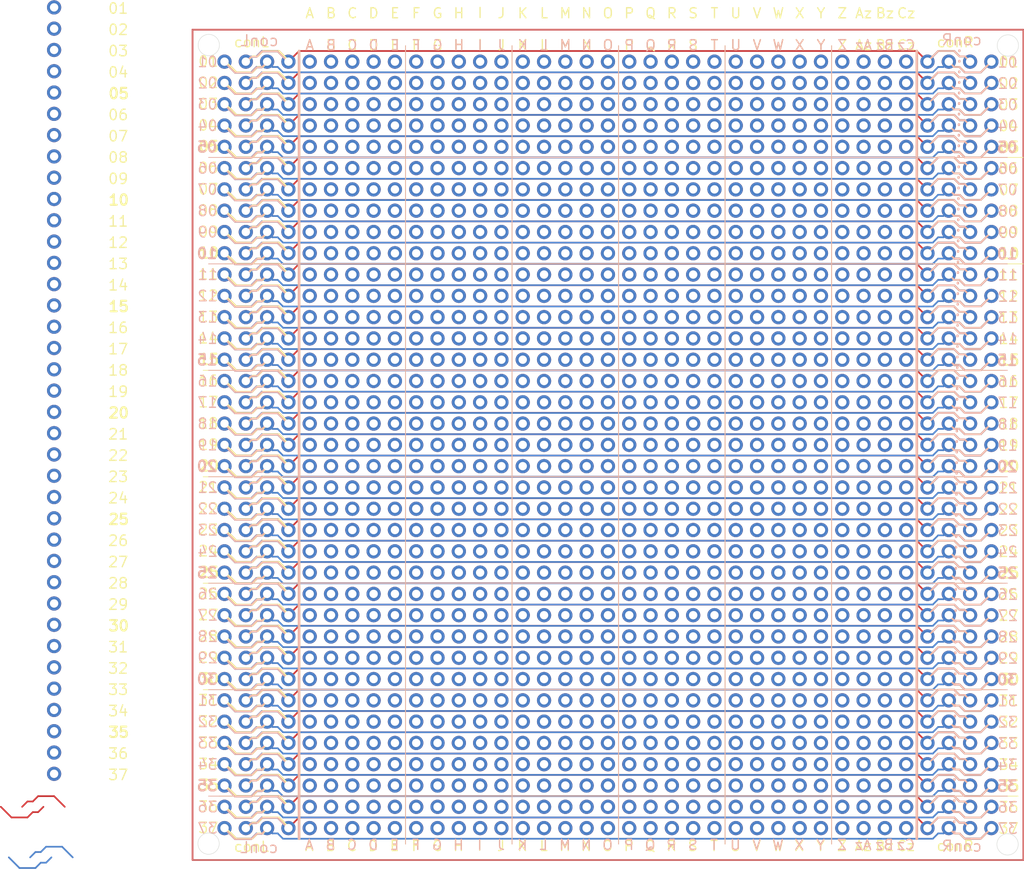
<source format=kicad_pcb>
(kicad_pcb (version 20241229) (generator "pcbnew") (generator_version "9.0")
  (layers (0 "F.Cu" signal) (2 "B.Cu" signal) (5 "F.SilkS" user "F.Silkscreen") (7 "B.SilkS" user "B.Silkscreen") (1 "F.Mask" user) (3 "B.Mask" user) (25 "Edge.Cuts" user))
  (net 0 "")
  (footprint "" (layer "F.Cu") (at 125.73 82.55)
    (property "Reference" "")
    (property "Value" "")
  )
  (footprint "" (layer "F.Cu") (at 123.19 140.97)
    (property "Reference" "")
    (property "Value" "")
  )
  (footprint "" (layer "F.Cu") (at 72.39 143.51)
    (property "Reference" "")
    (property "Value" "")
  )
  (footprint "" (layer "F.Cu") (at 85.09 102.87)
    (property "Reference" "")
    (property "Value" "")
  )
  (footprint "" (layer "F.Cu") (at 138.43 67.31)
    (property "Reference" "")
    (property "Value" "")
  )
  (footprint "" (layer "F.Cu") (at 123.19 77.47)
    (property "Reference" "")
    (property "Value" "")
  )
  (footprint "" (layer "F.Cu") (at 102.87 128.27)
    (property "Reference" "")
    (property "Value" "")
  )
  (footprint "" (layer "F.Cu") (at 90.17 77.47)
    (property "Reference" "")
    (property "Value" "")
  )
  (footprint "" (layer "F.Cu") (at 133.35 54.61)
    (property "Reference" "")
    (property "Value" "")
  )
  (footprint "" (layer "F.Cu") (at 102.87 107.95)
    (property "Reference" "")
    (property "Value" "")
  )
  (footprint "" (layer "F.Cu") (at 107.95 146.05)
    (property "Reference" "")
    (property "Value" "")
  )
  (footprint "" (layer "F.Cu") (at 80.01 74.93)
    (property "Reference" "")
    (property "Value" "")
  )
  (footprint "" (layer "F.Cu") (at 74.93 69.85)
    (property "Reference" "")
    (property "Value" "")
  )
  (footprint "" (layer "F.Cu") (at 85.09 85.09)
    (property "Reference" "")
    (property "Value" "")
  )
  (footprint "" (layer "F.Cu") (at 92.71 74.93)
    (property "Reference" "")
    (property "Value" "")
  )
  (footprint "" (layer "F.Cu") (at 140.97 123.19)
    (property "Reference" "")
    (property "Value" "")
  )
  (footprint "" (layer "F.Cu") (at 54.61 90.17)
    (property "Reference" "")
    (property "Value" "")
  )
  (footprint "" (layer "F.Cu") (at 107.95 105.41)
    (property "Reference" "")
    (property "Value" "")
  )
  (footprint "" (layer "F.Cu") (at 110.49 54.61)
    (property "Reference" "")
    (property "Value" "")
  )
  (footprint "" (layer "F.Cu") (at 80.01 87.63)
    (property "Reference" "")
    (property "Value" "")
  )
  (footprint "" (layer "F.Cu") (at 105.41 143.51)
    (property "Reference" "")
    (property "Value" "")
  )
  (footprint "" (layer "F.Cu") (at 80.01 80.01)
    (property "Reference" "")
    (property "Value" "")
  )
  (footprint "" (layer "F.Cu") (at 77.47 118.11)
    (property "Reference" "")
    (property "Value" "")
  )
  (footprint "" (layer "F.Cu") (at 80.01 140.97)
    (property "Reference" "")
    (property "Value" "")
  )
  (footprint "" (layer "F.Cu") (at 92.71 138.43)
    (property "Reference" "")
    (property "Value" "")
  )
  (footprint "" (layer "F.Cu") (at 115.57 110.49)
    (property "Reference" "")
    (property "Value" "")
  )
  (footprint "" (layer "F.Cu") (at 130.81 115.57)
    (property "Reference" "")
    (property "Value" "")
  )
  (footprint "" (layer "F.Cu") (at 92.71 140.97)
    (property "Reference" "")
    (property "Value" "")
  )
  (footprint "" (layer "F.Cu") (at 110.49 128.27)
    (property "Reference" "")
    (property "Value" "")
  )
  (footprint "" (layer "F.Cu") (at 123.19 133.35)
    (property "Reference" "")
    (property "Value" "")
  )
  (footprint "" (layer "F.Cu") (at 95.25 92.71)
    (property "Reference" "")
    (property "Value" "")
  )
  (footprint "" (layer "F.Cu") (at 72.39 115.57)
    (property "Reference" "")
    (property "Value" "")
  )
  (footprint "" (layer "F.Cu") (at 130.81 97.79)
    (property "Reference" "")
    (property "Value" "")
  )
  (footprint "" (layer "F.Cu") (at 77.47 95.25)
    (property "Reference" "")
    (property "Value" "")
  )
  (footprint "" (layer "F.Cu") (at 34.29 53.215042)
    (property "Reference" "")
    (property "Value" "")
  )
  (footprint "" (layer "F.Cu") (at 80.01 135.89)
    (property "Reference" "")
    (property "Value" "")
  )
  (footprint "" (layer "F.Cu") (at 87.63 97.79)
    (property "Reference" "")
    (property "Value" "")
  )
  (footprint "" (layer "F.Cu") (at 72.39 120.65)
    (property "Reference" "")
    (property "Value" "")
  )
  (footprint "" (layer "F.Cu") (at 62.23 54.61)
    (property "Reference" "")
    (property "Value" "")
  )
  (footprint "" (layer "F.Cu") (at 34.29 93.855042)
    (property "Reference" "")
    (property "Value" "")
  )
  (footprint "" (layer "F.Cu") (at 135.89 125.73)
    (property "Reference" "")
    (property "Value" "")
  )
  (footprint "" (layer "F.Cu") (at 72.39 77.47)
    (property "Reference" "")
    (property "Value" "")
  )
  (footprint "" (layer "F.Cu") (at 140.97 85.09)
    (property "Reference" "")
    (property "Value" "")
  )
  (footprint "" (layer "F.Cu") (at 125.73 54.61)
    (property "Reference" "")
    (property "Value" "")
  )
  (footprint "" (layer "F.Cu") (at 102.87 72.39)
    (property "Reference" "")
    (property "Value" "")
  )
  (footprint "" (layer "F.Cu") (at 113.03 118.11)
    (property "Reference" "")
    (property "Value" "")
  )
  (footprint "" (layer "F.Cu") (at 138.43 102.87)
    (property "Reference" "")
    (property "Value" "")
  )
  (footprint "" (layer "F.Cu") (at 82.55 110.49)
    (property "Reference" "")
    (property "Value" "")
  )
  (footprint "" (layer "F.Cu") (at 92.71 125.73)
    (property "Reference" "")
    (property "Value" "")
  )
  (footprint "" (layer "F.Cu") (at 64.77 138.43)
    (property "Reference" "")
    (property "Value" "")
  )
  (footprint "" (layer "F.Cu") (at 54.61 120.65)
    (property "Reference" "")
    (property "Value" "")
  )
  (footprint "" (layer "F.Cu") (at 74.93 135.89)
    (property "Reference" "")
    (property "Value" "")
  )
  (footprint "" (layer "F.Cu") (at 133.35 74.93)
    (property "Reference" "")
    (property "Value" "")
  )
  (footprint "" (layer "F.Cu") (at 34.29 121.795042)
    (property "Reference" "")
    (property "Value" "")
  )
  (footprint "" (layer "F.Cu") (at 130.81 135.89)
    (property "Reference" "")
    (property "Value" "")
  )
  (footprint "" (layer "F.Cu") (at 110.49 97.79)
    (property "Reference" "")
    (property "Value" "")
  )
  (footprint "" (layer "F.Cu") (at 34.29 111.635042)
    (property "Reference" "")
    (property "Value" "")
  )
  (footprint "" (layer "F.Cu") (at 64.77 87.63)
    (property "Reference" "")
    (property "Value" "")
  )
  (footprint "" (layer "F.Cu") (at 123.19 118.11)
    (property "Reference" "")
    (property "Value" "")
  )
  (footprint "" (layer "F.Cu") (at 87.63 107.95)
    (property "Reference" "")
    (property "Value" "")
  )
  (footprint "" (layer "F.Cu") (at 97.79 59.69)
    (property "Reference" "")
    (property "Value" "")
  )
  (footprint "" (layer "F.Cu") (at 125.73 85.09)
    (property "Reference" "")
    (property "Value" "")
  )
  (footprint "" (layer "F.Cu") (at 146.05 107.95)
    (property "Reference" "")
    (property "Value" "")
  )
  (footprint "" (layer "F.Cu") (at 62.23 92.71)
    (property "Reference" "")
    (property "Value" "")
  )
  (footprint "" (layer "F.Cu") (at 140.97 110.49)
    (property "Reference" "")
    (property "Value" "")
  )
  (footprint "" (layer "F.Cu") (at 102.87 57.15)
    (property "Reference" "")
    (property "Value" "")
  )
  (footprint "" (layer "F.Cu") (at 143.51 105.41)
    (property "Reference" "")
    (property "Value" "")
  )
  (footprint "" (layer "F.Cu") (at 67.31 87.63)
    (property "Reference" "")
    (property "Value" "")
  )
  (footprint "" (layer "F.Cu") (at 57.15 77.47)
    (property "Reference" "")
    (property "Value" "")
  )
  (footprint "" (layer "F.Cu") (at 143.51 107.95)
    (property "Reference" "")
    (property "Value" "")
  )
  (footprint "" (layer "F.Cu") (at 62.23 146.05)
    (property "Reference" "")
    (property "Value" "")
  )
  (footprint "" (layer "F.Cu") (at 90.17 72.39)
    (property "Reference" "")
    (property "Value" "")
  )
  (footprint "" (layer "F.Cu") (at 100.33 146.05)
    (property "Reference" "")
    (property "Value" "")
  )
  (footprint "" (layer "F.Cu") (at 64.77 57.15)
    (property "Reference" "")
    (property "Value" "")
  )
  (footprint "" (layer "F.Cu") (at 80.01 72.39)
    (property "Reference" "")
    (property "Value" "")
  )
  (footprint "" (layer "F.Cu") (at 146.05 128.27)
    (property "Reference" "")
    (property "Value" "")
  )
  (footprint "" (layer "F.Cu") (at 123.19 105.41)
    (property "Reference" "")
    (property "Value" "")
  )
  (footprint "" (layer "F.Cu") (at 133.35 110.49)
    (property "Reference" "")
    (property "Value" "")
  )
  (footprint "" (layer "F.Cu") (at 143.51 135.89)
    (property "Reference" "")
    (property "Value" "")
  )
  (footprint "" (layer "F.Cu") (at 100.33 102.87)
    (property "Reference" "")
    (property "Value" "")
  )
  (footprint "" (layer "F.Cu") (at 90.17 95.25)
    (property "Reference" "")
    (property "Value" "")
  )
  (footprint "" (layer "F.Cu") (at 138.43 82.55)
    (property "Reference" "")
    (property "Value" "")
  )
  (footprint "" (layer "F.Cu") (at 59.69 118.11)
    (property "Reference" "")
    (property "Value" "")
  )
  (footprint "" (layer "F.Cu") (at 113.03 100.33)
    (property "Reference" "")
    (property "Value" "")
  )
  (footprint "" (layer "F.Cu") (at 120.65 140.97)
    (property "Reference" "")
    (property "Value" "")
  )
  (footprint "" (layer "F.Cu") (at 133.35 87.63)
    (property "Reference" "")
    (property "Value" "")
  )
  (footprint "" (layer "F.Cu") (at 123.19 143.51)
    (property "Reference" "")
    (property "Value" "")
  )
  (footprint "" (layer "F.Cu") (at 105.41 135.89)
    (property "Reference" "")
    (property "Value" "")
  )
  (footprint "" (layer "F.Cu") (at 34.29 131.955042)
    (property "Reference" "")
    (property "Value" "")
  )
  (footprint "" (layer "F.Cu") (at 123.19 90.17)
    (property "Reference" "")
    (property "Value" "")
  )
  (footprint "" (layer "F.Cu") (at 118.11 72.39)
    (property "Reference" "")
    (property "Value" "")
  )
  (footprint "" (layer "F.Cu") (at 123.19 80.01)
    (property "Reference" "")
    (property "Value" "")
  )
  (footprint "" (layer "F.Cu") (at 85.09 87.63)
    (property "Reference" "")
    (property "Value" "")
  )
  (footprint "" (layer "F.Cu") (at 107.95 133.35)
    (property "Reference" "")
    (property "Value" "")
  )
  (footprint "" (layer "F.Cu") (at 95.25 105.41)
    (property "Reference" "")
    (property "Value" "")
  )
  (footprint "" (layer "F.Cu") (at 59.69 59.69)
    (property "Reference" "")
    (property "Value" "")
  )
  (footprint "" (layer "F.Cu") (at 110.49 118.11)
    (property "Reference" "")
    (property "Value" "")
  )
  (footprint "" (layer "F.Cu") (at 115.57 125.73)
    (property "Reference" "")
    (property "Value" "")
  )
  (footprint "" (layer "F.Cu") (at 72.39 107.95)
    (property "Reference" "")
    (property "Value" "")
  )
  (footprint "" (layer "F.Cu") (at 80.01 59.69)
    (property "Reference" "")
    (property "Value" "")
  )
  (footprint "" (layer "F.Cu") (at 72.39 72.39)
    (property "Reference" "")
    (property "Value" "")
  )
  (footprint "" (layer "F.Cu") (at 67.31 72.39)
    (property "Reference" "")
    (property "Value" "")
  )
  (footprint "" (layer "F.Cu") (at 120.65 57.15)
    (property "Reference" "")
    (property "Value" "")
  )
  (footprint "" (layer "F.Cu") (at 97.79 77.47)
    (property "Reference" "")
    (property "Value" "")
  )
  (footprint "" (layer "F.Cu") (at 102.87 62.23)
    (property "Reference" "")
    (property "Value" "")
  )
  (footprint "" (layer "F.Cu") (at 130.81 77.47)
    (property "Reference" "")
    (property "Value" "")
  )
  (footprint "" (layer "F.Cu") (at 146.05 118.11)
    (property "Reference" "")
    (property "Value" "")
  )
  (footprint "" (layer "F.Cu") (at 82.55 120.65)
    (property "Reference" "")
    (property "Value" "")
  )
  (footprint "" (layer "F.Cu") (at 72.39 54.61)
    (property "Reference" "")
    (property "Value" "")
  )
  (footprint "" (layer "F.Cu") (at 133.35 77.47)
    (property "Reference" "")
    (property "Value" "")
  )
  (footprint "" (layer "F.Cu") (at 57.15 54.61)
    (property "Reference" "")
    (property "Value" "")
  )
  (footprint "" (layer "F.Cu") (at 85.09 120.65)
    (property "Reference" "")
    (property "Value" "")
  )
  (footprint "" (layer "F.Cu") (at 135.89 80.01)
    (property "Reference" "")
    (property "Value" "")
  )
  (footprint "" (layer "F.Cu") (at 105.41 138.43)
    (property "Reference" "")
    (property "Value" "")
  )
  (footprint "" (layer "F.Cu") (at 87.63 72.39)
    (property "Reference" "")
    (property "Value" "")
  )
  (footprint "" (layer "F.Cu") (at 74.93 133.35)
    (property "Reference" "")
    (property "Value" "")
  )
  (footprint "" (layer "F.Cu") (at 67.31 59.69)
    (property "Reference" "")
    (property "Value" "")
  )
  (footprint "" (layer "F.Cu") (at 102.87 146.05)
    (property "Reference" "")
    (property "Value" "")
  )
  (footprint "" (layer "F.Cu") (at 97.79 133.35)
    (property "Reference" "")
    (property "Value" "")
  )
  (footprint "" (layer "F.Cu") (at 146.05 110.49)
    (property "Reference" "")
    (property "Value" "")
  )
  (footprint "" (layer "F.Cu") (at 92.71 72.39)
    (property "Reference" "")
    (property "Value" "")
  )
  (footprint "" (layer "F.Cu") (at 72.39 92.71)
    (property "Reference" "")
    (property "Value" "")
  )
  (footprint "" (layer "F.Cu") (at 77.47 82.55)
    (property "Reference" "")
    (property "Value" "")
  )
  (footprint "" (layer "F.Cu") (at 133.35 95.25)
    (property "Reference" "")
    (property "Value" "")
  )
  (footprint "" (layer "F.Cu") (at 135.89 77.47)
    (property "Reference" "")
    (property "Value" "")
  )
  (footprint "" (layer "F.Cu") (at 59.69 92.71)
    (property "Reference" "")
    (property "Value" "")
  )
  (footprint "" (layer "F.Cu") (at 138.43 115.57)
    (property "Reference" "")
    (property "Value" "")
  )
  (footprint "" (layer "F.Cu") (at 67.31 133.35)
    (property "Reference" "")
    (property "Value" "")
  )
  (footprint "" (layer "F.Cu") (at 62.23 82.55)
    (property "Reference" "")
    (property "Value" "")
  )
  (footprint "" (layer "F.Cu") (at 90.17 118.11)
    (property "Reference" "")
    (property "Value" "")
  )
  (footprint "" (layer "F.Cu") (at 92.71 135.89)
    (property "Reference" "")
    (property "Value" "")
  )
  (footprint "" (layer "F.Cu") (at 80.01 146.05)
    (property "Reference" "")
    (property "Value" "")
  )
  (footprint "" (layer "F.Cu") (at 146.05 125.73)
    (property "Reference" "")
    (property "Value" "")
  )
  (footprint "" (layer "F.Cu") (at 107.95 54.61)
    (property "Reference" "")
    (property "Value" "")
  )
  (footprint "" (layer "F.Cu") (at 87.63 87.63)
    (property "Reference" "")
    (property "Value" "")
  )
  (footprint "" (layer "F.Cu") (at 69.85 113.03)
    (property "Reference" "")
    (property "Value" "")
  )
  (footprint "" (layer "F.Cu") (at 92.71 100.33)
    (property "Reference" "")
    (property "Value" "")
  )
  (footprint "" (layer "F.Cu") (at 123.19 123.19)
    (property "Reference" "")
    (property "Value" "")
  )
  (footprint "" (layer "F.Cu") (at 118.11 105.41)
    (property "Reference" "")
    (property "Value" "")
  )
  (footprint "" (layer "F.Cu") (at 140.97 128.27)
    (property "Reference" "")
    (property "Value" "")
  )
  (footprint "" (layer "F.Cu") (at 113.03 97.79)
    (property "Reference" "")
    (property "Value" "")
  )
  (footprint "" (layer "F.Cu") (at 59.69 125.73)
    (property "Reference" "")
    (property "Value" "")
  )
  (footprint "" (layer "F.Cu") (at 128.27 133.35)
    (property "Reference" "")
    (property "Value" "")
  )
  (footprint "" (layer "F.Cu") (at 102.87 97.79)
    (property "Reference" "")
    (property "Value" "")
  )
  (footprint "" (layer "F.Cu") (at 100.33 74.93)
    (property "Reference" "")
    (property "Value" "")
  )
  (footprint "" (layer "F.Cu") (at 97.79 110.49)
    (property "Reference" "")
    (property "Value" "")
  )
  (footprint "" (layer "F.Cu") (at 85.09 110.49)
    (property "Reference" "")
    (property "Value" "")
  )
  (footprint "" (layer "F.Cu") (at 64.77 113.03)
    (property "Reference" "")
    (property "Value" "")
  )
  (footprint "" (layer "F.Cu") (at 110.49 120.65)
    (property "Reference" "")
    (property "Value" "")
  )
  (footprint "" (layer "F.Cu") (at 64.77 105.41)
    (property "Reference" "")
    (property "Value" "")
  )
  (footprint "" (layer "F.Cu") (at 54.61 107.95)
    (property "Reference" "")
    (property "Value" "")
  )
  (footprint "" (layer "F.Cu") (at 67.31 113.03)
    (property "Reference" "")
    (property "Value" "")
  )
  (footprint "" (layer "F.Cu") (at 133.35 128.27)
    (property "Reference" "")
    (property "Value" "")
  )
  (footprint "" (layer "F.Cu") (at 115.57 107.95)
    (property "Reference" "")
    (property "Value" "")
  )
  (footprint "" (layer "F.Cu") (at 90.17 123.19)
    (property "Reference" "")
    (property "Value" "")
  )
  (footprint "" (layer "F.Cu") (at 118.11 67.31)
    (property "Reference" "")
    (property "Value" "")
  )
  (footprint "" (layer "F.Cu") (at 54.61 118.11)
    (property "Reference" "")
    (property "Value" "")
  )
  (footprint "" (layer "F.Cu") (at 87.63 69.85)
    (property "Reference" "")
    (property "Value" "")
  )
  (footprint "" (layer "F.Cu") (at 97.79 113.03)
    (property "Reference" "")
    (property "Value" "")
  )
  (footprint "" (layer "F.Cu") (at 92.71 64.77)
    (property "Reference" "")
    (property "Value" "")
  )
  (footprint "" (layer "F.Cu") (at 133.35 59.69)
    (property "Reference" "")
    (property "Value" "")
  )
  (footprint "" (layer "F.Cu") (at 82.55 125.73)
    (property "Reference" "")
    (property "Value" "")
  )
  (footprint "" (layer "F.Cu") (at 138.43 77.47)
    (property "Reference" "")
    (property "Value" "")
  )
  (footprint "" (layer "F.Cu") (at 123.19 87.63)
    (property "Reference" "")
    (property "Value" "")
  )
  (footprint "" (layer "F.Cu") (at 95.25 128.27)
    (property "Reference" "")
    (property "Value" "")
  )
  (footprint "" (layer "F.Cu") (at 90.17 140.97)
    (property "Reference" "")
    (property "Value" "")
  )
  (footprint "" (layer "F.Cu") (at 118.11 113.03)
    (property "Reference" "")
    (property "Value" "")
  )
  (footprint "" (layer "F.Cu") (at 59.69 140.97)
    (property "Reference" "")
    (property "Value" "")
  )
  (footprint "" (layer "F.Cu") (at 62.23 62.23)
    (property "Reference" "")
    (property "Value" "")
  )
  (footprint "" (layer "F.Cu") (at 80.01 110.49)
    (property "Reference" "")
    (property "Value" "")
  )
  (footprint "" (layer "F.Cu") (at 85.09 62.23)
    (property "Reference" "")
    (property "Value" "")
  )
  (footprint "" (layer "F.Cu") (at 74.93 102.87)
    (property "Reference" "")
    (property "Value" "")
  )
  (footprint "" (layer "F.Cu") (at 128.27 138.43)
    (property "Reference" "")
    (property "Value" "")
  )
  (footprint "" (layer "F.Cu") (at 92.71 69.85)
    (property "Reference" "")
    (property "Value" "")
  )
  (footprint "" (layer "F.Cu") (at 95.25 125.73)
    (property "Reference" "")
    (property "Value" "")
  )
  (footprint "" (layer "F.Cu") (at 140.97 133.35)
    (property "Reference" "")
    (property "Value" "")
  )
  (footprint "" (layer "F.Cu") (at 95.25 100.33)
    (property "Reference" "")
    (property "Value" "")
  )
  (footprint "" (layer "F.Cu") (at 125.73 125.73)
    (property "Reference" "")
    (property "Value" "")
  )
  (footprint "" (layer "F.Cu") (at 69.85 67.31)
    (property "Reference" "")
    (property "Value" "")
  )
  (footprint "" (layer "F.Cu") (at 77.47 107.95)
    (property "Reference" "")
    (property "Value" "")
  )
  (footprint "" (layer "F.Cu") (at 135.89 118.11)
    (property "Reference" "")
    (property "Value" "")
  )
  (footprint "" (layer "F.Cu") (at 133.35 130.81)
    (property "Reference" "")
    (property "Value" "")
  )
  (footprint "" (layer "F.Cu") (at 118.11 140.97)
    (property "Reference" "")
    (property "Value" "")
  )
  (footprint "" (layer "F.Cu") (at 138.43 123.19)
    (property "Reference" "")
    (property "Value" "")
  )
  (footprint "" (layer "F.Cu") (at 123.19 54.61)
    (property "Reference" "")
    (property "Value" "")
  )
  (footprint "" (layer "F.Cu") (at 34.29 119.255042)
    (property "Reference" "")
    (property "Value" "")
  )
  (footprint "" (layer "F.Cu") (at 90.17 107.95)
    (property "Reference" "")
    (property "Value" "")
  )
  (footprint "" (layer "F.Cu") (at 57.15 80.01)
    (property "Reference" "")
    (property "Value" "")
  )
  (footprint "" (layer "F.Cu") (at 54.61 95.25)
    (property "Reference" "")
    (property "Value" "")
  )
  (footprint "" (layer "F.Cu") (at 87.63 125.73)
    (property "Reference" "")
    (property "Value" "")
  )
  (footprint "" (layer "F.Cu") (at 107.95 100.33)
    (property "Reference" "")
    (property "Value" "")
  )
  (footprint "" (layer "F.Cu") (at 105.41 130.81)
    (property "Reference" "")
    (property "Value" "")
  )
  (footprint "" (layer "F.Cu") (at 80.01 57.15)
    (property "Reference" "")
    (property "Value" "")
  )
  (footprint "" (layer "F.Cu") (at 59.69 62.23)
    (property "Reference" "")
    (property "Value" "")
  )
  (footprint "" (layer "F.Cu") (at 133.35 97.79)
    (property "Reference" "")
    (property "Value" "")
  )
  (footprint "" (layer "F.Cu") (at 74.93 54.61)
    (property "Reference" "")
    (property "Value" "")
  )
  (footprint "" (layer "F.Cu") (at 82.55 135.89)
    (property "Reference" "")
    (property "Value" "")
  )
  (footprint "" (layer "F.Cu") (at 67.31 82.55)
    (property "Reference" "")
    (property "Value" "")
  )
  (footprint "" (layer "F.Cu") (at 72.39 110.49)
    (property "Reference" "")
    (property "Value" "")
  )
  (footprint "" (layer "F.Cu") (at 67.31 143.51)
    (property "Reference" "")
    (property "Value" "")
  )
  (footprint "" (layer "F.Cu") (at 74.93 95.25)
    (property "Reference" "")
    (property "Value" "")
  )
  (footprint "" (layer "F.Cu") (at 135.89 97.79)
    (property "Reference" "")
    (property "Value" "")
  )
  (footprint "" (layer "F.Cu") (at 82.55 90.17)
    (property "Reference" "")
    (property "Value" "")
  )
  (footprint "" (layer "F.Cu") (at 123.19 74.93)
    (property "Reference" "")
    (property "Value" "")
  )
  (footprint "" (layer "F.Cu") (at 128.27 113.03)
    (property "Reference" "")
    (property "Value" "")
  )
  (footprint "" (layer "F.Cu") (at 130.81 138.43)
    (property "Reference" "")
    (property "Value" "")
  )
  (footprint "" (layer "F.Cu") (at 90.17 128.27)
    (property "Reference" "")
    (property "Value" "")
  )
  (footprint "" (layer "F.Cu") (at 77.47 113.03)
    (property "Reference" "")
    (property "Value" "")
  )
  (footprint "" (layer "F.Cu") (at 92.71 95.25)
    (property "Reference" "")
    (property "Value" "")
  )
  (footprint "" (layer "F.Cu") (at 118.11 85.09)
    (property "Reference" "")
    (property "Value" "")
  )
  (footprint "" (layer "F.Cu") (at 143.51 62.23)
    (property "Reference" "")
    (property "Value" "")
  )
  (footprint "" (layer "F.Cu") (at 113.03 107.95)
    (property "Reference" "")
    (property "Value" "")
  )
  (footprint "" (layer "F.Cu") (at 77.47 100.33)
    (property "Reference" "")
    (property "Value" "")
  )
  (footprint "" (layer "F.Cu") (at 115.57 123.19)
    (property "Reference" "")
    (property "Value" "")
  )
  (footprint "" (layer "F.Cu") (at 95.25 62.23)
    (property "Reference" "")
    (property "Value" "")
  )
  (footprint "" (layer "F.Cu") (at 64.77 102.87)
    (property "Reference" "")
    (property "Value" "")
  )
  (footprint "" (layer "F.Cu") (at 92.71 80.01)
    (property "Reference" "")
    (property "Value" "")
  )
  (footprint "" (layer "F.Cu") (at 74.93 100.33)
    (property "Reference" "")
    (property "Value" "")
  )
  (footprint "" (layer "F.Cu") (at 133.35 92.71)
    (property "Reference" "")
    (property "Value" "")
  )
  (footprint "" (layer "F.Cu") (at 138.43 125.73)
    (property "Reference" "")
    (property "Value" "")
  )
  (footprint "" (layer "F.Cu") (at 130.81 113.03)
    (property "Reference" "")
    (property "Value" "")
  )
  (footprint "" (layer "F.Cu") (at 135.89 105.41)
    (property "Reference" "")
    (property "Value" "")
  )
  (footprint "" (layer "F.Cu") (at 135.89 72.39)
    (property "Reference" "")
    (property "Value" "")
  )
  (footprint "" (layer "F.Cu") (at 64.77 85.09)
    (property "Reference" "")
    (property "Value" "")
  )
  (footprint "" (layer "F.Cu") (at 97.79 130.81)
    (property "Reference" "")
    (property "Value" "")
  )
  (footprint "" (layer "F.Cu") (at 120.65 85.09)
    (property "Reference" "")
    (property "Value" "")
  )
  (footprint "" (layer "F.Cu") (at 59.69 113.03)
    (property "Reference" "")
    (property "Value" "")
  )
  (footprint "" (layer "F.Cu") (at 57.15 125.73)
    (property "Reference" "")
    (property "Value" "")
  )
  (footprint "" (layer "F.Cu") (at 90.17 120.65)
    (property "Reference" "")
    (property "Value" "")
  )
  (footprint "" (layer "F.Cu") (at 146.05 135.89)
    (property "Reference" "")
    (property "Value" "")
  )
  (footprint "" (layer "F.Cu") (at 72.39 62.23)
    (property "Reference" "")
    (property "Value" "")
  )
  (footprint "" (layer "F.Cu") (at 34.29 68.455042)
    (property "Reference" "")
    (property "Value" "")
  )
  (footprint "" (layer "F.Cu") (at 97.79 54.61)
    (property "Reference" "")
    (property "Value" "")
  )
  (footprint "" (layer "F.Cu") (at 100.33 80.01)
    (property "Reference" "")
    (property "Value" "")
  )
  (footprint "" (layer "F.Cu") (at 67.31 120.65)
    (property "Reference" "")
    (property "Value" "")
  )
  (footprint "" (layer "F.Cu") (at 125.73 146.05)
    (property "Reference" "")
    (property "Value" "")
  )
  (footprint "" (layer "F.Cu") (at 77.47 102.87)
    (property "Reference" "")
    (property "Value" "")
  )
  (footprint "" (layer "F.Cu") (at 130.81 80.01)
    (property "Reference" "")
    (property "Value" "")
  )
  (footprint "" (layer "F.Cu") (at 69.85 125.73)
    (property "Reference" "")
    (property "Value" "")
  )
  (footprint "" (layer "F.Cu") (at 77.47 130.81)
    (property "Reference" "")
    (property "Value" "")
  )
  (footprint "" (layer "F.Cu") (at 72.39 95.25)
    (property "Reference" "")
    (property "Value" "")
  )
  (footprint "" (layer "F.Cu") (at 64.77 69.85)
    (property "Reference" "")
    (property "Value" "")
  )
  (footprint "" (layer "F.Cu") (at 57.15 72.39)
    (property "Reference" "")
    (property "Value" "")
  )
  (footprint "" (layer "F.Cu") (at 95.25 64.77)
    (property "Reference" "")
    (property "Value" "")
  )
  (footprint "" (layer "F.Cu") (at 120.65 82.55)
    (property "Reference" "")
    (property "Value" "")
  )
  (footprint "" (layer "F.Cu") (at 146.05 64.77)
    (property "Reference" "")
    (property "Value" "")
  )
  (footprint "" (layer "F.Cu") (at 105.41 146.05)
    (property "Reference" "")
    (property "Value" "")
  )
  (footprint "" (layer "F.Cu") (at 90.17 115.57)
    (property "Reference" "")
    (property "Value" "")
  )
  (footprint "" (layer "F.Cu") (at 133.35 72.39)
    (property "Reference" "")
    (property "Value" "")
  )
  (footprint "" (layer "F.Cu") (at 105.41 57.15)
    (property "Reference" "")
    (property "Value" "")
  )
  (footprint "" (layer "F.Cu") (at 34.29 58.295042)
    (property "Reference" "")
    (property "Value" "")
  )
  (footprint "" (layer "F.Cu") (at 138.43 130.81)
    (property "Reference" "")
    (property "Value" "")
  )
  (footprint "" (layer "F.Cu") (at 97.79 107.95)
    (property "Reference" "")
    (property "Value" "")
  )
  (footprint "" (layer "F.Cu") (at 118.11 87.63)
    (property "Reference" "")
    (property "Value" "")
  )
  (footprint "" (layer "F.Cu") (at 87.63 138.43)
    (property "Reference" "")
    (property "Value" "")
  )
  (footprint "" (layer "F.Cu") (at 100.33 130.81)
    (property "Reference" "")
    (property "Value" "")
  )
  (footprint "" (layer "F.Cu") (at 97.79 57.15)
    (property "Reference" "")
    (property "Value" "")
  )
  (footprint "" (layer "F.Cu") (at 115.57 82.55)
    (property "Reference" "")
    (property "Value" "")
  )
  (footprint "" (layer "F.Cu") (at 128.27 97.79)
    (property "Reference" "")
    (property "Value" "")
  )
  (footprint "" (layer "F.Cu") (at 57.15 146.05)
    (property "Reference" "")
    (property "Value" "")
  )
  (footprint "" (layer "F.Cu") (at 97.79 97.79)
    (property "Reference" "")
    (property "Value" "")
  )
  (footprint "" (layer "F.Cu") (at 87.63 90.17)
    (property "Reference" "")
    (property "Value" "")
  )
  (footprint "" (layer "F.Cu") (at 125.73 138.43)
    (property "Reference" "")
    (property "Value" "")
  )
  (footprint "" (layer "F.Cu") (at 77.47 87.63)
    (property "Reference" "")
    (property "Value" "")
  )
  (footprint "" (layer "F.Cu") (at 133.35 107.95)
    (property "Reference" "")
    (property "Value" "")
  )
  (footprint "" (layer "F.Cu") (at 54.61 110.49)
    (property "Reference" "")
    (property "Value" "")
  )
  (footprint "" (layer "F.Cu") (at 143.51 80.01)
    (property "Reference" "")
    (property "Value" "")
  )
  (footprint "" (layer "F.Cu") (at 130.81 90.17)
    (property "Reference" "")
    (property "Value" "")
  )
  (footprint "" (layer "F.Cu") (at 100.33 143.51)
    (property "Reference" "")
    (property "Value" "")
  )
  (footprint "" (layer "F.Cu") (at 95.25 140.97)
    (property "Reference" "")
    (property "Value" "")
  )
  (footprint "" (layer "F.Cu") (at 138.43 140.97)
    (property "Reference" "")
    (property "Value" "")
  )
  (footprint "" (layer "F.Cu") (at 118.11 74.93)
    (property "Reference" "")
    (property "Value" "")
  )
  (footprint "" (layer "F.Cu") (at 115.57 113.03)
    (property "Reference" "")
    (property "Value" "")
  )
  (footprint "" (layer "F.Cu") (at 107.95 110.49)
    (property "Reference" "")
    (property "Value" "")
  )
  (footprint "" (layer "F.Cu") (at 85.09 97.79)
    (property "Reference" "")
    (property "Value" "")
  )
  (footprint "" (layer "F.Cu") (at 54.61 97.79)
    (property "Reference" "")
    (property "Value" "")
  )
  (footprint "" (layer "F.Cu") (at 115.57 67.31)
    (property "Reference" "")
    (property "Value" "")
  )
  (footprint "" (layer "F.Cu") (at 62.23 143.51)
    (property "Reference" "")
    (property "Value" "")
  )
  (footprint "" (layer "F.Cu") (at 128.27 115.57)
    (property "Reference" "")
    (property "Value" "")
  )
  (footprint "" (layer "F.Cu") (at 140.97 115.57)
    (property "Reference" "")
    (property "Value" "")
  )
  (footprint "" (layer "F.Cu") (at 123.19 82.55)
    (property "Reference" "")
    (property "Value" "")
  )
  (footprint "" (layer "F.Cu") (at 128.27 143.51)
    (property "Reference" "")
    (property "Value" "")
  )
  (footprint "" (layer "F.Cu") (at 92.71 77.47)
    (property "Reference" "")
    (property "Value" "")
  )
  (footprint "" (layer "F.Cu") (at 67.31 77.47)
    (property "Reference" "")
    (property "Value" "")
  )
  (footprint "" (layer "F.Cu") (at 95.25 74.93)
    (property "Reference" "")
    (property "Value" "")
  )
  (footprint "" (layer "F.Cu") (at 138.43 57.15)
    (property "Reference" "")
    (property "Value" "")
  )
  (footprint "" (layer "F.Cu") (at 85.09 77.47)
    (property "Reference" "")
    (property "Value" "")
  )
  (footprint "" (layer "F.Cu") (at 110.49 77.47)
    (property "Reference" "")
    (property "Value" "")
  )
  (footprint "" (layer "F.Cu") (at 143.51 82.55)
    (property "Reference" "")
    (property "Value" "")
  )
  (footprint "" (layer "F.Cu") (at 69.85 146.05)
    (property "Reference" "")
    (property "Value" "")
  )
  (footprint "" (layer "F.Cu") (at 64.77 59.69)
    (property "Reference" "")
    (property "Value" "")
  )
  (footprint "" (layer "F.Cu") (at 125.73 113.03)
    (property "Reference" "")
    (property "Value" "")
  )
  (footprint "" (layer "F.Cu") (at 72.39 102.87)
    (property "Reference" "")
    (property "Value" "")
  )
  (footprint "" (layer "F.Cu") (at 54.61 125.73)
    (property "Reference" "")
    (property "Value" "")
  )
  (footprint "" (layer "F.Cu") (at 64.77 54.61)
    (property "Reference" "")
    (property "Value" "")
  )
  (footprint "" (layer "F.Cu") (at 140.97 143.51)
    (property "Reference" "")
    (property "Value" "")
  )
  (footprint "" (layer "F.Cu") (at 62.23 57.15)
    (property "Reference" "")
    (property "Value" "")
  )
  (footprint "" (layer "F.Cu") (at 135.89 128.27)
    (property "Reference" "")
    (property "Value" "")
  )
  (footprint "" (layer "F.Cu") (at 64.77 92.71)
    (property "Reference" "")
    (property "Value" "")
  )
  (footprint "" (layer "F.Cu") (at 34.29 83.695042)
    (property "Reference" "")
    (property "Value" "")
  )
  (footprint "" (layer "F.Cu") (at 59.69 143.51)
    (property "Reference" "")
    (property "Value" "")
  )
  (footprint "" (layer "F.Cu") (at 62.23 133.35)
    (property "Reference" "")
    (property "Value" "")
  )
  (footprint "" (layer "F.Cu") (at 69.85 97.79)
    (property "Reference" "")
    (property "Value" "")
  )
  (footprint "" (layer "F.Cu") (at 100.33 87.63)
    (property "Reference" "")
    (property "Value" "")
  )
  (footprint "" (layer "F.Cu") (at 115.57 77.47)
    (property "Reference" "")
    (property "Value" "")
  )
  (footprint "" (layer "F.Cu") (at 87.63 113.03)
    (property "Reference" "")
    (property "Value" "")
  )
  (footprint "" (layer "F.Cu") (at 107.95 85.09)
    (property "Reference" "")
    (property "Value" "")
  )
  (footprint "" (layer "F.Cu") (at 100.33 128.27)
    (property "Reference" "")
    (property "Value" "")
  )
  (footprint "" (layer "F.Cu") (at 110.49 87.63)
    (property "Reference" "")
    (property "Value" "")
  )
  (footprint "" (layer "F.Cu") (at 62.23 102.87)
    (property "Reference" "")
    (property "Value" "")
  )
  (footprint "" (layer "F.Cu") (at 80.01 102.87)
    (property "Reference" "")
    (property "Value" "")
  )
  (footprint "" (layer "F.Cu") (at 110.49 115.57)
    (property "Reference" "")
    (property "Value" "")
  )
  (footprint "" (layer "F.Cu") (at 110.49 82.55)
    (property "Reference" "")
    (property "Value" "")
  )
  (footprint "" (layer "F.Cu") (at 85.09 69.85)
    (property "Reference" "")
    (property "Value" "")
  )
  (footprint "" (layer "F.Cu") (at 123.19 138.43)
    (property "Reference" "")
    (property "Value" "")
  )
  (footprint "" (layer "F.Cu") (at 59.69 67.31)
    (property "Reference" "")
    (property "Value" "")
  )
  (footprint "" (layer "F.Cu") (at 74.93 113.03)
    (property "Reference" "")
    (property "Value" "")
  )
  (footprint "" (layer "F.Cu") (at 100.33 85.09)
    (property "Reference" "")
    (property "Value" "")
  )
  (footprint "" (layer "F.Cu") (at 100.33 82.55)
    (property "Reference" "")
    (property "Value" "")
  )
  (footprint "" (layer "F.Cu") (at 128.27 74.93)
    (property "Reference" "")
    (property "Value" "")
  )
  (footprint "" (layer "F.Cu") (at 123.19 95.25)
    (property "Reference" "")
    (property "Value" "")
  )
  (footprint "" (layer "F.Cu") (at 34.29 88.775042)
    (property "Reference" "")
    (property "Value" "")
  )
  (footprint "" (layer "F.Cu") (at 87.63 110.49)
    (property "Reference" "")
    (property "Value" "")
  )
  (footprint "" (layer "F.Cu") (at 143.51 69.85)
    (property "Reference" "")
    (property "Value" "")
  )
  (footprint "" (layer "F.Cu") (at 67.31 69.85)
    (property "Reference" "")
    (property "Value" "")
  )
  (footprint "" (layer "F.Cu") (at 87.63 77.47)
    (property "Reference" "")
    (property "Value" "")
  )
  (footprint "" (layer "F.Cu") (at 100.33 140.97)
    (property "Reference" "")
    (property "Value" "")
  )
  (footprint "" (layer "F.Cu") (at 62.23 110.49)
    (property "Reference" "")
    (property "Value" "")
  )
  (footprint "" (layer "F.Cu") (at 87.63 54.61)
    (property "Reference" "")
    (property "Value" "")
  )
  (footprint "" (layer "F.Cu") (at 80.01 128.27)
    (property "Reference" "")
    (property "Value" "")
  )
  (footprint "" (layer "F.Cu") (at 113.03 77.47)
    (property "Reference" "")
    (property "Value" "")
  )
  (footprint "" (layer "F.Cu") (at 82.55 95.25)
    (property "Reference" "")
    (property "Value" "")
  )
  (footprint "" (layer "F.Cu") (at 107.95 125.73)
    (property "Reference" "")
    (property "Value" "")
  )
  (footprint "" (layer "F.Cu") (at 120.65 118.11)
    (property "Reference" "")
    (property "Value" "")
  )
  (footprint "" (layer "F.Cu") (at 102.87 140.97)
    (property "Reference" "")
    (property "Value" "")
  )
  (footprint "" (layer "F.Cu") (at 123.19 115.57)
    (property "Reference" "")
    (property "Value" "")
  )
  (footprint "" (layer "F.Cu") (at 74.93 67.31)
    (property "Reference" "")
    (property "Value" "")
  )
  (footprint "" (layer "F.Cu") (at 97.79 72.39)
    (property "Reference" "")
    (property "Value" "")
  )
  (footprint "" (layer "F.Cu") (at 90.17 87.63)
    (property "Reference" "")
    (property "Value" "")
  )
  (footprint "" (layer "F.Cu") (at 102.87 135.89)
    (property "Reference" "")
    (property "Value" "")
  )
  (footprint "" (layer "F.Cu") (at 123.19 110.49)
    (property "Reference" "")
    (property "Value" "")
  )
  (footprint "" (layer "F.Cu") (at 140.97 138.43)
    (property "Reference" "")
    (property "Value" "")
  )
  (footprint "" (layer "F.Cu") (at 74.93 115.57)
    (property "Reference" "")
    (property "Value" "")
  )
  (footprint "" (layer "F.Cu") (at 140.97 135.89)
    (property "Reference" "")
    (property "Value" "")
  )
  (footprint "" (layer "F.Cu") (at 80.01 54.61)
    (property "Reference" "")
    (property "Value" "")
  )
  (footprint "" (layer "F.Cu") (at 54.61 138.43)
    (property "Reference" "")
    (property "Value" "")
  )
  (footprint "" (layer "F.Cu") (at 102.87 125.73)
    (property "Reference" "")
    (property "Value" "")
  )
  (footprint "" (layer "F.Cu") (at 100.33 125.73)
    (property "Reference" "")
    (property "Value" "")
  )
  (footprint "" (layer "F.Cu") (at 54.61 62.23)
    (property "Reference" "")
    (property "Value" "")
  )
  (footprint "" (layer "F.Cu") (at 85.09 140.97)
    (property "Reference" "")
    (property "Value" "")
  )
  (footprint "" (layer "F.Cu") (at 138.43 85.09)
    (property "Reference" "")
    (property "Value" "")
  )
  (footprint "" (layer "F.Cu") (at 118.11 125.73)
    (property "Reference" "")
    (property "Value" "")
  )
  (footprint "" (layer "F.Cu") (at 87.63 82.55)
    (property "Reference" "")
    (property "Value" "")
  )
  (footprint "" (layer "F.Cu") (at 74.93 138.43)
    (property "Reference" "")
    (property "Value" "")
  )
  (footprint "" (layer "F.Cu") (at 115.57 97.79)
    (property "Reference" "")
    (property "Value" "")
  )
  (footprint "" (layer "F.Cu") (at 80.01 105.41)
    (property "Reference" "")
    (property "Value" "")
  )
  (footprint "" (layer "F.Cu") (at 85.09 125.73)
    (property "Reference" "")
    (property "Value" "")
  )
  (footprint "" (layer "F.Cu") (at 62.23 100.33)
    (property "Reference" "")
    (property "Value" "")
  )
  (footprint "" (layer "F.Cu") (at 118.11 102.87)
    (property "Reference" "")
    (property "Value" "")
  )
  (footprint "" (layer "F.Cu") (at 123.19 113.03)
    (property "Reference" "")
    (property "Value" "")
  )
  (footprint "" (layer "F.Cu") (at 87.63 130.81)
    (property "Reference" "")
    (property "Value" "")
  )
  (footprint "" (layer "F.Cu") (at 34.29 139.575042)
    (property "Reference" "")
    (property "Value" "")
  )
  (footprint "" (layer "F.Cu") (at 54.61 92.71)
    (property "Reference" "")
    (property "Value" "")
  )
  (footprint "" (layer "F.Cu") (at 133.35 138.43)
    (property "Reference" "")
    (property "Value" "")
  )
  (footprint "" (layer "F.Cu") (at 130.81 105.41)
    (property "Reference" "")
    (property "Value" "")
  )
  (footprint "" (layer "F.Cu") (at 59.69 90.17)
    (property "Reference" "")
    (property "Value" "")
  )
  (footprint "" (layer "F.Cu") (at 64.77 125.73)
    (property "Reference" "")
    (property "Value" "")
  )
  (footprint "" (layer "F.Cu") (at 135.89 57.15)
    (property "Reference" "")
    (property "Value" "")
  )
  (footprint "" (layer "F.Cu") (at 138.43 105.41)
    (property "Reference" "")
    (property "Value" "")
  )
  (footprint "" (layer "F.Cu") (at 80.01 95.25)
    (property "Reference" "")
    (property "Value" "")
  )
  (footprint "" (layer "F.Cu") (at 80.01 115.57)
    (property "Reference" "")
    (property "Value" "")
  )
  (footprint "" (layer "F.Cu") (at 87.63 146.05)
    (property "Reference" "")
    (property "Value" "")
  )
  (footprint "" (layer "F.Cu") (at 59.69 146.05)
    (property "Reference" "")
    (property "Value" "")
  )
  (footprint "" (layer "F.Cu") (at 59.69 69.85)
    (property "Reference" "")
    (property "Value" "")
  )
  (footprint "" (layer "F.Cu") (at 130.81 143.51)
    (property "Reference" "")
    (property "Value" "")
  )
  (footprint "" (layer "F.Cu") (at 113.03 138.43)
    (property "Reference" "")
    (property "Value" "")
  )
  (footprint "" (layer "F.Cu") (at 77.47 90.17)
    (property "Reference" "")
    (property "Value" "")
  )
  (footprint "" (layer "F.Cu") (at 72.39 138.43)
    (property "Reference" "")
    (property "Value" "")
  )
  (footprint "" (layer "F.Cu") (at 130.81 146.05)
    (property "Reference" "")
    (property "Value" "")
  )
  (footprint "" (layer "F.Cu") (at 57.15 123.19)
    (property "Reference" "")
    (property "Value" "")
  )
  (footprint "" (layer "F.Cu") (at 110.49 74.93)
    (property "Reference" "")
    (property "Value" "")
  )
  (footprint "" (layer "F.Cu") (at 107.95 87.63)
    (property "Reference" "")
    (property "Value" "")
  )
  (footprint "" (layer "F.Cu") (at 115.57 59.69)
    (property "Reference" "")
    (property "Value" "")
  )
  (footprint "" (layer "F.Cu") (at 146.05 87.63)
    (property "Reference" "")
    (property "Value" "")
  )
  (footprint "" (layer "F.Cu") (at 133.35 133.35)
    (property "Reference" "")
    (property "Value" "")
  )
  (footprint "" (layer "F.Cu") (at 67.31 80.01)
    (property "Reference" "")
    (property "Value" "")
  )
  (footprint "" (layer "F.Cu") (at 92.71 67.31)
    (property "Reference" "")
    (property "Value" "")
  )
  (footprint "" (layer "F.Cu") (at 77.47 57.15)
    (property "Reference" "")
    (property "Value" "")
  )
  (footprint "" (layer "F.Cu") (at 105.41 59.69)
    (property "Reference" "")
    (property "Value" "")
  )
  (footprint "" (layer "F.Cu") (at 77.47 85.09)
    (property "Reference" "")
    (property "Value" "")
  )
  (footprint "" (layer "F.Cu") (at 64.77 64.77)
    (property "Reference" "")
    (property "Value" "")
  )
  (footprint "" (layer "F.Cu") (at 113.03 80.01)
    (property "Reference" "")
    (property "Value" "")
  )
  (footprint "" (layer "F.Cu") (at 125.73 143.51)
    (property "Reference" "")
    (property "Value" "")
  )
  (footprint "" (layer "F.Cu") (at 95.25 118.11)
    (property "Reference" "")
    (property "Value" "")
  )
  (footprint "" (layer "F.Cu") (at 85.09 92.71)
    (property "Reference" "")
    (property "Value" "")
  )
  (footprint "" (layer "F.Cu") (at 64.77 80.01)
    (property "Reference" "")
    (property "Value" "")
  )
  (footprint "" (layer "F.Cu") (at 140.97 77.47)
    (property "Reference" "")
    (property "Value" "")
  )
  (footprint "" (layer "F.Cu") (at 110.49 110.49)
    (property "Reference" "")
    (property "Value" "")
  )
  (footprint "" (layer "F.Cu") (at 123.19 120.65)
    (property "Reference" "")
    (property "Value" "")
  )
  (footprint "" (layer "F.Cu") (at 97.79 118.11)
    (property "Reference" "")
    (property "Value" "")
  )
  (footprint "" (layer "F.Cu") (at 125.73 67.31)
    (property "Reference" "")
    (property "Value" "")
  )
  (footprint "" (layer "F.Cu") (at 95.25 90.17)
    (property "Reference" "")
    (property "Value" "")
  )
  (footprint "" (layer "F.Cu") (at 135.89 59.69)
    (property "Reference" "")
    (property "Value" "")
  )
  (footprint "" (layer "F.Cu") (at 120.65 105.41)
    (property "Reference" "")
    (property "Value" "")
  )
  (footprint "" (layer "F.Cu") (at 120.65 62.23)
    (property "Reference" "")
    (property "Value" "")
  )
  (footprint "" (layer "F.Cu") (at 120.65 92.71)
    (property "Reference" "")
    (property "Value" "")
  )
  (footprint "" (layer "F.Cu") (at 74.93 110.49)
    (property "Reference" "")
    (property "Value" "")
  )
  (footprint "" (layer "F.Cu") (at 77.47 146.05)
    (property "Reference" "")
    (property "Value" "")
  )
  (footprint "" (layer "F.Cu") (at 59.69 57.15)
    (property "Reference" "")
    (property "Value" "")
  )
  (footprint "" (layer "F.Cu") (at 80.01 125.73)
    (property "Reference" "")
    (property "Value" "")
  )
  (footprint "" (layer "F.Cu") (at 120.65 64.77)
    (property "Reference" "")
    (property "Value" "")
  )
  (footprint "" (layer "F.Cu") (at 146.05 74.93)
    (property "Reference" "")
    (property "Value" "")
  )
  (footprint "" (layer "F.Cu") (at 133.35 120.65)
    (property "Reference" "")
    (property "Value" "")
  )
  (footprint "" (layer "F.Cu") (at 97.79 85.09)
    (property "Reference" "")
    (property "Value" "")
  )
  (footprint "" (layer "F.Cu") (at 100.33 113.03)
    (property "Reference" "")
    (property "Value" "")
  )
  (footprint "" (layer "F.Cu") (at 140.97 64.77)
    (property "Reference" "")
    (property "Value" "")
  )
  (footprint "" (layer "F.Cu") (at 143.51 125.73)
    (property "Reference" "")
    (property "Value" "")
  )
  (footprint "" (layer "F.Cu") (at 123.19 97.79)
    (property "Reference" "")
    (property "Value" "")
  )
  (footprint "" (layer "F.Cu") (at 90.17 54.61)
    (property "Reference" "")
    (property "Value" "")
  )
  (footprint "" (layer "F.Cu") (at 133.35 67.31)
    (property "Reference" "")
    (property "Value" "")
  )
  (footprint "" (layer "F.Cu") (at 57.15 62.23)
    (property "Reference" "")
    (property "Value" "")
  )
  (footprint "" (layer "F.Cu") (at 72.39 118.11)
    (property "Reference" "")
    (property "Value" "")
  )
  (footprint "" (layer "F.Cu") (at 140.97 59.69)
    (property "Reference" "")
    (property "Value" "")
  )
  (footprint "" (layer "F.Cu") (at 64.77 133.35)
    (property "Reference" "")
    (property "Value" "")
  )
  (footprint "" (layer "F.Cu") (at 82.55 102.87)
    (property "Reference" "")
    (property "Value" "")
  )
  (footprint "" (layer "F.Cu") (at 125.73 133.35)
    (property "Reference" "")
    (property "Value" "")
  )
  (footprint "" (layer "F.Cu") (at 133.35 146.05)
    (property "Reference" "")
    (property "Value" "")
  )
  (footprint "" (layer "F.Cu") (at 74.93 107.95)
    (property "Reference" "")
    (property "Value" "")
  )
  (footprint "" (layer "F.Cu") (at 82.55 133.35)
    (property "Reference" "")
    (property "Value" "")
  )
  (footprint "" (layer "F.Cu") (at 113.03 87.63)
    (property "Reference" "")
    (property "Value" "")
  )
  (footprint "" (layer "F.Cu") (at 95.25 135.89)
    (property "Reference" "")
    (property "Value" "")
  )
  (footprint "" (layer "F.Cu") (at 74.93 128.27)
    (property "Reference" "")
    (property "Value" "")
  )
  (footprint "" (layer "F.Cu") (at 105.41 118.11)
    (property "Reference" "")
    (property "Value" "")
  )
  (footprint "" (layer "F.Cu") (at 123.19 64.77)
    (property "Reference" "")
    (property "Value" "")
  )
  (footprint "" (layer "F.Cu") (at 130.81 72.39)
    (property "Reference" "")
    (property "Value" "")
  )
  (footprint "" (layer "F.Cu") (at 133.35 143.51)
    (property "Reference" "")
    (property "Value" "")
  )
  (footprint "" (layer "F.Cu") (at 59.69 130.81)
    (property "Reference" "")
    (property "Value" "")
  )
  (footprint "" (layer "F.Cu") (at 77.47 80.01)
    (property "Reference" "")
    (property "Value" "")
  )
  (footprint "" (layer "F.Cu") (at 90.17 97.79)
    (property "Reference" "")
    (property "Value" "")
  )
  (footprint "" (layer "F.Cu") (at 110.49 72.39)
    (property "Reference" "")
    (property "Value" "")
  )
  (footprint "" (layer "F.Cu") (at 57.15 115.57)
    (property "Reference" "")
    (property "Value" "")
  )
  (footprint "" (layer "F.Cu") (at 82.55 62.23)
    (property "Reference" "")
    (property "Value" "")
  )
  (footprint "" (layer "F.Cu") (at 95.25 115.57)
    (property "Reference" "")
    (property "Value" "")
  )
  (footprint "" (layer "F.Cu") (at 110.49 69.85)
    (property "Reference" "")
    (property "Value" "")
  )
  (footprint "" (layer "F.Cu") (at 85.09 107.95)
    (property "Reference" "")
    (property "Value" "")
  )
  (footprint "" (layer "F.Cu") (at 143.51 130.81)
    (property "Reference" "")
    (property "Value" "")
  )
  (footprint "" (layer "F.Cu") (at 128.27 105.41)
    (property "Reference" "")
    (property "Value" "")
  )
  (footprint "" (layer "F.Cu") (at 107.95 138.43)
    (property "Reference" "")
    (property "Value" "")
  )
  (footprint "" (layer "F.Cu") (at 125.73 90.17)
    (property "Reference" "")
    (property "Value" "")
  )
  (footprint "" (layer "F.Cu") (at 135.89 87.63)
    (property "Reference" "")
    (property "Value" "")
  )
  (footprint "" (layer "F.Cu") (at 64.77 115.57)
    (property "Reference" "")
    (property "Value" "")
  )
  (footprint "" (layer "F.Cu") (at 120.65 74.93)
    (property "Reference" "")
    (property "Value" "")
  )
  (footprint "" (layer "F.Cu") (at 115.57 133.35)
    (property "Reference" "")
    (property "Value" "")
  )
  (footprint "" (layer "F.Cu") (at 57.15 130.81)
    (property "Reference" "")
    (property "Value" "")
  )
  (footprint "" (layer "F.Cu") (at 64.77 90.17)
    (property "Reference" "")
    (property "Value" "")
  )
  (footprint "" (layer "F.Cu") (at 82.55 146.05)
    (property "Reference" "")
    (property "Value" "")
  )
  (footprint "" (layer "F.Cu") (at 146.05 95.25)
    (property "Reference" "")
    (property "Value" "")
  )
  (footprint "" (layer "F.Cu") (at 120.65 59.69)
    (property "Reference" "")
    (property "Value" "")
  )
  (footprint "" (layer "F.Cu") (at 110.49 92.71)
    (property "Reference" "")
    (property "Value" "")
  )
  (footprint "" (layer "F.Cu") (at 80.01 90.17)
    (property "Reference" "")
    (property "Value" "")
  )
  (footprint "" (layer "F.Cu") (at 34.29 65.915042)
    (property "Reference" "")
    (property "Value" "")
  )
  (footprint "" (layer "F.Cu") (at 97.79 69.85)
    (property "Reference" "")
    (property "Value" "")
  )
  (footprint "" (layer "F.Cu") (at 54.61 54.61)
    (property "Reference" "")
    (property "Value" "")
  )
  (footprint "" (layer "F.Cu") (at 102.87 130.81)
    (property "Reference" "")
    (property "Value" "")
  )
  (footprint "" (layer "F.Cu") (at 135.89 62.23)
    (property "Reference" "")
    (property "Value" "")
  )
  (footprint "" (layer "F.Cu") (at 120.65 90.17)
    (property "Reference" "")
    (property "Value" "")
  )
  (footprint "" (layer "F.Cu") (at 57.15 128.27)
    (property "Reference" "")
    (property "Value" "")
  )
  (footprint "" (layer "F.Cu") (at 115.57 140.97)
    (property "Reference" "")
    (property "Value" "")
  )
  (footprint "" (layer "F.Cu") (at 107.95 69.85)
    (property "Reference" "")
    (property "Value" "")
  )
  (footprint "" (layer "F.Cu") (at 115.57 143.51)
    (property "Reference" "")
    (property "Value" "")
  )
  (footprint "" (layer "F.Cu") (at 130.81 67.31)
    (property "Reference" "")
    (property "Value" "")
  )
  (footprint "" (layer "F.Cu") (at 138.43 133.35)
    (property "Reference" "")
    (property "Value" "")
  )
  (footprint "" (layer "F.Cu") (at 107.95 128.27)
    (property "Reference" "")
    (property "Value" "")
  )
  (footprint "" (layer "F.Cu") (at 113.03 57.15)
    (property "Reference" "")
    (property "Value" "")
  )
  (footprint "" (layer "F.Cu") (at 118.11 115.57)
    (property "Reference" "")
    (property "Value" "")
  )
  (footprint "" (layer "F.Cu") (at 146.05 140.97)
    (property "Reference" "")
    (property "Value" "")
  )
  (footprint "" (layer "F.Cu") (at 140.97 72.39)
    (property "Reference" "")
    (property "Value" "")
  )
  (footprint "" (layer "F.Cu") (at 100.33 118.11)
    (property "Reference" "")
    (property "Value" "")
  )
  (footprint "" (layer "F.Cu") (at 54.61 100.33)
    (property "Reference" "")
    (property "Value" "")
  )
  (footprint "" (layer "F.Cu") (at 140.97 140.97)
    (property "Reference" "")
    (property "Value" "")
  )
  (footprint "" (layer "F.Cu") (at 72.39 128.27)
    (property "Reference" "")
    (property "Value" "")
  )
  (footprint "" (layer "F.Cu") (at 107.95 74.93)
    (property "Reference" "")
    (property "Value" "")
  )
  (footprint "" (layer "F.Cu") (at 34.29 86.235042)
    (property "Reference" "")
    (property "Value" "")
  )
  (footprint "" (layer "F.Cu") (at 69.85 59.69)
    (property "Reference" "")
    (property "Value" "")
  )
  (footprint "" (layer "F.Cu") (at 118.11 123.19)
    (property "Reference" "")
    (property "Value" "")
  )
  (footprint "" (layer "F.Cu") (at 115.57 72.39)
    (property "Reference" "")
    (property "Value" "")
  )
  (footprint "" (layer "F.Cu") (at 138.43 72.39)
    (property "Reference" "")
    (property "Value" "")
  )
  (footprint "" (layer "F.Cu") (at 85.09 72.39)
    (property "Reference" "")
    (property "Value" "")
  )
  (footprint "" (layer "F.Cu") (at 85.09 115.57)
    (property "Reference" "")
    (property "Value" "")
  )
  (footprint "" (layer "F.Cu") (at 69.85 85.09)
    (property "Reference" "")
    (property "Value" "")
  )
  (footprint "" (layer "F.Cu") (at 90.17 62.23)
    (property "Reference" "")
    (property "Value" "")
  )
  (footprint "" (layer "F.Cu") (at 34.29 104.015042)
    (property "Reference" "")
    (property "Value" "")
  )
  (footprint "" (layer "F.Cu") (at 125.73 120.65)
    (property "Reference" "")
    (property "Value" "")
  )
  (footprint "" (layer "F.Cu") (at 120.65 110.49)
    (property "Reference" "")
    (property "Value" "")
  )
  (footprint "" (layer "F.Cu") (at 64.77 140.97)
    (property "Reference" "")
    (property "Value" "")
  )
  (footprint "" (layer "F.Cu") (at 34.29 63.375042)
    (property "Reference" "")
    (property "Value" "")
  )
  (footprint "" (layer "F.Cu") (at 133.35 69.85)
    (property "Reference" "")
    (property "Value" "")
  )
  (footprint "" (layer "F.Cu") (at 67.31 62.23)
    (property "Reference" "")
    (property "Value" "")
  )
  (footprint "" (layer "F.Cu") (at 34.29 73.535042)
    (property "Reference" "")
    (property "Value" "")
  )
  (footprint "" (layer "F.Cu") (at 138.43 92.71)
    (property "Reference" "")
    (property "Value" "")
  )
  (footprint "" (layer "F.Cu") (at 34.29 126.875042)
    (property "Reference" "")
    (property "Value" "")
  )
  (footprint "" (layer "F.Cu") (at 135.89 85.09)
    (property "Reference" "")
    (property "Value" "")
  )
  (footprint "" (layer "F.Cu") (at 140.97 107.95)
    (property "Reference" "")
    (property "Value" "")
  )
  (footprint "" (layer "F.Cu") (at 107.95 82.55)
    (property "Reference" "")
    (property "Value" "")
  )
  (footprint "" (layer "F.Cu") (at 100.33 133.35)
    (property "Reference" "")
    (property "Value" "")
  )
  (footprint "" (layer "F.Cu") (at 133.35 82.55)
    (property "Reference" "")
    (property "Value" "")
  )
  (footprint "" (layer "F.Cu") (at 120.65 67.31)
    (property "Reference" "")
    (property "Value" "")
  )
  (footprint "" (layer "F.Cu") (at 95.25 107.95)
    (property "Reference" "")
    (property "Value" "")
  )
  (footprint "" (layer "F.Cu") (at 105.41 105.41)
    (property "Reference" "")
    (property "Value" "")
  )
  (footprint "" (layer "F.Cu") (at 85.09 128.27)
    (property "Reference" "")
    (property "Value" "")
  )
  (footprint "" (layer "F.Cu") (at 54.61 143.51)
    (property "Reference" "")
    (property "Value" "")
  )
  (footprint "" (layer "F.Cu") (at 54.61 64.77)
    (property "Reference" "")
    (property "Value" "")
  )
  (footprint "" (layer "F.Cu") (at 90.17 67.31)
    (property "Reference" "")
    (property "Value" "")
  )
  (footprint "" (layer "F.Cu") (at 90.17 135.89)
    (property "Reference" "")
    (property "Value" "")
  )
  (footprint "" (layer "F.Cu") (at 62.23 64.77)
    (property "Reference" "")
    (property "Value" "")
  )
  (footprint "" (layer "F.Cu") (at 64.77 77.47)
    (property "Reference" "")
    (property "Value" "")
  )
  (footprint "" (layer "F.Cu") (at 133.35 115.57)
    (property "Reference" "")
    (property "Value" "")
  )
  (footprint "" (layer "F.Cu") (at 135.89 123.19)
    (property "Reference" "")
    (property "Value" "")
  )
  (footprint "" (layer "F.Cu") (at 64.77 130.81)
    (property "Reference" "")
    (property "Value" "")
  )
  (footprint "" (layer "F.Cu") (at 80.01 82.55)
    (property "Reference" "")
    (property "Value" "")
  )
  (footprint "" (layer "F.Cu") (at 102.87 113.03)
    (property "Reference" "")
    (property "Value" "")
  )
  (footprint "" (layer "F.Cu") (at 77.47 64.77)
    (property "Reference" "")
    (property "Value" "")
  )
  (footprint "" (layer "F.Cu") (at 54.61 113.03)
    (property "Reference" "")
    (property "Value" "")
  )
  (footprint "" (layer "F.Cu") (at 120.65 107.95)
    (property "Reference" "")
    (property "Value" "")
  )
  (footprint "" (layer "F.Cu") (at 90.17 105.41)
    (property "Reference" "")
    (property "Value" "")
  )
  (footprint "" (layer "F.Cu") (at 130.81 102.87)
    (property "Reference" "")
    (property "Value" "")
  )
  (footprint "" (layer "F.Cu") (at 67.31 85.09)
    (property "Reference" "")
    (property "Value" "")
  )
  (footprint "" (layer "F.Cu") (at 133.35 105.41)
    (property "Reference" "")
    (property "Value" "")
  )
  (footprint "" (layer "F.Cu") (at 34.29 109.095042)
    (property "Reference" "")
    (property "Value" "")
  )
  (footprint "" (layer "F.Cu") (at 62.23 107.95)
    (property "Reference" "")
    (property "Value" "")
  )
  (footprint "" (layer "F.Cu") (at 110.49 138.43)
    (property "Reference" "")
    (property "Value" "")
  )
  (footprint "" (layer "F.Cu") (at 57.15 82.55)
    (property "Reference" "")
    (property "Value" "")
  )
  (footprint "" (layer "F.Cu") (at 118.11 54.61)
    (property "Reference" "")
    (property "Value" "")
  )
  (footprint "" (layer "F.Cu") (at 34.29 124.335042)
    (property "Reference" "")
    (property "Value" "")
  )
  (footprint "" (layer "F.Cu") (at 72.39 74.93)
    (property "Reference" "")
    (property "Value" "")
  )
  (footprint "" (layer "F.Cu") (at 138.43 120.65)
    (property "Reference" "")
    (property "Value" "")
  )
  (footprint "" (layer "F.Cu") (at 115.57 69.85)
    (property "Reference" "")
    (property "Value" "")
  )
  (footprint "" (layer "F.Cu") (at 105.41 82.55)
    (property "Reference" "")
    (property "Value" "")
  )
  (footprint "" (layer "F.Cu") (at 87.63 100.33)
    (property "Reference" "")
    (property "Value" "")
  )
  (footprint "" (layer "F.Cu") (at 57.15 67.31)
    (property "Reference" "")
    (property "Value" "")
  )
  (footprint "" (layer "F.Cu") (at 140.97 82.55)
    (property "Reference" "")
    (property "Value" "")
  )
  (footprint "" (layer "F.Cu") (at 113.03 69.85)
    (property "Reference" "")
    (property "Value" "")
  )
  (footprint "" (layer "F.Cu") (at 120.65 120.65)
    (property "Reference" "")
    (property "Value" "")
  )
  (footprint "" (layer "F.Cu") (at 77.47 123.19)
    (property "Reference" "")
    (property "Value" "")
  )
  (footprint "" (layer "F.Cu") (at 80.01 138.43)
    (property "Reference" "")
    (property "Value" "")
  )
  (footprint "" (layer "F.Cu") (at 72.39 80.01)
    (property "Reference" "")
    (property "Value" "")
  )
  (footprint "" (layer "F.Cu") (at 105.41 90.17)
    (property "Reference" "")
    (property "Value" "")
  )
  (footprint "" (layer "F.Cu") (at 64.77 143.51)
    (property "Reference" "")
    (property "Value" "")
  )
  (footprint "" (layer "F.Cu") (at 85.09 59.69)
    (property "Reference" "")
    (property "Value" "")
  )
  (footprint "" (layer "F.Cu") (at 67.31 95.25)
    (property "Reference" "")
    (property "Value" "")
  )
  (footprint "" (layer "F.Cu") (at 128.27 67.31)
    (property "Reference" "")
    (property "Value" "")
  )
  (footprint "" (layer "F.Cu") (at 100.33 95.25)
    (property "Reference" "")
    (property "Value" "")
  )
  (footprint "" (layer "F.Cu") (at 128.27 62.23)
    (property "Reference" "")
    (property "Value" "")
  )
  (footprint "" (layer "F.Cu") (at 69.85 57.15)
    (property "Reference" "")
    (property "Value" "")
  )
  (footprint "" (layer "F.Cu") (at 110.49 140.97)
    (property "Reference" "")
    (property "Value" "")
  )
  (footprint "" (layer "F.Cu") (at 138.43 97.79)
    (property "Reference" "")
    (property "Value" "")
  )
  (footprint "" (layer "F.Cu") (at 110.49 146.05)
    (property "Reference" "")
    (property "Value" "")
  )
  (footprint "" (layer "F.Cu") (at 62.23 77.47)
    (property "Reference" "")
    (property "Value" "")
  )
  (footprint "" (layer "F.Cu") (at 59.69 87.63)
    (property "Reference" "")
    (property "Value" "")
  )
  (footprint "" (layer "F.Cu") (at 80.01 64.77)
    (property "Reference" "")
    (property "Value" "")
  )
  (footprint "" (layer "F.Cu") (at 74.93 125.73)
    (property "Reference" "")
    (property "Value" "")
  )
  (footprint "" (layer "F.Cu") (at 95.25 85.09)
    (property "Reference" "")
    (property "Value" "")
  )
  (footprint "" (layer "F.Cu") (at 146.05 120.65)
    (property "Reference" "")
    (property "Value" "")
  )
  (footprint "" (layer "F.Cu") (at 54.61 74.93)
    (property "Reference" "")
    (property "Value" "")
  )
  (footprint "" (layer "F.Cu") (at 77.47 92.71)
    (property "Reference" "")
    (property "Value" "")
  )
  (footprint "" (layer "F.Cu") (at 113.03 59.69)
    (property "Reference" "")
    (property "Value" "")
  )
  (footprint "" (layer "F.Cu") (at 140.97 130.81)
    (property "Reference" "")
    (property "Value" "")
  )
  (footprint "" (layer "F.Cu") (at 90.17 113.03)
    (property "Reference" "")
    (property "Value" "")
  )
  (footprint "" (layer "F.Cu") (at 123.19 72.39)
    (property "Reference" "")
    (property "Value" "")
  )
  (footprint "" (layer "F.Cu") (at 128.27 130.81)
    (property "Reference" "")
    (property "Value" "")
  )
  (footprint "" (layer "F.Cu") (at 100.33 64.77)
    (property "Reference" "")
    (property "Value" "")
  )
  (footprint "" (layer "F.Cu") (at 64.77 82.55)
    (property "Reference" "")
    (property "Value" "")
  )
  (footprint "" (layer "F.Cu") (at 69.85 118.11)
    (property "Reference" "")
    (property "Value" "")
  )
  (footprint "" (layer "F.Cu") (at 115.57 135.89)
    (property "Reference" "")
    (property "Value" "")
  )
  (footprint "" (layer "F.Cu") (at 105.41 120.65)
    (property "Reference" "")
    (property "Value" "")
  )
  (footprint "" (layer "F.Cu") (at 64.77 146.05)
    (property "Reference" "")
    (property "Value" "")
  )
  (footprint "" (layer "F.Cu") (at 54.61 123.19)
    (property "Reference" "")
    (property "Value" "")
  )
  (footprint "" (layer "F.Cu") (at 130.81 92.71)
    (property "Reference" "")
    (property "Value" "")
  )
  (footprint "" (layer "F.Cu") (at 54.61 67.31)
    (property "Reference" "")
    (property "Value" "")
  )
  (footprint "" (layer "F.Cu") (at 118.11 95.25)
    (property "Reference" "")
    (property "Value" "")
  )
  (footprint "" (layer "F.Cu") (at 92.71 59.69)
    (property "Reference" "")
    (property "Value" "")
  )
  (footprint "" (layer "F.Cu") (at 82.55 64.77)
    (property "Reference" "")
    (property "Value" "")
  )
  (footprint "" (layer "F.Cu") (at 87.63 140.97)
    (property "Reference" "")
    (property "Value" "")
  )
  (footprint "" (layer "F.Cu") (at 125.73 102.87)
    (property "Reference" "")
    (property "Value" "")
  )
  (footprint "" (layer "F.Cu") (at 115.57 64.77)
    (property "Reference" "")
    (property "Value" "")
  )
  (footprint "" (layer "F.Cu") (at 77.47 69.85)
    (property "Reference" "")
    (property "Value" "")
  )
  (footprint "" (layer "F.Cu") (at 80.01 113.03)
    (property "Reference" "")
    (property "Value" "")
  )
  (footprint "" (layer "F.Cu") (at 113.03 125.73)
    (property "Reference" "")
    (property "Value" "")
  )
  (footprint "" (layer "F.Cu") (at 118.11 59.69)
    (property "Reference" "")
    (property "Value" "")
  )
  (footprint "" (layer "F.Cu") (at 138.43 69.85)
    (property "Reference" "")
    (property "Value" "")
  )
  (footprint "" (layer "F.Cu") (at 100.33 57.15)
    (property "Reference" "")
    (property "Value" "")
  )
  (footprint "" (layer "F.Cu") (at 107.95 62.23)
    (property "Reference" "")
    (property "Value" "")
  )
  (footprint "" (layer "F.Cu") (at 135.89 92.71)
    (property "Reference" "")
    (property "Value" "")
  )
  (footprint "" (layer "F.Cu") (at 135.89 107.95)
    (property "Reference" "")
    (property "Value" "")
  )
  (footprint "" (layer "F.Cu") (at 77.47 143.51)
    (property "Reference" "")
    (property "Value" "")
  )
  (footprint "" (layer "F.Cu") (at 82.55 87.63)
    (property "Reference" "")
    (property "Value" "")
  )
  (footprint "" (layer "F.Cu") (at 120.65 87.63)
    (property "Reference" "")
    (property "Value" "")
  )
  (footprint "" (layer "F.Cu") (at 97.79 146.05)
    (property "Reference" "")
    (property "Value" "")
  )
  (footprint "" (layer "F.Cu") (at 74.93 123.19)
    (property "Reference" "")
    (property "Value" "")
  )
  (footprint "" (layer "F.Cu") (at 128.27 69.85)
    (property "Reference" "")
    (property "Value" "")
  )
  (footprint "" (layer "F.Cu") (at 135.89 82.55)
    (property "Reference" "")
    (property "Value" "")
  )
  (footprint "" (layer "F.Cu") (at 120.65 143.51)
    (property "Reference" "")
    (property "Value" "")
  )
  (footprint "" (layer "F.Cu") (at 57.15 120.65)
    (property "Reference" "")
    (property "Value" "")
  )
  (footprint "" (layer "F.Cu") (at 123.19 130.81)
    (property "Reference" "")
    (property "Value" "")
  )
  (footprint "" (layer "F.Cu") (at 69.85 143.51)
    (property "Reference" "")
    (property "Value" "")
  )
  (footprint "" (layer "F.Cu") (at 57.15 85.09)
    (property "Reference" "")
    (property "Value" "")
  )
  (footprint "" (layer "F.Cu") (at 110.49 125.73)
    (property "Reference" "")
    (property "Value" "")
  )
  (footprint "" (layer "F.Cu") (at 125.73 57.15)
    (property "Reference" "")
    (property "Value" "")
  )
  (footprint "" (layer "F.Cu") (at 62.23 115.57)
    (property "Reference" "")
    (property "Value" "")
  )
  (footprint "" (layer "F.Cu") (at 123.19 107.95)
    (property "Reference" "")
    (property "Value" "")
  )
  (footprint "" (layer "F.Cu") (at 74.93 59.69)
    (property "Reference" "")
    (property "Value" "")
  )
  (footprint "" (layer "F.Cu") (at 110.49 123.19)
    (property "Reference" "")
    (property "Value" "")
  )
  (footprint "" (layer "F.Cu") (at 57.15 90.17)
    (property "Reference" "")
    (property "Value" "")
  )
  (footprint "" (layer "F.Cu") (at 59.69 100.33)
    (property "Reference" "")
    (property "Value" "")
  )
  (footprint "" (layer "F.Cu") (at 97.79 135.89)
    (property "Reference" "")
    (property "Value" "")
  )
  (footprint "" (layer "F.Cu") (at 57.15 59.69)
    (property "Reference" "")
    (property "Value" "")
  )
  (footprint "" (layer "F.Cu") (at 69.85 138.43)
    (property "Reference" "")
    (property "Value" "")
  )
  (footprint "" (layer "F.Cu") (at 97.79 120.65)
    (property "Reference" "")
    (property "Value" "")
  )
  (footprint "" (layer "F.Cu") (at 100.33 100.33)
    (property "Reference" "")
    (property "Value" "")
  )
  (footprint "" (layer "F.Cu") (at 146.05 82.55)
    (property "Reference" "")
    (property "Value" "")
  )
  (footprint "" (layer "F.Cu") (at 87.63 118.11)
    (property "Reference" "")
    (property "Value" "")
  )
  (footprint "" (layer "F.Cu") (at 92.71 128.27)
    (property "Reference" "")
    (property "Value" "")
  )
  (footprint "" (layer "F.Cu") (at 95.25 97.79)
    (property "Reference" "")
    (property "Value" "")
  )
  (footprint "" (layer "F.Cu") (at 90.17 92.71)
    (property "Reference" "")
    (property "Value" "")
  )
  (footprint "" (layer "F.Cu") (at 146.05 62.23)
    (property "Reference" "")
    (property "Value" "")
  )
  (footprint "" (layer "F.Cu") (at 110.49 113.03)
    (property "Reference" "")
    (property "Value" "")
  )
  (footprint "" (layer "F.Cu") (at 125.73 59.69)
    (property "Reference" "")
    (property "Value" "")
  )
  (footprint "" (layer "F.Cu") (at 64.77 72.39)
    (property "Reference" "")
    (property "Value" "")
  )
  (footprint "" (layer "F.Cu") (at 82.55 80.01)
    (property "Reference" "")
    (property "Value" "")
  )
  (footprint "" (layer "F.Cu") (at 59.69 95.25)
    (property "Reference" "")
    (property "Value" "")
  )
  (footprint "" (layer "F.Cu") (at 57.15 110.49)
    (property "Reference" "")
    (property "Value" "")
  )
  (footprint "" (layer "F.Cu") (at 128.27 54.61)
    (property "Reference" "")
    (property "Value" "")
  )
  (footprint "" (layer "F.Cu") (at 59.69 105.41)
    (property "Reference" "")
    (property "Value" "")
  )
  (footprint "" (layer "F.Cu") (at 92.71 62.23)
    (property "Reference" "")
    (property "Value" "")
  )
  (footprint "" (layer "F.Cu") (at 80.01 92.71)
    (property "Reference" "")
    (property "Value" "")
  )
  (footprint "" (layer "F.Cu") (at 125.73 135.89)
    (property "Reference" "")
    (property "Value" "")
  )
  (footprint "" (layer "F.Cu") (at 113.03 123.19)
    (property "Reference" "")
    (property "Value" "")
  )
  (footprint "" (layer "F.Cu") (at 130.81 69.85)
    (property "Reference" "")
    (property "Value" "")
  )
  (footprint "" (layer "F.Cu") (at 62.23 59.69)
    (property "Reference" "")
    (property "Value" "")
  )
  (footprint "" (layer "F.Cu") (at 82.55 97.79)
    (property "Reference" "")
    (property "Value" "")
  )
  (footprint "" (layer "F.Cu") (at 102.87 74.93)
    (property "Reference" "")
    (property "Value" "")
  )
  (footprint "" (layer "F.Cu") (at 123.19 128.27)
    (property "Reference" "")
    (property "Value" "")
  )
  (footprint "" (layer "F.Cu") (at 72.39 100.33)
    (property "Reference" "")
    (property "Value" "")
  )
  (footprint "" (layer "F.Cu") (at 105.41 100.33)
    (property "Reference" "")
    (property "Value" "")
  )
  (footprint "" (layer "F.Cu") (at 143.51 59.69)
    (property "Reference" "")
    (property "Value" "")
  )
  (footprint "" (layer "F.Cu") (at 69.85 80.01)
    (property "Reference" "")
    (property "Value" "")
  )
  (footprint "" (layer "F.Cu") (at 69.85 82.55)
    (property "Reference" "")
    (property "Value" "")
  )
  (footprint "" (layer "F.Cu") (at 92.71 92.71)
    (property "Reference" "")
    (property "Value" "")
  )
  (footprint "" (layer "F.Cu") (at 118.11 82.55)
    (property "Reference" "")
    (property "Value" "")
  )
  (footprint "" (layer "F.Cu") (at 77.47 115.57)
    (property "Reference" "")
    (property "Value" "")
  )
  (footprint "" (layer "F.Cu") (at 64.77 135.89)
    (property "Reference" "")
    (property "Value" "")
  )
  (footprint "" (layer "F.Cu") (at 133.35 125.73)
    (property "Reference" "")
    (property "Value" "")
  )
  (footprint "" (layer "F.Cu") (at 125.73 69.85)
    (property "Reference" "")
    (property "Value" "")
  )
  (footprint "" (layer "F.Cu") (at 143.51 118.11)
    (property "Reference" "")
    (property "Value" "")
  )
  (footprint "" (layer "F.Cu") (at 130.81 87.63)
    (property "Reference" "")
    (property "Value" "")
  )
  (footprint "" (layer "F.Cu") (at 77.47 120.65)
    (property "Reference" "")
    (property "Value" "")
  )
  (footprint "" (layer "F.Cu") (at 80.01 123.19)
    (property "Reference" "")
    (property "Value" "")
  )
  (footprint "" (layer "F.Cu") (at 97.79 100.33)
    (property "Reference" "")
    (property "Value" "")
  )
  (footprint "" (layer "F.Cu") (at 87.63 64.77)
    (property "Reference" "")
    (property "Value" "")
  )
  (footprint "" (layer "F.Cu") (at 87.63 67.31)
    (property "Reference" "")
    (property "Value" "")
  )
  (footprint "" (layer "F.Cu") (at 110.49 105.41)
    (property "Reference" "")
    (property "Value" "")
  )
  (footprint "" (layer "F.Cu") (at 100.33 67.31)
    (property "Reference" "")
    (property "Value" "")
  )
  (footprint "" (layer "F.Cu") (at 85.09 57.15)
    (property "Reference" "")
    (property "Value" "")
  )
  (footprint "" (layer "F.Cu") (at 146.05 105.41)
    (property "Reference" "")
    (property "Value" "")
  )
  (footprint "" (layer "F.Cu") (at 69.85 69.85)
    (property "Reference" "")
    (property "Value" "")
  )
  (footprint "" (layer "F.Cu") (at 135.89 74.93)
    (property "Reference" "")
    (property "Value" "")
  )
  (footprint "" (layer "F.Cu") (at 125.73 72.39)
    (property "Reference" "")
    (property "Value" "")
  )
  (footprint "" (layer "F.Cu") (at 140.97 67.31)
    (property "Reference" "")
    (property "Value" "")
  )
  (footprint "" (layer "F.Cu") (at 87.63 57.15)
    (property "Reference" "")
    (property "Value" "")
  )
  (footprint "" (layer "F.Cu") (at 34.29 76.075042)
    (property "Reference" "")
    (property "Value" "")
  )
  (footprint "" (layer "F.Cu") (at 69.85 87.63)
    (property "Reference" "")
    (property "Value" "")
  )
  (footprint "" (layer "F.Cu") (at 102.87 67.31)
    (property "Reference" "")
    (property "Value" "")
  )
  (footprint "" (layer "F.Cu") (at 107.95 115.57)
    (property "Reference" "")
    (property "Value" "")
  )
  (footprint "" (layer "F.Cu") (at 118.11 143.51)
    (property "Reference" "")
    (property "Value" "")
  )
  (footprint "" (layer "F.Cu") (at 87.63 120.65)
    (property "Reference" "")
    (property "Value" "")
  )
  (footprint "" (layer "F.Cu") (at 97.79 95.25)
    (property "Reference" "")
    (property "Value" "")
  )
  (footprint "" (layer "F.Cu") (at 92.71 133.35)
    (property "Reference" "")
    (property "Value" "")
  )
  (footprint "" (layer "F.Cu") (at 118.11 110.49)
    (property "Reference" "")
    (property "Value" "")
  )
  (footprint "" (layer "F.Cu") (at 113.03 113.03)
    (property "Reference" "")
    (property "Value" "")
  )
  (footprint "" (layer "F.Cu") (at 133.35 90.17)
    (property "Reference" "")
    (property "Value" "")
  )
  (footprint "" (layer "F.Cu") (at 92.71 90.17)
    (property "Reference" "")
    (property "Value" "")
  )
  (footprint "" (layer "F.Cu") (at 87.63 128.27)
    (property "Reference" "")
    (property "Value" "")
  )
  (footprint "" (layer "F.Cu") (at 62.23 140.97)
    (property "Reference" "")
    (property "Value" "")
  )
  (footprint "" (layer "F.Cu") (at 118.11 97.79)
    (property "Reference" "")
    (property "Value" "")
  )
  (footprint "" (layer "F.Cu") (at 64.77 100.33)
    (property "Reference" "")
    (property "Value" "")
  )
  (footprint "" (layer "F.Cu") (at 34.29 96.395042)
    (property "Reference" "")
    (property "Value" "")
  )
  (footprint "" (layer "F.Cu") (at 67.31 123.19)
    (property "Reference" "")
    (property "Value" "")
  )
  (footprint "" (layer "F.Cu") (at 146.05 113.03)
    (property "Reference" "")
    (property "Value" "")
  )
  (footprint "" (layer "F.Cu") (at 138.43 95.25)
    (property "Reference" "")
    (property "Value" "")
  )
  (footprint "" (layer "F.Cu") (at 82.55 113.03)
    (property "Reference" "")
    (property "Value" "")
  )
  (footprint "" (layer "F.Cu") (at 85.09 80.01)
    (property "Reference" "")
    (property "Value" "")
  )
  (footprint "" (layer "F.Cu") (at 113.03 143.51)
    (property "Reference" "")
    (property "Value" "")
  )
  (footprint "" (layer "F.Cu") (at 120.65 128.27)
    (property "Reference" "")
    (property "Value" "")
  )
  (footprint "" (layer "F.Cu") (at 143.51 138.43)
    (property "Reference" "")
    (property "Value" "")
  )
  (footprint "" (layer "F.Cu") (at 128.27 57.15)
    (property "Reference" "")
    (property "Value" "")
  )
  (footprint "" (layer "F.Cu") (at 113.03 62.23)
    (property "Reference" "")
    (property "Value" "")
  )
  (footprint "" (layer "F.Cu") (at 85.09 123.19)
    (property "Reference" "")
    (property "Value" "")
  )
  (footprint "" (layer "F.Cu") (at 74.93 85.09)
    (property "Reference" "")
    (property "Value" "")
  )
  (footprint "" (layer "F.Cu") (at 125.73 80.01)
    (property "Reference" "")
    (property "Value" "")
  )
  (footprint "" (layer "F.Cu") (at 128.27 59.69)
    (property "Reference" "")
    (property "Value" "")
  )
  (footprint "" (layer "F.Cu") (at 143.51 133.35)
    (property "Reference" "")
    (property "Value" "")
  )
  (footprint "" (layer "F.Cu") (at 34.29 101.475042)
    (property "Reference" "")
    (property "Value" "")
  )
  (footprint "" (layer "F.Cu") (at 143.51 128.27)
    (property "Reference" "")
    (property "Value" "")
  )
  (footprint "" (layer "F.Cu") (at 120.65 100.33)
    (property "Reference" "")
    (property "Value" "")
  )
  (footprint "" (layer "F.Cu") (at 90.17 59.69)
    (property "Reference" "")
    (property "Value" "")
  )
  (footprint "" (layer "F.Cu") (at 118.11 128.27)
    (property "Reference" "")
    (property "Value" "")
  )
  (footprint "" (layer "F.Cu") (at 130.81 82.55)
    (property "Reference" "")
    (property "Value" "")
  )
  (footprint "" (layer "F.Cu") (at 105.41 64.77)
    (property "Reference" "")
    (property "Value" "")
  )
  (footprint "" (layer "F.Cu") (at 130.81 100.33)
    (property "Reference" "")
    (property "Value" "")
  )
  (footprint "" (layer "F.Cu") (at 128.27 92.71)
    (property "Reference" "")
    (property "Value" "")
  )
  (footprint "" (layer "F.Cu") (at 77.47 125.73)
    (property "Reference" "")
    (property "Value" "")
  )
  (footprint "" (layer "F.Cu") (at 115.57 87.63)
    (property "Reference" "")
    (property "Value" "")
  )
  (footprint "" (layer "F.Cu") (at 143.51 115.57)
    (property "Reference" "")
    (property "Value" "")
  )
  (footprint "" (layer "F.Cu") (at 143.51 143.51)
    (property "Reference" "")
    (property "Value" "")
  )
  (footprint "" (layer "F.Cu") (at 59.69 123.19)
    (property "Reference" "")
    (property "Value" "")
  )
  (footprint "" (layer "F.Cu") (at 97.79 92.71)
    (property "Reference" "")
    (property "Value" "")
  )
  (footprint "" (layer "F.Cu") (at 138.43 128.27)
    (property "Reference" "")
    (property "Value" "")
  )
  (footprint "" (layer "F.Cu") (at 125.73 97.79)
    (property "Reference" "")
    (property "Value" "")
  )
  (footprint "" (layer "F.Cu") (at 74.93 90.17)
    (property "Reference" "")
    (property "Value" "")
  )
  (footprint "" (layer "F.Cu") (at 92.71 123.19)
    (property "Reference" "")
    (property "Value" "")
  )
  (footprint "" (layer "F.Cu") (at 135.89 115.57)
    (property "Reference" "")
    (property "Value" "")
  )
  (footprint "" (layer "F.Cu") (at 143.51 102.87)
    (property "Reference" "")
    (property "Value" "")
  )
  (footprint "" (layer "F.Cu") (at 85.09 54.61)
    (property "Reference" "")
    (property "Value" "")
  )
  (footprint "" (layer "F.Cu") (at 138.43 135.89)
    (property "Reference" "")
    (property "Value" "")
  )
  (footprint "" (layer "F.Cu") (at 135.89 140.97)
    (property "Reference" "")
    (property "Value" "")
  )
  (footprint "" (layer "F.Cu") (at 143.51 67.31)
    (property "Reference" "")
    (property "Value" "")
  )
  (footprint "" (layer "F.Cu") (at 105.41 133.35)
    (property "Reference" "")
    (property "Value" "")
  )
  (footprint "" (layer "F.Cu") (at 133.35 118.11)
    (property "Reference" "")
    (property "Value" "")
  )
  (footprint "" (layer "F.Cu") (at 128.27 72.39)
    (property "Reference" "")
    (property "Value" "")
  )
  (footprint "" (layer "F.Cu") (at 105.41 67.31)
    (property "Reference" "")
    (property "Value" "")
  )
  (footprint "" (layer "F.Cu") (at 102.87 138.43)
    (property "Reference" "")
    (property "Value" "")
  )
  (footprint "" (layer "F.Cu") (at 100.33 110.49)
    (property "Reference" "")
    (property "Value" "")
  )
  (footprint "" (layer "F.Cu") (at 74.93 72.39)
    (property "Reference" "")
    (property "Value" "")
  )
  (footprint "" (layer "F.Cu") (at 118.11 120.65)
    (property "Reference" "")
    (property "Value" "")
  )
  (footprint "" (layer "F.Cu") (at 118.11 107.95)
    (property "Reference" "")
    (property "Value" "")
  )
  (footprint "" (layer "F.Cu") (at 62.23 120.65)
    (property "Reference" "")
    (property "Value" "")
  )
  (footprint "" (layer "F.Cu") (at 113.03 146.05)
    (property "Reference" "")
    (property "Value" "")
  )
  (footprint "" (layer "F.Cu") (at 92.71 143.51)
    (property "Reference" "")
    (property "Value" "")
  )
  (footprint "" (layer "F.Cu") (at 69.85 135.89)
    (property "Reference" "")
    (property "Value" "")
  )
  (footprint "" (layer "F.Cu") (at 62.23 118.11)
    (property "Reference" "")
    (property "Value" "")
  )
  (footprint "" (layer "F.Cu") (at 82.55 105.41)
    (property "Reference" "")
    (property "Value" "")
  )
  (footprint "" (layer "F.Cu") (at 54.61 57.15)
    (property "Reference" "")
    (property "Value" "")
  )
  (footprint "" (layer "F.Cu") (at 97.79 143.51)
    (property "Reference" "")
    (property "Value" "")
  )
  (footprint "" (layer "F.Cu") (at 105.41 72.39)
    (property "Reference" "")
    (property "Value" "")
  )
  (footprint "" (layer "F.Cu") (at 130.81 54.61)
    (property "Reference" "")
    (property "Value" "")
  )
  (footprint "" (layer "F.Cu") (at 120.65 80.01)
    (property "Reference" "")
    (property "Value" "")
  )
  (footprint "" (layer "F.Cu") (at 82.55 67.31)
    (property "Reference" "")
    (property "Value" "")
  )
  (footprint "" (layer "F.Cu") (at 69.85 77.47)
    (property "Reference" "")
    (property "Value" "")
  )
  (footprint "" (layer "F.Cu") (at 62.23 67.31)
    (property "Reference" "")
    (property "Value" "")
  )
  (footprint "" (layer "F.Cu") (at 133.35 113.03)
    (property "Reference" "")
    (property "Value" "")
  )
  (footprint "" (layer "F.Cu") (at 102.87 115.57)
    (property "Reference" "")
    (property "Value" "")
  )
  (footprint "" (layer "F.Cu") (at 146.05 133.35)
    (property "Reference" "")
    (property "Value" "")
  )
  (footprint "" (layer "F.Cu") (at 128.27 135.89)
    (property "Reference" "")
    (property "Value" "")
  )
  (footprint "" (layer "F.Cu") (at 118.11 62.23)
    (property "Reference" "")
    (property "Value" "")
  )
  (footprint "" (layer "F.Cu") (at 80.01 133.35)
    (property "Reference" "")
    (property "Value" "")
  )
  (footprint "" (layer "F.Cu") (at 138.43 113.03)
    (property "Reference" "")
    (property "Value" "")
  )
  (footprint "" (layer "F.Cu") (at 67.31 54.61)
    (property "Reference" "")
    (property "Value" "")
  )
  (footprint "" (layer "F.Cu") (at 34.29 60.835042)
    (property "Reference" "")
    (property "Value" "")
  )
  (footprint "" (layer "F.Cu") (at 90.17 138.43)
    (property "Reference" "")
    (property "Value" "")
  )
  (footprint "" (layer "F.Cu") (at 74.93 77.47)
    (property "Reference" "")
    (property "Value" "")
  )
  (footprint "" (layer "F.Cu") (at 80.01 130.81)
    (property "Reference" "")
    (property "Value" "")
  )
  (footprint "" (layer "F.Cu") (at 130.81 133.35)
    (property "Reference" "")
    (property "Value" "")
  )
  (footprint "" (layer "F.Cu") (at 95.25 123.19)
    (property "Reference" "")
    (property "Value" "")
  )
  (footprint "" (layer "F.Cu") (at 138.43 143.51)
    (property "Reference" "")
    (property "Value" "")
  )
  (footprint "" (layer "F.Cu") (at 62.23 105.41)
    (property "Reference" "")
    (property "Value" "")
  )
  (footprint "" (layer "F.Cu") (at 90.17 64.77)
    (property "Reference" "")
    (property "Value" "")
  )
  (footprint "" (layer "F.Cu") (at 143.51 74.93)
    (property "Reference" "")
    (property "Value" "")
  )
  (footprint "" (layer "F.Cu") (at 72.39 57.15)
    (property "Reference" "")
    (property "Value" "")
  )
  (footprint "" (layer "F.Cu") (at 87.63 92.71)
    (property "Reference" "")
    (property "Value" "")
  )
  (footprint "" (layer "F.Cu") (at 110.49 100.33)
    (property "Reference" "")
    (property "Value" "")
  )
  (footprint "" (layer "F.Cu") (at 82.55 85.09)
    (property "Reference" "")
    (property "Value" "")
  )
  (footprint "" (layer "F.Cu") (at 69.85 123.19)
    (property "Reference" "")
    (property "Value" "")
  )
  (footprint "" (layer "F.Cu") (at 90.17 90.17)
    (property "Reference" "")
    (property "Value" "")
  )
  (footprint "" (layer "F.Cu") (at 34.29 137.035042)
    (property "Reference" "")
    (property "Value" "")
  )
  (footprint "" (layer "F.Cu") (at 120.65 138.43)
    (property "Reference" "")
    (property "Value" "")
  )
  (footprint "" (layer "F.Cu") (at 72.39 97.79)
    (property "Reference" "")
    (property "Value" "")
  )
  (footprint "" (layer "F.Cu") (at 80.01 120.65)
    (property "Reference" "")
    (property "Value" "")
  )
  (footprint "" (layer "F.Cu") (at 105.41 54.61)
    (property "Reference" "")
    (property "Value" "")
  )
  (footprint "" (layer "F.Cu") (at 118.11 64.77)
    (property "Reference" "")
    (property "Value" "")
  )
  (footprint "" (layer "F.Cu") (at 113.03 102.87)
    (property "Reference" "")
    (property "Value" "")
  )
  (footprint "" (layer "F.Cu") (at 138.43 74.93)
    (property "Reference" "")
    (property "Value" "")
  )
  (footprint "" (layer "F.Cu") (at 72.39 130.81)
    (property "Reference" "")
    (property "Value" "")
  )
  (footprint "" (layer "F.Cu") (at 74.93 82.55)
    (property "Reference" "")
    (property "Value" "")
  )
  (footprint "" (layer "F.Cu") (at 92.71 57.15)
    (property "Reference" "")
    (property "Value" "")
  )
  (footprint "" (layer "F.Cu") (at 85.09 95.25)
    (property "Reference" "")
    (property "Value" "")
  )
  (footprint "" (layer "F.Cu") (at 102.87 100.33)
    (property "Reference" "")
    (property "Value" "")
  )
  (footprint "" (layer "F.Cu") (at 90.17 146.05)
    (property "Reference" "")
    (property "Value" "")
  )
  (footprint "" (layer "F.Cu") (at 135.89 90.17)
    (property "Reference" "")
    (property "Value" "")
  )
  (footprint "" (layer "F.Cu") (at 59.69 128.27)
    (property "Reference" "")
    (property "Value" "")
  )
  (footprint "" (layer "F.Cu") (at 100.33 123.19)
    (property "Reference" "")
    (property "Value" "")
  )
  (footprint "" (layer "F.Cu") (at 72.39 85.09)
    (property "Reference" "")
    (property "Value" "")
  )
  (footprint "" (layer "F.Cu") (at 115.57 80.01)
    (property "Reference" "")
    (property "Value" "")
  )
  (footprint "" (layer "F.Cu") (at 110.49 130.81)
    (property "Reference" "")
    (property "Value" "")
  )
  (footprint "" (layer "F.Cu") (at 92.71 54.61)
    (property "Reference" "")
    (property "Value" "")
  )
  (footprint "" (layer "F.Cu") (at 130.81 95.25)
    (property "Reference" "")
    (property "Value" "")
  )
  (footprint "" (layer "F.Cu") (at 77.47 54.61)
    (property "Reference" "")
    (property "Value" "")
  )
  (footprint "" (layer "F.Cu") (at 130.81 85.09)
    (property "Reference" "")
    (property "Value" "")
  )
  (footprint "" (layer "F.Cu") (at 115.57 130.81)
    (property "Reference" "")
    (property "Value" "")
  )
  (footprint "" (layer "F.Cu") (at 143.51 123.19)
    (property "Reference" "")
    (property "Value" "")
  )
  (footprint "" (layer "F.Cu") (at 57.15 64.77)
    (property "Reference" "")
    (property "Value" "")
  )
  (footprint "" (layer "F.Cu") (at 105.41 77.47)
    (property "Reference" "")
    (property "Value" "")
  )
  (footprint "" (layer "F.Cu") (at 125.73 100.33)
    (property "Reference" "")
    (property "Value" "")
  )
  (footprint "" (layer "F.Cu") (at 130.81 128.27)
    (property "Reference" "")
    (property "Value" "")
  )
  (footprint "" (layer "F.Cu") (at 34.29 55.755042)
    (property "Reference" "")
    (property "Value" "")
  )
  (footprint "" (layer "F.Cu") (at 74.93 120.65)
    (property "Reference" "")
    (property "Value" "")
  )
  (footprint "" (layer "F.Cu") (at 135.89 64.77)
    (property "Reference" "")
    (property "Value" "")
  )
  (footprint "" (layer "F.Cu") (at 138.43 64.77)
    (property "Reference" "")
    (property "Value" "")
  )
  (footprint "" (layer "F.Cu") (at 120.65 69.85)
    (property "Reference" "")
    (property "Value" "")
  )
  (footprint "" (layer "F.Cu") (at 74.93 130.81)
    (property "Reference" "")
    (property "Value" "")
  )
  (footprint "" (layer "F.Cu") (at 125.73 140.97)
    (property "Reference" "")
    (property "Value" "")
  )
  (footprint "" (layer "F.Cu") (at 87.63 59.69)
    (property "Reference" "")
    (property "Value" "")
  )
  (footprint "" (layer "F.Cu") (at 143.51 140.97)
    (property "Reference" "")
    (property "Value" "")
  )
  (footprint "" (layer "F.Cu") (at 110.49 59.69)
    (property "Reference" "")
    (property "Value" "")
  )
  (footprint "" (layer "F.Cu") (at 57.15 135.89)
    (property "Reference" "")
    (property "Value" "")
  )
  (footprint "" (layer "F.Cu") (at 135.89 146.05)
    (property "Reference" "")
    (property "Value" "")
  )
  (footprint "" (layer "F.Cu") (at 95.25 82.55)
    (property "Reference" "")
    (property "Value" "")
  )
  (footprint "" (layer "F.Cu") (at 143.51 72.39)
    (property "Reference" "")
    (property "Value" "")
  )
  (footprint "" (layer "F.Cu") (at 125.73 130.81)
    (property "Reference" "")
    (property "Value" "")
  )
  (footprint "" (layer "F.Cu") (at 107.95 72.39)
    (property "Reference" "")
    (property "Value" "")
  )
  (footprint "" (layer "F.Cu") (at 77.47 59.69)
    (property "Reference" "")
    (property "Value" "")
  )
  (footprint "" (layer "F.Cu") (at 105.41 97.79)
    (property "Reference" "")
    (property "Value" "")
  )
  (footprint "" (layer "F.Cu") (at 34.29 78.615042)
    (property "Reference" "")
    (property "Value" "")
  )
  (footprint "" (layer "F.Cu") (at 54.61 82.55)
    (property "Reference" "")
    (property "Value" "")
  )
  (footprint "" (layer "F.Cu") (at 128.27 85.09)
    (property "Reference" "")
    (property "Value" "")
  )
  (footprint "" (layer "F.Cu") (at 102.87 85.09)
    (property "Reference" "")
    (property "Value" "")
  )
  (footprint "" (layer "F.Cu") (at 85.09 130.81)
    (property "Reference" "")
    (property "Value" "")
  )
  (footprint "" (layer "F.Cu") (at 85.09 146.05)
    (property "Reference" "")
    (property "Value" "")
  )
  (footprint "" (layer "F.Cu") (at 85.09 135.89)
    (property "Reference" "")
    (property "Value" "")
  )
  (footprint "" (layer "F.Cu") (at 90.17 85.09)
    (property "Reference" "")
    (property "Value" "")
  )
  (footprint "" (layer "F.Cu") (at 143.51 92.71)
    (property "Reference" "")
    (property "Value" "")
  )
  (footprint "" (layer "F.Cu") (at 62.23 130.81)
    (property "Reference" "")
    (property "Value" "")
  )
  (footprint "" (layer "F.Cu") (at 59.69 115.57)
    (property "Reference" "")
    (property "Value" "")
  )
  (footprint "" (layer "F.Cu") (at 62.23 135.89)
    (property "Reference" "")
    (property "Value" "")
  )
  (footprint "" (layer "F.Cu") (at 97.79 115.57)
    (property "Reference" "")
    (property "Value" "")
  )
  (footprint "" (layer "F.Cu") (at 69.85 105.41)
    (property "Reference" "")
    (property "Value" "")
  )
  (footprint "" (layer "F.Cu") (at 92.71 130.81)
    (property "Reference" "")
    (property "Value" "")
  )
  (footprint "" (layer "F.Cu") (at 62.23 69.85)
    (property "Reference" "")
    (property "Value" "")
  )
  (footprint "" (layer "F.Cu") (at 143.51 87.63)
    (property "Reference" "")
    (property "Value" "")
  )
  (footprint "" (layer "F.Cu") (at 90.17 110.49)
    (property "Reference" "")
    (property "Value" "")
  )
  (footprint "" (layer "F.Cu") (at 123.19 100.33)
    (property "Reference" "")
    (property "Value" "")
  )
  (footprint "" (layer "F.Cu") (at 118.11 69.85)
    (property "Reference" "")
    (property "Value" "")
  )
  (footprint "" (layer "F.Cu") (at 125.73 107.95)
    (property "Reference" "")
    (property "Value" "")
  )
  (footprint "" (layer "F.Cu") (at 130.81 125.73)
    (property "Reference" "")
    (property "Value" "")
  )
  (footprint "" (layer "F.Cu") (at 113.03 105.41)
    (property "Reference" "")
    (property "Value" "")
  )
  (footprint "" (layer "F.Cu") (at 72.39 67.31)
    (property "Reference" "")
    (property "Value" "")
  )
  (footprint "" (layer "F.Cu") (at 110.49 90.17)
    (property "Reference" "")
    (property "Value" "")
  )
  (footprint "" (layer "F.Cu") (at 72.39 133.35)
    (property "Reference" "")
    (property "Value" "")
  )
  (footprint "" (layer "F.Cu") (at 140.97 57.15)
    (property "Reference" "")
    (property "Value" "")
  )
  (footprint "" (layer "F.Cu") (at 69.85 120.65)
    (property "Reference" "")
    (property "Value" "")
  )
  (footprint "" (layer "F.Cu") (at 135.89 100.33)
    (property "Reference" "")
    (property "Value" "")
  )
  (footprint "" (layer "F.Cu") (at 138.43 138.43)
    (property "Reference" "")
    (property "Value" "")
  )
  (footprint "" (layer "F.Cu") (at 77.47 135.89)
    (property "Reference" "")
    (property "Value" "")
  )
  (footprint "" (layer "F.Cu") (at 90.17 125.73)
    (property "Reference" "")
    (property "Value" "")
  )
  (footprint "" (layer "F.Cu") (at 95.25 102.87)
    (property "Reference" "")
    (property "Value" "")
  )
  (footprint "" (layer "F.Cu") (at 133.35 85.09)
    (property "Reference" "")
    (property "Value" "")
  )
  (footprint "" (layer "F.Cu") (at 120.65 133.35)
    (property "Reference" "")
    (property "Value" "")
  )
  (footprint "" (layer "F.Cu") (at 67.31 97.79)
    (property "Reference" "")
    (property "Value" "")
  )
  (footprint "" (layer "F.Cu") (at 59.69 97.79)
    (property "Reference" "")
    (property "Value" "")
  )
  (footprint "" (layer "F.Cu") (at 105.41 115.57)
    (property "Reference" "")
    (property "Value" "")
  )
  (footprint "" (layer "F.Cu") (at 87.63 143.51)
    (property "Reference" "")
    (property "Value" "")
  )
  (footprint "" (layer "F.Cu") (at 105.41 62.23)
    (property "Reference" "")
    (property "Value" "")
  )
  (footprint "" (layer "F.Cu") (at 90.17 82.55)
    (property "Reference" "")
    (property "Value" "")
  )
  (footprint "" (layer "F.Cu") (at 146.05 130.81)
    (property "Reference" "")
    (property "Value" "")
  )
  (footprint "" (layer "F.Cu") (at 90.17 57.15)
    (property "Reference" "")
    (property "Value" "")
  )
  (footprint "" (layer "F.Cu") (at 107.95 77.47)
    (property "Reference" "")
    (property "Value" "")
  )
  (footprint "" (layer "F.Cu") (at 82.55 130.81)
    (property "Reference" "")
    (property "Value" "")
  )
  (footprint "" (layer "F.Cu") (at 87.63 135.89)
    (property "Reference" "")
    (property "Value" "")
  )
  (footprint "" (layer "F.Cu") (at 128.27 125.73)
    (property "Reference" "")
    (property "Value" "")
  )
  (footprint "" (layer "F.Cu") (at 113.03 115.57)
    (property "Reference" "")
    (property "Value" "")
  )
  (footprint "" (layer "F.Cu") (at 72.39 87.63)
    (property "Reference" "")
    (property "Value" "")
  )
  (footprint "" (layer "F.Cu") (at 90.17 130.81)
    (property "Reference" "")
    (property "Value" "")
  )
  (footprint "" (layer "F.Cu") (at 138.43 80.01)
    (property "Reference" "")
    (property "Value" "")
  )
  (footprint "" (layer "F.Cu") (at 130.81 120.65)
    (property "Reference" "")
    (property "Value" "")
  )
  (footprint "" (layer "F.Cu") (at 85.09 105.41)
    (property "Reference" "")
    (property "Value" "")
  )
  (footprint "" (layer "F.Cu") (at 140.97 146.05)
    (property "Reference" "")
    (property "Value" "")
  )
  (footprint "" (layer "F.Cu") (at 102.87 133.35)
    (property "Reference" "")
    (property "Value" "")
  )
  (footprint "" (layer "F.Cu") (at 34.29 50.675042)
    (property "Reference" "")
    (property "Value" "")
  )
  (footprint "" (layer "F.Cu") (at 69.85 130.81)
    (property "Reference" "")
    (property "Value" "")
  )
  (footprint "" (layer "F.Cu") (at 107.95 80.01)
    (property "Reference" "")
    (property "Value" "")
  )
  (footprint "" (layer "F.Cu") (at 74.93 80.01)
    (property "Reference" "")
    (property "Value" "")
  )
  (footprint "" (layer "F.Cu") (at 95.25 95.25)
    (property "Reference" "")
    (property "Value" "")
  )
  (footprint "" (layer "F.Cu") (at 105.41 92.71)
    (property "Reference" "")
    (property "Value" "")
  )
  (footprint "" (layer "F.Cu") (at 92.71 146.05)
    (property "Reference" "")
    (property "Value" "")
  )
  (footprint "" (layer "F.Cu") (at 62.23 72.39)
    (property "Reference" "")
    (property "Value" "")
  )
  (footprint "" (layer "F.Cu") (at 90.17 143.51)
    (property "Reference" "")
    (property "Value" "")
  )
  (footprint "" (layer "F.Cu") (at 59.69 82.55)
    (property "Reference" "")
    (property "Value" "")
  )
  (footprint "" (layer "F.Cu") (at 92.71 102.87)
    (property "Reference" "")
    (property "Value" "")
  )
  (footprint "" (layer "F.Cu") (at 87.63 133.35)
    (property "Reference" "")
    (property "Value" "")
  )
  (footprint "" (layer "F.Cu") (at 133.35 135.89)
    (property "Reference" "")
    (property "Value" "")
  )
  (footprint "" (layer "F.Cu") (at 92.71 87.63)
    (property "Reference" "")
    (property "Value" "")
  )
  (footprint "" (layer "F.Cu") (at 57.15 118.11)
    (property "Reference" "")
    (property "Value" "")
  )
  (footprint "" (layer "F.Cu") (at 135.89 143.51)
    (property "Reference" "")
    (property "Value" "")
  )
  (footprint "" (layer "F.Cu") (at 59.69 80.01)
    (property "Reference" "")
    (property "Value" "")
  )
  (footprint "" (layer "F.Cu") (at 102.87 110.49)
    (property "Reference" "")
    (property "Value" "")
  )
  (footprint "" (layer "F.Cu") (at 82.55 115.57)
    (property "Reference" "")
    (property "Value" "")
  )
  (footprint "" (layer "F.Cu") (at 123.19 67.31)
    (property "Reference" "")
    (property "Value" "")
  )
  (footprint "" (layer "F.Cu") (at 97.79 125.73)
    (property "Reference" "")
    (property "Value" "")
  )
  (footprint "" (layer "F.Cu") (at 100.33 54.61)
    (property "Reference" "")
    (property "Value" "")
  )
  (footprint "" (layer "F.Cu") (at 77.47 128.27)
    (property "Reference" "")
    (property "Value" "")
  )
  (footprint "" (layer "F.Cu") (at 113.03 95.25)
    (property "Reference" "")
    (property "Value" "")
  )
  (footprint "" (layer "F.Cu") (at 128.27 80.01)
    (property "Reference" "")
    (property "Value" "")
  )
  (footprint "" (layer "F.Cu") (at 74.93 118.11)
    (property "Reference" "")
    (property "Value" "")
  )
  (footprint "" (layer "F.Cu") (at 102.87 118.11)
    (property "Reference" "")
    (property "Value" "")
  )
  (footprint "" (layer "F.Cu") (at 72.39 125.73)
    (property "Reference" "")
    (property "Value" "")
  )
  (footprint "" (layer "F.Cu") (at 95.25 59.69)
    (property "Reference" "")
    (property "Value" "")
  )
  (footprint "" (layer "F.Cu") (at 113.03 85.09)
    (property "Reference" "")
    (property "Value" "")
  )
  (footprint "" (layer "F.Cu") (at 115.57 138.43)
    (property "Reference" "")
    (property "Value" "")
  )
  (footprint "" (layer "F.Cu") (at 125.73 110.49)
    (property "Reference" "")
    (property "Value" "")
  )
  (footprint "" (layer "F.Cu") (at 97.79 90.17)
    (property "Reference" "")
    (property "Value" "")
  )
  (footprint "" (layer "F.Cu") (at 100.33 90.17)
    (property "Reference" "")
    (property "Value" "")
  )
  (footprint "" (layer "F.Cu") (at 120.65 77.47)
    (property "Reference" "")
    (property "Value" "")
  )
  (footprint "" (layer "F.Cu") (at 80.01 97.79)
    (property "Reference" "")
    (property "Value" "")
  )
  (footprint "" (layer "F.Cu") (at 77.47 72.39)
    (property "Reference" "")
    (property "Value" "")
  )
  (footprint "" (layer "F.Cu") (at 138.43 110.49)
    (property "Reference" "")
    (property "Value" "")
  )
  (footprint "" (layer "F.Cu") (at 128.27 140.97)
    (property "Reference" "")
    (property "Value" "")
  )
  (footprint "" (layer "F.Cu") (at 123.19 135.89)
    (property "Reference" "")
    (property "Value" "")
  )
  (footprint "" (layer "F.Cu") (at 146.05 80.01)
    (property "Reference" "")
    (property "Value" "")
  )
  (footprint "" (layer "F.Cu") (at 146.05 72.39)
    (property "Reference" "")
    (property "Value" "")
  )
  (footprint "" (layer "F.Cu") (at 92.71 105.41)
    (property "Reference" "")
    (property "Value" "")
  )
  (footprint "" (layer "F.Cu") (at 85.09 100.33)
    (property "Reference" "")
    (property "Value" "")
  )
  (footprint "" (layer "F.Cu") (at 125.73 118.11)
    (property "Reference" "")
    (property "Value" "")
  )
  (footprint "" (layer "F.Cu") (at 133.35 80.01)
    (property "Reference" "")
    (property "Value" "")
  )
  (footprint "" (layer "F.Cu") (at 54.61 115.57)
    (property "Reference" "")
    (property "Value" "")
  )
  (footprint "" (layer "F.Cu") (at 67.31 57.15)
    (property "Reference" "")
    (property "Value" "")
  )
  (footprint "" (layer "F.Cu") (at 102.87 90.17)
    (property "Reference" "")
    (property "Value" "")
  )
  (footprint "" (layer "F.Cu") (at 67.31 146.05)
    (property "Reference" "")
    (property "Value" "")
  )
  (footprint "" (layer "F.Cu") (at 90.17 133.35)
    (property "Reference" "")
    (property "Value" "")
  )
  (footprint "" (layer "F.Cu") (at 82.55 72.39)
    (property "Reference" "")
    (property "Value" "")
  )
  (footprint "" (layer "F.Cu") (at 113.03 74.93)
    (property "Reference" "")
    (property "Value" "")
  )
  (footprint "" (layer "F.Cu") (at 102.87 77.47)
    (property "Reference" "")
    (property "Value" "")
  )
  (footprint "" (layer "F.Cu") (at 80.01 85.09)
    (property "Reference" "")
    (property "Value" "")
  )
  (footprint "" (layer "F.Cu") (at 120.65 146.05)
    (property "Reference" "")
    (property "Value" "")
  )
  (footprint "" (layer "F.Cu") (at 113.03 54.61)
    (property "Reference" "")
    (property "Value" "")
  )
  (footprint "" (layer "F.Cu") (at 82.55 54.61)
    (property "Reference" "")
    (property "Value" "")
  )
  (footprint "" (layer "F.Cu") (at 62.23 113.03)
    (property "Reference" "")
    (property "Value" "")
  )
  (footprint "" (layer "F.Cu") (at 67.31 118.11)
    (property "Reference" "")
    (property "Value" "")
  )
  (footprint "" (layer "F.Cu") (at 115.57 62.23)
    (property "Reference" "")
    (property "Value" "")
  )
  (footprint "" (layer "F.Cu") (at 97.79 138.43)
    (property "Reference" "")
    (property "Value" "")
  )
  (footprint "" (layer "F.Cu") (at 140.97 69.85)
    (property "Reference" "")
    (property "Value" "")
  )
  (footprint "" (layer "F.Cu") (at 102.87 69.85)
    (property "Reference" "")
    (property "Value" "")
  )
  (footprint "" (layer "F.Cu") (at 115.57 146.05)
    (property "Reference" "")
    (property "Value" "")
  )
  (footprint "" (layer "F.Cu") (at 118.11 133.35)
    (property "Reference" "")
    (property "Value" "")
  )
  (footprint "" (layer "F.Cu") (at 128.27 77.47)
    (property "Reference" "")
    (property "Value" "")
  )
  (footprint "" (layer "F.Cu") (at 110.49 80.01)
    (property "Reference" "")
    (property "Value" "")
  )
  (footprint "" (layer "F.Cu") (at 143.51 110.49)
    (property "Reference" "")
    (property "Value" "")
  )
  (footprint "" (layer "F.Cu") (at 107.95 97.79)
    (property "Reference" "")
    (property "Value" "")
  )
  (footprint "" (layer "F.Cu") (at 92.71 118.11)
    (property "Reference" "")
    (property "Value" "")
  )
  (footprint "" (layer "F.Cu") (at 90.17 100.33)
    (property "Reference" "")
    (property "Value" "")
  )
  (footprint "" (layer "F.Cu") (at 74.93 105.41)
    (property "Reference" "")
    (property "Value" "")
  )
  (footprint "" (layer "F.Cu") (at 69.85 133.35)
    (property "Reference" "")
    (property "Value" "")
  )
  (footprint "" (layer "F.Cu") (at 100.33 92.71)
    (property "Reference" "")
    (property "Value" "")
  )
  (footprint "" (layer "F.Cu") (at 107.95 95.25)
    (property "Reference" "")
    (property "Value" "")
  )
  (footprint "" (layer "F.Cu") (at 62.23 87.63)
    (property "Reference" "")
    (property "Value" "")
  )
  (footprint "" (layer "F.Cu") (at 140.97 74.93)
    (property "Reference" "")
    (property "Value" "")
  )
  (footprint "" (layer "F.Cu") (at 135.89 67.31)
    (property "Reference" "")
    (property "Value" "")
  )
  (footprint "" (layer "F.Cu") (at 115.57 54.61)
    (property "Reference" "")
    (property "Value" "")
  )
  (footprint "" (layer "F.Cu") (at 87.63 102.87)
    (property "Reference" "")
    (property "Value" "")
  )
  (footprint "" (layer "F.Cu") (at 67.31 74.93)
    (property "Reference" "")
    (property "Value" "")
  )
  (footprint "" (layer "F.Cu") (at 57.15 95.25)
    (property "Reference" "")
    (property "Value" "")
  )
  (footprint "" (layer "F.Cu") (at 54.61 80.01)
    (property "Reference" "")
    (property "Value" "")
  )
  (footprint "" (layer "F.Cu") (at 100.33 97.79)
    (property "Reference" "")
    (property "Value" "")
  )
  (footprint "" (layer "F.Cu") (at 54.61 69.85)
    (property "Reference" "")
    (property "Value" "")
  )
  (footprint "" (layer "F.Cu") (at 54.61 87.63)
    (property "Reference" "")
    (property "Value" "")
  )
  (footprint "" (layer "F.Cu") (at 54.61 72.39)
    (property "Reference" "")
    (property "Value" "")
  )
  (footprint "" (layer "F.Cu") (at 140.97 102.87)
    (property "Reference" "")
    (property "Value" "")
  )
  (footprint "" (layer "F.Cu") (at 67.31 125.73)
    (property "Reference" "")
    (property "Value" "")
  )
  (footprint "" (layer "F.Cu") (at 87.63 62.23)
    (property "Reference" "")
    (property "Value" "")
  )
  (footprint "" (layer "F.Cu") (at 64.77 74.93)
    (property "Reference" "")
    (property "Value" "")
  )
  (footprint "" (layer "F.Cu") (at 85.09 67.31)
    (property "Reference" "")
    (property "Value" "")
  )
  (footprint "" (layer "F.Cu") (at 146.05 115.57)
    (property "Reference" "")
    (property "Value" "")
  )
  (footprint "" (layer "F.Cu") (at 34.29 98.935042)
    (property "Reference" "")
    (property "Value" "")
  )
  (footprint "" (layer "F.Cu") (at 67.31 130.81)
    (property "Reference" "")
    (property "Value" "")
  )
  (footprint "" (layer "F.Cu") (at 118.11 118.11)
    (property "Reference" "")
    (property "Value" "")
  )
  (footprint "" (layer "F.Cu") (at 62.23 80.01)
    (property "Reference" "")
    (property "Value" "")
  )
  (footprint "" (layer "F.Cu") (at 118.11 135.89)
    (property "Reference" "")
    (property "Value" "")
  )
  (footprint "" (layer "F.Cu") (at 110.49 62.23)
    (property "Reference" "")
    (property "Value" "")
  )
  (footprint "" (layer "F.Cu") (at 69.85 140.97)
    (property "Reference" "")
    (property "Value" "")
  )
  (footprint "" (layer "F.Cu") (at 107.95 113.03)
    (property "Reference" "")
    (property "Value" "")
  )
  (footprint "" (layer "F.Cu") (at 118.11 130.81)
    (property "Reference" "")
    (property "Value" "")
  )
  (footprint "" (layer "F.Cu") (at 125.73 87.63)
    (property "Reference" "")
    (property "Value" "")
  )
  (footprint "" (layer "F.Cu") (at 92.71 97.79)
    (property "Reference" "")
    (property "Value" "")
  )
  (footprint "" (layer "F.Cu") (at 107.95 143.51)
    (property "Reference" "")
    (property "Value" "")
  )
  (footprint "" (layer "F.Cu") (at 59.69 133.35)
    (property "Reference" "")
    (property "Value" "")
  )
  (footprint "" (layer "F.Cu") (at 57.15 87.63)
    (property "Reference" "")
    (property "Value" "")
  )
  (footprint "" (layer "F.Cu") (at 72.39 59.69)
    (property "Reference" "")
    (property "Value" "")
  )
  (footprint "" (layer "F.Cu") (at 72.39 105.41)
    (property "Reference" "")
    (property "Value" "")
  )
  (footprint "" (layer "F.Cu") (at 102.87 87.63)
    (property "Reference" "")
    (property "Value" "")
  )
  (footprint "" (layer "F.Cu") (at 59.69 77.47)
    (property "Reference" "")
    (property "Value" "")
  )
  (footprint "" (layer "F.Cu") (at 67.31 92.71)
    (property "Reference" "")
    (property "Value" "")
  )
  (footprint "" (layer "F.Cu") (at 80.01 118.11)
    (property "Reference" "")
    (property "Value" "")
  )
  (footprint "" (layer "F.Cu") (at 138.43 107.95)
    (property "Reference" "")
    (property "Value" "")
  )
  (footprint "" (layer "F.Cu") (at 85.09 138.43)
    (property "Reference" "")
    (property "Value" "")
  )
  (footprint "" (layer "F.Cu") (at 85.09 133.35)
    (property "Reference" "")
    (property "Value" "")
  )
  (footprint "" (layer "F.Cu") (at 130.81 62.23)
    (property "Reference" "")
    (property "Value" "")
  )
  (footprint "" (layer "F.Cu") (at 102.87 143.51)
    (property "Reference" "")
    (property "Value" "")
  )
  (footprint "" (layer "F.Cu") (at 138.43 54.61)
    (property "Reference" "")
    (property "Value" "")
  )
  (footprint "" (layer "F.Cu") (at 128.27 64.77)
    (property "Reference" "")
    (property "Value" "")
  )
  (footprint "" (layer "F.Cu") (at 105.41 107.95)
    (property "Reference" "")
    (property "Value" "")
  )
  (footprint "" (layer "F.Cu") (at 87.63 95.25)
    (property "Reference" "")
    (property "Value" "")
  )
  (footprint "" (layer "F.Cu") (at 67.31 105.41)
    (property "Reference" "")
    (property "Value" "")
  )
  (footprint "" (layer "F.Cu") (at 67.31 115.57)
    (property "Reference" "")
    (property "Value" "")
  )
  (footprint "" (layer "F.Cu") (at 146.05 123.19)
    (property "Reference" "")
    (property "Value" "")
  )
  (footprint "" (layer "F.Cu") (at 97.79 64.77)
    (property "Reference" "")
    (property "Value" "")
  )
  (footprint "" (layer "F.Cu") (at 69.85 92.71)
    (property "Reference" "")
    (property "Value" "")
  )
  (footprint "" (layer "F.Cu") (at 123.19 57.15)
    (property "Reference" "")
    (property "Value" "")
  )
  (footprint "" (layer "F.Cu") (at 82.55 118.11)
    (property "Reference" "")
    (property "Value" "")
  )
  (footprint "" (layer "F.Cu") (at 59.69 102.87)
    (property "Reference" "")
    (property "Value" "")
  )
  (footprint "" (layer "F.Cu") (at 115.57 128.27)
    (property "Reference" "")
    (property "Value" "")
  )
  (footprint "" (layer "F.Cu") (at 67.31 64.77)
    (property "Reference" "")
    (property "Value" "")
  )
  (footprint "" (layer "F.Cu") (at 64.77 120.65)
    (property "Reference" "")
    (property "Value" "")
  )
  (footprint "" (layer "F.Cu") (at 118.11 146.05)
    (property "Reference" "")
    (property "Value" "")
  )
  (footprint "" (layer "F.Cu") (at 100.33 62.23)
    (property "Reference" "")
    (property "Value" "")
  )
  (footprint "" (layer "F.Cu") (at 100.33 115.57)
    (property "Reference" "")
    (property "Value" "")
  )
  (footprint "" (layer "F.Cu") (at 143.51 146.05)
    (property "Reference" "")
    (property "Value" "")
  )
  (footprint "" (layer "F.Cu") (at 80.01 107.95)
    (property "Reference" "")
    (property "Value" "")
  )
  (footprint "" (layer "F.Cu") (at 135.89 135.89)
    (property "Reference" "")
    (property "Value" "")
  )
  (footprint "" (layer "F.Cu") (at 128.27 123.19)
    (property "Reference" "")
    (property "Value" "")
  )
  (footprint "" (layer "F.Cu") (at 125.73 105.41)
    (property "Reference" "")
    (property "Value" "")
  )
  (footprint "" (layer "F.Cu") (at 120.65 123.19)
    (property "Reference" "")
    (property "Value" "")
  )
  (footprint "" (layer "F.Cu") (at 128.27 110.49)
    (property "Reference" "")
    (property "Value" "")
  )
  (footprint "" (layer "F.Cu") (at 138.43 118.11)
    (property "Reference" "")
    (property "Value" "")
  )
  (footprint "" (layer "F.Cu") (at 72.39 135.89)
    (property "Reference" "")
    (property "Value" "")
  )
  (footprint "" (layer "F.Cu") (at 57.15 97.79)
    (property "Reference" "")
    (property "Value" "")
  )
  (footprint "" (layer "F.Cu") (at 64.77 128.27)
    (property "Reference" "")
    (property "Value" "")
  )
  (footprint "" (layer "F.Cu") (at 102.87 102.87)
    (property "Reference" "")
    (property "Value" "")
  )
  (footprint "" (layer "F.Cu") (at 120.65 135.89)
    (property "Reference" "")
    (property "Value" "")
  )
  (footprint "" (layer "F.Cu") (at 34.29 134.495042)
    (property "Reference" "")
    (property "Value" "")
  )
  (footprint "" (layer "F.Cu") (at 64.77 107.95)
    (property "Reference" "")
    (property "Value" "")
  )
  (footprint "" (layer "F.Cu") (at 120.65 72.39)
    (property "Reference" "")
    (property "Value" "")
  )
  (footprint "" (layer "F.Cu") (at 90.17 102.87)
    (property "Reference" "")
    (property "Value" "")
  )
  (footprint "" (layer "F.Cu") (at 105.41 125.73)
    (property "Reference" "")
    (property "Value" "")
  )
  (footprint "" (layer "F.Cu") (at 95.25 67.31)
    (property "Reference" "")
    (property "Value" "")
  )
  (footprint "" (layer "F.Cu") (at 102.87 59.69)
    (property "Reference" "")
    (property "Value" "")
  )
  (footprint "" (layer "F.Cu") (at 120.65 113.03)
    (property "Reference" "")
    (property "Value" "")
  )
  (footprint "" (layer "F.Cu") (at 82.55 74.93)
    (property "Reference" "")
    (property "Value" "")
  )
  (footprint "" (layer "F.Cu") (at 130.81 107.95)
    (property "Reference" "")
    (property "Value" "")
  )
  (footprint "" (layer "F.Cu") (at 130.81 110.49)
    (property "Reference" "")
    (property "Value" "")
  )
  (footprint "" (layer "F.Cu") (at 92.71 110.49)
    (property "Reference" "")
    (property "Value" "")
  )
  (footprint "" (layer "F.Cu") (at 57.15 105.41)
    (property "Reference" "")
    (property "Value" "")
  )
  (footprint "" (layer "F.Cu") (at 54.61 146.05)
    (property "Reference" "")
    (property "Value" "")
  )
  (footprint "" (layer "F.Cu") (at 107.95 120.65)
    (property "Reference" "")
    (property "Value" "")
  )
  (footprint "" (layer "F.Cu") (at 34.29 106.555042)
    (property "Reference" "")
    (property "Value" "")
  )
  (footprint "" (layer "F.Cu") (at 69.85 110.49)
    (property "Reference" "")
    (property "Value" "")
  )
  (footprint "" (layer "F.Cu") (at 67.31 128.27)
    (property "Reference" "")
    (property "Value" "")
  )
  (footprint "" (layer "F.Cu") (at 74.93 74.93)
    (property "Reference" "")
    (property "Value" "")
  )
  (footprint "" (layer "F.Cu") (at 110.49 107.95)
    (property "Reference" "")
    (property "Value" "")
  )
  (footprint "" (layer "F.Cu") (at 87.63 74.93)
    (property "Reference" "")
    (property "Value" "")
  )
  (footprint "" (layer "F.Cu") (at 135.89 69.85)
    (property "Reference" "")
    (property "Value" "")
  )
  (footprint "" (layer "F.Cu") (at 130.81 64.77)
    (property "Reference" "")
    (property "Value" "")
  )
  (footprint "" (layer "F.Cu") (at 146.05 57.15)
    (property "Reference" "")
    (property "Value" "")
  )
  (footprint "" (layer "F.Cu") (at 135.89 138.43)
    (property "Reference" "")
    (property "Value" "")
  )
  (footprint "" (layer "F.Cu") (at 118.11 80.01)
    (property "Reference" "")
    (property "Value" "")
  )
  (footprint "" (layer "F.Cu") (at 34.29 116.715042)
    (property "Reference" "")
    (property "Value" "")
  )
  (footprint "" (layer "F.Cu") (at 34.29 114.175042)
    (property "Reference" "")
    (property "Value" "")
  )
  (footprint "" (layer "F.Cu") (at 72.39 82.55)
    (property "Reference" "")
    (property "Value" "")
  )
  (footprint "" (layer "F.Cu") (at 72.39 140.97)
    (property "Reference" "")
    (property "Value" "")
  )
  (footprint "" (layer "F.Cu") (at 123.19 69.85)
    (property "Reference" "")
    (property "Value" "")
  )
  (footprint "" (layer "F.Cu") (at 77.47 62.23)
    (property "Reference" "")
    (property "Value" "")
  )
  (footprint "" (layer "F.Cu") (at 34.29 48.135042)
    (property "Reference" "")
    (property "Value" "")
  )
  (footprint "" (layer "F.Cu") (at 67.31 138.43)
    (property "Reference" "")
    (property "Value" "")
  )
  (footprint "" (layer "F.Cu") (at 69.85 54.61)
    (property "Reference" "")
    (property "Value" "")
  )
  (footprint "" (layer "F.Cu") (at 113.03 133.35)
    (property "Reference" "")
    (property "Value" "")
  )
  (footprint "" (layer "F.Cu") (at 82.55 92.71)
    (property "Reference" "")
    (property "Value" "")
  )
  (footprint "" (layer "F.Cu") (at 115.57 85.09)
    (property "Reference" "")
    (property "Value" "")
  )
  (footprint "" (layer "F.Cu") (at 85.09 90.17)
    (property "Reference" "")
    (property "Value" "")
  )
  (footprint "" (layer "F.Cu") (at 135.89 113.03)
    (property "Reference" "")
    (property "Value" "")
  )
  (footprint "" (layer "F.Cu") (at 69.85 74.93)
    (property "Reference" "")
    (property "Value" "")
  )
  (footprint "" (layer "F.Cu") (at 69.85 64.77)
    (property "Reference" "")
    (property "Value" "")
  )
  (footprint "" (layer "F.Cu") (at 69.85 72.39)
    (property "Reference" "")
    (property "Value" "")
  )
  (footprint "" (layer "F.Cu") (at 82.55 57.15)
    (property "Reference" "")
    (property "Value" "")
  )
  (footprint "" (layer "F.Cu") (at 95.25 143.51)
    (property "Reference" "")
    (property "Value" "")
  )
  (footprint "" (layer "F.Cu") (at 143.51 120.65)
    (property "Reference" "")
    (property "Value" "")
  )
  (footprint "" (layer "F.Cu") (at 54.61 102.87)
    (property "Reference" "")
    (property "Value" "")
  )
  (footprint "" (layer "F.Cu") (at 59.69 54.61)
    (property "Reference" "")
    (property "Value" "")
  )
  (footprint "" (layer "F.Cu") (at 120.65 125.73)
    (property "Reference" "")
    (property "Value" "")
  )
  (footprint "" (layer "F.Cu") (at 140.97 92.71)
    (property "Reference" "")
    (property "Value" "")
  )
  (footprint "" (layer "F.Cu") (at 54.61 105.41)
    (property "Reference" "")
    (property "Value" "")
  )
  (footprint "" (layer "F.Cu") (at 62.23 90.17)
    (property "Reference" "")
    (property "Value" "")
  )
  (footprint "" (layer "F.Cu") (at 95.25 138.43)
    (property "Reference" "")
    (property "Value" "")
  )
  (footprint "" (layer "F.Cu") (at 95.25 54.61)
    (property "Reference" "")
    (property "Value" "")
  )
  (footprint "" (layer "F.Cu") (at 146.05 102.87)
    (property "Reference" "")
    (property "Value" "")
  )
  (footprint "" (layer "F.Cu") (at 107.95 107.95)
    (property "Reference" "")
    (property "Value" "")
  )
  (footprint "" (layer "F.Cu") (at 146.05 100.33)
    (property "Reference" "")
    (property "Value" "")
  )
  (footprint "" (layer "F.Cu") (at 67.31 107.95)
    (property "Reference" "")
    (property "Value" "")
  )
  (footprint "" (layer "F.Cu") (at 80.01 62.23)
    (property "Reference" "")
    (property "Value" "")
  )
  (footprint "" (layer "F.Cu") (at 82.55 100.33)
    (property "Reference" "")
    (property "Value" "")
  )
  (footprint "" (layer "F.Cu") (at 97.79 123.19)
    (property "Reference" "")
    (property "Value" "")
  )
  (footprint "" (layer "F.Cu") (at 105.41 123.19)
    (property "Reference" "")
    (property "Value" "")
  )
  (footprint "" (layer "F.Cu") (at 54.61 135.89)
    (property "Reference" "")
    (property "Value" "")
  )
  (footprint "" (layer "F.Cu") (at 125.73 62.23)
    (property "Reference" "")
    (property "Value" "")
  )
  (footprint "" (layer "F.Cu") (at 113.03 67.31)
    (property "Reference" "")
    (property "Value" "")
  )
  (footprint "" (layer "F.Cu") (at 82.55 140.97)
    (property "Reference" "")
    (property "Value" "")
  )
  (footprint "" (layer "F.Cu") (at 72.39 90.17)
    (property "Reference" "")
    (property "Value" "")
  )
  (footprint "" (layer "F.Cu") (at 97.79 102.87)
    (property "Reference" "")
    (property "Value" "")
  )
  (footprint "" (layer "F.Cu") (at 143.51 113.03)
    (property "Reference" "")
    (property "Value" "")
  )
  (footprint "" (layer "F.Cu") (at 97.79 67.31)
    (property "Reference" "")
    (property "Value" "")
  )
  (footprint "" (layer "F.Cu") (at 113.03 130.81)
    (property "Reference" "")
    (property "Value" "")
  )
  (footprint "" (layer "F.Cu") (at 135.89 95.25)
    (property "Reference" "")
    (property "Value" "")
  )
  (footprint "" (layer "F.Cu") (at 95.25 69.85)
    (property "Reference" "")
    (property "Value" "")
  )
  (footprint "" (layer "F.Cu") (at 80.01 67.31)
    (property "Reference" "")
    (property "Value" "")
  )
  (footprint "" (layer "F.Cu") (at 107.95 102.87)
    (property "Reference" "")
    (property "Value" "")
  )
  (footprint "" (layer "F.Cu") (at 82.55 69.85)
    (property "Reference" "")
    (property "Value" "")
  )
  (footprint "" (layer "F.Cu") (at 67.31 135.89)
    (property "Reference" "")
    (property "Value" "")
  )
  (footprint "" (layer "F.Cu") (at 100.33 105.41)
    (property "Reference" "")
    (property "Value" "")
  )
  (footprint "" (layer "F.Cu") (at 110.49 85.09)
    (property "Reference" "")
    (property "Value" "")
  )
  (footprint "" (layer "F.Cu") (at 140.97 87.63)
    (property "Reference" "")
    (property "Value" "")
  )
  (footprint "" (layer "F.Cu") (at 113.03 72.39)
    (property "Reference" "")
    (property "Value" "")
  )
  (footprint "" (layer "F.Cu") (at 74.93 62.23)
    (property "Reference" "")
    (property "Value" "")
  )
  (footprint "" (layer "F.Cu") (at 143.51 85.09)
    (property "Reference" "")
    (property "Value" "")
  )
  (footprint "" (layer "F.Cu") (at 140.97 125.73)
    (property "Reference" "")
    (property "Value" "")
  )
  (footprint "" (layer "F.Cu") (at 95.25 110.49)
    (property "Reference" "")
    (property "Value" "")
  )
  (footprint "" (layer "F.Cu") (at 146.05 59.69)
    (property "Reference" "")
    (property "Value" "")
  )
  (footprint "" (layer "F.Cu") (at 87.63 80.01)
    (property "Reference" "")
    (property "Value" "")
  )
  (footprint "" (layer "F.Cu") (at 92.71 107.95)
    (property "Reference" "")
    (property "Value" "")
  )
  (footprint "" (layer "F.Cu") (at 54.61 128.27)
    (property "Reference" "")
    (property "Value" "")
  )
  (footprint "" (layer "F.Cu") (at 85.09 118.11)
    (property "Reference" "")
    (property "Value" "")
  )
  (footprint "" (layer "F.Cu") (at 110.49 143.51)
    (property "Reference" "")
    (property "Value" "")
  )
  (footprint "" (layer "F.Cu") (at 82.55 138.43)
    (property "Reference" "")
    (property "Value" "")
  )
  (footprint "" (layer "F.Cu") (at 90.17 74.93)
    (property "Reference" "")
    (property "Value" "")
  )
  (footprint "" (layer "F.Cu") (at 110.49 102.87)
    (property "Reference" "")
    (property "Value" "")
  )
  (footprint "" (layer "F.Cu") (at 102.87 123.19)
    (property "Reference" "")
    (property "Value" "")
  )
  (footprint "" (layer "F.Cu") (at 67.31 102.87)
    (property "Reference" "")
    (property "Value" "")
  )
  (footprint "" (layer "F.Cu") (at 95.25 133.35)
    (property "Reference" "")
    (property "Value" "")
  )
  (footprint "" (layer "F.Cu") (at 110.49 95.25)
    (property "Reference" "")
    (property "Value" "")
  )
  (footprint "" (layer "F.Cu") (at 107.95 59.69)
    (property "Reference" "")
    (property "Value" "")
  )
  (footprint "" (layer "F.Cu") (at 100.33 77.47)
    (property "Reference" "")
    (property "Value" "")
  )
  (footprint "" (layer "F.Cu") (at 64.77 97.79)
    (property "Reference" "")
    (property "Value" "")
  )
  (footprint "" (layer "F.Cu") (at 135.89 133.35)
    (property "Reference" "")
    (property "Value" "")
  )
  (footprint "" (layer "F.Cu") (at 135.89 130.81)
    (property "Reference" "")
    (property "Value" "")
  )
  (footprint "" (layer "F.Cu") (at 87.63 105.41)
    (property "Reference" "")
    (property "Value" "")
  )
  (footprint "" (layer "F.Cu") (at 107.95 135.89)
    (property "Reference" "")
    (property "Value" "")
  )
  (footprint "" (layer "F.Cu") (at 102.87 95.25)
    (property "Reference" "")
    (property "Value" "")
  )
  (footprint "" (layer "F.Cu") (at 138.43 100.33)
    (property "Reference" "")
    (property "Value" "")
  )
  (footprint "" (layer "F.Cu") (at 85.09 113.03)
    (property "Reference" "")
    (property "Value" "")
  )
  (footprint "" (layer "F.Cu") (at 115.57 120.65)
    (property "Reference" "")
    (property "Value" "")
  )
  (footprint "" (layer "F.Cu") (at 113.03 135.89)
    (property "Reference" "")
    (property "Value" "")
  )
  (footprint "" (layer "F.Cu") (at 118.11 57.15)
    (property "Reference" "")
    (property "Value" "")
  )
  (footprint "" (layer "F.Cu") (at 105.41 102.87)
    (property "Reference" "")
    (property "Value" "")
  )
  (footprint "" (layer "F.Cu") (at 102.87 92.71)
    (property "Reference" "")
    (property "Value" "")
  )
  (footprint "" (layer "F.Cu") (at 57.15 113.03)
    (property "Reference" "")
    (property "Value" "")
  )
  (footprint "" (layer "F.Cu") (at 113.03 82.55)
    (property "Reference" "")
    (property "Value" "")
  )
  (footprint "" (layer "F.Cu") (at 107.95 64.77)
    (property "Reference" "")
    (property "Value" "")
  )
  (footprint "" (layer "F.Cu") (at 135.89 110.49)
    (property "Reference" "")
    (property "Value" "")
  )
  (footprint "" (layer "F.Cu") (at 102.87 54.61)
    (property "Reference" "")
    (property "Value" "")
  )
  (footprint "" (layer "F.Cu") (at 125.73 64.77)
    (property "Reference" "")
    (property "Value" "")
  )
  (footprint "" (layer "F.Cu") (at 74.93 64.77)
    (property "Reference" "")
    (property "Value" "")
  )
  (footprint "" (layer "F.Cu") (at 77.47 140.97)
    (property "Reference" "")
    (property "Value" "")
  )
  (footprint "" (layer "F.Cu") (at 135.89 54.61)
    (property "Reference" "")
    (property "Value" "")
  )
  (footprint "" (layer "F.Cu") (at 59.69 110.49)
    (property "Reference" "")
    (property "Value" "")
  )
  (footprint "" (layer "F.Cu") (at 140.97 95.25)
    (property "Reference" "")
    (property "Value" "")
  )
  (footprint "" (layer "F.Cu") (at 54.61 77.47)
    (property "Reference" "")
    (property "Value" "")
  )
  (footprint "" (layer "F.Cu") (at 130.81 74.93)
    (property "Reference" "")
    (property "Value" "")
  )
  (footprint "" (layer "F.Cu") (at 57.15 138.43)
    (property "Reference" "")
    (property "Value" "")
  )
  (footprint "" (layer "F.Cu") (at 34.29 91.315042)
    (property "Reference" "")
    (property "Value" "")
  )
  (footprint "" (layer "F.Cu") (at 69.85 90.17)
    (property "Reference" "")
    (property "Value" "")
  )
  (footprint "" (layer "F.Cu") (at 105.41 140.97)
    (property "Reference" "")
    (property "Value" "")
  )
  (footprint "" (layer "F.Cu") (at 118.11 138.43)
    (property "Reference" "")
    (property "Value" "")
  )
  (footprint "" (layer "F.Cu") (at 146.05 138.43)
    (property "Reference" "")
    (property "Value" "")
  )
  (footprint "" (layer "F.Cu") (at 115.57 74.93)
    (property "Reference" "")
    (property "Value" "")
  )
  (footprint "" (layer "F.Cu") (at 113.03 140.97)
    (property "Reference" "")
    (property "Value" "")
  )
  (footprint "" (layer "F.Cu") (at 77.47 105.41)
    (property "Reference" "")
    (property "Value" "")
  )
  (footprint "" (layer "F.Cu") (at 57.15 74.93)
    (property "Reference" "")
    (property "Value" "")
  )
  (footprint "" (layer "F.Cu") (at 107.95 130.81)
    (property "Reference" "")
    (property "Value" "")
  )
  (footprint "" (layer "F.Cu") (at 140.97 105.41)
    (property "Reference" "")
    (property "Value" "")
  )
  (footprint "" (layer "F.Cu") (at 125.73 77.47)
    (property "Reference" "")
    (property "Value" "")
  )
  (footprint "" (layer "F.Cu") (at 85.09 143.51)
    (property "Reference" "")
    (property "Value" "")
  )
  (footprint "" (layer "F.Cu") (at 57.15 133.35)
    (property "Reference" "")
    (property "Value" "")
  )
  (footprint "" (layer "F.Cu") (at 34.29 81.155042)
    (property "Reference" "")
    (property "Value" "")
  )
  (footprint "" (layer "F.Cu") (at 120.65 102.87)
    (property "Reference" "")
    (property "Value" "")
  )
  (footprint "" (layer "F.Cu") (at 113.03 64.77)
    (property "Reference" "")
    (property "Value" "")
  )
  (footprint "" (layer "F.Cu") (at 123.19 125.73)
    (property "Reference" "")
    (property "Value" "")
  )
  (footprint "" (layer "F.Cu") (at 62.23 123.19)
    (property "Reference" "")
    (property "Value" "")
  )
  (footprint "" (layer "F.Cu") (at 74.93 140.97)
    (property "Reference" "")
    (property "Value" "")
  )
  (footprint "" (layer "F.Cu") (at 128.27 120.65)
    (property "Reference" "")
    (property "Value" "")
  )
  (footprint "" (layer "F.Cu") (at 85.09 64.77)
    (property "Reference" "")
    (property "Value" "")
  )
  (footprint "" (layer "F.Cu") (at 140.97 80.01)
    (property "Reference" "")
    (property "Value" "")
  )
  (footprint "" (layer "F.Cu") (at 120.65 54.61)
    (property "Reference" "")
    (property "Value" "")
  )
  (footprint "" (layer "F.Cu") (at 105.41 69.85)
    (property "Reference" "")
    (property "Value" "")
  )
  (footprint "" (layer "F.Cu") (at 143.51 95.25)
    (property "Reference" "")
    (property "Value" "")
  )
  (footprint "" (layer "F.Cu") (at 74.93 87.63)
    (property "Reference" "")
    (property "Value" "")
  )
  (footprint "" (layer "F.Cu") (at 100.33 69.85)
    (property "Reference" "")
    (property "Value" "")
  )
  (footprint "" (layer "F.Cu") (at 82.55 82.55)
    (property "Reference" "")
    (property "Value" "")
  )
  (footprint "" (layer "F.Cu") (at 95.25 77.47)
    (property "Reference" "")
    (property "Value" "")
  )
  (footprint "" (layer "F.Cu") (at 146.05 143.51)
    (property "Reference" "")
    (property "Value" "")
  )
  (footprint "" (layer "F.Cu") (at 74.93 92.71)
    (property "Reference" "")
    (property "Value" "")
  )
  (footprint "" (layer "F.Cu") (at 130.81 123.19)
    (property "Reference" "")
    (property "Value" "")
  )
  (footprint "" (layer "F.Cu") (at 64.77 110.49)
    (property "Reference" "")
    (property "Value" "")
  )
  (footprint "" (layer "F.Cu") (at 120.65 95.25)
    (property "Reference" "")
    (property "Value" "")
  )
  (footprint "" (layer "F.Cu") (at 92.71 82.55)
    (property "Reference" "")
    (property "Value" "")
  )
  (footprint "" (layer "F.Cu") (at 146.05 69.85)
    (property "Reference" "")
    (property "Value" "")
  )
  (footprint "" (layer "F.Cu") (at 67.31 140.97)
    (property "Reference" "")
    (property "Value" "")
  )
  (footprint "" (layer "F.Cu") (at 128.27 102.87)
    (property "Reference" "")
    (property "Value" "")
  )
  (footprint "" (layer "F.Cu") (at 92.71 85.09)
    (property "Reference" "")
    (property "Value" "")
  )
  (footprint "" (layer "F.Cu") (at 34.29 70.995042)
    (property "Reference" "")
    (property "Value" "")
  )
  (footprint "" (layer "F.Cu") (at 62.23 128.27)
    (property "Reference" "")
    (property "Value" "")
  )
  (footprint "" (layer "F.Cu") (at 130.81 118.11)
    (property "Reference" "")
    (property "Value" "")
  )
  (footprint "" (layer "F.Cu") (at 133.35 62.23)
    (property "Reference" "")
    (property "Value" "")
  )
  (footprint "" (layer "F.Cu") (at 57.15 100.33)
    (property "Reference" "")
    (property "Value" "")
  )
  (footprint "" (layer "F.Cu") (at 138.43 90.17)
    (property "Reference" "")
    (property "Value" "")
  )
  (footprint "" (layer "F.Cu") (at 140.97 118.11)
    (property "Reference" "")
    (property "Value" "")
  )
  (footprint "" (layer "F.Cu") (at 59.69 135.89)
    (property "Reference" "")
    (property "Value" "")
  )
  (footprint "" (layer "F.Cu") (at 105.41 110.49)
    (property "Reference" "")
    (property "Value" "")
  )
  (footprint "" (layer "F.Cu") (at 77.47 67.31)
    (property "Reference" "")
    (property "Value" "")
  )
  (footprint "" (layer "F.Cu") (at 130.81 57.15)
    (property "Reference" "")
    (property "Value" "")
  )
  (footprint "" (layer "F.Cu") (at 95.25 87.63)
    (property "Reference" "")
    (property "Value" "")
  )
  (footprint "" (layer "F.Cu") (at 105.41 74.93)
    (property "Reference" "")
    (property "Value" "")
  )
  (footprint "" (layer "F.Cu") (at 92.71 120.65)
    (property "Reference" "")
    (property "Value" "")
  )
  (footprint "" (layer "F.Cu") (at 118.11 100.33)
    (property "Reference" "")
    (property "Value" "")
  )
  (footprint "" (layer "F.Cu") (at 90.17 80.01)
    (property "Reference" "")
    (property "Value" "")
  )
  (footprint "" (layer "F.Cu") (at 95.25 57.15)
    (property "Reference" "")
    (property "Value" "")
  )
  (footprint "" (layer "F.Cu") (at 87.63 115.57)
    (property "Reference" "")
    (property "Value" "")
  )
  (footprint "" (layer "F.Cu") (at 125.73 115.57)
    (property "Reference" "")
    (property "Value" "")
  )
  (footprint "" (layer "F.Cu") (at 113.03 110.49)
    (property "Reference" "")
    (property "Value" "")
  )
  (footprint "" (layer "F.Cu") (at 57.15 140.97)
    (property "Reference" "")
    (property "Value" "")
  )
  (footprint "" (layer "F.Cu") (at 123.19 62.23)
    (property "Reference" "")
    (property "Value" "")
  )
  (footprint "" (layer "F.Cu") (at 74.93 97.79)
    (property "Reference" "")
    (property "Value" "")
  )
  (footprint "" (layer "F.Cu") (at 59.69 72.39)
    (property "Reference" "")
    (property "Value" "")
  )
  (footprint "" (layer "F.Cu") (at 80.01 100.33)
    (property "Reference" "")
    (property "Value" "")
  )
  (footprint "" (layer "F.Cu") (at 135.89 102.87)
    (property "Reference" "")
    (property "Value" "")
  )
  (footprint "" (layer "F.Cu") (at 115.57 102.87)
    (property "Reference" "")
    (property "Value" "")
  )
  (footprint "" (layer "F.Cu") (at 128.27 146.05)
    (property "Reference" "")
    (property "Value" "")
  )
  (footprint "" (layer "F.Cu") (at 115.57 95.25)
    (property "Reference" "")
    (property "Value" "")
  )
  (footprint "" (layer "F.Cu") (at 92.71 113.03)
    (property "Reference" "")
    (property "Value" "")
  )
  (footprint "" (layer "F.Cu") (at 130.81 59.69)
    (property "Reference" "")
    (property "Value" "")
  )
  (footprint "" (layer "F.Cu") (at 140.97 97.79)
    (property "Reference" "")
    (property "Value" "")
  )
  (footprint "" (layer "F.Cu") (at 62.23 97.79)
    (property "Reference" "")
    (property "Value" "")
  )
  (footprint "" (layer "F.Cu") (at 138.43 59.69)
    (property "Reference" "")
    (property "Value" "")
  )
  (footprint "" (layer "F.Cu") (at 146.05 67.31)
    (property "Reference" "")
    (property "Value" "")
  )
  (footprint "" (layer "F.Cu") (at 69.85 107.95)
    (property "Reference" "")
    (property "Value" "")
  )
  (footprint "" (layer "F.Cu") (at 115.57 100.33)
    (property "Reference" "")
    (property "Value" "")
  )
  (footprint "" (layer "F.Cu") (at 82.55 59.69)
    (property "Reference" "")
    (property "Value" "")
  )
  (footprint "" (layer "F.Cu") (at 57.15 107.95)
    (property "Reference" "")
    (property "Value" "")
  )
  (footprint "" (layer "F.Cu") (at 102.87 120.65)
    (property "Reference" "")
    (property "Value" "")
  )
  (footprint "" (layer "F.Cu") (at 82.55 128.27)
    (property "Reference" "")
    (property "Value" "")
  )
  (footprint "" (layer "F.Cu") (at 123.19 59.69)
    (property "Reference" "")
    (property "Value" "")
  )
  (footprint "" (layer "F.Cu") (at 115.57 118.11)
    (property "Reference" "")
    (property "Value" "")
  )
  (footprint "" (layer "F.Cu") (at 59.69 138.43)
    (property "Reference" "")
    (property "Value" "")
  )
  (footprint "" (layer "F.Cu") (at 64.77 123.19)
    (property "Reference" "")
    (property "Value" "")
  )
  (footprint "" (layer "F.Cu") (at 146.05 54.61)
    (property "Reference" "")
    (property "Value" "")
  )
  (footprint "" (layer "F.Cu") (at 140.97 54.61)
    (property "Reference" "")
    (property "Value" "")
  )
  (footprint "" (layer "F.Cu") (at 80.01 143.51)
    (property "Reference" "")
    (property "Value" "")
  )
  (footprint "" (layer "F.Cu") (at 115.57 90.17)
    (property "Reference" "")
    (property "Value" "")
  )
  (footprint "" (layer "F.Cu") (at 120.65 97.79)
    (property "Reference" "")
    (property "Value" "")
  )
  (footprint "" (layer "F.Cu") (at 95.25 146.05)
    (property "Reference" "")
    (property "Value" "")
  )
  (footprint "" (layer "F.Cu") (at 143.51 100.33)
    (property "Reference" "")
    (property "Value" "")
  )
  (footprint "" (layer "F.Cu") (at 69.85 102.87)
    (property "Reference" "")
    (property "Value" "")
  )
  (footprint "" (layer "F.Cu") (at 69.85 100.33)
    (property "Reference" "")
    (property "Value" "")
  )
  (footprint "" (layer "F.Cu") (at 128.27 87.63)
    (property "Reference" "")
    (property "Value" "")
  )
  (footprint "" (layer "F.Cu") (at 120.65 115.57)
    (property "Reference" "")
    (property "Value" "")
  )
  (footprint "" (layer "F.Cu") (at 123.19 102.87)
    (property "Reference" "")
    (property "Value" "")
  )
  (footprint "" (layer "F.Cu") (at 97.79 82.55)
    (property "Reference" "")
    (property "Value" "")
  )
  (footprint "" (layer "F.Cu") (at 105.41 87.63)
    (property "Reference" "")
    (property "Value" "")
  )
  (footprint "" (layer "F.Cu") (at 133.35 64.77)
    (property "Reference" "")
    (property "Value" "")
  )
  (footprint "" (layer "F.Cu") (at 123.19 146.05)
    (property "Reference" "")
    (property "Value" "")
  )
  (footprint "" (layer "F.Cu") (at 100.33 120.65)
    (property "Reference" "")
    (property "Value" "")
  )
  (footprint "" (layer "F.Cu") (at 128.27 90.17)
    (property "Reference" "")
    (property "Value" "")
  )
  (footprint "" (layer "F.Cu") (at 102.87 105.41)
    (property "Reference" "")
    (property "Value" "")
  )
  (footprint "" (layer "F.Cu") (at 125.73 123.19)
    (property "Reference" "")
    (property "Value" "")
  )
  (footprint "" (layer "F.Cu") (at 77.47 110.49)
    (property "Reference" "")
    (property "Value" "")
  )
  (footprint "" (layer "F.Cu") (at 110.49 57.15)
    (property "Reference" "")
    (property "Value" "")
  )
  (footprint "" (layer "F.Cu") (at 115.57 105.41)
    (property "Reference" "")
    (property "Value" "")
  )
  (footprint "" (layer "F.Cu") (at 57.15 69.85)
    (property "Reference" "")
    (property "Value" "")
  )
  (footprint "" (layer "F.Cu") (at 97.79 128.27)
    (property "Reference" "")
    (property "Value" "")
  )
  (footprint "" (layer "F.Cu") (at 69.85 115.57)
    (property "Reference" "")
    (property "Value" "")
  )
  (footprint "" (layer "F.Cu") (at 72.39 64.77)
    (property "Reference" "")
    (property "Value" "")
  )
  (footprint "" (layer "F.Cu") (at 107.95 57.15)
    (property "Reference" "")
    (property "Value" "")
  )
  (footprint "" (layer "F.Cu") (at 128.27 82.55)
    (property "Reference" "")
    (property "Value" "")
  )
  (footprint "" (layer "F.Cu") (at 54.61 130.81)
    (property "Reference" "")
    (property "Value" "")
  )
  (footprint "" (layer "F.Cu") (at 54.61 59.69)
    (property "Reference" "")
    (property "Value" "")
  )
  (footprint "" (layer "F.Cu") (at 118.11 92.71)
    (property "Reference" "")
    (property "Value" "")
  )
  (footprint "" (layer "F.Cu") (at 113.03 120.65)
    (property "Reference" "")
    (property "Value" "")
  )
  (footprint "" (layer "F.Cu") (at 143.51 64.77)
    (property "Reference" "")
    (property "Value" "")
  )
  (footprint "" (layer "F.Cu") (at 62.23 74.93)
    (property "Reference" "")
    (property "Value" "")
  )
  (footprint "" (layer "F.Cu") (at 69.85 128.27)
    (property "Reference" "")
    (property "Value" "")
  )
  (footprint "" (layer "F.Cu") (at 133.35 123.19)
    (property "Reference" "")
    (property "Value" "")
  )
  (footprint "" (layer "F.Cu") (at 113.03 90.17)
    (property "Reference" "")
    (property "Value" "")
  )
  (footprint "" (layer "F.Cu") (at 97.79 87.63)
    (property "Reference" "")
    (property "Value" "")
  )
  (footprint "" (layer "F.Cu") (at 97.79 62.23)
    (property "Reference" "")
    (property "Value" "")
  )
  (footprint "" (layer "F.Cu") (at 82.55 123.19)
    (property "Reference" "")
    (property "Value" "")
  )
  (footprint "" (layer "F.Cu") (at 67.31 67.31)
    (property "Reference" "")
    (property "Value" "")
  )
  (footprint "" (layer "F.Cu") (at 110.49 64.77)
    (property "Reference" "")
    (property "Value" "")
  )
  (footprint "" (layer "F.Cu") (at 69.85 62.23)
    (property "Reference" "")
    (property "Value" "")
  )
  (footprint "" (layer "F.Cu") (at 143.51 97.79)
    (property "Reference" "")
    (property "Value" "")
  )
  (footprint "" (layer "F.Cu") (at 105.41 80.01)
    (property "Reference" "")
    (property "Value" "")
  )
  (footprint "" (layer "F.Cu") (at 64.77 67.31)
    (property "Reference" "")
    (property "Value" "")
  )
  (footprint "" (layer "F.Cu") (at 87.63 85.09)
    (property "Reference" "")
    (property "Value" "")
  )
  (footprint "" (layer "F.Cu") (at 125.73 128.27)
    (property "Reference" "")
    (property "Value" "")
  )
  (footprint "" (layer "F.Cu") (at 107.95 92.71)
    (property "Reference" "")
    (property "Value" "")
  )
  (footprint "" (layer "F.Cu") (at 72.39 123.19)
    (property "Reference" "")
    (property "Value" "")
  )
  (footprint "" (layer "F.Cu") (at 113.03 92.71)
    (property "Reference" "")
    (property "Value" "")
  )
  (footprint "" (layer "F.Cu") (at 67.31 90.17)
    (property "Reference" "")
    (property "Value" "")
  )
  (footprint "" (layer "F.Cu") (at 102.87 82.55)
    (property "Reference" "")
    (property "Value" "")
  )
  (footprint "" (layer "F.Cu") (at 59.69 107.95)
    (property "Reference" "")
    (property "Value" "")
  )
  (footprint "" (layer "F.Cu") (at 146.05 97.79)
    (property "Reference" "")
    (property "Value" "")
  )
  (footprint "" (layer "F.Cu") (at 105.41 85.09)
    (property "Reference" "")
    (property "Value" "")
  )
  (footprint "" (layer "F.Cu") (at 143.51 77.47)
    (property "Reference" "")
    (property "Value" "")
  )
  (footprint "" (layer "F.Cu") (at 140.97 113.03)
    (property "Reference" "")
    (property "Value" "")
  )
  (footprint "" (layer "F.Cu") (at 59.69 64.77)
    (property "Reference" "")
    (property "Value" "")
  )
  (footprint "" (layer "F.Cu") (at 80.01 69.85)
    (property "Reference" "")
    (property "Value" "")
  )
  (footprint "" (layer "F.Cu") (at 105.41 113.03)
    (property "Reference" "")
    (property "Value" "")
  )
  (footprint "" (layer "F.Cu") (at 138.43 62.23)
    (property "Reference" "")
    (property "Value" "")
  )
  (footprint "" (layer "F.Cu") (at 80.01 77.47)
    (property "Reference" "")
    (property "Value" "")
  )
  (footprint "" (layer "F.Cu") (at 110.49 135.89)
    (property "Reference" "")
    (property "Value" "")
  )
  (footprint "" (layer "F.Cu") (at 95.25 80.01)
    (property "Reference" "")
    (property "Value" "")
  )
  (footprint "" (layer "F.Cu") (at 107.95 118.11)
    (property "Reference" "")
    (property "Value" "")
  )
  (footprint "" (layer "F.Cu") (at 115.57 115.57)
    (property "Reference" "")
    (property "Value" "")
  )
  (footprint "" (layer "F.Cu") (at 140.97 100.33)
    (property "Reference" "")
    (property "Value" "")
  )
  (footprint "" (layer "F.Cu") (at 59.69 74.93)
    (property "Reference" "")
    (property "Value" "")
  )
  (footprint "" (layer "F.Cu") (at 57.15 92.71)
    (property "Reference" "")
    (property "Value" "")
  )
  (footprint "" (layer "F.Cu") (at 115.57 92.71)
    (property "Reference" "")
    (property "Value" "")
  )
  (footprint "" (layer "F.Cu") (at 146.05 92.71)
    (property "Reference" "")
    (property "Value" "")
  )
  (footprint "" (layer "F.Cu") (at 128.27 118.11)
    (property "Reference" "")
    (property "Value" "")
  )
  (footprint "" (layer "F.Cu") (at 54.61 133.35)
    (property "Reference" "")
    (property "Value" "")
  )
  (footprint "" (layer "F.Cu") (at 72.39 113.03)
    (property "Reference" "")
    (property "Value" "")
  )
  (footprint "" (layer "F.Cu") (at 82.55 77.47)
    (property "Reference" "")
    (property "Value" "")
  )
  (footprint "" (layer "F.Cu") (at 120.65 130.81)
    (property "Reference" "")
    (property "Value" "")
  )
  (footprint "" (layer "F.Cu") (at 125.73 92.71)
    (property "Reference" "")
    (property "Value" "")
  )
  (footprint "" (layer "F.Cu") (at 87.63 123.19)
    (property "Reference" "")
    (property "Value" "")
  )
  (footprint "" (layer "F.Cu") (at 100.33 138.43)
    (property "Reference" "")
    (property "Value" "")
  )
  (footprint "" (layer "F.Cu") (at 62.23 85.09)
    (property "Reference" "")
    (property "Value" "")
  )
  (footprint "" (layer "F.Cu") (at 69.85 95.25)
    (property "Reference" "")
    (property "Value" "")
  )
  (footprint "" (layer "F.Cu") (at 102.87 80.01)
    (property "Reference" "")
    (property "Value" "")
  )
  (footprint "" (layer "F.Cu") (at 59.69 120.65)
    (property "Reference" "")
    (property "Value" "")
  )
  (footprint "" (layer "F.Cu") (at 77.47 133.35)
    (property "Reference" "")
    (property "Value" "")
  )
  (footprint "" (layer "F.Cu") (at 105.41 128.27)
    (property "Reference" "")
    (property "Value" "")
  )
  (footprint "" (layer "F.Cu") (at 110.49 133.35)
    (property "Reference" "")
    (property "Value" "")
  )
  (footprint "" (layer "F.Cu") (at 107.95 67.31)
    (property "Reference" "")
    (property "Value" "")
  )
  (footprint "" (layer "F.Cu") (at 140.97 120.65)
    (property "Reference" "")
    (property "Value" "")
  )
  (footprint "" (layer "F.Cu") (at 77.47 138.43)
    (property "Reference" "")
    (property "Value" "")
  )
  (footprint "" (layer "F.Cu") (at 128.27 100.33)
    (property "Reference" "")
    (property "Value" "")
  )
  (footprint "" (layer "F.Cu") (at 67.31 100.33)
    (property "Reference" "")
    (property "Value" "")
  )
  (footprint "" (layer "F.Cu") (at 97.79 74.93)
    (property "Reference" "")
    (property "Value" "")
  )
  (footprint "" (layer "F.Cu") (at 95.25 113.03)
    (property "Reference" "")
    (property "Value" "")
  )
  (footprint "" (layer "F.Cu") (at 125.73 95.25)
    (property "Reference" "")
    (property "Value" "")
  )
  (footprint "" (layer "F.Cu") (at 82.55 143.51)
    (property "Reference" "")
    (property "Value" "")
  )
  (footprint "" (layer "F.Cu") (at 133.35 100.33)
    (property "Reference" "")
    (property "Value" "")
  )
  (footprint "" (layer "F.Cu") (at 95.25 130.81)
    (property "Reference" "")
    (property "Value" "")
  )
  (footprint "" (layer "F.Cu") (at 95.25 120.65)
    (property "Reference" "")
    (property "Value" "")
  )
  (footprint "" (layer "F.Cu") (at 138.43 87.63)
    (property "Reference" "")
    (property "Value" "")
  )
  (footprint "" (layer "F.Cu") (at 140.97 90.17)
    (property "Reference" "")
    (property "Value" "")
  )
  (footprint "" (layer "F.Cu") (at 64.77 62.23)
    (property "Reference" "")
    (property "Value" "")
  )
  (footprint "" (layer "F.Cu") (at 113.03 128.27)
    (property "Reference" "")
    (property "Value" "")
  )
  (footprint "" (layer "F.Cu") (at 77.47 97.79)
    (property "Reference" "")
    (property "Value" "")
  )
  (footprint "" (layer "F.Cu") (at 97.79 140.97)
    (property "Reference" "")
    (property "Value" "")
  )
  (footprint "" (layer "F.Cu") (at 146.05 146.05)
    (property "Reference" "")
    (property "Value" "")
  )
  (footprint "" (layer "F.Cu") (at 115.57 57.15)
    (property "Reference" "")
    (property "Value" "")
  )
  (footprint "" (layer "F.Cu") (at 146.05 77.47)
    (property "Reference" "")
    (property "Value" "")
  )
  (footprint "" (layer "F.Cu") (at 57.15 102.87)
    (property "Reference" "")
    (property "Value" "")
  )
  (footprint "" (layer "F.Cu") (at 143.51 54.61)
    (property "Reference" "")
    (property "Value" "")
  )
  (footprint "" (layer "F.Cu") (at 90.17 69.85)
    (property "Reference" "")
    (property "Value" "")
  )
  (footprint "" (layer "F.Cu") (at 100.33 135.89)
    (property "Reference" "")
    (property "Value" "")
  )
  (footprint "" (layer "F.Cu") (at 130.81 130.81)
    (property "Reference" "")
    (property "Value" "")
  )
  (footprint "" (layer "F.Cu") (at 133.35 102.87)
    (property "Reference" "")
    (property "Value" "")
  )
  (footprint "" (layer "F.Cu") (at 133.35 140.97)
    (property "Reference" "")
    (property "Value" "")
  )
  (footprint "" (layer "F.Cu") (at 54.61 85.09)
    (property "Reference" "")
    (property "Value" "")
  )
  (footprint "" (layer "F.Cu") (at 97.79 105.41)
    (property "Reference" "")
    (property "Value" "")
  )
  (footprint "" (layer "F.Cu") (at 100.33 107.95)
    (property "Reference" "")
    (property "Value" "")
  )
  (footprint "" (layer "F.Cu") (at 107.95 123.19)
    (property "Reference" "")
    (property "Value" "")
  )
  (footprint "" (layer "F.Cu") (at 67.31 110.49)
    (property "Reference" "")
    (property "Value" "")
  )
  (footprint "" (layer "F.Cu") (at 123.19 92.71)
    (property "Reference" "")
    (property "Value" "")
  )
  (footprint "" (layer "F.Cu") (at 146.05 85.09)
    (property "Reference" "")
    (property "Value" "")
  )
  (footprint "" (layer "F.Cu") (at 85.09 74.93)
    (property "Reference" "")
    (property "Value" "")
  )
  (footprint "" (layer "F.Cu") (at 138.43 146.05)
    (property "Reference" "")
    (property "Value" "")
  )
  (footprint "" (layer "F.Cu") (at 100.33 72.39)
    (property "Reference" "")
    (property "Value" "")
  )
  (footprint "" (layer "F.Cu") (at 100.33 59.69)
    (property "Reference" "")
    (property "Value" "")
  )
  (footprint "" (layer "F.Cu") (at 62.23 95.25)
    (property "Reference" "")
    (property "Value" "")
  )
  (footprint "" (layer "F.Cu") (at 128.27 107.95)
    (property "Reference" "")
    (property "Value" "")
  )
  (footprint "" (layer "F.Cu") (at 72.39 69.85)
    (property "Reference" "")
    (property "Value" "")
  )
  (footprint "" (layer "F.Cu") (at 118.11 90.17)
    (property "Reference" "")
    (property "Value" "")
  )
  (footprint "" (layer "F.Cu") (at 140.97 62.23)
    (property "Reference" "")
    (property "Value" "")
  )
  (footprint "" (layer "F.Cu") (at 82.55 107.95)
    (property "Reference" "")
    (property "Value" "")
  )
  (footprint "" (layer "F.Cu") (at 146.05 90.17)
    (property "Reference" "")
    (property "Value" "")
  )
  (footprint "" (layer "F.Cu") (at 77.47 77.47)
    (property "Reference" "")
    (property "Value" "")
  )
  (footprint "" (layer "F.Cu") (at 59.69 85.09)
    (property "Reference" "")
    (property "Value" "")
  )
  (footprint "" (layer "F.Cu") (at 62.23 138.43)
    (property "Reference" "")
    (property "Value" "")
  )
  (footprint "" (layer "F.Cu") (at 123.19 85.09)
    (property "Reference" "")
    (property "Value" "")
  )
  (footprint "" (layer "F.Cu") (at 128.27 95.25)
    (property "Reference" "")
    (property "Value" "")
  )
  (footprint "" (layer "F.Cu") (at 133.35 57.15)
    (property "Reference" "")
    (property "Value" "")
  )
  (footprint "" (layer "F.Cu") (at 74.93 146.05)
    (property "Reference" "")
    (property "Value" "")
  )
  (footprint "" (layer "F.Cu") (at 57.15 143.51)
    (property "Reference" "")
    (property "Value" "")
  )
  (footprint "" (layer "F.Cu") (at 64.77 118.11)
    (property "Reference" "")
    (property "Value" "")
  )
  (footprint "" (layer "F.Cu") (at 54.61 140.97)
    (property "Reference" "")
    (property "Value" "")
  )
  (footprint "" (layer "F.Cu") (at 110.49 67.31)
    (property "Reference" "")
    (property "Value" "")
  )
  (footprint "" (layer "F.Cu") (at 143.51 57.15)
    (property "Reference" "")
    (property "Value" "")
  )
  (footprint "" (layer "F.Cu") (at 74.93 57.15)
    (property "Reference" "")
    (property "Value" "")
  )
  (footprint "" (layer "F.Cu") (at 135.89 120.65)
    (property "Reference" "")
    (property "Value" "")
  )
  (footprint "" (layer "F.Cu") (at 77.47 74.93)
    (property "Reference" "")
    (property "Value" "")
  )
  (footprint "" (layer "F.Cu") (at 92.71 115.57)
    (property "Reference" "")
    (property "Value" "")
  )
  (footprint "" (layer "F.Cu") (at 34.29 129.415042)
    (property "Reference" "")
    (property "Value" "")
  )
  (footprint "" (layer "F.Cu") (at 128.27 128.27)
    (property "Reference" "")
    (property "Value" "")
  )
  (footprint "" (layer "F.Cu") (at 95.25 72.39)
    (property "Reference" "")
    (property "Value" "")
  )
  (footprint "" (layer "F.Cu") (at 85.09 82.55)
    (property "Reference" "")
    (property "Value" "")
  )
  (footprint "" (layer "F.Cu") (at 130.81 140.97)
    (property "Reference" "")
    (property "Value" "")
  )
  (footprint "" (layer "F.Cu") (at 105.41 95.25)
    (property "Reference" "")
    (property "Value" "")
  )
  (footprint "" (layer "F.Cu") (at 74.93 143.51)
    (property "Reference" "")
    (property "Value" "")
  )
  (footprint "" (layer "F.Cu") (at 107.95 140.97)
    (property "Reference" "")
    (property "Value" "")
  )
  (footprint "" (layer "F.Cu") (at 72.39 146.05)
    (property "Reference" "")
    (property "Value" "")
  )
  (footprint "" (layer "F.Cu") (at 118.11 77.47)
    (property "Reference" "")
    (property "Value" "")
  )
  (footprint "" (layer "F.Cu") (at 57.15 57.15)
    (property "Reference" "")
    (property "Value" "")
  )
  (footprint "" (layer "F.Cu") (at 125.73 74.93)
    (property "Reference" "")
    (property "Value" "")
  )
  (footprint "" (layer "F.Cu") (at 64.77 95.25)
    (property "Reference" "")
    (property "Value" "")
  )
  (footprint "" (layer "F.Cu") (at 97.79 80.01)
    (property "Reference" "")
    (property "Value" "")
  )
  (footprint "" (layer "F.Cu") (at 62.23 125.73)
    (property "Reference" "")
    (property "Value" "")
  )
  (footprint "" (layer "F.Cu") (at 143.51 90.17)
    (property "Reference" "")
    (property "Value" "")
  )
  (footprint "" (layer "F.Cu") (at 102.87 64.77)
    (property "Reference" "")
    (property "Value" "")
  )
  (footprint "" (layer "F.Cu") (at 107.95 90.17)
    (property "Reference" "")
    (property "Value" "")
  )
  (gr_rect (start 50.8 50.8) (end 149.86 149.86) (stroke (width 0.2)) (fill no) (layer "F.Cu"))
  (gr_line (start 142.24 118.745) (end 142.875 119.38) (stroke (width 0.2)) (layer "F.SilkS"))
  (gr_line (start 138.43 125.73) (end 139.7 124.46) (stroke (width 0.2)) (layer "F.SilkS"))
  (gr_line (start 88.9 52.705) (end 88.9 147.955) (stroke (width 0.1)) (layer "F.SilkS"))
  (gr_line (start 59.192031 78.735762) (end 58.557031 79.370762) (stroke (width 0.2)) (layer "F.SilkS"))
  (gr_line (start 62.367031 107.945762) (end 61.097031 106.675762) (stroke (width 0.2)) (layer "F.SilkS"))
  (gr_line (start 144.78 134.62) (end 146.05 133.35) (stroke (width 0.2)) (layer "F.SilkS"))
  (gr_line (start 61.097031 139.695762) (end 59.192031 139.695762) (stroke (width 0.2)) (layer "F.SilkS"))
  (gr_line (start 141.605 141.605) (end 142.24 141.605) (stroke (width 0.2)) (layer "F.SilkS"))
  (gr_line (start 138.43 133.35) (end 139.7 132.08) (stroke (width 0.2)) (layer "F.SilkS"))
  (gr_line (start 59.827031 118.105762) (end 59.192031 118.740762) (stroke (width 0.2)) (layer "F.SilkS"))
  (gr_line (start 144.78 91.44) (end 146.05 90.17) (stroke (width 0.2)) (layer "F.SilkS"))
  (gr_line (start 142.24 60.325) (end 142.875 60.96) (stroke (width 0.2)) (layer "F.SilkS"))
  (gr_line (start 141.605 96.52) (end 142.24 97.155) (stroke (width 0.2)) (layer "F.SilkS"))
  (gr_line (start 138.43 74.93) (end 139.7 73.66) (stroke (width 0.2)) (layer "F.SilkS"))
  (gr_line (start 142.875 112.395) (end 143.51 113.03) (stroke (width 0.2)) (layer "F.SilkS"))
  (gr_line (start 142.24 98.425) (end 142.875 99.06) (stroke (width 0.2)) (layer "F.SilkS"))
  (gr_line (start 142.24 89.535) (end 142.875 89.535) (stroke (width 0.2)) (layer "F.SilkS"))
  (gr_line (start 59.827031 92.705762) (end 59.192031 93.340762) (stroke (width 0.2)) (layer "F.SilkS"))
  (gr_line (start 139.7 132.08) (end 141.605 132.08) (stroke (width 0.2)) (layer "F.SilkS"))
  (gr_line (start 141.605 127) (end 142.24 127.635) (stroke (width 0.2)) (layer "F.SilkS"))
  (gr_line (start 140.97 107.95) (end 141.605 108.585) (stroke (width 0.2)) (layer "F.SilkS"))
  (gr_line (start 63.5 53.34) (end 63.5 147.32) (stroke (width 0.3)) (layer "F.SilkS"))
  (gr_line (start 142.875 129.54) (end 144.78 129.54) (stroke (width 0.2)) (layer "F.SilkS"))
  (gr_line (start 141.605 90.805) (end 142.24 90.805) (stroke (width 0.2)) (layer "F.SilkS"))
  (gr_line (start 61.097031 134.615762) (end 59.192031 134.615762) (stroke (width 0.2)) (layer "F.SilkS"))
  (gr_line (start 142.875 117.475) (end 143.51 118.11) (stroke (width 0.2)) (layer "F.SilkS"))
  (gr_line (start 59.192031 71.115762) (end 58.557031 71.750762) (stroke (width 0.2)) (layer "F.SilkS"))
  (gr_line (start 142.24 90.805) (end 142.875 91.44) (stroke (width 0.2)) (layer "F.SilkS"))
  (gr_line (start 141.605 123.825) (end 142.24 123.825) (stroke (width 0.2)) (layer "F.SilkS"))
  (gr_line (start 57.922031 96.515762) (end 56.017031 96.515762) (stroke (width 0.2)) (layer "F.SilkS"))
  (gr_line (start 59.192031 114.295762) (end 58.557031 114.930762) (stroke (width 0.2)) (layer "F.SilkS"))
  (gr_line (start 142.875 127) (end 144.78 127) (stroke (width 0.2)) (layer "F.SilkS"))
  (gr_line (start 139.7 73.66) (end 141.605 73.66) (stroke (width 0.2)) (layer "F.SilkS"))
  (gr_line (start 140.97 82.55) (end 141.605 83.185) (stroke (width 0.2)) (layer "F.SilkS"))
  (gr_line (start 62.367031 80.005762) (end 61.097031 78.735762) (stroke (width 0.2)) (layer "F.SilkS"))
  (gr_line (start 62.367031 74.925762) (end 61.097031 73.655762) (stroke (width 0.2)) (layer "F.SilkS"))
  (gr_line (start 62.367031 140.965762) (end 61.097031 139.695762) (stroke (width 0.2)) (layer "F.SilkS"))
  (gr_line (start 140.97 57.15) (end 141.605 57.785) (stroke (width 0.2)) (layer "F.SilkS"))
  (gr_line (start 58.557031 137.790762) (end 57.922031 137.790762) (stroke (width 0.2)) (layer "F.SilkS"))
  (gr_line (start 58.557031 86.990762) (end 57.922031 86.990762) (stroke (width 0.2)) (layer "F.SilkS"))
  (gr_line (start 57.922031 122.550762) (end 57.287031 123.185762) (stroke (width 0.2)) (layer "F.SilkS"))
  (gr_line (start 139.7 86.36) (end 141.605 86.36) (stroke (width 0.2)) (layer "F.SilkS"))
  (gr_line (start 57.922031 121.915762) (end 56.017031 121.915762) (stroke (width 0.2)) (layer "F.SilkS"))
  (gr_line (start 141.605 126.365) (end 142.24 126.365) (stroke (width 0.2)) (layer "F.SilkS"))
  (gr_line (start 142.24 117.475) (end 142.875 117.475) (stroke (width 0.2)) (layer "F.SilkS"))
  (gr_line (start 142.24 113.665) (end 142.875 114.3) (stroke (width 0.2)) (layer "F.SilkS"))
  (gr_line (start 59.192031 129.535762) (end 58.557031 130.170762) (stroke (width 0.2)) (layer "F.SilkS"))
  (gr_line (start 62.367031 143.505762) (end 61.097031 142.235762) (stroke (width 0.2)) (layer "F.SilkS"))
  (gr_line (start 59.827031 107.945762) (end 59.192031 108.580762) (stroke (width 0.2)) (layer "F.SilkS"))
  (gr_line (start 142.24 85.725) (end 142.875 86.36) (stroke (width 0.2)) (layer "F.SilkS"))
  (gr_line (start 57.922031 109.850762) (end 57.287031 110.485762) (stroke (width 0.2)) (layer "F.SilkS"))
  (gr_line (start 56.017031 99.055762) (end 54.747031 97.785762) (stroke (width 0.2)) (layer "F.SilkS"))
  (gr_line (start 52.07 91.44) (end 147.32 91.44) (stroke (width 0.1)) (layer "F.SilkS"))
  (gr_line (start 57.922031 60.955762) (end 56.017031 60.955762) (stroke (width 0.2)) (layer "F.SilkS"))
  (gr_line (start 56.017031 114.295762) (end 54.747031 113.025762) (stroke (width 0.2)) (layer "F.SilkS"))
  (gr_line (start 140.97 110.49) (end 141.605 111.125) (stroke (width 0.2)) (layer "F.SilkS"))
  (gr_line (start 59.827031 133.345762) (end 59.192031 133.980762) (stroke (width 0.2)) (layer "F.SilkS"))
  (gr_line (start 59.192031 68.575762) (end 58.557031 69.210762) (stroke (width 0.2)) (layer "F.SilkS"))
  (gr_line (start 57.922031 94.610762) (end 57.287031 95.245762) (stroke (width 0.2)) (layer "F.SilkS"))
  (gr_line (start 62.367031 54.605762) (end 61.097031 53.335762) (stroke (width 0.2)) (layer "F.SilkS"))
  (gr_line (start 58.557031 109.850762) (end 57.922031 109.850762) (stroke (width 0.2)) (layer "F.SilkS"))
  (gr_line (start 142.875 89.535) (end 143.51 90.17) (stroke (width 0.2)) (layer "F.SilkS"))
  (gr_line (start 61.097031 91.435762) (end 59.192031 91.435762) (stroke (width 0.2)) (layer "F.SilkS"))
  (gr_line (start 59.827031 113.025762) (end 59.192031 113.660762) (stroke (width 0.2)) (layer "F.SilkS"))
  (gr_line (start 142.24 133.985) (end 142.875 134.62) (stroke (width 0.2)) (layer "F.SilkS"))
  (gr_line (start 142.24 140.335) (end 142.875 140.335) (stroke (width 0.2)) (layer "F.SilkS"))
  (gr_line (start 127 52.705) (end 127 147.955) (stroke (width 0.1)) (layer "F.SilkS"))
  (gr_line (start 61.097031 71.115762) (end 59.192031 71.115762) (stroke (width 0.2)) (layer "F.SilkS"))
  (gr_line (start 57.922031 69.210762) (end 57.287031 69.845762) (stroke (width 0.2)) (layer "F.SilkS"))
  (gr_line (start 57.922031 124.455762) (end 56.017031 124.455762) (stroke (width 0.2)) (layer "F.SilkS"))
  (gr_line (start 59.192031 53.335762) (end 58.557031 53.970762) (stroke (width 0.2)) (layer "F.SilkS"))
  (gr_line (start 57.922031 114.295762) (end 56.017031 114.295762) (stroke (width 0.2)) (layer "F.SilkS"))
  (gr_line (start 58.557031 71.750762) (end 57.922031 71.750762) (stroke (width 0.2)) (layer "F.SilkS"))
  (gr_line (start 142.24 106.045) (end 142.875 106.68) (stroke (width 0.2)) (layer "F.SilkS"))
  (gr_line (start 59.192031 128.900762) (end 58.557031 128.900762) (stroke (width 0.2)) (layer "F.SilkS"))
  (gr_line (start 142.875 99.06) (end 144.78 99.06) (stroke (width 0.2)) (layer "F.SilkS"))
  (gr_line (start 59.192031 90.800762) (end 58.557031 90.800762) (stroke (width 0.2)) (layer "F.SilkS"))
  (gr_line (start 57.922031 59.050762) (end 57.287031 59.685762) (stroke (width 0.2)) (layer "F.SilkS"))
  (gr_line (start 138.43 85.09) (end 139.7 83.82) (stroke (width 0.2)) (layer "F.SilkS"))
  (gr_line (start 59.192031 65.400762) (end 58.557031 65.400762) (stroke (width 0.2)) (layer "F.SilkS"))
  (gr_line (start 57.922031 142.870762) (end 57.287031 143.505762) (stroke (width 0.2)) (layer "F.SilkS"))
  (gr_line (start 62.367031 64.765762) (end 61.097031 63.495762) (stroke (width 0.2)) (layer "F.SilkS"))
  (gr_line (start 58.557031 133.980762) (end 57.922031 134.615762) (stroke (width 0.2)) (layer "F.SilkS"))
  (gr_line (start 139.7 83.82) (end 141.605 83.82) (stroke (width 0.2)) (layer "F.SilkS"))
  (gr_line (start 56.017031 104.135762) (end 54.747031 102.865762) (stroke (width 0.2)) (layer "F.SilkS"))
  (gr_line (start 139.7 104.14) (end 141.605 104.14) (stroke (width 0.2)) (layer "F.SilkS"))
  (gr_line (start 142.875 99.695) (end 143.51 100.33) (stroke (width 0.2)) (layer "F.SilkS"))
  (gr_line (start 142.24 65.405) (end 142.875 66.04) (stroke (width 0.2)) (layer "F.SilkS"))
  (gr_line (start 58.557031 142.870762) (end 57.922031 142.870762) (stroke (width 0.2)) (layer "F.SilkS"))
  (gr_line (start 53.975 142.24) (end 149.225 142.24) (stroke (width 0.1)) (layer "F.SilkS"))
  (gr_line (start 142.24 83.185) (end 142.875 83.82) (stroke (width 0.2)) (layer "F.SilkS"))
  (gr_line (start 144.78 93.98) (end 146.05 92.71) (stroke (width 0.2)) (layer "F.SilkS"))
  (gr_line (start 142.875 114.3) (end 144.78 114.3) (stroke (width 0.2)) (layer "F.SilkS"))
  (gr_line (start 138.43 90.17) (end 139.7 88.9) (stroke (width 0.2)) (layer "F.SilkS"))
  (gr_line (start 140.97 135.89) (end 141.605 136.525) (stroke (width 0.2)) (layer "F.SilkS"))
  (gr_line (start 58.557031 121.280762) (end 57.922031 121.915762) (stroke (width 0.2)) (layer "F.SilkS"))
  (gr_line (start 58.557031 99.690762) (end 57.922031 99.690762) (stroke (width 0.2)) (layer "F.SilkS"))
  (gr_line (start 56.017031 132.075762) (end 54.747031 130.805762) (stroke (width 0.2)) (layer "F.SilkS"))
  (gr_line (start 138.43 82.55) (end 139.7 81.28) (stroke (width 0.2)) (layer "F.SilkS"))
  (gr_line (start 142.24 92.075) (end 142.875 92.075) (stroke (width 0.2)) (layer "F.SilkS"))
  (gr_line (start 138.43 138.43) (end 139.7 137.16) (stroke (width 0.2)) (layer "F.SilkS"))
  (gr_line (start 141.605 86.36) (end 142.24 86.995) (stroke (width 0.2)) (layer "F.SilkS"))
  (gr_line (start 57.922031 61.590762) (end 57.287031 62.225762) (stroke (width 0.2)) (layer "F.SilkS"))
  (gr_line (start 141.605 88.9) (end 142.24 89.535) (stroke (width 0.2)) (layer "F.SilkS"))
  (gr_line (start 141.605 73.025) (end 142.24 73.025) (stroke (width 0.2)) (layer "F.SilkS"))
  (gr_line (start 141.605 103.505) (end 142.24 103.505) (stroke (width 0.2)) (layer "F.SilkS"))
  (gr_line (start 144.78 81.28) (end 146.05 80.01) (stroke (width 0.2)) (layer "F.SilkS"))
  (gr_line (start 57.922031 126.995762) (end 56.017031 126.995762) (stroke (width 0.2)) (layer "F.SilkS"))
  (gr_line (start 142.24 111.125) (end 142.875 111.76) (stroke (width 0.2)) (layer "F.SilkS"))
  (gr_line (start 61.097031 101.595762) (end 59.192031 101.595762) (stroke (width 0.2)) (layer "F.SilkS"))
  (gr_line (start 59.192031 73.020762) (end 58.557031 73.020762) (stroke (width 0.2)) (layer "F.SilkS"))
  (gr_line (start 59.192031 73.655762) (end 58.557031 74.290762) (stroke (width 0.2)) (layer "F.SilkS"))
  (gr_line (start 59.192031 93.975762) (end 58.557031 94.610762) (stroke (width 0.2)) (layer "F.SilkS"))
  (gr_line (start 142.24 137.795) (end 142.875 137.795) (stroke (width 0.2)) (layer "F.SilkS"))
  (gr_line (start 142.24 95.885) (end 142.875 96.52) (stroke (width 0.2)) (layer "F.SilkS"))
  (gr_line (start 142.24 144.145) (end 142.875 144.78) (stroke (width 0.2)) (layer "F.SilkS"))
  (gr_line (start 139.7 127) (end 141.605 127) (stroke (width 0.2)) (layer "F.SilkS"))
  (gr_line (start 139.7 71.12) (end 141.605 71.12) (stroke (width 0.2)) (layer "F.SilkS"))
  (gr_line (start 142.24 62.865) (end 142.875 63.5) (stroke (width 0.2)) (layer "F.SilkS"))
  (gr_line (start 58.557031 75.560762) (end 57.922031 76.195762) (stroke (width 0.2)) (layer "F.SilkS"))
  (gr_line (start 58.557031 62.860762) (end 57.922031 63.495762) (stroke (width 0.2)) (layer "F.SilkS"))
  (gr_line (start 141.605 70.485) (end 142.24 70.485) (stroke (width 0.2)) (layer "F.SilkS"))
  (gr_line (start 140.97 138.43) (end 141.605 139.065) (stroke (width 0.2)) (layer "F.SilkS"))
  (gr_line (start 59.827031 90.165762) (end 59.192031 90.800762) (stroke (width 0.2)) (layer "F.SilkS"))
  (gr_line (start 142.24 132.715) (end 142.875 132.715) (stroke (width 0.2)) (layer "F.SilkS"))
  (gr_line (start 139.7 142.24) (end 141.605 142.24) (stroke (width 0.2)) (layer "F.SilkS"))
  (gr_line (start 142.24 88.265) (end 142.875 88.9) (stroke (width 0.2)) (layer "F.SilkS"))
  (gr_line (start 56.017031 126.995762) (end 54.747031 125.725762) (stroke (width 0.2)) (layer "F.SilkS"))
  (gr_line (start 144.78 111.76) (end 146.05 110.49) (stroke (width 0.2)) (layer "F.SilkS"))
  (gr_line (start 141.605 83.185) (end 142.24 83.185) (stroke (width 0.2)) (layer "F.SilkS"))
  (gr_line (start 142.875 102.235) (end 143.51 102.87) (stroke (width 0.2)) (layer "F.SilkS"))
  (gr_line (start 58.557031 144.140762) (end 57.922031 144.775762) (stroke (width 0.2)) (layer "F.SilkS"))
  (gr_line (start 57.922031 97.150762) (end 57.287031 97.785762) (stroke (width 0.2)) (layer "F.SilkS"))
  (gr_line (start 139.7 109.22) (end 141.605 109.22) (stroke (width 0.2)) (layer "F.SilkS"))
  (gr_line (start 57.922031 104.770762) (end 57.287031 105.405762) (stroke (width 0.2)) (layer "F.SilkS"))
  (gr_line (start 57.922031 132.710762) (end 57.287031 133.345762) (stroke (width 0.2)) (layer "F.SilkS"))
  (gr_line (start 57.922031 145.410762) (end 57.287031 146.045762) (stroke (width 0.2)) (layer "F.SilkS"))
  (gr_line (start 139.7 137.16) (end 141.605 137.16) (stroke (width 0.2)) (layer "F.SilkS"))
  (gr_line (start 142.24 66.675) (end 142.875 66.675) (stroke (width 0.2)) (layer "F.SilkS"))
  (gr_line (start 58.557031 89.530762) (end 57.922031 89.530762) (stroke (width 0.2)) (layer "F.SilkS"))
  (gr_line (start 144.78 66.04) (end 146.05 64.77) (stroke (width 0.2)) (layer "F.SilkS"))
  (gr_line (start 142.875 93.98) (end 144.78 93.98) (stroke (width 0.2)) (layer "F.SilkS"))
  (gr_line (start 61.097031 109.215762) (end 59.192031 109.215762) (stroke (width 0.2)) (layer "F.SilkS"))
  (gr_line (start 142.24 102.235) (end 142.875 102.235) (stroke (width 0.2)) (layer "F.SilkS"))
  (gr_line (start 62.367031 105.405762) (end 61.097031 104.135762) (stroke (width 0.2)) (layer "F.SilkS"))
  (gr_line (start 56.017031 91.435762) (end 54.747031 90.165762) (stroke (width 0.2)) (layer "F.SilkS"))
  (gr_line (start 141.605 100.965) (end 142.24 100.965) (stroke (width 0.2)) (layer "F.SilkS"))
  (gr_line (start 59.192031 57.780762) (end 58.557031 57.780762) (stroke (width 0.2)) (layer "F.SilkS"))
  (gr_line (start 57.922031 86.355762) (end 56.017031 86.355762) (stroke (width 0.2)) (layer "F.SilkS"))
  (gr_line (start 58.557031 66.670762) (end 57.922031 66.670762) (stroke (width 0.2)) (layer "F.SilkS"))
  (gr_line (start 59.192031 136.520762) (end 58.557031 136.520762) (stroke (width 0.2)) (layer "F.SilkS"))
  (gr_line (start 58.557031 111.120762) (end 57.922031 111.755762) (stroke (width 0.2)) (layer "F.SilkS"))
  (gr_line (start 57.922031 74.290762) (end 57.287031 74.925762) (stroke (width 0.2)) (layer "F.SilkS"))
  (gr_line (start 142.875 88.9) (end 144.78 88.9) (stroke (width 0.2)) (layer "F.SilkS"))
  (gr_line (start 142.24 121.285) (end 142.875 121.92) (stroke (width 0.2)) (layer "F.SilkS"))
  (gr_line (start 142.875 97.155) (end 143.51 97.79) (stroke (width 0.2)) (layer "F.SilkS"))
  (gr_line (start 142.875 81.915) (end 143.51 82.55) (stroke (width 0.2)) (layer "F.SilkS"))
  (gr_line (start 59.192031 144.775762) (end 58.557031 145.410762) (stroke (width 0.2)) (layer "F.SilkS"))
  (gr_line (start 141.605 131.445) (end 142.24 131.445) (stroke (width 0.2)) (layer "F.SilkS"))
  (gr_line (start 56.017031 86.355762) (end 54.747031 85.085762) (stroke (width 0.2)) (layer "F.SilkS"))
  (gr_line (start 62.367031 62.225762) (end 61.097031 60.955762) (stroke (width 0.2)) (layer "F.SilkS"))
  (gr_line (start 59.192031 104.135762) (end 58.557031 104.770762) (stroke (width 0.2)) (layer "F.SilkS"))
  (gr_line (start 56.017031 55.875762) (end 54.747031 54.605762) (stroke (width 0.2)) (layer "F.SilkS"))
  (gr_line (start 142.875 111.76) (end 144.78 111.76) (stroke (width 0.2)) (layer "F.SilkS"))
  (gr_line (start 59.192031 119.375762) (end 58.557031 120.010762) (stroke (width 0.2)) (layer "F.SilkS"))
  (gr_line (start 141.605 55.245) (end 142.24 55.245) (stroke (width 0.2)) (layer "F.SilkS"))
  (gr_line (start 58.557031 70.480762) (end 57.922031 71.115762) (stroke (width 0.2)) (layer "F.SilkS"))
  (gr_line (start 57.922031 63.495762) (end 56.017031 63.495762) (stroke (width 0.2)) (layer "F.SilkS"))
  (gr_line (start 140.97 102.87) (end 141.605 103.505) (stroke (width 0.2)) (layer "F.SilkS"))
  (gr_line (start 59.192031 142.235762) (end 58.557031 142.870762) (stroke (width 0.2)) (layer "F.SilkS"))
  (gr_line (start 59.827031 54.605762) (end 59.192031 55.240762) (stroke (width 0.2)) (layer "F.SilkS"))
  (gr_line (start 57.922031 73.655762) (end 56.017031 73.655762) (stroke (width 0.2)) (layer "F.SilkS"))
  (gr_line (start 59.192031 116.200762) (end 58.557031 116.200762) (stroke (width 0.2)) (layer "F.SilkS"))
  (gr_line (start 56.017031 142.235762) (end 54.747031 140.965762) (stroke (width 0.2)) (layer "F.SilkS"))
  (gr_line (start 141.605 83.82) (end 142.24 84.455) (stroke (width 0.2)) (layer "F.SilkS"))
  (gr_line (start 142.875 71.12) (end 144.78 71.12) (stroke (width 0.2)) (layer "F.SilkS"))
  (gr_line (start 142.875 135.255) (end 143.51 135.89) (stroke (width 0.2)) (layer "F.SilkS"))
  (gr_line (start 141.605 144.145) (end 142.24 144.145) (stroke (width 0.2)) (layer "F.SilkS"))
  (gr_line (start 142.24 55.245) (end 142.875 55.88) (stroke (width 0.2)) (layer "F.SilkS"))
  (gr_line (start 142.875 94.615) (end 143.51 95.25) (stroke (width 0.2)) (layer "F.SilkS"))
  (gr_line (start 54.61 78.74) (end 149.86 78.74) (stroke (width 0.1)) (layer "F.SilkS"))
  (gr_line (start 61.097031 119.375762) (end 59.192031 119.375762) (stroke (width 0.2)) (layer "F.SilkS"))
  (gr_line (start 57.922031 127.630762) (end 57.287031 128.265762) (stroke (width 0.2)) (layer "F.SilkS"))
  (gr_line (start 141.605 60.96) (end 142.24 61.595) (stroke (width 0.2)) (layer "F.SilkS"))
  (gr_line (start 59.827031 82.545762) (end 59.192031 83.180762) (stroke (width 0.2)) (layer "F.SilkS"))
  (gr_line (start 140.97 123.19) (end 141.605 123.825) (stroke (width 0.2)) (layer "F.SilkS"))
  (gr_line (start 140.97 146.05) (end 141.605 146.685) (stroke (width 0.2)) (layer "F.SilkS"))
  (gr_line (start 141.605 128.905) (end 142.24 128.905) (stroke (width 0.2)) (layer "F.SilkS"))
  (gr_line (start 144.78 60.96) (end 146.05 59.69) (stroke (width 0.2)) (layer "F.SilkS"))
  (gr_line (start 59.192031 137.155762) (end 58.557031 137.790762) (stroke (width 0.2)) (layer "F.SilkS"))
  (gr_line (start 59.192031 80.640762) (end 58.557031 80.640762) (stroke (width 0.2)) (layer "F.SilkS"))
  (gr_line (start 142.875 119.38) (end 144.78 119.38) (stroke (width 0.2)) (layer "F.SilkS"))
  (gr_line (start 59.192031 141.600762) (end 58.557031 141.600762) (stroke (width 0.2)) (layer "F.SilkS"))
  (gr_line (start 138.43 130.81) (end 139.7 129.54) (stroke (width 0.2)) (layer "F.SilkS"))
  (gr_line (start 56.017031 111.755762) (end 54.747031 110.485762) (stroke (width 0.2)) (layer "F.SilkS"))
  (gr_line (start 142.24 109.855) (end 142.875 109.855) (stroke (width 0.2)) (layer "F.SilkS"))
  (gr_line (start 142.875 61.595) (end 143.51 62.23) (stroke (width 0.2)) (layer "F.SilkS"))
  (gr_line (start 139.7 78.74) (end 141.605 78.74) (stroke (width 0.2)) (layer "F.SilkS"))
  (gr_line (start 58.557031 69.210762) (end 57.922031 69.210762) (stroke (width 0.2)) (layer "F.SilkS"))
  (gr_line (start 58.557031 85.720762) (end 57.922031 86.355762) (stroke (width 0.2)) (layer "F.SilkS"))
  (gr_line (start 139.7 119.38) (end 141.605 119.38) (stroke (width 0.2)) (layer "F.SilkS"))
  (gr_line (start 138.43 140.97) (end 139.7 139.7) (stroke (width 0.2)) (layer "F.SilkS"))
  (gr_line (start 142.875 92.075) (end 143.51 92.71) (stroke (width 0.2)) (layer "F.SilkS"))
  (gr_line (start 142.875 142.875) (end 143.51 143.51) (stroke (width 0.2)) (layer "F.SilkS"))
  (gr_line (start 141.605 81.28) (end 142.24 81.915) (stroke (width 0.2)) (layer "F.SilkS"))
  (gr_line (start 58.557031 141.600762) (end 57.922031 142.235762) (stroke (width 0.2)) (layer "F.SilkS"))
  (gr_line (start 57.922031 66.670762) (end 57.287031 67.305762) (stroke (width 0.2)) (layer "F.SilkS"))
  (gr_line (start 59.192031 98.420762) (end 58.557031 98.420762) (stroke (width 0.2)) (layer "F.SilkS"))
  (gr_line (start 59.192031 100.960762) (end 58.557031 100.960762) (stroke (width 0.2)) (layer "F.SilkS"))
  (gr_line (start 58.557031 116.200762) (end 57.922031 116.835762) (stroke (width 0.2)) (layer "F.SilkS"))
  (gr_line (start 142.24 107.315) (end 142.875 107.315) (stroke (width 0.2)) (layer "F.SilkS"))
  (gr_line (start 57.922031 140.330762) (end 57.287031 140.965762) (stroke (width 0.2)) (layer "F.SilkS"))
  (gr_line (start 61.097031 68.575762) (end 59.192031 68.575762) (stroke (width 0.2)) (layer "F.SilkS"))
  (gr_line (start 62.367031 118.105762) (end 61.097031 116.835762) (stroke (width 0.2)) (layer "F.SilkS"))
  (gr_line (start 59.192031 106.040762) (end 58.557031 106.040762) (stroke (width 0.2)) (layer "F.SilkS"))
  (gr_line (start 139.7 124.46) (end 141.605 124.46) (stroke (width 0.2)) (layer "F.SilkS"))
  (gr_line (start 142.24 112.395) (end 142.875 112.395) (stroke (width 0.2)) (layer "F.SilkS"))
  (gr_line (start 144.78 129.54) (end 146.05 128.27) (stroke (width 0.2)) (layer "F.SilkS"))
  (gr_line (start 141.605 118.745) (end 142.24 118.745) (stroke (width 0.2)) (layer "F.SilkS"))
  (gr_line (start 61.097031 129.535762) (end 59.192031 129.535762) (stroke (width 0.2)) (layer "F.SilkS"))
  (gr_line (start 138.43 118.11) (end 139.7 116.84) (stroke (width 0.2)) (layer "F.SilkS"))
  (gr_line (start 144.78 127) (end 146.05 125.73) (stroke (width 0.2)) (layer "F.SilkS"))
  (gr_line (start 58.557031 74.290762) (end 57.922031 74.290762) (stroke (width 0.2)) (layer "F.SilkS"))
  (gr_line (start 59.827031 120.645762) (end 59.192031 121.280762) (stroke (width 0.2)) (layer "F.SilkS"))
  (gr_line (start 62.367031 95.245762) (end 61.097031 93.975762) (stroke (width 0.2)) (layer "F.SilkS"))
  (gr_line (start 59.192031 88.895762) (end 58.557031 89.530762) (stroke (width 0.2)) (layer "F.SilkS"))
  (gr_line (start 138.43 72.39) (end 139.7 71.12) (stroke (width 0.2)) (layer "F.SilkS"))
  (gr_line (start 141.605 65.405) (end 142.24 65.405) (stroke (width 0.2)) (layer "F.SilkS"))
  (gr_line (start 138.43 110.49) (end 139.7 109.22) (stroke (width 0.2)) (layer "F.SilkS"))
  (gr_line (start 140.97 113.03) (end 141.605 113.665) (stroke (width 0.2)) (layer "F.SilkS"))
  (gr_line (start 57.922031 102.230762) (end 57.287031 102.865762) (stroke (width 0.2)) (layer "F.SilkS"))
  (gr_line (start 56.017031 96.515762) (end 54.747031 95.245762) (stroke (width 0.2)) (layer "F.SilkS"))
  (gr_line (start 62.367031 110.485762) (end 61.097031 109.215762) (stroke (width 0.2)) (layer "F.SilkS"))
  (gr_line (start 61.097031 93.975762) (end 59.192031 93.975762) (stroke (width 0.2)) (layer "F.SilkS"))
  (gr_line (start 57.922031 130.170762) (end 57.287031 130.805762) (stroke (width 0.2)) (layer "F.SilkS"))
  (gr_line (start 57.922031 56.510762) (end 57.287031 57.145762) (stroke (width 0.2)) (layer "F.SilkS"))
  (gr_line (start 142.24 69.215) (end 142.875 69.215) (stroke (width 0.2)) (layer "F.SilkS"))
  (gr_line (start 144.78 132.08) (end 146.05 130.81) (stroke (width 0.2)) (layer "F.SilkS"))
  (gr_line (start 56.017031 58.415762) (end 54.747031 57.145762) (stroke (width 0.2)) (layer "F.SilkS"))
  (gr_line (start 61.097031 63.495762) (end 59.192031 63.495762) (stroke (width 0.2)) (layer "F.SilkS"))
  (gr_line (start 142.24 57.785) (end 142.875 58.42) (stroke (width 0.2)) (layer "F.SilkS"))
  (gr_line (start 142.875 63.5) (end 144.78 63.5) (stroke (width 0.2)) (layer "F.SilkS"))
  (gr_line (start 141.605 142.24) (end 142.24 142.875) (stroke (width 0.2)) (layer "F.SilkS"))
  (gr_line (start 59.192031 111.755762) (end 58.557031 112.390762) (stroke (width 0.2)) (layer "F.SilkS"))
  (gr_line (start 57.922031 99.690762) (end 57.287031 100.325762) (stroke (width 0.2)) (layer "F.SilkS"))
  (gr_line (start 141.605 75.565) (end 142.24 75.565) (stroke (width 0.2)) (layer "F.SilkS"))
  (gr_line (start 142.24 64.135) (end 142.875 64.135) (stroke (width 0.2)) (layer "F.SilkS"))
  (gr_line (start 58.557031 145.410762) (end 57.922031 145.410762) (stroke (width 0.2)) (layer "F.SilkS"))
  (gr_line (start 141.605 137.16) (end 142.24 137.795) (stroke (width 0.2)) (layer "F.SilkS"))
  (gr_line (start 138.43 123.19) (end 139.7 121.92) (stroke (width 0.2)) (layer "F.SilkS"))
  (gr_line (start 59.192031 63.495762) (end 58.557031 64.130762) (stroke (width 0.2)) (layer "F.SilkS"))
  (gr_line (start 62.367031 92.705762) (end 61.097031 91.435762) (stroke (width 0.2)) (layer "F.SilkS"))
  (gr_line (start 138.43 54.61) (end 139.7 53.34) (stroke (width 0.2)) (layer "F.SilkS"))
  (gr_line (start 141.605 133.985) (end 142.24 133.985) (stroke (width 0.2)) (layer "F.SilkS"))
  (gr_line (start 138.43 128.27) (end 139.7 127) (stroke (width 0.2)) (layer "F.SilkS"))
  (gr_line (start 58.557031 136.520762) (end 57.922031 137.155762) (stroke (width 0.2)) (layer "F.SilkS"))
  (gr_line (start 142.875 78.74) (end 144.78 78.74) (stroke (width 0.2)) (layer "F.SilkS"))
  (gr_line (start 144.78 144.78) (end 146.05 143.51) (stroke (width 0.2)) (layer "F.SilkS"))
  (gr_line (start 57.922031 112.390762) (end 57.287031 113.025762) (stroke (width 0.2)) (layer "F.SilkS"))
  (gr_line (start 140.97 118.11) (end 141.605 118.745) (stroke (width 0.2)) (layer "F.SilkS"))
  (gr_line (start 58.557031 64.130762) (end 57.922031 64.130762) (stroke (width 0.2)) (layer "F.SilkS"))
  (gr_line (start 142.875 132.715) (end 143.51 133.35) (stroke (width 0.2)) (layer "F.SilkS"))
  (gr_line (start 61.097031 58.415762) (end 59.192031 58.415762) (stroke (width 0.2)) (layer "F.SilkS"))
  (gr_line (start 144.78 147.32) (end 146.05 146.05) (stroke (width 0.2)) (layer "F.SilkS"))
  (gr_line (start 144.78 114.3) (end 146.05 113.03) (stroke (width 0.2)) (layer "F.SilkS"))
  (gr_line (start 59.192031 123.820762) (end 58.557031 123.820762) (stroke (width 0.2)) (layer "F.SilkS"))
  (gr_line (start 62.367031 90.165762) (end 61.097031 88.895762) (stroke (width 0.2)) (layer "F.SilkS"))
  (gr_line (start 138.43 115.57) (end 139.7 114.3) (stroke (width 0.2)) (layer "F.SilkS"))
  (gr_line (start 61.097031 66.035762) (end 59.192031 66.035762) (stroke (width 0.2)) (layer "F.SilkS"))
  (gr_line (start 59.192031 55.240762) (end 58.557031 55.240762) (stroke (width 0.2)) (layer "F.SilkS"))
  (gr_line (start 62.367031 113.025762) (end 61.097031 111.755762) (stroke (width 0.2)) (layer "F.SilkS"))
  (gr_line (start 59.827031 125.725762) (end 59.192031 126.360762) (stroke (width 0.2)) (layer "F.SilkS"))
  (gr_line (start 142.875 58.42) (end 144.78 58.42) (stroke (width 0.2)) (layer "F.SilkS"))
  (gr_line (start 141.605 57.785) (end 142.24 57.785) (stroke (width 0.2)) (layer "F.SilkS"))
  (gr_line (start 141.605 146.685) (end 142.24 146.685) (stroke (width 0.2)) (layer "F.SilkS"))
  (gr_line (start 140.97 140.97) (end 141.605 141.605) (stroke (width 0.2)) (layer "F.SilkS"))
  (gr_line (start 57.922031 83.815762) (end 56.017031 83.815762) (stroke (width 0.2)) (layer "F.SilkS"))
  (gr_line (start 58.557031 126.360762) (end 57.922031 126.995762) (stroke (width 0.2)) (layer "F.SilkS"))
  (gr_line (start 144.78 137.16) (end 146.05 135.89) (stroke (width 0.2)) (layer "F.SilkS"))
  (gr_line (start 141.605 99.06) (end 142.24 99.695) (stroke (width 0.2)) (layer "F.SilkS"))
  (gr_line (start 58.557031 84.450762) (end 57.922031 84.450762) (stroke (width 0.2)) (layer "F.SilkS"))
  (gr_line (start 58.557031 128.900762) (end 57.922031 129.535762) (stroke (width 0.2)) (layer "F.SilkS"))
  (gr_line (start 141.605 113.665) (end 142.24 113.665) (stroke (width 0.2)) (layer "F.SilkS"))
  (gr_line (start 144.78 119.38) (end 146.05 118.11) (stroke (width 0.2)) (layer "F.SilkS"))
  (gr_line (start 142.24 97.155) (end 142.875 97.155) (stroke (width 0.2)) (layer "F.SilkS"))
  (gr_line (start 56.017031 68.575762) (end 54.747031 67.305762) (stroke (width 0.2)) (layer "F.SilkS"))
  (gr_line (start 141.605 88.265) (end 142.24 88.265) (stroke (width 0.2)) (layer "F.SilkS"))
  (gr_line (start 141.605 134.62) (end 142.24 135.255) (stroke (width 0.2)) (layer "F.SilkS"))
  (gr_line (start 142.875 145.415) (end 143.51 146.05) (stroke (width 0.2)) (layer "F.SilkS"))
  (gr_line (start 58.557031 114.930762) (end 57.922031 114.930762) (stroke (width 0.2)) (layer "F.SilkS"))
  (gr_line (start 140.97 72.39) (end 141.605 73.025) (stroke (width 0.2)) (layer "F.SilkS"))
  (gr_line (start 56.017031 81.275762) (end 54.747031 80.005762) (stroke (width 0.2)) (layer "F.SilkS"))
  (gr_line (start 58.557031 146.680762) (end 57.922031 147.315762) (stroke (width 0.2)) (layer "F.SilkS"))
  (gr_line (start 141.605 68.58) (end 142.24 69.215) (stroke (width 0.2)) (layer "F.SilkS"))
  (gr_line (start 139.7 93.98) (end 141.605 93.98) (stroke (width 0.2)) (layer "F.SilkS"))
  (gr_line (start 142.875 134.62) (end 144.78 134.62) (stroke (width 0.2)) (layer "F.SilkS"))
  (gr_line (start 141.605 139.7) (end 142.24 140.335) (stroke (width 0.2)) (layer "F.SilkS"))
  (gr_line (start 142.24 104.775) (end 142.875 104.775) (stroke (width 0.2)) (layer "F.SilkS"))
  (gr_line (start 59.192031 67.940762) (end 58.557031 67.940762) (stroke (width 0.2)) (layer "F.SilkS"))
  (gr_line (start 57.922031 111.755762) (end 56.017031 111.755762) (stroke (width 0.2)) (layer "F.SilkS"))
  (gr_line (start 56.017031 78.735762) (end 54.747031 77.465762) (stroke (width 0.2)) (layer "F.SilkS"))
  (gr_line (start 138.43 67.31) (end 139.7 66.04) (stroke (width 0.2)) (layer "F.SilkS"))
  (gr_line (start 56.017031 66.035762) (end 54.747031 64.765762) (stroke (width 0.2)) (layer "F.SilkS"))
  (gr_line (start 138.43 143.51) (end 139.7 142.24) (stroke (width 0.2)) (layer "F.SilkS"))
  (gr_line (start 142.875 132.08) (end 144.78 132.08) (stroke (width 0.2)) (layer "F.SilkS"))
  (gr_line (start 142.875 121.92) (end 144.78 121.92) (stroke (width 0.2)) (layer "F.SilkS"))
  (gr_line (start 142.875 64.135) (end 143.51 64.77) (stroke (width 0.2)) (layer "F.SilkS"))
  (gr_line (start 142.875 124.46) (end 144.78 124.46) (stroke (width 0.2)) (layer "F.SilkS"))
  (gr_line (start 56.017031 119.375762) (end 54.747031 118.105762) (stroke (width 0.2)) (layer "F.SilkS"))
  (gr_line (start 57.922031 144.775762) (end 56.017031 144.775762) (stroke (width 0.2)) (layer "F.SilkS"))
  (gr_line (start 140.97 54.61) (end 141.605 55.245) (stroke (width 0.2)) (layer "F.SilkS"))
  (gr_line (start 57.922031 93.975762) (end 56.017031 93.975762) (stroke (width 0.2)) (layer "F.SilkS"))
  (gr_line (start 101.6 52.705) (end 101.6 147.955) (stroke (width 0.1)) (layer "F.SilkS"))
  (gr_line (start 141.605 78.105) (end 142.24 78.105) (stroke (width 0.2)) (layer "F.SilkS"))
  (gr_line (start 59.827031 130.805762) (end 59.192031 131.440762) (stroke (width 0.2)) (layer "F.SilkS"))
  (gr_line (start 139.7 114.3) (end 141.605 114.3) (stroke (width 0.2)) (layer "F.SilkS"))
  (gr_line (start 139.7 121.92) (end 141.605 121.92) (stroke (width 0.2)) (layer "F.SilkS"))
  (gr_line (start 56.017031 106.675762) (end 54.747031 105.405762) (stroke (width 0.2)) (layer "F.SilkS"))
  (gr_line (start 62.367031 146.045762) (end 61.097031 144.775762) (stroke (width 0.2)) (layer "F.SilkS"))
  (gr_line (start 56.017031 60.955762) (end 54.747031 59.685762) (stroke (width 0.2)) (layer "F.SilkS"))
  (gr_line (start 142.875 144.78) (end 144.78 144.78) (stroke (width 0.2)) (layer "F.SilkS"))
  (gr_line (start 56.017031 147.315762) (end 54.747031 146.045762) (stroke (width 0.2)) (layer "F.SilkS"))
  (gr_line (start 140.97 130.81) (end 141.605 131.445) (stroke (width 0.2)) (layer "F.SilkS"))
  (gr_line (start 142.875 68.58) (end 144.78 68.58) (stroke (width 0.2)) (layer "F.SilkS"))
  (gr_line (start 144.78 109.22) (end 146.05 107.95) (stroke (width 0.2)) (layer "F.SilkS"))
  (gr_line (start 144.78 73.66) (end 146.05 72.39) (stroke (width 0.2)) (layer "F.SilkS"))
  (gr_line (start 62.367031 59.685762) (end 61.097031 58.415762) (stroke (width 0.2)) (layer "F.SilkS"))
  (gr_line (start 62.367031 67.305762) (end 61.097031 66.035762) (stroke (width 0.2)) (layer "F.SilkS"))
  (gr_line (start 142.24 142.875) (end 142.875 142.875) (stroke (width 0.2)) (layer "F.SilkS"))
  (gr_line (start 142.875 86.36) (end 144.78 86.36) (stroke (width 0.2)) (layer "F.SilkS"))
  (gr_line (start 139.7 66.04) (end 141.605 66.04) (stroke (width 0.2)) (layer "F.SilkS"))
  (gr_line (start 144.78 71.12) (end 146.05 69.85) (stroke (width 0.2)) (layer "F.SilkS"))
  (gr_line (start 61.097031 121.915762) (end 59.192031 121.915762) (stroke (width 0.2)) (layer "F.SilkS"))
  (gr_line (start 59.192031 131.440762) (end 58.557031 131.440762) (stroke (width 0.2)) (layer "F.SilkS"))
  (gr_line (start 58.557031 73.020762) (end 57.922031 73.655762) (stroke (width 0.2)) (layer "F.SilkS"))
  (gr_line (start 58.557031 123.820762) (end 57.922031 124.455762) (stroke (width 0.2)) (layer "F.SilkS"))
  (gr_line (start 59.192031 76.195762) (end 58.557031 76.830762) (stroke (width 0.2)) (layer "F.SilkS"))
  (gr_line (start 59.827031 140.965762) (end 59.192031 141.600762) (stroke (width 0.2)) (layer "F.SilkS"))
  (gr_line (start 62.367031 138.425762) (end 61.097031 137.155762) (stroke (width 0.2)) (layer "F.SilkS"))
  (gr_line (start 61.097031 142.235762) (end 59.192031 142.235762) (stroke (width 0.2)) (layer "F.SilkS"))
  (gr_line (start 144.78 96.52) (end 146.05 95.25) (stroke (width 0.2)) (layer "F.SilkS"))
  (gr_line (start 142.875 81.28) (end 144.78 81.28) (stroke (width 0.2)) (layer "F.SilkS"))
  (gr_line (start 139.7 76.2) (end 141.605 76.2) (stroke (width 0.2)) (layer "F.SilkS"))
  (gr_line (start 59.827031 62.225762) (end 59.192031 62.860762) (stroke (width 0.2)) (layer "F.SilkS"))
  (gr_line (start 141.605 60.325) (end 142.24 60.325) (stroke (width 0.2)) (layer "F.SilkS"))
  (gr_line (start 57.922031 55.875762) (end 56.017031 55.875762) (stroke (width 0.2)) (layer "F.SilkS"))
  (gr_line (start 56.017031 134.615762) (end 54.747031 133.345762) (stroke (width 0.2)) (layer "F.SilkS"))
  (gr_line (start 142.24 56.515) (end 142.875 56.515) (stroke (width 0.2)) (layer "F.SilkS"))
  (gr_line (start 59.192031 116.835762) (end 58.557031 117.470762) (stroke (width 0.2)) (layer "F.SilkS"))
  (gr_line (start 142.24 131.445) (end 142.875 132.08) (stroke (width 0.2)) (layer "F.SilkS"))
  (gr_line (start 56.017031 88.895762) (end 54.747031 87.625762) (stroke (width 0.2)) (layer "F.SilkS"))
  (gr_line (start 58.557031 78.100762) (end 57.922031 78.735762) (stroke (width 0.2)) (layer "F.SilkS"))
  (gr_line (start 59.192031 111.120762) (end 58.557031 111.120762) (stroke (width 0.2)) (layer "F.SilkS"))
  (gr_line (start 58.557031 93.340762) (end 57.922031 93.975762) (stroke (width 0.2)) (layer "F.SilkS"))
  (gr_line (start 59.192031 83.180762) (end 58.557031 83.180762) (stroke (width 0.2)) (layer "F.SilkS"))
  (gr_line (start 57.922031 86.990762) (end 57.287031 87.625762) (stroke (width 0.2)) (layer "F.SilkS"))
  (gr_line (start 142.875 60.96) (end 144.78 60.96) (stroke (width 0.2)) (layer "F.SilkS"))
  (gr_line (start 61.097031 114.295762) (end 59.192031 114.295762) (stroke (width 0.2)) (layer "F.SilkS"))
  (gr_line (start 61.097031 55.875762) (end 59.192031 55.875762) (stroke (width 0.2)) (layer "F.SilkS"))
  (gr_line (start 142.875 142.24) (end 144.78 142.24) (stroke (width 0.2)) (layer "F.SilkS"))
  (gr_line (start 142.24 145.415) (end 142.875 145.415) (stroke (width 0.2)) (layer "F.SilkS"))
  (gr_line (start 139.7 101.6) (end 141.605 101.6) (stroke (width 0.2)) (layer "F.SilkS"))
  (gr_line (start 61.097031 78.735762) (end 59.192031 78.735762) (stroke (width 0.2)) (layer "F.SilkS"))
  (gr_line (start 144.78 88.9) (end 146.05 87.63) (stroke (width 0.2)) (layer "F.SilkS"))
  (gr_line (start 142.875 69.215) (end 143.51 69.85) (stroke (width 0.2)) (layer "F.SilkS"))
  (gr_line (start 140.97 77.47) (end 141.605 78.105) (stroke (width 0.2)) (layer "F.SilkS"))
  (gr_line (start 140.97 120.65) (end 141.605 121.285) (stroke (width 0.2)) (layer "F.SilkS"))
  (gr_line (start 141.605 58.42) (end 142.24 59.055) (stroke (width 0.2)) (layer "F.SilkS"))
  (gr_line (start 140.97 62.23) (end 141.605 62.865) (stroke (width 0.2)) (layer "F.SilkS"))
  (gr_line (start 59.192031 55.875762) (end 58.557031 56.510762) (stroke (width 0.2)) (layer "F.SilkS"))
  (gr_line (start 140.97 85.09) (end 141.605 85.725) (stroke (width 0.2)) (layer "F.SilkS"))
  (gr_line (start 142.875 66.675) (end 143.51 67.31) (stroke (width 0.2)) (layer "F.SilkS"))
  (gr_line (start 142.875 55.88) (end 144.78 55.88) (stroke (width 0.2)) (layer "F.SilkS"))
  (gr_line (start 140.97 133.35) (end 141.605 133.985) (stroke (width 0.2)) (layer "F.SilkS"))
  (gr_line (start 58.557031 59.050762) (end 57.922031 59.050762) (stroke (width 0.2)) (layer "F.SilkS"))
  (gr_line (start 59.827031 57.145762) (end 59.192031 57.780762) (stroke (width 0.2)) (layer "F.SilkS"))
  (gr_line (start 58.557031 56.510762) (end 57.922031 56.510762) (stroke (width 0.2)) (layer "F.SilkS"))
  (gr_line (start 62.367031 82.545762) (end 61.097031 81.275762) (stroke (width 0.2)) (layer "F.SilkS"))
  (gr_line (start 142.875 91.44) (end 144.78 91.44) (stroke (width 0.2)) (layer "F.SilkS"))
  (gr_line (start 142.875 139.7) (end 144.78 139.7) (stroke (width 0.2)) (layer "F.SilkS"))
  (gr_line (start 57.922031 79.370762) (end 57.287031 80.005762) (stroke (width 0.2)) (layer "F.SilkS"))
  (gr_line (start 138.43 135.89) (end 139.7 134.62) (stroke (width 0.2)) (layer "F.SilkS"))
  (gr_line (start 59.827031 143.505762) (end 59.192031 144.140762) (stroke (width 0.2)) (layer "F.SilkS"))
  (gr_line (start 140.97 74.93) (end 141.605 75.565) (stroke (width 0.2)) (layer "F.SilkS"))
  (gr_line (start 58.557031 98.420762) (end 57.922031 99.055762) (stroke (width 0.2)) (layer "F.SilkS"))
  (gr_line (start 142.24 116.205) (end 142.875 116.84) (stroke (width 0.2)) (layer "F.SilkS"))
  (gr_line (start 59.827031 69.845762) (end 59.192031 70.480762) (stroke (width 0.2)) (layer "F.SilkS"))
  (gr_line (start 141.605 78.74) (end 142.24 79.375) (stroke (width 0.2)) (layer "F.SilkS"))
  (gr_line (start 139.7 144.78) (end 141.605 144.78) (stroke (width 0.2)) (layer "F.SilkS"))
  (gr_line (start 61.097031 96.515762) (end 59.192031 96.515762) (stroke (width 0.2)) (layer "F.SilkS"))
  (gr_line (start 140.97 92.71) (end 141.605 93.345) (stroke (width 0.2)) (layer "F.SilkS"))
  (gr_line (start 141.605 114.3) (end 142.24 114.935) (stroke (width 0.2)) (layer "F.SilkS"))
  (gr_line (start 58.557031 81.910762) (end 57.922031 81.910762) (stroke (width 0.2)) (layer "F.SilkS"))
  (gr_line (start 142.24 59.055) (end 142.875 59.055) (stroke (width 0.2)) (layer "F.SilkS"))
  (gr_line (start 61.097031 99.055762) (end 59.192031 99.055762) (stroke (width 0.2)) (layer "F.SilkS"))
  (gr_line (start 138.43 107.95) (end 139.7 106.68) (stroke (width 0.2)) (layer "F.SilkS"))
  (gr_line (start 58.557031 132.710762) (end 57.922031 132.710762) (stroke (width 0.2)) (layer "F.SilkS"))
  (gr_line (start 61.097031 104.135762) (end 59.192031 104.135762) (stroke (width 0.2)) (layer "F.SilkS"))
  (gr_line (start 141.605 95.885) (end 142.24 95.885) (stroke (width 0.2)) (layer "F.SilkS"))
  (gr_line (start 144.78 142.24) (end 146.05 140.97) (stroke (width 0.2)) (layer "F.SilkS"))
  (gr_line (start 138.43 57.15) (end 139.7 55.88) (stroke (width 0.2)) (layer "F.SilkS"))
  (gr_line (start 62.367031 128.265762) (end 61.097031 126.995762) (stroke (width 0.2)) (layer "F.SilkS"))
  (gr_line (start 142.875 116.84) (end 144.78 116.84) (stroke (width 0.2)) (layer "F.SilkS"))
  (gr_line (start 144.78 139.7) (end 146.05 138.43) (stroke (width 0.2)) (layer "F.SilkS"))
  (gr_line (start 59.827031 85.085762) (end 59.192031 85.720762) (stroke (width 0.2)) (layer "F.SilkS"))
  (gr_line (start 141.605 106.045) (end 142.24 106.045) (stroke (width 0.2)) (layer "F.SilkS"))
  (gr_line (start 144.78 116.84) (end 146.05 115.57) (stroke (width 0.2)) (layer "F.SilkS"))
  (gr_line (start 142.24 71.755) (end 142.875 71.755) (stroke (width 0.2)) (layer "F.SilkS"))
  (gr_line (start 59.192031 85.720762) (end 58.557031 85.720762) (stroke (width 0.2)) (layer "F.SilkS"))
  (gr_line (start 139.7 139.7) (end 141.605 139.7) (stroke (width 0.2)) (layer "F.SilkS"))
  (gr_line (start 138.43 62.23) (end 139.7 60.96) (stroke (width 0.2)) (layer "F.SilkS"))
  (gr_line (start 57.922031 116.835762) (end 56.017031 116.835762) (stroke (width 0.2)) (layer "F.SilkS"))
  (gr_line (start 59.192031 83.815762) (end 58.557031 84.450762) (stroke (width 0.2)) (layer "F.SilkS"))
  (gr_line (start 139.7 81.28) (end 141.605 81.28) (stroke (width 0.2)) (layer "F.SilkS"))
  (gr_line (start 62.367031 115.565762) (end 61.097031 114.295762) (stroke (width 0.2)) (layer "F.SilkS"))
  (gr_line (start 58.557031 127.630762) (end 57.922031 127.630762) (stroke (width 0.2)) (layer "F.SilkS"))
  (gr_line (start 144.78 101.6) (end 146.05 100.33) (stroke (width 0.2)) (layer "F.SilkS"))
  (gr_line (start 141.605 111.76) (end 142.24 112.395) (stroke (width 0.2)) (layer "F.SilkS"))
  (gr_line (start 140.97 69.85) (end 141.605 70.485) (stroke (width 0.2)) (layer "F.SilkS"))
  (gr_line (start 142.875 104.775) (end 143.51 105.41) (stroke (width 0.2)) (layer "F.SilkS"))
  (gr_line (start 59.192031 103.500762) (end 58.557031 103.500762) (stroke (width 0.2)) (layer "F.SilkS"))
  (gr_line (start 58.557031 57.780762) (end 57.922031 58.415762) (stroke (width 0.2)) (layer "F.SilkS"))
  (gr_line (start 59.192031 121.915762) (end 58.557031 122.550762) (stroke (width 0.2)) (layer "F.SilkS"))
  (gr_line (start 56.017031 139.695762) (end 54.747031 138.425762) (stroke (width 0.2)) (layer "F.SilkS"))
  (gr_line (start 57.922031 114.930762) (end 57.287031 115.565762) (stroke (width 0.2)) (layer "F.SilkS"))
  (gr_line (start 57.922031 106.675762) (end 56.017031 106.675762) (stroke (width 0.2)) (layer "F.SilkS"))
  (gr_line (start 142.875 79.375) (end 143.51 80.01) (stroke (width 0.2)) (layer "F.SilkS"))
  (gr_line (start 58.557031 97.150762) (end 57.922031 97.150762) (stroke (width 0.2)) (layer "F.SilkS"))
  (gr_line (start 141.605 106.68) (end 142.24 107.315) (stroke (width 0.2)) (layer "F.SilkS"))
  (gr_line (start 57.922031 99.055762) (end 56.017031 99.055762) (stroke (width 0.2)) (layer "F.SilkS"))
  (gr_line (start 62.367031 72.385762) (end 61.097031 71.115762) (stroke (width 0.2)) (layer "F.SilkS"))
  (gr_line (start 142.24 53.975) (end 142.875 53.975) (stroke (width 0.2)) (layer "F.SilkS"))
  (gr_line (start 62.367031 57.145762) (end 61.097031 55.875762) (stroke (width 0.2)) (layer "F.SilkS"))
  (gr_line (start 141.605 66.04) (end 142.24 66.675) (stroke (width 0.2)) (layer "F.SilkS"))
  (gr_line (start 59.827031 80.005762) (end 59.192031 80.640762) (stroke (width 0.2)) (layer "F.SilkS"))
  (gr_line (start 58.557031 60.320762) (end 57.922031 60.955762) (stroke (width 0.2)) (layer "F.SilkS"))
  (gr_line (start 58.557031 55.240762) (end 57.922031 55.875762) (stroke (width 0.2)) (layer "F.SilkS"))
  (gr_line (start 58.557031 118.740762) (end 57.922031 119.375762) (stroke (width 0.2)) (layer "F.SilkS"))
  (gr_line (start 57.922031 53.970762) (end 57.287031 54.605762) (stroke (width 0.2)) (layer "F.SilkS"))
  (gr_line (start 57.922031 137.155762) (end 56.017031 137.155762) (stroke (width 0.2)) (layer "F.SilkS"))
  (gr_line (start 142.875 147.32) (end 144.78 147.32) (stroke (width 0.2)) (layer "F.SilkS"))
  (gr_line (start 141.605 139.065) (end 142.24 139.065) (stroke (width 0.2)) (layer "F.SilkS"))
  (gr_line (start 144.78 83.82) (end 146.05 82.55) (stroke (width 0.2)) (layer "F.SilkS"))
  (gr_line (start 144.78 78.74) (end 146.05 77.47) (stroke (width 0.2)) (layer "F.SilkS"))
  (gr_line (start 59.192031 60.955762) (end 58.557031 61.590762) (stroke (width 0.2)) (layer "F.SilkS"))
  (gr_line (start 142.875 71.755) (end 143.51 72.39) (stroke (width 0.2)) (layer "F.SilkS"))
  (gr_line (start 142.24 139.065) (end 142.875 139.7) (stroke (width 0.2)) (layer "F.SilkS"))
  (gr_line (start 59.192031 126.995762) (end 58.557031 127.630762) (stroke (width 0.2)) (layer "F.SilkS"))
  (gr_line (start 138.43 113.03) (end 139.7 111.76) (stroke (width 0.2)) (layer "F.SilkS"))
  (gr_line (start 138.43 64.77) (end 139.7 63.5) (stroke (width 0.2)) (layer "F.SilkS"))
  (gr_line (start 139.7 55.88) (end 141.605 55.88) (stroke (width 0.2)) (layer "F.SilkS"))
  (gr_line (start 61.097031 76.195762) (end 59.192031 76.195762) (stroke (width 0.2)) (layer "F.SilkS"))
  (gr_line (start 141.605 73.66) (end 142.24 74.295) (stroke (width 0.2)) (layer "F.SilkS"))
  (gr_line (start 56.017031 124.455762) (end 54.747031 123.185762) (stroke (width 0.2)) (layer "F.SilkS"))
  (gr_line (start 58.557031 140.330762) (end 57.922031 140.330762) (stroke (width 0.2)) (layer "F.SilkS"))
  (gr_line (start 141.605 67.945) (end 142.24 67.945) (stroke (width 0.2)) (layer "F.SilkS"))
  (gr_line (start 138.43 100.33) (end 139.7 99.06) (stroke (width 0.2)) (layer "F.SilkS"))
  (gr_line (start 59.827031 102.865762) (end 59.192031 103.500762) (stroke (width 0.2)) (layer "F.SilkS"))
  (gr_line (start 61.097031 144.775762) (end 59.192031 144.775762) (stroke (width 0.2)) (layer "F.SilkS"))
  (gr_line (start 142.24 67.945) (end 142.875 68.58) (stroke (width 0.2)) (layer "F.SilkS"))
  (gr_line (start 56.017031 76.195762) (end 54.747031 74.925762) (stroke (width 0.2)) (layer "F.SilkS"))
  (gr_line (start 61.097031 81.275762) (end 59.192031 81.275762) (stroke (width 0.2)) (layer "F.SilkS"))
  (gr_line (start 61.097031 60.955762) (end 59.192031 60.955762) (stroke (width 0.2)) (layer "F.SilkS"))
  (gr_line (start 58.557031 79.370762) (end 57.922031 79.370762) (stroke (width 0.2)) (layer "F.SilkS"))
  (gr_line (start 52.07 129.54) (end 147.32 129.54) (stroke (width 0.1)) (layer "F.SilkS"))
  (gr_line (start 56.017031 83.815762) (end 54.747031 82.545762) (stroke (width 0.2)) (layer "F.SilkS"))
  (gr_line (start 57.922031 117.470762) (end 57.287031 118.105762) (stroke (width 0.2)) (layer "F.SilkS"))
  (gr_line (start 58.557031 139.060762) (end 57.922031 139.695762) (stroke (width 0.2)) (layer "F.SilkS"))
  (gr_line (start 58.557031 125.090762) (end 57.922031 125.090762) (stroke (width 0.2)) (layer "F.SilkS"))
  (gr_line (start 142.24 126.365) (end 142.875 127) (stroke (width 0.2)) (layer "F.SilkS"))
  (gr_line (start 58.557031 102.230762) (end 57.922031 102.230762) (stroke (width 0.2)) (layer "F.SilkS"))
  (gr_line (start 141.605 71.12) (end 142.24 71.755) (stroke (width 0.2)) (layer "F.SilkS"))
  (gr_line (start 58.557031 104.770762) (end 57.922031 104.770762) (stroke (width 0.2)) (layer "F.SilkS"))
  (gr_line (start 142.875 59.055) (end 143.51 59.69) (stroke (width 0.2)) (layer "F.SilkS"))
  (gr_line (start 59.192031 106.675762) (end 58.557031 107.310762) (stroke (width 0.2)) (layer "F.SilkS"))
  (gr_line (start 58.557031 53.970762) (end 57.922031 53.970762) (stroke (width 0.2)) (layer "F.SilkS"))
  (gr_line (start 56.017031 116.835762) (end 54.747031 115.565762) (stroke (width 0.2)) (layer "F.SilkS"))
  (gr_line (start 57.922031 76.830762) (end 57.287031 77.465762) (stroke (width 0.2)) (layer "F.SilkS"))
  (gr_line (start 59.827031 110.485762) (end 59.192031 111.120762) (stroke (width 0.2)) (layer "F.SilkS"))
  (gr_line (start 142.875 125.095) (end 143.51 125.73) (stroke (width 0.2)) (layer "F.SilkS"))
  (gr_line (start 142.24 146.685) (end 142.875 147.32) (stroke (width 0.2)) (layer "F.SilkS"))
  (gr_line (start 62.367031 85.085762) (end 61.097031 83.815762) (stroke (width 0.2)) (layer "F.SilkS"))
  (gr_line (start 59.192031 139.695762) (end 58.557031 140.330762) (stroke (width 0.2)) (layer "F.SilkS"))
  (gr_line (start 58.557031 108.580762) (end 57.922031 109.215762) (stroke (width 0.2)) (layer "F.SilkS"))
  (gr_line (start 142.875 96.52) (end 144.78 96.52) (stroke (width 0.2)) (layer "F.SilkS"))
  (gr_line (start 142.875 120.015) (end 143.51 120.65) (stroke (width 0.2)) (layer "F.SilkS"))
  (gr_line (start 142.24 93.345) (end 142.875 93.98) (stroke (width 0.2)) (layer "F.SilkS"))
  (gr_line (start 58.557031 106.040762) (end 57.922031 106.675762) (stroke (width 0.2)) (layer "F.SilkS"))
  (gr_line (start 58.557031 130.170762) (end 57.922031 130.170762) (stroke (width 0.2)) (layer "F.SilkS"))
  (gr_line (start 59.192031 86.355762) (end 58.557031 86.990762) (stroke (width 0.2)) (layer "F.SilkS"))
  (gr_line (start 59.192031 132.075762) (end 58.557031 132.710762) (stroke (width 0.2)) (layer "F.SilkS"))
  (gr_line (start 139.7 60.96) (end 141.605 60.96) (stroke (width 0.2)) (layer "F.SilkS"))
  (gr_line (start 142.24 130.175) (end 142.875 130.175) (stroke (width 0.2)) (layer "F.SilkS"))
  (gr_line (start 140.97 105.41) (end 141.605 106.045) (stroke (width 0.2)) (layer "F.SilkS"))
  (gr_line (start 59.192031 96.515762) (end 58.557031 97.150762) (stroke (width 0.2)) (layer "F.SilkS"))
  (gr_line (start 141.605 144.78) (end 142.24 145.415) (stroke (width 0.2)) (layer "F.SilkS"))
  (gr_line (start 142.24 73.025) (end 142.875 73.66) (stroke (width 0.2)) (layer "F.SilkS"))
  (gr_line (start 56.017031 144.775762) (end 54.747031 143.505762) (stroke (width 0.2)) (layer "F.SilkS"))
  (gr_line (start 59.192031 134.615762) (end 58.557031 135.250762) (stroke (width 0.2)) (layer "F.SilkS"))
  (gr_line (start 57.922031 71.750762) (end 57.287031 72.385762) (stroke (width 0.2)) (layer "F.SilkS"))
  (gr_line (start 142.875 109.22) (end 144.78 109.22) (stroke (width 0.2)) (layer "F.SilkS"))
  (gr_line (start 58.557031 90.800762) (end 57.922031 91.435762) (stroke (width 0.2)) (layer "F.SilkS"))
  (gr_line (start 61.097031 132.075762) (end 59.192031 132.075762) (stroke (width 0.2)) (layer "F.SilkS"))
  (gr_line (start 139.7 106.68) (end 141.605 106.68) (stroke (width 0.2)) (layer "F.SilkS"))
  (gr_line (start 139.7 68.58) (end 141.605 68.58) (stroke (width 0.2)) (layer "F.SilkS"))
  (gr_line (start 139.7 96.52) (end 141.605 96.52) (stroke (width 0.2)) (layer "F.SilkS"))
  (gr_line (start 58.557031 107.310762) (end 57.922031 107.310762) (stroke (width 0.2)) (layer "F.SilkS"))
  (gr_line (start 141.605 121.92) (end 142.24 122.555) (stroke (width 0.2)) (layer "F.SilkS"))
  (gr_line (start 138.43 92.71) (end 139.7 91.44) (stroke (width 0.2)) (layer "F.SilkS"))
  (gr_line (start 142.875 73.66) (end 144.78 73.66) (stroke (width 0.2)) (layer "F.SilkS"))
  (gr_line (start 140.97 125.73) (end 141.605 126.365) (stroke (width 0.2)) (layer "F.SilkS"))
  (gr_line (start 139.7 63.5) (end 141.605 63.5) (stroke (width 0.2)) (layer "F.SilkS"))
  (gr_line (start 61.097031 73.655762) (end 59.192031 73.655762) (stroke (width 0.2)) (layer "F.SilkS"))
  (gr_line (start 142.875 104.14) (end 144.78 104.14) (stroke (width 0.2)) (layer "F.SilkS"))
  (gr_line (start 138.43 120.65) (end 139.7 119.38) (stroke (width 0.2)) (layer "F.SilkS"))
  (gr_line (start 141.605 109.22) (end 142.24 109.855) (stroke (width 0.2)) (layer "F.SilkS"))
  (gr_line (start 61.097031 53.335762) (end 59.192031 53.335762) (stroke (width 0.2)) (layer "F.SilkS"))
  (gr_line (start 59.192031 124.455762) (end 58.557031 125.090762) (stroke (width 0.2)) (layer "F.SilkS"))
  (gr_line (start 56.017031 71.115762) (end 54.747031 69.845762) (stroke (width 0.2)) (layer "F.SilkS"))
  (gr_line (start 58.557031 65.400762) (end 57.922031 66.035762) (stroke (width 0.2)) (layer "F.SilkS"))
  (gr_line (start 59.827031 64.765762) (end 59.192031 65.400762) (stroke (width 0.2)) (layer "F.SilkS"))
  (gr_line (start 57.922031 109.215762) (end 56.017031 109.215762) (stroke (width 0.2)) (layer "F.SilkS"))
  (gr_line (start 142.875 74.295) (end 143.51 74.93) (stroke (width 0.2)) (layer "F.SilkS"))
  (gr_line (start 140.97 80.01) (end 141.605 80.645) (stroke (width 0.2)) (layer "F.SilkS"))
  (gr_line (start 59.192031 101.595762) (end 58.557031 102.230762) (stroke (width 0.2)) (layer "F.SilkS"))
  (gr_line (start 141.605 111.125) (end 142.24 111.125) (stroke (width 0.2)) (layer "F.SilkS"))
  (gr_line (start 58.557031 122.550762) (end 57.922031 122.550762) (stroke (width 0.2)) (layer "F.SilkS"))
  (gr_line (start 141.605 53.34) (end 142.24 53.975) (stroke (width 0.2)) (layer "F.SilkS"))
  (gr_line (start 140.97 100.33) (end 141.605 100.965) (stroke (width 0.2)) (layer "F.SilkS"))
  (gr_line (start 142.24 125.095) (end 142.875 125.095) (stroke (width 0.2)) (layer "F.SilkS"))
  (gr_line (start 59.192031 121.280762) (end 58.557031 121.280762) (stroke (width 0.2)) (layer "F.SilkS"))
  (gr_line (start 56.017031 121.915762) (end 54.747031 120.645762) (stroke (width 0.2)) (layer "F.SilkS"))
  (gr_line (start 142.875 107.315) (end 143.51 107.95) (stroke (width 0.2)) (layer "F.SilkS"))
  (gr_line (start 57.922031 129.535762) (end 56.017031 129.535762) (stroke (width 0.2)) (layer "F.SilkS"))
  (gr_line (start 142.24 128.905) (end 142.875 129.54) (stroke (width 0.2)) (layer "F.SilkS"))
  (gr_line (start 62.367031 87.625762) (end 61.097031 86.355762) (stroke (width 0.2)) (layer "F.SilkS"))
  (gr_line (start 59.827031 105.405762) (end 59.192031 106.040762) (stroke (width 0.2)) (layer "F.SilkS"))
  (gr_line (start 59.192031 118.740762) (end 58.557031 118.740762) (stroke (width 0.2)) (layer "F.SilkS"))
  (gr_line (start 141.605 98.425) (end 142.24 98.425) (stroke (width 0.2)) (layer "F.SilkS"))
  (gr_line (start 142.24 100.965) (end 142.875 101.6) (stroke (width 0.2)) (layer "F.SilkS"))
  (gr_line (start 57.922031 88.895762) (end 56.017031 88.895762) (stroke (width 0.2)) (layer "F.SilkS"))
  (gr_line (start 138.43 87.63) (end 139.7 86.36) (stroke (width 0.2)) (layer "F.SilkS"))
  (gr_line (start 62.367031 123.185762) (end 61.097031 121.915762) (stroke (width 0.2)) (layer "F.SilkS"))
  (gr_line (start 138.43 146.05) (end 139.7 144.78) (stroke (width 0.2)) (layer "F.SilkS"))
  (gr_line (start 142.24 99.695) (end 142.875 99.695) (stroke (width 0.2)) (layer "F.SilkS"))
  (gr_line (start 59.192031 99.055762) (end 58.557031 99.690762) (stroke (width 0.2)) (layer "F.SilkS"))
  (gr_line (start 59.192031 126.360762) (end 58.557031 126.360762) (stroke (width 0.2)) (layer "F.SilkS"))
  (gr_line (start 142.24 74.295) (end 142.875 74.295) (stroke (width 0.2)) (layer "F.SilkS"))
  (gr_line (start 144.78 58.42) (end 146.05 57.15) (stroke (width 0.2)) (layer "F.SilkS"))
  (gr_line (start 142.24 114.935) (end 142.875 114.935) (stroke (width 0.2)) (layer "F.SilkS"))
  (gr_line (start 142.24 79.375) (end 142.875 79.375) (stroke (width 0.2)) (layer "F.SilkS"))
  (gr_line (start 140.97 67.31) (end 141.605 67.945) (stroke (width 0.2)) (layer "F.SilkS"))
  (gr_line (start 141.605 116.84) (end 142.24 117.475) (stroke (width 0.2)) (layer "F.SilkS"))
  (gr_line (start 54.61 66.04) (end 149.86 66.04) (stroke (width 0.1)) (layer "F.SilkS"))
  (gr_line (start 56.017031 101.595762) (end 54.747031 100.325762) (stroke (width 0.2)) (layer "F.SilkS"))
  (gr_line (start 61.097031 88.895762) (end 59.192031 88.895762) (stroke (width 0.2)) (layer "F.SilkS"))
  (gr_line (start 141.605 124.46) (end 142.24 125.095) (stroke (width 0.2)) (layer "F.SilkS"))
  (gr_line (start 59.827031 87.625762) (end 59.192031 88.260762) (stroke (width 0.2)) (layer "F.SilkS"))
  (gr_line (start 61.097031 111.755762) (end 59.192031 111.755762) (stroke (width 0.2)) (layer "F.SilkS"))
  (gr_line (start 56.017031 129.535762) (end 54.747031 128.265762) (stroke (width 0.2)) (layer "F.SilkS"))
  (gr_line (start 52.07 116.84) (end 147.32 116.84) (stroke (width 0.1)) (layer "F.SilkS"))
  (gr_line (start 142.875 83.82) (end 144.78 83.82) (stroke (width 0.2)) (layer "F.SilkS"))
  (gr_line (start 141.605 93.345) (end 142.24 93.345) (stroke (width 0.2)) (layer "F.SilkS"))
  (gr_line (start 58.557031 120.010762) (end 57.922031 120.010762) (stroke (width 0.2)) (layer "F.SilkS"))
  (gr_line (start 59.192031 108.580762) (end 58.557031 108.580762) (stroke (width 0.2)) (layer "F.SilkS"))
  (gr_line (start 142.875 122.555) (end 143.51 123.19) (stroke (width 0.2)) (layer "F.SilkS"))
  (gr_line (start 58.557031 117.470762) (end 57.922031 117.470762) (stroke (width 0.2)) (layer "F.SilkS"))
  (gr_line (start 62.367031 69.845762) (end 61.097031 68.575762) (stroke (width 0.2)) (layer "F.SilkS"))
  (gr_line (start 57.922031 101.595762) (end 56.017031 101.595762) (stroke (width 0.2)) (layer "F.SilkS"))
  (gr_line (start 59.827031 123.185762) (end 59.192031 123.820762) (stroke (width 0.2)) (layer "F.SilkS"))
  (gr_line (start 141.605 119.38) (end 142.24 120.015) (stroke (width 0.2)) (layer "F.SilkS"))
  (gr_line (start 59.192031 62.860762) (end 58.557031 62.860762) (stroke (width 0.2)) (layer "F.SilkS"))
  (gr_line (start 59.827031 146.045762) (end 59.192031 146.680762) (stroke (width 0.2)) (layer "F.SilkS"))
  (gr_line (start 139.7 129.54) (end 141.605 129.54) (stroke (width 0.2)) (layer "F.SilkS"))
  (gr_line (start 144.78 99.06) (end 146.05 97.79) (stroke (width 0.2)) (layer "F.SilkS"))
  (gr_line (start 57.922031 104.135762) (end 56.017031 104.135762) (stroke (width 0.2)) (layer "F.SilkS"))
  (gr_line (start 142.24 70.485) (end 142.875 71.12) (stroke (width 0.2)) (layer "F.SilkS"))
  (gr_line (start 57.922031 71.115762) (end 56.017031 71.115762) (stroke (width 0.2)) (layer "F.SilkS"))
  (gr_line (start 139.7 134.62) (end 141.605 134.62) (stroke (width 0.2)) (layer "F.SilkS"))
  (gr_line (start 57.922031 76.195762) (end 56.017031 76.195762) (stroke (width 0.2)) (layer "F.SilkS"))
  (gr_line (start 142.24 108.585) (end 142.875 109.22) (stroke (width 0.2)) (layer "F.SilkS"))
  (gr_line (start 56.017031 137.155762) (end 54.747031 135.885762) (stroke (width 0.2)) (layer "F.SilkS"))
  (gr_line (start 141.605 76.2) (end 142.24 76.835) (stroke (width 0.2)) (layer "F.SilkS"))
  (gr_line (start 58.557031 131.440762) (end 57.922031 132.075762) (stroke (width 0.2)) (layer "F.SilkS"))
  (gr_line (start 62.367031 102.865762) (end 61.097031 101.595762) (stroke (width 0.2)) (layer "F.SilkS"))
  (gr_line (start 142.875 137.795) (end 143.51 138.43) (stroke (width 0.2)) (layer "F.SilkS"))
  (gr_line (start 142.24 123.825) (end 142.875 124.46) (stroke (width 0.2)) (layer "F.SilkS"))
  (gr_line (start 142.875 140.335) (end 143.51 140.97) (stroke (width 0.2)) (layer "F.SilkS"))
  (gr_line (start 59.192031 66.035762) (end 58.557031 66.670762) (stroke (width 0.2)) (layer "F.SilkS"))
  (gr_line (start 142.875 130.175) (end 143.51 130.81) (stroke (width 0.2)) (layer "F.SilkS"))
  (gr_line (start 142.24 120.015) (end 142.875 120.015) (stroke (width 0.2)) (layer "F.SilkS"))
  (gr_line (start 144.78 68.58) (end 146.05 67.31) (stroke (width 0.2)) (layer "F.SilkS"))
  (gr_line (start 59.827031 77.465762) (end 59.192031 78.100762) (stroke (width 0.2)) (layer "F.SilkS"))
  (gr_line (start 62.367031 125.725762) (end 61.097031 124.455762) (stroke (width 0.2)) (layer "F.SilkS"))
  (gr_line (start 114.3 52.705) (end 114.3 147.955) (stroke (width 0.1)) (layer "F.SilkS"))
  (gr_line (start 59.827031 72.385762) (end 59.192031 73.020762) (stroke (width 0.2)) (layer "F.SilkS"))
  (gr_line (start 58.557031 88.260762) (end 57.922031 88.895762) (stroke (width 0.2)) (layer "F.SilkS"))
  (gr_line (start 61.097031 124.455762) (end 59.192031 124.455762) (stroke (width 0.2)) (layer "F.SilkS"))
  (gr_line (start 56.017031 109.215762) (end 54.747031 107.945762) (stroke (width 0.2)) (layer "F.SilkS"))
  (gr_line (start 59.192031 93.340762) (end 58.557031 93.340762) (stroke (width 0.2)) (layer "F.SilkS"))
  (gr_line (start 142.875 86.995) (end 143.51 87.63) (stroke (width 0.2)) (layer "F.SilkS"))
  (gr_line (start 142.875 127.635) (end 143.51 128.27) (stroke (width 0.2)) (layer "F.SilkS"))
  (gr_line (start 57.922031 119.375762) (end 56.017031 119.375762) (stroke (width 0.2)) (layer "F.SilkS"))
  (gr_line (start 141.605 62.865) (end 142.24 62.865) (stroke (width 0.2)) (layer "F.SilkS"))
  (gr_line (start 58.557031 100.960762) (end 57.922031 101.595762) (stroke (width 0.2)) (layer "F.SilkS"))
  (gr_line (start 61.097031 137.155762) (end 59.192031 137.155762) (stroke (width 0.2)) (layer "F.SilkS"))
  (gr_line (start 142.875 56.515) (end 143.51 57.15) (stroke (width 0.2)) (layer "F.SilkS"))
  (gr_line (start 57.922031 147.315762) (end 56.017031 147.315762) (stroke (width 0.2)) (layer "F.SilkS"))
  (gr_line (start 58.557031 112.390762) (end 57.922031 112.390762) (stroke (width 0.2)) (layer "F.SilkS"))
  (gr_line (start 57.922031 64.130762) (end 57.287031 64.765762) (stroke (width 0.2)) (layer "F.SilkS"))
  (gr_line (start 59.192031 60.320762) (end 58.557031 60.320762) (stroke (width 0.2)) (layer "F.SilkS"))
  (gr_line (start 57.922031 66.035762) (end 56.017031 66.035762) (stroke (width 0.2)) (layer "F.SilkS"))
  (gr_line (start 142.24 86.995) (end 142.875 86.995) (stroke (width 0.2)) (layer "F.SilkS"))
  (gr_line (start 138.43 105.41) (end 139.7 104.14) (stroke (width 0.2)) (layer "F.SilkS"))
  (gr_line (start 144.78 86.36) (end 146.05 85.09) (stroke (width 0.2)) (layer "F.SilkS"))
  (gr_line (start 142.24 76.835) (end 142.875 76.835) (stroke (width 0.2)) (layer "F.SilkS"))
  (gr_line (start 140.97 97.79) (end 141.605 98.425) (stroke (width 0.2)) (layer "F.SilkS"))
  (gr_line (start 142.24 80.645) (end 142.875 81.28) (stroke (width 0.2)) (layer "F.SilkS"))
  (gr_line (start 140.97 64.77) (end 141.605 65.405) (stroke (width 0.2)) (layer "F.SilkS"))
  (gr_line (start 57.922031 125.090762) (end 57.287031 125.725762) (stroke (width 0.2)) (layer "F.SilkS"))
  (gr_line (start 140.97 90.17) (end 141.605 90.805) (stroke (width 0.2)) (layer "F.SilkS"))
  (gr_line (start 141.605 121.285) (end 142.24 121.285) (stroke (width 0.2)) (layer "F.SilkS"))
  (gr_line (start 141.605 91.44) (end 142.24 92.075) (stroke (width 0.2)) (layer "F.SilkS"))
  (gr_line (start 59.827031 97.785762) (end 59.192031 98.420762) (stroke (width 0.2)) (layer "F.SilkS"))
  (gr_line (start 142.875 53.975) (end 143.51 54.61) (stroke (width 0.2)) (layer "F.SilkS"))
  (gr_line (start 62.367031 135.885762) (end 61.097031 134.615762) (stroke (width 0.2)) (layer "F.SilkS"))
  (gr_line (start 62.367031 100.325762) (end 61.097031 99.055762) (stroke (width 0.2)) (layer "F.SilkS"))
  (gr_line (start 59.192031 109.215762) (end 58.557031 109.850762) (stroke (width 0.2)) (layer "F.SilkS"))
  (gr_line (start 142.24 94.615) (end 142.875 94.615) (stroke (width 0.2)) (layer "F.SilkS"))
  (gr_line (start 58.557031 67.940762) (end 57.922031 68.575762) (stroke (width 0.2)) (layer "F.SilkS"))
  (gr_line (start 59.192031 113.660762) (end 58.557031 113.660762) (stroke (width 0.2)) (layer "F.SilkS"))
  (gr_line (start 140.97 115.57) (end 141.605 116.205) (stroke (width 0.2)) (layer "F.SilkS"))
  (gr_line (start 141.605 85.725) (end 142.24 85.725) (stroke (width 0.2)) (layer "F.SilkS"))
  (gr_line (start 142.24 61.595) (end 142.875 61.595) (stroke (width 0.2)) (layer "F.SilkS"))
  (gr_line (start 144.78 121.92) (end 146.05 120.65) (stroke (width 0.2)) (layer "F.SilkS"))
  (gr_line (start 139.7 99.06) (end 141.605 99.06) (stroke (width 0.2)) (layer "F.SilkS"))
  (gr_line (start 142.24 141.605) (end 142.875 142.24) (stroke (width 0.2)) (layer "F.SilkS"))
  (gr_line (start 138.43 69.85) (end 139.7 68.58) (stroke (width 0.2)) (layer "F.SilkS"))
  (gr_line (start 62.367031 133.345762) (end 61.097031 132.075762) (stroke (width 0.2)) (layer "F.SilkS"))
  (gr_line (start 142.24 81.915) (end 142.875 81.915) (stroke (width 0.2)) (layer "F.SilkS"))
  (gr_line (start 142.875 76.835) (end 143.51 77.47) (stroke (width 0.2)) (layer "F.SilkS"))
  (gr_line (start 141.605 104.14) (end 142.24 104.775) (stroke (width 0.2)) (layer "F.SilkS"))
  (gr_line (start 59.827031 100.325762) (end 59.192031 100.960762) (stroke (width 0.2)) (layer "F.SilkS"))
  (gr_line (start 140.97 95.25) (end 141.605 95.885) (stroke (width 0.2)) (layer "F.SilkS"))
  (gr_line (start 139.7 88.9) (end 141.605 88.9) (stroke (width 0.2)) (layer "F.SilkS"))
  (gr_line (start 142.875 66.04) (end 144.78 66.04) (stroke (width 0.2)) (layer "F.SilkS"))
  (gr_line (start 144.78 104.14) (end 146.05 102.87) (stroke (width 0.2)) (layer "F.SilkS"))
  (gr_line (start 142.875 101.6) (end 144.78 101.6) (stroke (width 0.2)) (layer "F.SilkS"))
  (gr_line (start 138.43 95.25) (end 139.7 93.98) (stroke (width 0.2)) (layer "F.SilkS"))
  (gr_line (start 57.922031 135.250762) (end 57.287031 135.885762) (stroke (width 0.2)) (layer "F.SilkS"))
  (gr_line (start 142.24 103.505) (end 142.875 104.14) (stroke (width 0.2)) (layer "F.SilkS"))
  (gr_line (start 58.557031 83.180762) (end 57.922031 83.815762) (stroke (width 0.2)) (layer "F.SilkS"))
  (gr_line (start 142.24 75.565) (end 142.875 76.2) (stroke (width 0.2)) (layer "F.SilkS"))
  (gr_line (start 59.827031 138.425762) (end 59.192031 139.060762) (stroke (width 0.2)) (layer "F.SilkS"))
  (gr_line (start 61.097031 116.835762) (end 59.192031 116.835762) (stroke (width 0.2)) (layer "F.SilkS"))
  (gr_line (start 58.557031 103.500762) (end 57.922031 104.135762) (stroke (width 0.2)) (layer "F.SilkS"))
  (gr_line (start 59.827031 74.925762) (end 59.192031 75.560762) (stroke (width 0.2)) (layer "F.SilkS"))
  (gr_line (start 140.97 87.63) (end 141.605 88.265) (stroke (width 0.2)) (layer "F.SilkS"))
  (gr_line (start 142.875 137.16) (end 144.78 137.16) (stroke (width 0.2)) (layer "F.SilkS"))
  (gr_line (start 57.922031 81.910762) (end 57.287031 82.545762) (stroke (width 0.2)) (layer "F.SilkS"))
  (gr_line (start 141.605 108.585) (end 142.24 108.585) (stroke (width 0.2)) (layer "F.SilkS"))
  (gr_line (start 138.43 97.79) (end 139.7 96.52) (stroke (width 0.2)) (layer "F.SilkS"))
  (gr_line (start 141.605 101.6) (end 142.24 102.235) (stroke (width 0.2)) (layer "F.SilkS"))
  (gr_line (start 57.922031 134.615762) (end 56.017031 134.615762) (stroke (width 0.2)) (layer "F.SilkS"))
  (gr_line (start 57.922031 58.415762) (end 56.017031 58.415762) (stroke (width 0.2)) (layer "F.SilkS"))
  (gr_line (start 59.827031 115.565762) (end 59.192031 116.200762) (stroke (width 0.2)) (layer "F.SilkS"))
  (gr_line (start 59.192031 75.560762) (end 58.557031 75.560762) (stroke (width 0.2)) (layer "F.SilkS"))
  (gr_line (start 140.97 128.27) (end 141.605 128.905) (stroke (width 0.2)) (layer "F.SilkS"))
  (gr_line (start 57.922031 84.450762) (end 57.287031 85.085762) (stroke (width 0.2)) (layer "F.SilkS"))
  (gr_line (start 59.192031 144.140762) (end 58.557031 144.140762) (stroke (width 0.2)) (layer "F.SilkS"))
  (gr_line (start 139.7 58.42) (end 141.605 58.42) (stroke (width 0.2)) (layer "F.SilkS"))
  (gr_line (start 59.192031 81.275762) (end 58.557031 81.910762) (stroke (width 0.2)) (layer "F.SilkS"))
  (gr_line (start 61.097031 86.355762) (end 59.192031 86.355762) (stroke (width 0.2)) (layer "F.SilkS"))
  (gr_line (start 57.922031 81.275762) (end 56.017031 81.275762) (stroke (width 0.2)) (layer "F.SilkS"))
  (gr_line (start 62.367031 120.645762) (end 61.097031 119.375762) (stroke (width 0.2)) (layer "F.SilkS"))
  (gr_line (start 142.24 136.525) (end 142.875 137.16) (stroke (width 0.2)) (layer "F.SilkS"))
  (gr_line (start 142.875 76.2) (end 144.78 76.2) (stroke (width 0.2)) (layer "F.SilkS"))
  (gr_line (start 58.557031 61.590762) (end 57.922031 61.590762) (stroke (width 0.2)) (layer "F.SilkS"))
  (gr_line (start 58.557031 113.660762) (end 57.922031 114.295762) (stroke (width 0.2)) (layer "F.SilkS"))
  (gr_line (start 139.7 111.76) (end 141.605 111.76) (stroke (width 0.2)) (layer "F.SilkS"))
  (gr_line (start 141.605 132.08) (end 142.24 132.715) (stroke (width 0.2)) (layer "F.SilkS"))
  (gr_line (start 59.192031 146.680762) (end 58.557031 146.680762) (stroke (width 0.2)) (layer "F.SilkS"))
  (gr_line (start 140.97 143.51) (end 141.605 144.145) (stroke (width 0.2)) (layer "F.SilkS"))
  (gr_line (start 139.7 116.84) (end 141.605 116.84) (stroke (width 0.2)) (layer "F.SilkS"))
  (gr_line (start 61.097031 106.675762) (end 59.192031 106.675762) (stroke (width 0.2)) (layer "F.SilkS"))
  (gr_line (start 144.78 55.88) (end 146.05 54.61) (stroke (width 0.2)) (layer "F.SilkS"))
  (gr_line (start 144.78 106.68) (end 146.05 105.41) (stroke (width 0.2)) (layer "F.SilkS"))
  (gr_line (start 57.922031 68.575762) (end 56.017031 68.575762) (stroke (width 0.2)) (layer "F.SilkS"))
  (gr_line (start 57.922031 142.235762) (end 56.017031 142.235762) (stroke (width 0.2)) (layer "F.SilkS"))
  (gr_line (start 58.557031 76.830762) (end 57.922031 76.830762) (stroke (width 0.2)) (layer "F.SilkS"))
  (gr_line (start 57.922031 139.695762) (end 56.017031 139.695762) (stroke (width 0.2)) (layer "F.SilkS"))
  (gr_line (start 57.922031 91.435762) (end 56.017031 91.435762) (stroke (width 0.2)) (layer "F.SilkS"))
  (gr_line (start 62.367031 77.465762) (end 61.097031 76.195762) (stroke (width 0.2)) (layer "F.SilkS"))
  (gr_line (start 142.24 127.635) (end 142.875 127.635) (stroke (width 0.2)) (layer "F.SilkS"))
  (gr_line (start 57.922031 92.070762) (end 57.287031 92.705762) (stroke (width 0.2)) (layer "F.SilkS"))
  (gr_line (start 57.922031 120.010762) (end 57.287031 120.645762) (stroke (width 0.2)) (layer "F.SilkS"))
  (gr_line (start 142.875 106.68) (end 144.78 106.68) (stroke (width 0.2)) (layer "F.SilkS"))
  (gr_line (start 59.192031 133.980762) (end 58.557031 133.980762) (stroke (width 0.2)) (layer "F.SilkS"))
  (gr_line (start 141.605 63.5) (end 142.24 64.135) (stroke (width 0.2)) (layer "F.SilkS"))
  (gr_line (start 140.97 59.69) (end 141.605 60.325) (stroke (width 0.2)) (layer "F.SilkS"))
  (gr_line (start 59.192031 91.435762) (end 58.557031 92.070762) (stroke (width 0.2)) (layer "F.SilkS"))
  (gr_line (start 144.78 63.5) (end 146.05 62.23) (stroke (width 0.2)) (layer "F.SilkS"))
  (gr_line (start 57.922031 78.735762) (end 56.017031 78.735762) (stroke (width 0.2)) (layer "F.SilkS"))
  (gr_line (start 142.875 114.935) (end 143.51 115.57) (stroke (width 0.2)) (layer "F.SilkS"))
  (gr_line (start 61.097031 83.815762) (end 59.192031 83.815762) (stroke (width 0.2)) (layer "F.SilkS"))
  (gr_line (start 58.557031 135.250762) (end 57.922031 135.250762) (stroke (width 0.2)) (layer "F.SilkS"))
  (gr_line (start 59.192031 139.060762) (end 58.557031 139.060762) (stroke (width 0.2)) (layer "F.SilkS"))
  (gr_line (start 56.017031 93.975762) (end 54.747031 92.705762) (stroke (width 0.2)) (layer "F.SilkS"))
  (gr_line (start 137.16 53.34) (end 137.16 147.32) (stroke (width 0.3)) (layer "F.SilkS"))
  (gr_line (start 59.192031 58.415762) (end 58.557031 59.050762) (stroke (width 0.2)) (layer "F.SilkS"))
  (gr_line (start 139.7 53.34) (end 141.605 53.34) (stroke (width 0.2)) (layer "F.SilkS"))
  (gr_line (start 58.557031 94.610762) (end 57.922031 94.610762) (stroke (width 0.2)) (layer "F.SilkS"))
  (gr_line (start 142.875 84.455) (end 143.51 85.09) (stroke (width 0.2)) (layer "F.SilkS"))
  (gr_line (start 59.827031 135.885762) (end 59.192031 136.520762) (stroke (width 0.2)) (layer "F.SilkS"))
  (gr_line (start 142.24 84.455) (end 142.875 84.455) (stroke (width 0.2)) (layer "F.SilkS"))
  (gr_line (start 142.24 78.105) (end 142.875 78.74) (stroke (width 0.2)) (layer "F.SilkS"))
  (gr_line (start 59.192031 70.480762) (end 58.557031 70.480762) (stroke (width 0.2)) (layer "F.SilkS"))
  (gr_line (start 142.24 135.255) (end 142.875 135.255) (stroke (width 0.2)) (layer "F.SilkS"))
  (gr_line (start 142.875 109.855) (end 143.51 110.49) (stroke (width 0.2)) (layer "F.SilkS"))
  (gr_line (start 58.557031 95.880762) (end 57.922031 96.515762) (stroke (width 0.2)) (layer "F.SilkS"))
  (gr_line (start 144.78 76.2) (end 146.05 74.93) (stroke (width 0.2)) (layer "F.SilkS"))
  (gr_line (start 57.922031 107.310762) (end 57.287031 107.945762) (stroke (width 0.2)) (layer "F.SilkS"))
  (gr_line (start 59.827031 67.305762) (end 59.192031 67.940762) (stroke (width 0.2)) (layer "F.SilkS"))
  (gr_line (start 142.24 122.555) (end 142.875 122.555) (stroke (width 0.2)) (layer "F.SilkS"))
  (gr_line (start 138.43 102.87) (end 139.7 101.6) (stroke (width 0.2)) (layer "F.SilkS"))
  (gr_line (start 58.557031 80.640762) (end 57.922031 81.275762) (stroke (width 0.2)) (layer "F.SilkS"))
  (gr_line (start 57.922031 89.530762) (end 57.287031 90.165762) (stroke (width 0.2)) (layer "F.SilkS"))
  (gr_line (start 138.43 80.01) (end 139.7 78.74) (stroke (width 0.2)) (layer "F.SilkS"))
  (gr_line (start 141.605 136.525) (end 142.24 136.525) (stroke (width 0.2)) (layer "F.SilkS"))
  (gr_line (start 141.605 55.88) (end 142.24 56.515) (stroke (width 0.2)) (layer "F.SilkS"))
  (gr_line (start 138.43 77.47) (end 139.7 76.2) (stroke (width 0.2)) (layer "F.SilkS"))
  (gr_line (start 57.922031 137.790762) (end 57.287031 138.425762) (stroke (width 0.2)) (layer "F.SilkS"))
  (gr_line (start 141.605 116.205) (end 142.24 116.205) (stroke (width 0.2)) (layer "F.SilkS"))
  (gr_line (start 56.017031 63.495762) (end 54.747031 62.225762) (stroke (width 0.2)) (layer "F.SilkS"))
  (gr_line (start 62.367031 130.805762) (end 61.097031 129.535762) (stroke (width 0.2)) (layer "F.SilkS"))
  (gr_line (start 59.192031 78.100762) (end 58.557031 78.100762) (stroke (width 0.2)) (layer "F.SilkS"))
  (gr_line (start 141.605 93.98) (end 142.24 94.615) (stroke (width 0.2)) (layer "F.SilkS"))
  (gr_line (start 141.605 80.645) (end 142.24 80.645) (stroke (width 0.2)) (layer "F.SilkS"))
  (gr_line (start 59.192031 88.260762) (end 58.557031 88.260762) (stroke (width 0.2)) (layer "F.SilkS"))
  (gr_line (start 138.43 59.69) (end 139.7 58.42) (stroke (width 0.2)) (layer "F.SilkS"))
  (gr_line (start 59.192031 95.880762) (end 58.557031 95.880762) (stroke (width 0.2)) (layer "F.SilkS"))
  (gr_line (start 58.557031 92.070762) (end 57.922031 92.070762) (stroke (width 0.2)) (layer "F.SilkS"))
  (gr_line (start 59.827031 95.245762) (end 59.192031 95.880762) (stroke (width 0.2)) (layer "F.SilkS"))
  (gr_line (start 56.017031 73.655762) (end 54.747031 72.385762) (stroke (width 0.2)) (layer "F.SilkS"))
  (gr_line (start 59.827031 128.265762) (end 59.192031 128.900762) (stroke (width 0.2)) (layer "F.SilkS"))
  (gr_line (start 52.07 104.14) (end 147.32 104.14) (stroke (width 0.1)) (layer "F.SilkS"))
  (gr_line (start 144.78 124.46) (end 146.05 123.19) (stroke (width 0.2)) (layer "F.SilkS"))
  (gr_line (start 61.097031 126.995762) (end 59.192031 126.995762) (stroke (width 0.2)) (layer "F.SilkS"))
  (gr_line (start 139.7 91.44) (end 141.605 91.44) (stroke (width 0.2)) (layer "F.SilkS"))
  (gr_line (start 62.367031 97.785762) (end 61.097031 96.515762) (stroke (width 0.2)) (layer "F.SilkS"))
  (gr_line (start 57.922031 132.075762) (end 56.017031 132.075762) (stroke (width 0.2)) (layer "F.SilkS"))
  (gr_line (start 141.605 129.54) (end 142.24 130.175) (stroke (width 0.2)) (layer "F.SilkS"))
  (gr_line (start 59.827031 59.685762) (end 59.192031 60.320762) (stroke (width 0.2)) (layer "F.SilkS"))
  (gr_line (start 76.2 52.705) (end 76.2 147.955) (stroke (width 0.1)) (layer "F.SilkS"))
  (gr_line (start 141.605 139.065) (end 142.24 139.065) (stroke (width 0.2)) (layer "B.SilkS"))
  (gr_line (start 144.78 114.3) (end 146.05 113.03) (stroke (width 0.2)) (layer "B.SilkS"))
  (gr_line (start 57.135237 64.827001) (end 57.770237 64.192001) (stroke (width 0.2)) (layer "B.SilkS"))
  (gr_line (start 57.770237 76.892001) (end 58.405237 76.892001) (stroke (width 0.2)) (layer "B.SilkS"))
  (gr_line (start 59.040237 116.262001) (end 59.675237 115.627001) (stroke (width 0.2)) (layer "B.SilkS"))
  (gr_line (start 59.040237 76.257001) (end 60.945237 76.257001) (stroke (width 0.2)) (layer "B.SilkS"))
  (gr_line (start 59.040237 80.702001) (end 59.675237 80.067001) (stroke (width 0.2)) (layer "B.SilkS"))
  (gr_line (start 142.875 86.995) (end 143.51 87.63) (stroke (width 0.2)) (layer "B.SilkS"))
  (gr_line (start 57.770237 83.877001) (end 58.405237 83.242001) (stroke (width 0.2)) (layer "B.SilkS"))
  (gr_line (start 60.945237 134.677001) (end 62.215237 135.947001) (stroke (width 0.2)) (layer "B.SilkS"))
  (gr_line (start 60.945237 116.897001) (end 62.215237 118.167001) (stroke (width 0.2)) (layer "B.SilkS"))
  (gr_line (start 140.97 69.85) (end 141.605 70.485) (stroke (width 0.2)) (layer "B.SilkS"))
  (gr_line (start 142.24 111.125) (end 142.875 111.76) (stroke (width 0.2)) (layer "B.SilkS"))
  (gr_line (start 138.43 64.77) (end 139.7 63.5) (stroke (width 0.2)) (layer "B.SilkS"))
  (gr_line (start 141.605 71.12) (end 142.24 71.755) (stroke (width 0.2)) (layer "B.SilkS"))
  (gr_line (start 60.945237 121.977001) (end 62.215237 123.247001) (stroke (width 0.2)) (layer "B.SilkS"))
  (gr_line (start 142.875 122.555) (end 143.51 123.19) (stroke (width 0.2)) (layer "B.SilkS"))
  (gr_line (start 57.135237 82.607001) (end 57.770237 81.972001) (stroke (width 0.2)) (layer "B.SilkS"))
  (gr_line (start 59.040237 134.042001) (end 59.675237 133.407001) (stroke (width 0.2)) (layer "B.SilkS"))
  (gr_line (start 60.945237 99.117001) (end 62.215237 100.387001) (stroke (width 0.2)) (layer "B.SilkS"))
  (gr_line (start 54.595237 92.767001) (end 55.865237 94.037001) (stroke (width 0.2)) (layer "B.SilkS"))
  (gr_line (start 58.405237 103.562001) (end 59.040237 103.562001) (stroke (width 0.2)) (layer "B.SilkS"))
  (gr_line (start 140.97 102.87) (end 141.605 103.505) (stroke (width 0.2)) (layer "B.SilkS"))
  (gr_line (start 140.97 72.39) (end 141.605 73.025) (stroke (width 0.2)) (layer "B.SilkS"))
  (gr_line (start 140.97 105.41) (end 141.605 106.045) (stroke (width 0.2)) (layer "B.SilkS"))
  (gr_line (start 138.43 128.27) (end 139.7 127) (stroke (width 0.2)) (layer "B.SilkS"))
  (gr_line (start 144.78 127) (end 146.05 125.73) (stroke (width 0.2)) (layer "B.SilkS"))
  (gr_line (start 141.605 103.505) (end 142.24 103.505) (stroke (width 0.2)) (layer "B.SilkS"))
  (gr_line (start 141.605 126.365) (end 142.24 126.365) (stroke (width 0.2)) (layer "B.SilkS"))
  (gr_line (start 58.405237 73.082001) (end 59.040237 73.082001) (stroke (width 0.2)) (layer "B.SilkS"))
  (gr_line (start 142.24 109.855) (end 142.875 109.855) (stroke (width 0.2)) (layer "B.SilkS"))
  (gr_line (start 142.24 112.395) (end 142.875 112.395) (stroke (width 0.2)) (layer "B.SilkS"))
  (gr_line (start 138.43 67.31) (end 139.7 66.04) (stroke (width 0.2)) (layer "B.SilkS"))
  (gr_line (start 57.770237 104.197001) (end 58.405237 103.562001) (stroke (width 0.2)) (layer "B.SilkS"))
  (gr_line (start 58.405237 146.742001) (end 59.040237 146.742001) (stroke (width 0.2)) (layer "B.SilkS"))
  (gr_line (start 58.405237 89.592001) (end 59.040237 88.957001) (stroke (width 0.2)) (layer "B.SilkS"))
  (gr_line (start 58.405237 106.102001) (end 59.040237 106.102001) (stroke (width 0.2)) (layer "B.SilkS"))
  (gr_line (start 142.875 134.62) (end 144.78 134.62) (stroke (width 0.2)) (layer "B.SilkS"))
  (gr_line (start 139.7 68.58) (end 141.605 68.58) (stroke (width 0.2)) (layer "B.SilkS"))
  (gr_line (start 58.405237 95.942001) (end 59.040237 95.942001) (stroke (width 0.2)) (layer "B.SilkS"))
  (gr_line (start 55.865237 121.977001) (end 57.770237 121.977001) (stroke (width 0.2)) (layer "B.SilkS"))
  (gr_line (start 142.24 53.27642) (end 141.605 147.25642) (stroke (width 0.3) (type dot)) (layer "B.SilkS"))
  (gr_line (start 141.605 81.28) (end 142.24 81.915) (stroke (width 0.2)) (layer "B.SilkS"))
  (gr_line (start 141.605 98.425) (end 142.24 98.425) (stroke (width 0.2)) (layer "B.SilkS"))
  (gr_line (start 141.605 53.34) (end 142.24 53.975) (stroke (width 0.2)) (layer "B.SilkS"))
  (gr_line (start 142.24 141.605) (end 142.875 142.24) (stroke (width 0.2)) (layer "B.SilkS"))
  (gr_line (start 57.770237 59.112001) (end 58.405237 59.112001) (stroke (width 0.2)) (layer "B.SilkS"))
  (gr_line (start 142.24 94.615) (end 142.875 94.615) (stroke (width 0.2)) (layer "B.SilkS"))
  (gr_line (start 59.040237 146.742001) (end 59.675237 146.107001) (stroke (width 0.2)) (layer "B.SilkS"))
  (gr_line (start 57.135237 135.947001) (end 57.770237 135.312001) (stroke (width 0.2)) (layer "B.SilkS"))
  (gr_line (start 54.595237 97.847001) (end 55.865237 99.117001) (stroke (width 0.2)) (layer "B.SilkS"))
  (gr_line (start 57.770237 66.732001) (end 58.405237 66.732001) (stroke (width 0.2)) (layer "B.SilkS"))
  (gr_line (start 57.135237 130.867001) (end 57.770237 130.232001) (stroke (width 0.2)) (layer "B.SilkS"))
  (gr_line (start 60.945237 101.657001) (end 62.215237 102.927001) (stroke (width 0.2)) (layer "B.SilkS"))
  (gr_line (start 141.605 104.14) (end 142.24 104.775) (stroke (width 0.2)) (layer "B.SilkS"))
  (gr_line (start 60.945237 106.737001) (end 62.215237 108.007001) (stroke (width 0.2)) (layer "B.SilkS"))
  (gr_line (start 147.955 104.14) (end 52.705 104.14) (stroke (width 0.1)) (layer "B.SilkS"))
  (gr_line (start 139.7 144.78) (end 141.605 144.78) (stroke (width 0.2)) (layer "B.SilkS"))
  (gr_line (start 60.945237 119.437001) (end 62.215237 120.707001) (stroke (width 0.2)) (layer "B.SilkS"))
  (gr_line (start 142.875 63.5) (end 144.78 63.5) (stroke (width 0.2)) (layer "B.SilkS"))
  (gr_line (start 142.24 67.945) (end 142.875 68.58) (stroke (width 0.2)) (layer "B.SilkS"))
  (gr_line (start 141.605 116.205) (end 142.24 116.205) (stroke (width 0.2)) (layer "B.SilkS"))
  (gr_line (start 59.040237 55.302001) (end 59.675237 54.667001) (stroke (width 0.2)) (layer "B.SilkS"))
  (gr_line (start 141.605 86.36) (end 142.24 86.995) (stroke (width 0.2)) (layer "B.SilkS"))
  (gr_line (start 138.43 57.15) (end 139.7 55.88) (stroke (width 0.2)) (layer "B.SilkS"))
  (gr_line (start 139.7 137.16) (end 141.605 137.16) (stroke (width 0.2)) (layer "B.SilkS"))
  (gr_line (start 59.040237 116.897001) (end 60.945237 116.897001) (stroke (width 0.2)) (layer "B.SilkS"))
  (gr_line (start 138.43 113.03) (end 139.7 111.76) (stroke (width 0.2)) (layer "B.SilkS"))
  (gr_line (start 138.43 133.35) (end 139.7 132.08) (stroke (width 0.2)) (layer "B.SilkS"))
  (gr_line (start 57.770237 96.577001) (end 58.405237 95.942001) (stroke (width 0.2)) (layer "B.SilkS"))
  (gr_line (start 141.605 141.605) (end 142.24 141.605) (stroke (width 0.2)) (layer "B.SilkS"))
  (gr_line (start 141.605 132.08) (end 142.24 132.715) (stroke (width 0.2)) (layer "B.SilkS"))
  (gr_line (start 58.405237 60.382001) (end 59.040237 60.382001) (stroke (width 0.2)) (layer "B.SilkS"))
  (gr_line (start 57.135237 54.667001) (end 57.770237 54.032001) (stroke (width 0.2)) (layer "B.SilkS"))
  (gr_line (start 55.865237 81.337001) (end 57.770237 81.337001) (stroke (width 0.2)) (layer "B.SilkS"))
  (gr_line (start 144.78 147.32) (end 146.05 146.05) (stroke (width 0.2)) (layer "B.SilkS"))
  (gr_line (start 54.595237 115.627001) (end 55.865237 116.897001) (stroke (width 0.2)) (layer "B.SilkS"))
  (gr_line (start 59.040237 58.477001) (end 60.945237 58.477001) (stroke (width 0.2)) (layer "B.SilkS"))
  (gr_line (start 58.405237 87.052001) (end 59.040237 86.417001) (stroke (width 0.2)) (layer "B.SilkS"))
  (gr_line (start 138.43 77.47) (end 139.7 76.2) (stroke (width 0.2)) (layer "B.SilkS"))
  (gr_line (start 142.24 76.835) (end 142.875 76.835) (stroke (width 0.2)) (layer "B.SilkS"))
  (gr_line (start 142.875 125.095) (end 143.51 125.73) (stroke (width 0.2)) (layer "B.SilkS"))
  (gr_line (start 144.78 60.96) (end 146.05 59.69) (stroke (width 0.2)) (layer "B.SilkS"))
  (gr_line (start 57.770237 58.477001) (end 58.405237 57.842001) (stroke (width 0.2)) (layer "B.SilkS"))
  (gr_line (start 59.040237 109.277001) (end 60.945237 109.277001) (stroke (width 0.2)) (layer "B.SilkS"))
  (gr_line (start 57.135237 133.407001) (end 57.770237 132.772001) (stroke (width 0.2)) (layer "B.SilkS"))
  (gr_line (start 57.770237 81.972001) (end 58.405237 81.972001) (stroke (width 0.2)) (layer "B.SilkS"))
  (gr_line (start 140.97 123.19) (end 141.605 123.825) (stroke (width 0.2)) (layer "B.SilkS"))
  (gr_line (start 59.040237 131.502001) (end 59.675237 130.867001) (stroke (width 0.2)) (layer "B.SilkS"))
  (gr_line (start 144.78 139.7) (end 146.05 138.43) (stroke (width 0.2)) (layer "B.SilkS"))
  (gr_line (start 142.24 128.905) (end 142.875 129.54) (stroke (width 0.2)) (layer "B.SilkS"))
  (gr_line (start 59.040237 139.122001) (end 59.675237 138.487001) (stroke (width 0.2)) (layer "B.SilkS"))
  (gr_line (start 54.595237 133.407001) (end 55.865237 134.677001) (stroke (width 0.2)) (layer "B.SilkS"))
  (gr_line (start 140.97 130.81) (end 141.605 131.445) (stroke (width 0.2)) (layer "B.SilkS"))
  (gr_line (start 58.405237 104.832001) (end 59.040237 104.197001) (stroke (width 0.2)) (layer "B.SilkS"))
  (gr_line (start 60.945237 86.417001) (end 62.215237 87.687001) (stroke (width 0.2)) (layer "B.SilkS"))
  (gr_line (start 142.24 132.715) (end 142.875 132.715) (stroke (width 0.2)) (layer "B.SilkS"))
  (gr_line (start 59.040237 60.382001) (end 59.675237 59.747001) (stroke (width 0.2)) (layer "B.SilkS"))
  (gr_line (start 57.770237 142.932001) (end 58.405237 142.932001) (stroke (width 0.2)) (layer "B.SilkS"))
  (gr_line (start 54.595237 62.287001) (end 55.865237 63.557001) (stroke (width 0.2)) (layer "B.SilkS"))
  (gr_line (start 141.605 93.98) (end 142.24 94.615) (stroke (width 0.2)) (layer "B.SilkS"))
  (gr_line (start 142.875 66.04) (end 144.78 66.04) (stroke (width 0.2)) (layer "B.SilkS"))
  (gr_line (start 142.24 139.065) (end 142.875 139.7) (stroke (width 0.2)) (layer "B.SilkS"))
  (gr_line (start 142.24 78.105) (end 142.875 78.74) (stroke (width 0.2)) (layer "B.SilkS"))
  (gr_line (start 142.875 145.415) (end 143.51 146.05) (stroke (width 0.2)) (layer "B.SilkS"))
  (gr_line (start 142.875 137.795) (end 143.51 138.43) (stroke (width 0.2)) (layer "B.SilkS"))
  (gr_line (start 59.040237 142.297001) (end 60.945237 142.297001) (stroke (width 0.2)) (layer "B.SilkS"))
  (gr_line (start 139.7 116.84) (end 141.605 116.84) (stroke (width 0.2)) (layer "B.SilkS"))
  (gr_line (start 57.135237 115.627001) (end 57.770237 114.992001) (stroke (width 0.2)) (layer "B.SilkS"))
  (gr_line (start 141.605 144.145) (end 142.24 144.145) (stroke (width 0.2)) (layer "B.SilkS"))
  (gr_line (start 138.43 54.61) (end 139.7 53.34) (stroke (width 0.2)) (layer "B.SilkS"))
  (gr_line (start 57.770237 145.472001) (end 58.405237 145.472001) (stroke (width 0.2)) (layer "B.SilkS"))
  (gr_line (start 142.875 88.9) (end 144.78 88.9) (stroke (width 0.2)) (layer "B.SilkS"))
  (gr_line (start 57.770237 69.272001) (end 58.405237 69.272001) (stroke (width 0.2)) (layer "B.SilkS"))
  (gr_line (start 142.24 103.505) (end 142.875 104.14) (stroke (width 0.2)) (layer "B.SilkS"))
  (gr_line (start 140.97 115.57) (end 141.605 116.205) (stroke (width 0.2)) (layer "B.SilkS"))
  (gr_line (start 58.405237 81.972001) (end 59.040237 81.337001) (stroke (width 0.2)) (layer "B.SilkS"))
  (gr_line (start 142.24 79.375) (end 142.875 79.375) (stroke (width 0.2)) (layer "B.SilkS"))
  (gr_line (start 144.78 101.6) (end 146.05 100.33) (stroke (width 0.2)) (layer "B.SilkS"))
  (gr_line (start 141.605 60.325) (end 142.24 60.325) (stroke (width 0.2)) (layer "B.SilkS"))
  (gr_line (start 142.24 71.755) (end 142.875 71.755) (stroke (width 0.2)) (layer "B.SilkS"))
  (gr_line (start 57.770237 86.417001) (end 58.405237 85.782001) (stroke (width 0.2)) (layer "B.SilkS"))
  (gr_line (start 57.770237 84.512001) (end 58.405237 84.512001) (stroke (width 0.2)) (layer "B.SilkS"))
  (gr_line (start 57.135237 92.767001) (end 57.770237 92.132001) (stroke (width 0.2)) (layer "B.SilkS"))
  (gr_line (start 55.865237 106.737001) (end 57.770237 106.737001) (stroke (width 0.2)) (layer "B.SilkS"))
  (gr_line (start 54.595237 135.947001) (end 55.865237 137.217001) (stroke (width 0.2)) (layer "B.SilkS"))
  (gr_line (start 141.605 73.025) (end 142.24 73.025) (stroke (width 0.2)) (layer "B.SilkS"))
  (gr_line (start 57.770237 71.177001) (end 58.405237 70.542001) (stroke (width 0.2)) (layer "B.SilkS"))
  (gr_line (start 142.24 60.325) (end 142.875 60.96) (stroke (width 0.2)) (layer "B.SilkS"))
  (gr_line (start 57.135237 141.027001) (end 57.770237 140.392001) (stroke (width 0.2)) (layer "B.SilkS"))
  (gr_line (start 57.770237 147.377001) (end 58.405237 146.742001) (stroke (width 0.2)) (layer "B.SilkS"))
  (gr_line (start 141.605 114.3) (end 142.24 114.935) (stroke (width 0.2)) (layer "B.SilkS"))
  (gr_line (start 142.875 64.135) (end 143.51 64.77) (stroke (width 0.2)) (layer "B.SilkS"))
  (gr_line (start 142.875 119.38) (end 144.78 119.38) (stroke (width 0.2)) (layer "B.SilkS"))
  (gr_line (start 139.7 91.44) (end 141.605 91.44) (stroke (width 0.2)) (layer "B.SilkS"))
  (gr_line (start 138.43 80.01) (end 139.7 78.74) (stroke (width 0.2)) (layer "B.SilkS"))
  (gr_line (start 57.770237 63.557001) (end 58.405237 62.922001) (stroke (width 0.2)) (layer "B.SilkS"))
  (gr_line (start 58.405237 90.862001) (end 59.040237 90.862001) (stroke (width 0.2)) (layer "B.SilkS"))
  (gr_line (start 55.865237 55.937001) (end 57.770237 55.937001) (stroke (width 0.2)) (layer "B.SilkS"))
  (gr_line (start 57.770237 114.357001) (end 58.405237 113.722001) (stroke (width 0.2)) (layer "B.SilkS"))
  (gr_line (start 138.43 97.79) (end 139.7 96.52) (stroke (width 0.2)) (layer "B.SilkS"))
  (gr_line (start 55.865237 101.657001) (end 57.770237 101.657001) (stroke (width 0.2)) (layer "B.SilkS"))
  (gr_line (start 57.770237 139.757001) (end 58.405237 139.122001) (stroke (width 0.2)) (layer "B.SilkS"))
  (gr_line (start 144.78 96.52) (end 146.05 95.25) (stroke (width 0.2)) (layer "B.SilkS"))
  (gr_line (start 144.78 137.16) (end 146.05 135.89) (stroke (width 0.2)) (layer "B.SilkS"))
  (gr_line (start 55.865237 119.437001) (end 57.770237 119.437001) (stroke (width 0.2)) (layer "B.SilkS"))
  (gr_line (start 142.875 135.255) (end 143.51 135.89) (stroke (width 0.2)) (layer "B.SilkS"))
  (gr_line (start 138.43 62.23) (end 139.7 60.96) (stroke (width 0.2)) (layer "B.SilkS"))
  (gr_line (start 142.24 122.555) (end 142.875 122.555) (stroke (width 0.2)) (layer "B.SilkS"))
  (gr_line (start 59.040237 132.137001) (end 60.945237 132.137001) (stroke (width 0.2)) (layer "B.SilkS"))
  (gr_line (start 59.040237 144.202001) (end 59.675237 143.567001) (stroke (width 0.2)) (layer "B.SilkS"))
  (gr_line (start 142.875 76.2) (end 144.78 76.2) (stroke (width 0.2)) (layer "B.SilkS"))
  (gr_line (start 141.605 118.745) (end 142.24 118.745) (stroke (width 0.2)) (layer "B.SilkS"))
  (gr_line (start 54.595237 118.167001) (end 55.865237 119.437001) (stroke (width 0.2)) (layer "B.SilkS"))
  (gr_line (start 57.135237 120.707001) (end 57.770237 120.072001) (stroke (width 0.2)) (layer "B.SilkS"))
  (gr_line (start 138.43 105.41) (end 139.7 104.14) (stroke (width 0.2)) (layer "B.SilkS"))
  (gr_line (start 138.43 59.69) (end 139.7 58.42) (stroke (width 0.2)) (layer "B.SilkS"))
  (gr_line (start 140.97 100.33) (end 141.605 100.965) (stroke (width 0.2)) (layer "B.SilkS"))
  (gr_line (start 140.97 143.51) (end 141.605 144.145) (stroke (width 0.2)) (layer "B.SilkS"))
  (gr_line (start 58.405237 122.612001) (end 59.040237 121.977001) (stroke (width 0.2)) (layer "B.SilkS"))
  (gr_line (start 142.875 102.235) (end 143.51 102.87) (stroke (width 0.2)) (layer "B.SilkS"))
  (gr_line (start 144.78 124.46) (end 146.05 123.19) (stroke (width 0.2)) (layer "B.SilkS"))
  (gr_line (start 138.43 95.25) (end 139.7 93.98) (stroke (width 0.2)) (layer "B.SilkS"))
  (gr_line (start 140.97 146.05) (end 141.605 146.685) (stroke (width 0.2)) (layer "B.SilkS"))
  (gr_line (start 144.78 88.9) (end 146.05 87.63) (stroke (width 0.2)) (layer "B.SilkS"))
  (gr_line (start 139.7 66.04) (end 141.605 66.04) (stroke (width 0.2)) (layer "B.SilkS"))
  (gr_line (start 142.24 97.155) (end 142.875 97.155) (stroke (width 0.2)) (layer "B.SilkS"))
  (gr_line (start 57.135237 87.687001) (end 57.770237 87.052001) (stroke (width 0.2)) (layer "B.SilkS"))
  (gr_line (start 59.040237 139.757001) (end 60.945237 139.757001) (stroke (width 0.2)) (layer "B.SilkS"))
  (gr_line (start 54.595237 108.007001) (end 55.865237 109.277001) (stroke (width 0.2)) (layer "B.SilkS"))
  (gr_line (start 141.605 55.88) (end 142.24 56.515) (stroke (width 0.2)) (layer "B.SilkS"))
  (gr_line (start 58.405237 127.692001) (end 59.040237 127.057001) (stroke (width 0.2)) (layer "B.SilkS"))
  (gr_line (start 141.605 60.96) (end 142.24 61.595) (stroke (width 0.2)) (layer "B.SilkS"))
  (gr_line (start 139.7 106.68) (end 141.605 106.68) (stroke (width 0.2)) (layer "B.SilkS"))
  (gr_line (start 140.97 57.15) (end 141.605 57.785) (stroke (width 0.2)) (layer "B.SilkS"))
  (gr_line (start 55.865237 91.497001) (end 57.770237 91.497001) (stroke (width 0.2)) (layer "B.SilkS"))
  (gr_line (start 142.24 130.175) (end 142.875 130.175) (stroke (width 0.2)) (layer "B.SilkS"))
  (gr_line (start 138.43 92.71) (end 139.7 91.44) (stroke (width 0.2)) (layer "B.SilkS"))
  (gr_line (start 57.770237 111.817001) (end 58.405237 111.182001) (stroke (width 0.2)) (layer "B.SilkS"))
  (gr_line (start 57.770237 61.017001) (end 58.405237 60.382001) (stroke (width 0.2)) (layer "B.SilkS"))
  (gr_line (start 58.405237 57.842001) (end 59.040237 57.842001) (stroke (width 0.2)) (layer "B.SilkS"))
  (gr_line (start 59.040237 103.562001) (end 59.675237 102.927001) (stroke (width 0.2)) (layer "B.SilkS"))
  (gr_line (start 147.955 116.84) (end 52.705 116.84) (stroke (width 0.1)) (layer "B.SilkS"))
  (gr_line (start 144.78 66.04) (end 146.05 64.77) (stroke (width 0.2)) (layer "B.SilkS"))
  (gr_line (start 60.945237 81.337001) (end 62.215237 82.607001) (stroke (width 0.2)) (layer "B.SilkS"))
  (gr_line (start 59.040237 78.162001) (end 59.675237 77.527001) (stroke (width 0.2)) (layer "B.SilkS"))
  (gr_line (start 141.605 116.84) (end 142.24 117.475) (stroke (width 0.2)) (layer "B.SilkS"))
  (gr_line (start 141.605 123.825) (end 142.24 123.825) (stroke (width 0.2)) (layer "B.SilkS"))
  (gr_line (start 142.24 69.215) (end 142.875 69.215) (stroke (width 0.2)) (layer "B.SilkS"))
  (gr_line (start 58.405237 132.772001) (end 59.040237 132.137001) (stroke (width 0.2)) (layer "B.SilkS"))
  (gr_line (start 55.865237 139.757001) (end 57.770237 139.757001) (stroke (width 0.2)) (layer "B.SilkS"))
  (gr_line (start 140.97 77.47) (end 141.605 78.105) (stroke (width 0.2)) (layer "B.SilkS"))
  (gr_line (start 57.770237 73.717001) (end 58.405237 73.082001) (stroke (width 0.2)) (layer "B.SilkS"))
  (gr_line (start 142.24 62.865) (end 142.875 63.5) (stroke (width 0.2)) (layer "B.SilkS"))
  (gr_line (start 142.24 53.975) (end 142.875 53.975) (stroke (width 0.2)) (layer "B.SilkS"))
  (gr_line (start 59.040237 114.357001) (end 60.945237 114.357001) (stroke (width 0.2)) (layer "B.SilkS"))
  (gr_line (start 142.875 58.42) (end 144.78 58.42) (stroke (width 0.2)) (layer "B.SilkS"))
  (gr_line (start 142.875 147.32) (end 144.78 147.32) (stroke (width 0.2)) (layer "B.SilkS"))
  (gr_line (start 141.605 83.82) (end 142.24 84.455) (stroke (width 0.2)) (layer "B.SilkS"))
  (gr_line (start 142.875 142.24) (end 144.78 142.24) (stroke (width 0.2)) (layer "B.SilkS"))
  (gr_line (start 60.945237 91.497001) (end 62.215237 92.767001) (stroke (width 0.2)) (layer "B.SilkS"))
  (gr_line (start 144.78 91.44) (end 146.05 90.17) (stroke (width 0.2)) (layer "B.SilkS"))
  (gr_line (start 60.945237 76.257001) (end 62.215237 77.527001) (stroke (width 0.2)) (layer "B.SilkS"))
  (gr_line (start 142.875 142.875) (end 143.51 143.51) (stroke (width 0.2)) (layer "B.SilkS"))
  (gr_line (start 142.24 90.805) (end 142.875 91.44) (stroke (width 0.2)) (layer "B.SilkS"))
  (gr_line (start 139.7 99.06) (end 141.605 99.06) (stroke (width 0.2)) (layer "B.SilkS"))
  (gr_line (start 58.405237 62.922001) (end 59.040237 62.922001) (stroke (width 0.2)) (layer "B.SilkS"))
  (gr_line (start 54.595237 125.787001) (end 55.865237 127.057001) (stroke (width 0.2)) (layer "B.SilkS"))
  (gr_line (start 142.24 93.345) (end 142.875 93.98) (stroke (width 0.2)) (layer "B.SilkS"))
  (gr_line (start 147.955 78.74) (end 52.705 78.74) (stroke (width 0.1)) (layer "B.SilkS"))
  (gr_line (start 139.7 127) (end 141.605 127) (stroke (width 0.2)) (layer "B.SilkS"))
  (gr_line (start 58.405237 139.122001) (end 59.040237 139.122001) (stroke (width 0.2)) (layer "B.SilkS"))
  (gr_line (start 142.24 84.455) (end 142.875 84.455) (stroke (width 0.2)) (layer "B.SilkS"))
  (gr_line (start 139.7 88.9) (end 141.605 88.9) (stroke (width 0.2)) (layer "B.SilkS"))
  (gr_line (start 139.7 104.14) (end 141.605 104.14) (stroke (width 0.2)) (layer "B.SilkS"))
  (gr_line (start 59.040237 68.002001) (end 59.675237 67.367001) (stroke (width 0.2)) (layer "B.SilkS"))
  (gr_line (start 142.875 78.74) (end 144.78 78.74) (stroke (width 0.2)) (layer "B.SilkS"))
  (gr_line (start 57.770237 127.692001) (end 58.405237 127.692001) (stroke (width 0.2)) (layer "B.SilkS"))
  (gr_line (start 57.770237 68.637001) (end 58.405237 68.002001) (stroke (width 0.2)) (layer "B.SilkS"))
  (gr_line (start 142.24 57.785) (end 142.875 58.42) (stroke (width 0.2)) (layer "B.SilkS"))
  (gr_line (start 55.865237 116.897001) (end 57.770237 116.897001) (stroke (width 0.2)) (layer "B.SilkS"))
  (gr_line (start 139.7 53.34) (end 141.605 53.34) (stroke (width 0.2)) (layer "B.SilkS"))
  (gr_line (start 57.135237 80.067001) (end 57.770237 79.432001) (stroke (width 0.2)) (layer "B.SilkS"))
  (gr_line (start 58.405237 93.402001) (end 59.040237 93.402001) (stroke (width 0.2)) (layer "B.SilkS"))
  (gr_line (start 142.24 83.185) (end 142.875 83.82) (stroke (width 0.2)) (layer "B.SilkS"))
  (gr_line (start 142.875 111.76) (end 144.78 111.76) (stroke (width 0.2)) (layer "B.SilkS"))
  (gr_line (start 58.405237 79.432001) (end 59.040237 78.797001) (stroke (width 0.2)) (layer "B.SilkS"))
  (gr_line (start 88.9 52.705) (end 88.9 147.955) (stroke (width 0.1)) (layer "B.SilkS"))
  (gr_line (start 142.875 69.215) (end 143.51 69.85) (stroke (width 0.2)) (layer "B.SilkS"))
  (gr_line (start 140.97 87.63) (end 141.605 88.265) (stroke (width 0.2)) (layer "B.SilkS"))
  (gr_line (start 57.135237 100.387001) (end 57.770237 99.752001) (stroke (width 0.2)) (layer "B.SilkS"))
  (gr_line (start 141.605 55.245) (end 142.24 55.245) (stroke (width 0.2)) (layer "B.SilkS"))
  (gr_line (start 142.24 133.985) (end 142.875 134.62) (stroke (width 0.2)) (layer "B.SilkS"))
  (gr_line (start 144.78 111.76) (end 146.05 110.49) (stroke (width 0.2)) (layer "B.SilkS"))
  (gr_line (start 139.7 132.08) (end 141.605 132.08) (stroke (width 0.2)) (layer "B.SilkS"))
  (gr_line (start 144.78 63.5) (end 146.05 62.23) (stroke (width 0.2)) (layer "B.SilkS"))
  (gr_line (start 140.97 128.27) (end 141.605 128.905) (stroke (width 0.2)) (layer "B.SilkS"))
  (gr_line (start 59.040237 134.677001) (end 60.945237 134.677001) (stroke (width 0.2)) (layer "B.SilkS"))
  (gr_line (start 142.875 97.155) (end 143.51 97.79) (stroke (width 0.2)) (layer "B.SilkS"))
  (gr_line (start 144.78 99.06) (end 146.05 97.79) (stroke (width 0.2)) (layer "B.SilkS"))
  (gr_line (start 138.43 72.39) (end 139.7 71.12) (stroke (width 0.2)) (layer "B.SilkS"))
  (gr_line (start 55.865237 83.877001) (end 57.770237 83.877001) (stroke (width 0.2)) (layer "B.SilkS"))
  (gr_line (start 55.865237 66.097001) (end 57.770237 66.097001) (stroke (width 0.2)) (layer "B.SilkS"))
  (gr_line (start 57.770237 109.277001) (end 58.405237 108.642001) (stroke (width 0.2)) (layer "B.SilkS"))
  (gr_line (start 54.595237 57.207001) (end 55.865237 58.477001) (stroke (width 0.2)) (layer "B.SilkS"))
  (gr_line (start 58.405237 101.022001) (end 59.040237 101.022001) (stroke (width 0.2)) (layer "B.SilkS"))
  (gr_line (start 60.945237 58.477001) (end 62.215237 59.747001) (stroke (width 0.2)) (layer "B.SilkS"))
  (gr_line (start 58.405237 128.962001) (end 59.040237 128.962001) (stroke (width 0.2)) (layer "B.SilkS"))
  (gr_line (start 57.770237 92.132001) (end 58.405237 92.132001) (stroke (width 0.2)) (layer "B.SilkS"))
  (gr_line (start 142.24 121.285) (end 142.875 121.92) (stroke (width 0.2)) (layer "B.SilkS"))
  (gr_line (start 142.875 99.695) (end 143.51 100.33) (stroke (width 0.2)) (layer "B.SilkS"))
  (gr_line (start 138.43 69.85) (end 139.7 68.58) (stroke (width 0.2)) (layer "B.SilkS"))
  (gr_line (start 60.945237 96.577001) (end 62.215237 97.847001) (stroke (width 0.2)) (layer "B.SilkS"))
  (gr_line (start 57.770237 144.837001) (end 58.405237 144.202001) (stroke (width 0.2)) (layer "B.SilkS"))
  (gr_line (start 138.43 102.87) (end 139.7 101.6) (stroke (width 0.2)) (layer "B.SilkS"))
  (gr_line (start 142.875 117.475) (end 143.51 118.11) (stroke (width 0.2)) (layer "B.SilkS"))
  (gr_line (start 58.405237 71.812001) (end 59.040237 71.177001) (stroke (width 0.2)) (layer "B.SilkS"))
  (gr_line (start 142.875 83.82) (end 144.78 83.82) (stroke (width 0.2)) (layer "B.SilkS"))
  (gr_line (start 60.945237 111.817001) (end 62.215237 113.087001) (stroke (width 0.2)) (layer "B.SilkS"))
  (gr_line (start 59.040237 57.842001) (end 59.675237 57.207001) (stroke (width 0.2)) (layer "B.SilkS"))
  (gr_line (start 142.24 65.405) (end 142.875 66.04) (stroke (width 0.2)) (layer "B.SilkS"))
  (gr_line (start 141.605 70.485) (end 142.24 70.485) (stroke (width 0.2)) (layer "B.SilkS"))
  (gr_line (start 142.875 53.975) (end 143.51 54.61) (stroke (width 0.2)) (layer "B.SilkS"))
  (gr_line (start 141.605 121.92) (end 142.24 122.555) (stroke (width 0.2)) (layer "B.SilkS"))
  (gr_line (start 54.595237 64.827001) (end 55.865237 66.097001) (stroke (width 0.2)) (layer "B.SilkS"))
  (gr_line (start 58.405237 142.932001) (end 59.040237 142.297001) (stroke (width 0.2)) (layer "B.SilkS"))
  (gr_line (start 76.2 52.705) (end 76.2 147.955) (stroke (width 0.1)) (layer "B.SilkS"))
  (gr_line (start 142.875 91.44) (end 144.78 91.44) (stroke (width 0.2)) (layer "B.SilkS"))
  (gr_line (start 60.945237 139.757001) (end 62.215237 141.027001) (stroke (width 0.2)) (layer "B.SilkS"))
  (gr_line (start 58.405237 69.272001) (end 59.040237 68.637001) (stroke (width 0.2)) (layer "B.SilkS"))
  (gr_line (start 141.605 96.52) (end 142.24 97.155) (stroke (width 0.2)) (layer "B.SilkS"))
  (gr_line (start 142.875 59.055) (end 143.51 59.69) (stroke (width 0.2)) (layer "B.SilkS"))
  (gr_line (start 139.7 129.54) (end 141.605 129.54) (stroke (width 0.2)) (layer "B.SilkS"))
  (gr_line (start 58.405237 92.132001) (end 59.040237 91.497001) (stroke (width 0.2)) (layer "B.SilkS"))
  (gr_line (start 57.770237 94.672001) (end 58.405237 94.672001) (stroke (width 0.2)) (layer "B.SilkS"))
  (gr_line (start 57.770237 130.232001) (end 58.405237 130.232001) (stroke (width 0.2)) (layer "B.SilkS"))
  (gr_line (start 55.865237 142.297001) (end 57.770237 142.297001) (stroke (width 0.2)) (layer "B.SilkS"))
  (gr_line (start 142.875 68.58) (end 144.78 68.58) (stroke (width 0.2)) (layer "B.SilkS"))
  (gr_line (start 141.605 124.46) (end 142.24 125.095) (stroke (width 0.2)) (layer "B.SilkS"))
  (gr_line (start 54.595237 59.747001) (end 55.865237 61.017001) (stroke (width 0.2)) (layer "B.SilkS"))
  (gr_line (start 59.040237 136.582001) (end 59.675237 135.947001) (stroke (width 0.2)) (layer "B.SilkS"))
  (gr_line (start 59.040237 95.942001) (end 59.675237 95.307001) (stroke (width 0.2)) (layer "B.SilkS"))
  (gr_line (start 58.405237 140.392001) (end 59.040237 139.757001) (stroke (width 0.2)) (layer "B.SilkS"))
  (gr_line (start 141.605 101.6) (end 142.24 102.235) (stroke (width 0.2)) (layer "B.SilkS"))
  (gr_line (start 137.16 53.34) (end 137.16 147.32) (stroke (width 0.3)) (layer "B.SilkS"))
  (gr_line (start 60.945237 129.597001) (end 62.215237 130.867001) (stroke (width 0.2)) (layer "B.SilkS"))
  (gr_line (start 58.405237 111.182001) (end 59.040237 111.182001) (stroke (width 0.2)) (layer "B.SilkS"))
  (gr_line (start 142.875 109.855) (end 143.51 110.49) (stroke (width 0.2)) (layer "B.SilkS"))
  (gr_line (start 147.955 66.04) (end 52.705 66.04) (stroke (width 0.1)) (layer "B.SilkS"))
  (gr_line (start 60.945237 71.177001) (end 62.215237 72.447001) (stroke (width 0.2)) (layer "B.SilkS"))
  (gr_line (start 142.875 76.835) (end 143.51 77.47) (stroke (width 0.2)) (layer "B.SilkS"))
  (gr_line (start 142.24 113.665) (end 142.875 114.3) (stroke (width 0.2)) (layer "B.SilkS"))
  (gr_line (start 140.97 59.69) (end 141.605 60.325) (stroke (width 0.2)) (layer "B.SilkS"))
  (gr_line (start 54.595237 141.027001) (end 55.865237 142.297001) (stroke (width 0.2)) (layer "B.SilkS"))
  (gr_line (start 140.97 67.31) (end 141.605 67.945) (stroke (width 0.2)) (layer "B.SilkS"))
  (gr_line (start 58.405237 54.032001) (end 59.040237 53.397001) (stroke (width 0.2)) (layer "B.SilkS"))
  (gr_line (start 59.040237 111.817001) (end 60.945237 111.817001) (stroke (width 0.2)) (layer "B.SilkS"))
  (gr_line (start 142.875 79.375) (end 143.51 80.01) (stroke (width 0.2)) (layer "B.SilkS"))
  (gr_line (start 138.43 100.33) (end 139.7 99.06) (stroke (width 0.2)) (layer "B.SilkS"))
  (gr_line (start 142.875 124.46) (end 144.78 124.46) (stroke (width 0.2)) (layer "B.SilkS"))
  (gr_line (start 141.605 128.905) (end 142.24 128.905) (stroke (width 0.2)) (layer "B.SilkS"))
  (gr_line (start 142.875 104.775) (end 143.51 105.41) (stroke (width 0.2)) (layer "B.SilkS"))
  (gr_line (start 142.24 142.875) (end 142.875 142.875) (stroke (width 0.2)) (layer "B.SilkS"))
  (gr_line (start 60.945237 114.357001) (end 62.215237 115.627001) (stroke (width 0.2)) (layer "B.SilkS"))
  (gr_line (start 63.5 53.34) (end 63.5 147.32) (stroke (width 0.3)) (layer "B.SilkS"))
  (gr_line (start 142.875 132.08) (end 144.78 132.08) (stroke (width 0.2)) (layer "B.SilkS"))
  (gr_line (start 139.7 142.24) (end 141.605 142.24) (stroke (width 0.2)) (layer "B.SilkS"))
  (gr_line (start 140.97 80.01) (end 141.605 80.645) (stroke (width 0.2)) (layer "B.SilkS"))
  (gr_line (start 59.040237 62.922001) (end 59.675237 62.287001) (stroke (width 0.2)) (layer "B.SilkS"))
  (gr_line (start 57.135237 74.987001) (end 57.770237 74.352001) (stroke (width 0.2)) (layer "B.SilkS"))
  (gr_line (start 60.945237 127.057001) (end 62.215237 128.327001) (stroke (width 0.2)) (layer "B.SilkS"))
  (gr_line (start 139.7 121.92) (end 141.605 121.92) (stroke (width 0.2)) (layer "B.SilkS"))
  (gr_line (start 144.78 68.58) (end 146.05 67.31) (stroke (width 0.2)) (layer "B.SilkS"))
  (gr_line (start 139.7 96.52) (end 141.605 96.52) (stroke (width 0.2)) (layer "B.SilkS"))
  (gr_line (start 57.770237 134.677001) (end 58.405237 134.042001) (stroke (width 0.2)) (layer "B.SilkS"))
  (gr_line (start 140.97 54.61) (end 141.605 55.245) (stroke (width 0.2)) (layer "B.SilkS"))
  (gr_line (start 142.24 120.015) (end 142.875 120.015) (stroke (width 0.2)) (layer "B.SilkS"))
  (gr_line (start 59.040237 121.977001) (end 60.945237 121.977001) (stroke (width 0.2)) (layer "B.SilkS"))
  (gr_line (start 57.770237 56.572001) (end 58.405237 56.572001) (stroke (width 0.2)) (layer "B.SilkS"))
  (gr_line (start 57.770237 79.432001) (end 58.405237 79.432001) (stroke (width 0.2)) (layer "B.SilkS"))
  (gr_line (start 142.875 132.715) (end 143.51 133.35) (stroke (width 0.2)) (layer "B.SilkS"))
  (gr_line (start 59.040237 123.882001) (end 59.675237 123.247001) (stroke (width 0.2)) (layer "B.SilkS"))
  (gr_line (start 142.24 125.095) (end 142.875 125.095) (stroke (width 0.2)) (layer "B.SilkS"))
  (gr_line (start 142.875 140.335) (end 143.51 140.97) (stroke (width 0.2)) (layer "B.SilkS"))
  (gr_line (start 58.405237 107.372001) (end 59.040237 106.737001) (stroke (width 0.2)) (layer "B.SilkS"))
  (gr_line (start 57.770237 104.832001) (end 58.405237 104.832001) (stroke (width 0.2)) (layer "B.SilkS"))
  (gr_line (start 142.24 116.205) (end 142.875 116.84) (stroke (width 0.2)) (layer "B.SilkS"))
  (gr_line (start 141.605 121.285) (end 142.24 121.285) (stroke (width 0.2)) (layer "B.SilkS"))
  (gr_line (start 59.040237 78.797001) (end 60.945237 78.797001) (stroke (width 0.2)) (layer "B.SilkS"))
  (gr_line (start 58.405237 109.912001) (end 59.040237 109.277001) (stroke (width 0.2)) (layer "B.SilkS"))
  (gr_line (start 141.605 144.78) (end 142.24 145.415) (stroke (width 0.2)) (layer "B.SilkS"))
  (gr_line (start 141.605 67.945) (end 142.24 67.945) (stroke (width 0.2)) (layer "B.SilkS"))
  (gr_line (start 142.24 127.635) (end 142.875 127.635) (stroke (width 0.2)) (layer "B.SilkS"))
  (gr_line (start 140.97 92.71) (end 141.605 93.345) (stroke (width 0.2)) (layer "B.SilkS"))
  (gr_line (start 144.78 104.14) (end 146.05 102.87) (stroke (width 0.2)) (layer "B.SilkS"))
  (gr_line (start 59.040237 126.422001) (end 59.675237 125.787001) (stroke (width 0.2)) (layer "B.SilkS"))
  (gr_line (start 142.24 70.485) (end 142.875 71.12) (stroke (width 0.2)) (layer "B.SilkS"))
  (gr_line (start 142.875 106.68) (end 144.78 106.68) (stroke (width 0.2)) (layer "B.SilkS"))
  (gr_line (start 59.040237 75.622001) (end 59.675237 74.987001) (stroke (width 0.2)) (layer "B.SilkS"))
  (gr_line (start 142.875 139.7) (end 144.78 139.7) (stroke (width 0.2)) (layer "B.SilkS"))
  (gr_line (start 60.945237 61.017001) (end 62.215237 62.287001) (stroke (width 0.2)) (layer "B.SilkS"))
  (gr_line (start 138.43 125.73) (end 139.7 124.46) (stroke (width 0.2)) (layer "B.SilkS"))
  (gr_line (start 142.24 99.695) (end 142.875 99.695) (stroke (width 0.2)) (layer "B.SilkS"))
  (gr_line (start 144.78 116.84) (end 146.05 115.57) (stroke (width 0.2)) (layer "B.SilkS"))
  (gr_line (start 60.945237 73.717001) (end 62.215237 74.987001) (stroke (width 0.2)) (layer "B.SilkS"))
  (gr_line (start 57.770237 97.212001) (end 58.405237 97.212001) (stroke (width 0.2)) (layer "B.SilkS"))
  (gr_line (start 59.040237 61.017001) (end 60.945237 61.017001) (stroke (width 0.2)) (layer "B.SilkS"))
  (gr_line (start 57.770237 122.612001) (end 58.405237 122.612001) (stroke (width 0.2)) (layer "B.SilkS"))
  (gr_line (start 141.605 62.865) (end 142.24 62.865) (stroke (width 0.2)) (layer "B.SilkS"))
  (gr_line (start 57.135237 62.287001) (end 57.770237 61.652001) (stroke (width 0.2)) (layer "B.SilkS"))
  (gr_line (start 59.040237 106.737001) (end 60.945237 106.737001) (stroke (width 0.2)) (layer "B.SilkS"))
  (gr_line (start 141.605 142.24) (end 142.24 142.875) (stroke (width 0.2)) (layer "B.SilkS"))
  (gr_line (start 57.770237 88.957001) (end 58.405237 88.322001) (stroke (width 0.2)) (layer "B.SilkS"))
  (gr_line (start 140.97 62.23) (end 141.605 62.865) (stroke (width 0.2)) (layer "B.SilkS"))
  (gr_line (start 142.24 131.445) (end 142.875 132.08) (stroke (width 0.2)) (layer "B.SilkS"))
  (gr_line (start 57.770237 71.812001) (end 58.405237 71.812001) (stroke (width 0.2)) (layer "B.SilkS"))
  (gr_line (start 142.875 55.88) (end 144.78 55.88) (stroke (width 0.2)) (layer "B.SilkS"))
  (gr_line (start 59.040237 99.117001) (end 60.945237 99.117001) (stroke (width 0.2)) (layer "B.SilkS"))
  (gr_line (start 58.405237 59.112001) (end 59.040237 58.477001) (stroke (width 0.2)) (layer "B.SilkS"))
  (gr_line (start 59.040237 73.717001) (end 60.945237 73.717001) (stroke (width 0.2)) (layer "B.SilkS"))
  (gr_line (start 141.605 99.06) (end 142.24 99.695) (stroke (width 0.2)) (layer "B.SilkS"))
  (gr_line (start 55.865237 76.257001) (end 57.770237 76.257001) (stroke (width 0.2)) (layer "B.SilkS"))
  (gr_line (start 60.945237 144.837001) (end 62.215237 146.107001) (stroke (width 0.2)) (layer "B.SilkS"))
  (gr_line (start 127 52.705) (end 127 147.955) (stroke (width 0.1)) (layer "B.SilkS"))
  (gr_line (start 141.605 57.785) (end 142.24 57.785) (stroke (width 0.2)) (layer "B.SilkS"))
  (gr_line (start 142.875 60.96) (end 144.78 60.96) (stroke (width 0.2)) (layer "B.SilkS"))
  (gr_line (start 60.945237 83.877001) (end 62.215237 85.147001) (stroke (width 0.2)) (layer "B.SilkS"))
  (gr_line (start 141.605 129.54) (end 142.24 130.175) (stroke (width 0.2)) (layer "B.SilkS"))
  (gr_line (start 142.24 55.245) (end 142.875 55.88) (stroke (width 0.2)) (layer "B.SilkS"))
  (gr_line (start 58.405237 94.672001) (end 59.040237 94.037001) (stroke (width 0.2)) (layer "B.SilkS"))
  (gr_line (start 140.97 95.25) (end 141.605 95.885) (stroke (width 0.2)) (layer "B.SilkS"))
  (gr_line (start 139.7 81.28) (end 141.605 81.28) (stroke (width 0.2)) (layer "B.SilkS"))
  (gr_line (start 55.865237 58.477001) (end 57.770237 58.477001) (stroke (width 0.2)) (layer "B.SilkS"))
  (gr_line (start 142.24 135.255) (end 142.875 135.255) (stroke (width 0.2)) (layer "B.SilkS"))
  (gr_line (start 142.24 66.675) (end 142.875 66.675) (stroke (width 0.2)) (layer "B.SilkS"))
  (gr_line (start 57.770237 102.292001) (end 58.405237 102.292001) (stroke (width 0.2)) (layer "B.SilkS"))
  (gr_line (start 141.605 127) (end 142.24 127.635) (stroke (width 0.2)) (layer "B.SilkS"))
  (gr_line (start 58.405237 80.702001) (end 59.040237 80.702001) (stroke (width 0.2)) (layer "B.SilkS"))
  (gr_line (start 60.945237 88.957001) (end 62.215237 90.227001) (stroke (width 0.2)) (layer "B.SilkS"))
  (gr_line (start 140.97 135.89) (end 141.605 136.525) (stroke (width 0.2)) (layer "B.SilkS"))
  (gr_line (start 54.595237 67.367001) (end 55.865237 68.637001) (stroke (width 0.2)) (layer "B.SilkS"))
  (gr_line (start 59.040237 129.597001) (end 60.945237 129.597001) (stroke (width 0.2)) (layer "B.SilkS"))
  (gr_line (start 55.865237 111.817001) (end 57.770237 111.817001) (stroke (width 0.2)) (layer "B.SilkS"))
  (gr_line (start 141.605 109.22) (end 142.24 109.855) (stroke (width 0.2)) (layer "B.SilkS"))
  (gr_line (start 57.770237 137.217001) (end 58.405237 136.582001) (stroke (width 0.2)) (layer "B.SilkS"))
  (gr_line (start 54.595237 85.147001) (end 55.865237 86.417001) (stroke (width 0.2)) (layer "B.SilkS"))
  (gr_line (start 54.595237 102.927001) (end 55.865237 104.197001) (stroke (width 0.2)) (layer "B.SilkS"))
  (gr_line (start 142.24 140.335) (end 142.875 140.335) (stroke (width 0.2)) (layer "B.SilkS"))
  (gr_line (start 144.78 71.12) (end 146.05 69.85) (stroke (width 0.2)) (layer "B.SilkS"))
  (gr_line (start 57.770237 76.257001) (end 58.405237 75.622001) (stroke (width 0.2)) (layer "B.SilkS"))
  (gr_line (start 59.040237 73.082001) (end 59.675237 72.447001) (stroke (width 0.2)) (layer "B.SilkS"))
  (gr_line (start 141.605 78.105) (end 142.24 78.105) (stroke (width 0.2)) (layer "B.SilkS"))
  (gr_line (start 144.78 55.88) (end 146.05 54.61) (stroke (width 0.2)) (layer "B.SilkS"))
  (gr_line (start 55.865237 132.137001) (end 57.770237 132.137001) (stroke (width 0.2)) (layer "B.SilkS"))
  (gr_line (start 138.43 115.57) (end 139.7 114.3) (stroke (width 0.2)) (layer "B.SilkS"))
  (gr_line (start 139.7 93.98) (end 141.605 93.98) (stroke (width 0.2)) (layer "B.SilkS"))
  (gr_line (start 58.405237 118.802001) (end 59.040237 118.802001) (stroke (width 0.2)) (layer "B.SilkS"))
  (gr_line (start 57.135237 138.487001) (end 57.770237 137.852001) (stroke (width 0.2)) (layer "B.SilkS"))
  (gr_line (start 142.24 85.725) (end 142.875 86.36) (stroke (width 0.2)) (layer "B.SilkS"))
  (gr_line (start 58.405237 70.542001) (end 59.040237 70.542001) (stroke (width 0.2)) (layer "B.SilkS"))
  (gr_line (start 57.770237 117.532001) (end 58.405237 117.532001) (stroke (width 0.2)) (layer "B.SilkS"))
  (gr_line (start 142.875 94.615) (end 143.51 95.25) (stroke (width 0.2)) (layer "B.SilkS"))
  (gr_line (start 141.605 75.565) (end 142.24 75.565) (stroke (width 0.2)) (layer "B.SilkS"))
  (gr_line (start 54.595237 80.067001) (end 55.865237 81.337001) (stroke (width 0.2)) (layer "B.SilkS"))
  (gr_line (start 144.78 142.24) (end 146.05 140.97) (stroke (width 0.2)) (layer "B.SilkS"))
  (gr_line (start 138.43 74.93) (end 139.7 73.66) (stroke (width 0.2)) (layer "B.SilkS"))
  (gr_line (start 57.770237 91.497001) (end 58.405237 90.862001) (stroke (width 0.2)) (layer "B.SilkS"))
  (gr_line (start 141.605 66.04) (end 142.24 66.675) (stroke (width 0.2)) (layer "B.SilkS"))
  (gr_line (start 139.7 114.3) (end 141.605 114.3) (stroke (width 0.2)) (layer "B.SilkS"))
  (gr_line (start 142.875 66.675) (end 143.51 67.31) (stroke (width 0.2)) (layer "B.SilkS"))
  (gr_line (start 142.875 104.14) (end 144.78 104.14) (stroke (width 0.2)) (layer "B.SilkS"))
  (gr_line (start 58.405237 64.192001) (end 59.040237 63.557001) (stroke (width 0.2)) (layer "B.SilkS"))
  (gr_line (start 58.405237 123.882001) (end 59.040237 123.882001) (stroke (width 0.2)) (layer "B.SilkS"))
  (gr_line (start 58.405237 112.452001) (end 59.040237 111.817001) (stroke (width 0.2)) (layer "B.SilkS"))
  (gr_line (start 140.97 113.03) (end 141.605 113.665) (stroke (width 0.2)) (layer "B.SilkS"))
  (gr_line (start 57.770237 99.752001) (end 58.405237 99.752001) (stroke (width 0.2)) (layer "B.SilkS"))
  (gr_line (start 55.865237 88.957001) (end 57.770237 88.957001) (stroke (width 0.2)) (layer "B.SilkS"))
  (gr_line (start 144.78 134.62) (end 146.05 133.35) (stroke (width 0.2)) (layer "B.SilkS"))
  (gr_line (start 57.135237 95.307001) (end 57.770237 94.672001) (stroke (width 0.2)) (layer "B.SilkS"))
  (gr_line (start 139.7 119.38) (end 141.605 119.38) (stroke (width 0.2)) (layer "B.SilkS"))
  (gr_line (start 57.770237 112.452001) (end 58.405237 112.452001) (stroke (width 0.2)) (layer "B.SilkS"))
  (gr_line (start 57.770237 129.597001) (end 58.405237 128.962001) (stroke (width 0.2)) (layer "B.SilkS"))
  (gr_line (start 57.135237 57.207001) (end 57.770237 56.572001) (stroke (width 0.2)) (layer "B.SilkS"))
  (gr_line (start 60.945237 55.937001) (end 62.215237 57.207001) (stroke (width 0.2)) (layer "B.SilkS"))
  (gr_line (start 142.24 86.995) (end 142.875 86.995) (stroke (width 0.2)) (layer "B.SilkS"))
  (gr_line (start 142.875 114.935) (end 143.51 115.57) (stroke (width 0.2)) (layer "B.SilkS"))
  (gr_line (start 59.040237 63.557001) (end 60.945237 63.557001) (stroke (width 0.2)) (layer "B.SilkS"))
  (gr_line (start 57.770237 124.517001) (end 58.405237 123.882001) (stroke (width 0.2)) (layer "B.SilkS"))
  (gr_line (start 142.24 80.645) (end 142.875 81.28) (stroke (width 0.2)) (layer "B.SilkS"))
  (gr_line (start 139.7 101.6) (end 141.605 101.6) (stroke (width 0.2)) (layer "B.SilkS"))
  (gr_line (start 139.7 78.74) (end 141.605 78.74) (stroke (width 0.2)) (layer "B.SilkS"))
  (gr_line (start 141.605 100.965) (end 142.24 100.965) (stroke (width 0.2)) (layer "B.SilkS"))
  (gr_line (start 141.605 133.985) (end 142.24 133.985) (stroke (width 0.2)) (layer "B.SilkS"))
  (gr_line (start 58.405237 56.572001) (end 59.040237 55.937001) (stroke (width 0.2)) (layer "B.SilkS"))
  (gr_line (start 55.865237 124.517001) (end 57.770237 124.517001) (stroke (width 0.2)) (layer "B.SilkS"))
  (gr_line (start 57.135237 113.087001) (end 57.770237 112.452001) (stroke (width 0.2)) (layer "B.SilkS"))
  (gr_line (start 58.405237 134.042001) (end 59.040237 134.042001) (stroke (width 0.2)) (layer "B.SilkS"))
  (gr_line (start 57.770237 61.652001) (end 58.405237 61.652001) (stroke (width 0.2)) (layer "B.SilkS"))
  (gr_line (start 60.945237 124.517001) (end 62.215237 125.787001) (stroke (width 0.2)) (layer "B.SilkS"))
  (gr_line (start 140.97 82.55) (end 141.605 83.185) (stroke (width 0.2)) (layer "B.SilkS"))
  (gr_line (start 142.24 104.775) (end 142.875 104.775) (stroke (width 0.2)) (layer "B.SilkS"))
  (gr_line (start 141.605 106.68) (end 142.24 107.315) (stroke (width 0.2)) (layer "B.SilkS"))
  (gr_line (start 57.135237 143.567001) (end 57.770237 142.932001) (stroke (width 0.2)) (layer "B.SilkS"))
  (gr_line (start 55.865237 129.597001) (end 57.770237 129.597001) (stroke (width 0.2)) (layer "B.SilkS"))
  (gr_line (start 59.040237 101.022001) (end 59.675237 100.387001) (stroke (width 0.2)) (layer "B.SilkS"))
  (gr_line (start 55.865237 71.177001) (end 57.770237 71.177001) (stroke (width 0.2)) (layer "B.SilkS"))
  (gr_line (start 141.605 83.185) (end 142.24 83.185) (stroke (width 0.2)) (layer "B.SilkS"))
  (gr_line (start 138.43 118.11) (end 139.7 116.84) (stroke (width 0.2)) (layer "B.SilkS"))
  (gr_line (start 59.040237 108.642001) (end 59.675237 108.007001) (stroke (width 0.2)) (layer "B.SilkS"))
  (gr_line (start 141.605 73.66) (end 142.24 74.295) (stroke (width 0.2)) (layer "B.SilkS"))
  (gr_line (start 142.24 146.685) (end 142.875 147.32) (stroke (width 0.2)) (layer "B.SilkS"))
  (gr_line (start 139.7 111.76) (end 141.605 111.76) (stroke (width 0.2)) (layer "B.SilkS"))
  (gr_line (start 142.24 73.025) (end 142.875 73.66) (stroke (width 0.2)) (layer "B.SilkS"))
  (gr_line (start 142.875 107.315) (end 143.51 107.95) (stroke (width 0.2)) (layer "B.SilkS"))
  (gr_line (start 57.770237 107.372001) (end 58.405237 107.372001) (stroke (width 0.2)) (layer "B.SilkS"))
  (gr_line (start 142.875 129.54) (end 144.78 129.54) (stroke (width 0.2)) (layer "B.SilkS"))
  (gr_line (start 54.595237 82.607001) (end 55.865237 83.877001) (stroke (width 0.2)) (layer "B.SilkS"))
  (gr_line (start 54.595237 138.487001) (end 55.865237 139.757001) (stroke (width 0.2)) (layer "B.SilkS"))
  (gr_line (start 54.595237 87.687001) (end 55.865237 88.957001) (stroke (width 0.2)) (layer "B.SilkS"))
  (gr_line (start 58.405237 84.512001) (end 59.040237 83.877001) (stroke (width 0.2)) (layer "B.SilkS"))
  (gr_line (start 139.7 109.22) (end 141.605 109.22) (stroke (width 0.2)) (layer "B.SilkS"))
  (gr_line (start 58.405237 55.302001) (end 59.040237 55.302001) (stroke (width 0.2)) (layer "B.SilkS"))
  (gr_line (start 58.405237 83.242001) (end 59.040237 83.242001) (stroke (width 0.2)) (layer "B.SilkS"))
  (gr_line (start 142.875 130.175) (end 143.51 130.81) (stroke (width 0.2)) (layer "B.SilkS"))
  (gr_line (start 55.865237 68.637001) (end 57.770237 68.637001) (stroke (width 0.2)) (layer "B.SilkS"))
  (gr_line (start 57.770237 142.297001) (end 58.405237 141.662001) (stroke (width 0.2)) (layer "B.SilkS"))
  (gr_line (start 139.7 60.96) (end 141.605 60.96) (stroke (width 0.2)) (layer "B.SilkS"))
  (gr_line (start 55.865237 104.197001) (end 57.770237 104.197001) (stroke (width 0.2)) (layer "B.SilkS"))
  (gr_line (start 59.040237 98.482001) (end 59.675237 97.847001) (stroke (width 0.2)) (layer "B.SilkS"))
  (gr_line (start 57.135237 69.907001) (end 57.770237 69.272001) (stroke (width 0.2)) (layer "B.SilkS"))
  (gr_line (start 142.24 100.965) (end 142.875 101.6) (stroke (width 0.2)) (layer "B.SilkS"))
  (gr_line (start 58.405237 116.262001) (end 59.040237 116.262001) (stroke (width 0.2)) (layer "B.SilkS"))
  (gr_line (start 54.595237 90.227001) (end 55.865237 91.497001) (stroke (width 0.2)) (layer "B.SilkS"))
  (gr_line (start 139.7 58.42) (end 141.605 58.42) (stroke (width 0.2)) (layer "B.SilkS"))
  (gr_line (start 59.040237 66.097001) (end 60.945237 66.097001) (stroke (width 0.2)) (layer "B.SilkS"))
  (gr_line (start 58.405237 144.202001) (end 59.040237 144.202001) (stroke (width 0.2)) (layer "B.SilkS"))
  (gr_line (start 142.24 117.475) (end 142.875 117.475) (stroke (width 0.2)) (layer "B.SilkS"))
  (gr_line (start 57.770237 109.912001) (end 58.405237 109.912001) (stroke (width 0.2)) (layer "B.SilkS"))
  (gr_line (start 140.97 97.79) (end 141.605 98.425) (stroke (width 0.2)) (layer "B.SilkS"))
  (gr_line (start 57.770237 114.992001) (end 58.405237 114.992001) (stroke (width 0.2)) (layer "B.SilkS"))
  (gr_line (start 57.135237 118.167001) (end 57.770237 117.532001) (stroke (width 0.2)) (layer "B.SilkS"))
  (gr_line (start 140.97 140.97) (end 141.605 141.605) (stroke (width 0.2)) (layer "B.SilkS"))
  (gr_line (start 139.7 139.7) (end 141.605 139.7) (stroke (width 0.2)) (layer "B.SilkS"))
  (gr_line (start 59.040237 91.497001) (end 60.945237 91.497001) (stroke (width 0.2)) (layer "B.SilkS"))
  (gr_line (start 54.595237 100.387001) (end 55.865237 101.657001) (stroke (width 0.2)) (layer "B.SilkS"))
  (gr_line (start 58.405237 66.732001) (end 59.040237 66.097001) (stroke (width 0.2)) (layer "B.SilkS"))
  (gr_line (start 57.770237 94.037001) (end 58.405237 93.402001) (stroke (width 0.2)) (layer "B.SilkS"))
  (gr_line (start 138.43 130.81) (end 139.7 129.54) (stroke (width 0.2)) (layer "B.SilkS"))
  (gr_line (start 60.945237 68.637001) (end 62.215237 69.907001) (stroke (width 0.2)) (layer "B.SilkS"))
  (gr_line (start 58.405237 68.002001) (end 59.040237 68.002001) (stroke (width 0.2)) (layer "B.SilkS"))
  (gr_line (start 141.605 139.7) (end 142.24 140.335) (stroke (width 0.2)) (layer "B.SilkS"))
  (gr_line (start 58.405237 108.642001) (end 59.040237 108.642001) (stroke (width 0.2)) (layer "B.SilkS"))
  (gr_line (start 144.78 81.28) (end 146.05 80.01) (stroke (width 0.2)) (layer "B.SilkS"))
  (gr_line (start 142.875 96.52) (end 144.78 96.52) (stroke (width 0.2)) (layer "B.SilkS"))
  (gr_line (start 57.135237 85.147001) (end 57.770237 84.512001) (stroke (width 0.2)) (layer "B.SilkS"))
  (gr_line (start 57.135237 59.747001) (end 57.770237 59.112001) (stroke (width 0.2)) (layer "B.SilkS"))
  (gr_line (start 57.770237 120.072001) (end 58.405237 120.072001) (stroke (width 0.2)) (layer "B.SilkS"))
  (gr_line (start 58.405237 102.292001) (end 59.040237 101.657001) (stroke (width 0.2)) (layer "B.SilkS"))
  (gr_line (start 54.595237 95.307001) (end 55.865237 96.577001) (stroke (width 0.2)) (layer "B.SilkS"))
  (gr_line (start 141.605 111.125) (end 142.24 111.125) (stroke (width 0.2)) (layer "B.SilkS"))
  (gr_line (start 141.605 131.445) (end 142.24 131.445) (stroke (width 0.2)) (layer "B.SilkS"))
  (gr_line (start 58.405237 130.232001) (end 59.040237 129.597001) (stroke (width 0.2)) (layer "B.SilkS"))
  (gr_line (start 141.605 58.42) (end 142.24 59.055) (stroke (width 0.2)) (layer "B.SilkS"))
  (gr_line (start 59.040237 88.957001) (end 60.945237 88.957001) (stroke (width 0.2)) (layer "B.SilkS"))
  (gr_line (start 55.865237 63.557001) (end 57.770237 63.557001) (stroke (width 0.2)) (layer "B.SilkS"))
  (gr_line (start 140.97 138.43) (end 141.605 139.065) (stroke (width 0.2)) (layer "B.SilkS"))
  (gr_line (start 142.24 74.295) (end 142.875 74.295) (stroke (width 0.2)) (layer "B.SilkS"))
  (gr_line (start 142.875 71.755) (end 143.51 72.39) (stroke (width 0.2)) (layer "B.SilkS"))
  (gr_line (start 57.770237 101.657001) (end 58.405237 101.022001) (stroke (width 0.2)) (layer "B.SilkS"))
  (gr_line (start 57.770237 78.797001) (end 58.405237 78.162001) (stroke (width 0.2)) (layer "B.SilkS"))
  (gr_line (start 138.43 85.09) (end 139.7 83.82) (stroke (width 0.2)) (layer "B.SilkS"))
  (gr_line (start 142.24 92.075) (end 142.875 92.075) (stroke (width 0.2)) (layer "B.SilkS"))
  (gr_line (start 142.875 86.36) (end 144.78 86.36) (stroke (width 0.2)) (layer "B.SilkS"))
  (gr_line (start 57.770237 119.437001) (end 58.405237 118.802001) (stroke (width 0.2)) (layer "B.SilkS"))
  (gr_line (start 58.405237 117.532001) (end 59.040237 116.897001) (stroke (width 0.2)) (layer "B.SilkS"))
  (gr_line (start 142.875 137.16) (end 144.78 137.16) (stroke (width 0.2)) (layer "B.SilkS"))
  (gr_line (start 141.605 137.16) (end 142.24 137.795) (stroke (width 0.2)) (layer "B.SilkS"))
  (gr_line (start 139.7 124.46) (end 141.605 124.46) (stroke (width 0.2)) (layer "B.SilkS"))
  (gr_line (start 57.135237 77.527001) (end 57.770237 76.892001) (stroke (width 0.2)) (layer "B.SilkS"))
  (gr_line (start 55.865237 109.277001) (end 57.770237 109.277001) (stroke (width 0.2)) (layer "B.SilkS"))
  (gr_line (start 54.595237 123.247001) (end 55.865237 124.517001) (stroke (width 0.2)) (layer "B.SilkS"))
  (gr_line (start 139.7 86.36) (end 141.605 86.36) (stroke (width 0.2)) (layer "B.SilkS"))
  (gr_line (start 141.605 76.2) (end 142.24 76.835) (stroke (width 0.2)) (layer "B.SilkS"))
  (gr_line (start 138.43 146.05) (end 139.7 144.78) (stroke (width 0.2)) (layer "B.SilkS"))
  (gr_line (start 54.595237 113.087001) (end 55.865237 114.357001) (stroke (width 0.2)) (layer "B.SilkS"))
  (gr_line (start 57.770237 137.852001) (end 58.405237 137.852001) (stroke (width 0.2)) (layer "B.SilkS"))
  (gr_line (start 138.43 120.65) (end 139.7 119.38) (stroke (width 0.2)) (layer "B.SilkS"))
  (gr_line (start 59.040237 65.462001) (end 59.675237 64.827001) (stroke (width 0.2)) (layer "B.SilkS"))
  (gr_line (start 142.24 88.265) (end 142.875 88.9) (stroke (width 0.2)) (layer "B.SilkS"))
  (gr_line (start 57.770237 81.337001) (end 58.405237 80.702001) (stroke (width 0.2)) (layer "B.SilkS"))
  (gr_line (start 59.040237 71.177001) (end 60.945237 71.177001) (stroke (width 0.2)) (layer "B.SilkS"))
  (gr_line (start 59.040237 55.937001) (end 60.945237 55.937001) (stroke (width 0.2)) (layer "B.SilkS"))
  (gr_line (start 59.040237 101.657001) (end 60.945237 101.657001) (stroke (width 0.2)) (layer "B.SilkS"))
  (gr_line (start 58.405237 88.322001) (end 59.040237 88.322001) (stroke (width 0.2)) (layer "B.SilkS"))
  (gr_line (start 54.595237 146.107001) (end 55.865237 147.377001) (stroke (width 0.2)) (layer "B.SilkS"))
  (gr_line (start 141.605 113.665) (end 142.24 113.665) (stroke (width 0.2)) (layer "B.SilkS"))
  (gr_line (start 144.78 86.36) (end 146.05 85.09) (stroke (width 0.2)) (layer "B.SilkS"))
  (gr_line (start 58.405237 65.462001) (end 59.040237 65.462001) (stroke (width 0.2)) (layer "B.SilkS"))
  (gr_line (start 57.135237 102.927001) (end 57.770237 102.292001) (stroke (width 0.2)) (layer "B.SilkS"))
  (gr_line (start 59.040237 113.722001) (end 59.675237 113.087001) (stroke (width 0.2)) (layer "B.SilkS"))
  (gr_line (start 141.605 119.38) (end 142.24 120.015) (stroke (width 0.2)) (layer "B.SilkS"))
  (gr_line (start 141.605 63.5) (end 142.24 64.135) (stroke (width 0.2)) (layer "B.SilkS"))
  (gr_line (start 58.405237 78.162001) (end 59.040237 78.162001) (stroke (width 0.2)) (layer "B.SilkS"))
  (gr_line (start 147.955 129.54) (end 52.705 129.54) (stroke (width 0.1)) (layer "B.SilkS"))
  (gr_line (start 141.605 80.645) (end 142.24 80.645) (stroke (width 0.2)) (layer "B.SilkS"))
  (gr_line (start 142.875 109.22) (end 144.78 109.22) (stroke (width 0.2)) (layer "B.SilkS"))
  (gr_line (start 55.865237 99.117001) (end 57.770237 99.117001) (stroke (width 0.2)) (layer "B.SilkS"))
  (gr_line (start 57.135237 105.467001) (end 57.770237 104.832001) (stroke (width 0.2)) (layer "B.SilkS"))
  (gr_line (start 57.770237 106.737001) (end 58.405237 106.102001) (stroke (width 0.2)) (layer "B.SilkS"))
  (gr_line (start 57.135237 123.247001) (end 57.770237 122.612001) (stroke (width 0.2)) (layer "B.SilkS"))
  (gr_line (start 54.595237 77.527001) (end 55.865237 78.797001) (stroke (width 0.2)) (layer "B.SilkS"))
  (gr_line (start 139.7 83.82) (end 141.605 83.82) (stroke (width 0.2)) (layer "B.SilkS"))
  (gr_line (start 59.040237 81.337001) (end 60.945237 81.337001) (stroke (width 0.2)) (layer "B.SilkS"))
  (gr_line (start 59.040237 119.437001) (end 60.945237 119.437001) (stroke (width 0.2)) (layer "B.SilkS"))
  (gr_line (start 58.405237 98.482001) (end 59.040237 98.482001) (stroke (width 0.2)) (layer "B.SilkS"))
  (gr_line (start 60.945237 137.217001) (end 62.215237 138.487001) (stroke (width 0.2)) (layer "B.SilkS"))
  (gr_line (start 54.595237 130.867001) (end 55.865237 132.137001) (stroke (width 0.2)) (layer "B.SilkS"))
  (gr_line (start 54.595237 74.987001) (end 55.865237 76.257001) (stroke (width 0.2)) (layer "B.SilkS"))
  (gr_line (start 57.770237 66.097001) (end 58.405237 65.462001) (stroke (width 0.2)) (layer "B.SilkS"))
  (gr_line (start 60.945237 132.137001) (end 62.215237 133.407001) (stroke (width 0.2)) (layer "B.SilkS"))
  (gr_line (start 141.605 106.045) (end 142.24 106.045) (stroke (width 0.2)) (layer "B.SilkS"))
  (gr_line (start 141.605 85.725) (end 142.24 85.725) (stroke (width 0.2)) (layer "B.SilkS"))
  (gr_line (start 142.875 56.515) (end 143.51 57.15) (stroke (width 0.2)) (layer "B.SilkS"))
  (gr_line (start 58.405237 113.722001) (end 59.040237 113.722001) (stroke (width 0.2)) (layer "B.SilkS"))
  (gr_line (start 142.875 74.295) (end 143.51 74.93) (stroke (width 0.2)) (layer "B.SilkS"))
  (gr_line (start 140.97 85.09) (end 141.605 85.725) (stroke (width 0.2)) (layer "B.SilkS"))
  (gr_line (start 59.040237 127.057001) (end 60.945237 127.057001) (stroke (width 0.2)) (layer "B.SilkS"))
  (gr_line (start 142.24 59.055) (end 142.875 59.055) (stroke (width 0.2)) (layer "B.SilkS"))
  (gr_line (start 142.24 123.825) (end 142.875 124.46) (stroke (width 0.2)) (layer "B.SilkS"))
  (gr_line (start 142.24 126.365) (end 142.875 127) (stroke (width 0.2)) (layer "B.SilkS"))
  (gr_line (start 142.875 84.455) (end 143.51 85.09) (stroke (width 0.2)) (layer "B.SilkS"))
  (gr_line (start 60.945237 53.397001) (end 62.215237 54.667001) (stroke (width 0.2)) (layer "B.SilkS"))
  (gr_line (start 142.875 114.3) (end 144.78 114.3) (stroke (width 0.2)) (layer "B.SilkS"))
  (gr_line (start 55.865237 61.017001) (end 57.770237 61.017001) (stroke (width 0.2)) (layer "B.SilkS"))
  (gr_line (start 59.040237 121.342001) (end 59.675237 120.707001) (stroke (width 0.2)) (layer "B.SilkS"))
  (gr_line (start 138.43 123.19) (end 139.7 121.92) (stroke (width 0.2)) (layer "B.SilkS"))
  (gr_line (start 57.770237 132.772001) (end 58.405237 132.772001) (stroke (width 0.2)) (layer "B.SilkS"))
  (gr_line (start 59.040237 93.402001) (end 59.675237 92.767001) (stroke (width 0.2)) (layer "B.SilkS"))
  (gr_line (start 140.97 133.35) (end 141.605 133.985) (stroke (width 0.2)) (layer "B.SilkS"))
  (gr_line (start 142.24 81.915) (end 142.875 81.915) (stroke (width 0.2)) (layer "B.SilkS"))
  (gr_line (start 58.405237 99.752001) (end 59.040237 99.117001) (stroke (width 0.2)) (layer "B.SilkS"))
  (gr_line (start 54.595237 72.447001) (end 55.865237 73.717001) (stroke (width 0.2)) (layer "B.SilkS"))
  (gr_line (start 144.78 78.74) (end 146.05 77.47) (stroke (width 0.2)) (layer "B.SilkS"))
  (gr_line (start 144.78 132.08) (end 146.05 130.81) (stroke (width 0.2)) (layer "B.SilkS"))
  (gr_line (start 55.865237 73.717001) (end 57.770237 73.717001) (stroke (width 0.2)) (layer "B.SilkS"))
  (gr_line (start 57.770237 125.152001) (end 58.405237 125.152001) (stroke (width 0.2)) (layer "B.SilkS"))
  (gr_line (start 57.770237 87.052001) (end 58.405237 87.052001) (stroke (width 0.2)) (layer "B.SilkS"))
  (gr_line (start 55.865237 114.357001) (end 57.770237 114.357001) (stroke (width 0.2)) (layer "B.SilkS"))
  (gr_line (start 55.865237 147.377001) (end 57.770237 147.377001) (stroke (width 0.2)) (layer "B.SilkS"))
  (gr_line (start 60.945237 94.037001) (end 62.215237 95.307001) (stroke (width 0.2)) (layer "B.SilkS"))
  (gr_line (start 138.43 110.49) (end 139.7 109.22) (stroke (width 0.2)) (layer "B.SilkS"))
  (gr_line (start 57.770237 135.312001) (end 58.405237 135.312001) (stroke (width 0.2)) (layer "B.SilkS"))
  (gr_line (start 142.875 81.915) (end 143.51 82.55) (stroke (width 0.2)) (layer "B.SilkS"))
  (gr_line (start 57.770237 89.592001) (end 58.405237 89.592001) (stroke (width 0.2)) (layer "B.SilkS"))
  (gr_line (start 54.595237 143.567001) (end 55.865237 144.837001) (stroke (width 0.2)) (layer "B.SilkS"))
  (gr_line (start 59.040237 137.217001) (end 60.945237 137.217001) (stroke (width 0.2)) (layer "B.SilkS"))
  (gr_line (start 141.605 95.885) (end 142.24 95.885) (stroke (width 0.2)) (layer "B.SilkS"))
  (gr_line (start 140.97 118.11) (end 141.605 118.745) (stroke (width 0.2)) (layer "B.SilkS"))
  (gr_line (start 101.6 52.705) (end 101.6 147.955) (stroke (width 0.1)) (layer "B.SilkS"))
  (gr_line (start 141.605 88.9) (end 142.24 89.535) (stroke (width 0.2)) (layer "B.SilkS"))
  (gr_line (start 58.405237 114.992001) (end 59.040237 114.357001) (stroke (width 0.2)) (layer "B.SilkS"))
  (gr_line (start 60.945237 142.297001) (end 62.215237 143.567001) (stroke (width 0.2)) (layer "B.SilkS"))
  (gr_line (start 54.595237 54.667001) (end 55.865237 55.937001) (stroke (width 0.2)) (layer "B.SilkS"))
  (gr_line (start 59.040237 86.417001) (end 60.945237 86.417001) (stroke (width 0.2)) (layer "B.SilkS"))
  (gr_line (start 57.770237 54.032001) (end 58.405237 54.032001) (stroke (width 0.2)) (layer "B.SilkS"))
  (gr_line (start 59.040237 88.322001) (end 59.675237 87.687001) (stroke (width 0.2)) (layer "B.SilkS"))
  (gr_line (start 57.135237 146.107001) (end 57.770237 145.472001) (stroke (width 0.2)) (layer "B.SilkS"))
  (gr_line (start 139.7 134.62) (end 141.605 134.62) (stroke (width 0.2)) (layer "B.SilkS"))
  (gr_line (start 114.3 52.705) (end 114.3 147.955) (stroke (width 0.1)) (layer "B.SilkS"))
  (gr_line (start 138.43 107.95) (end 139.7 106.68) (stroke (width 0.2)) (layer "B.SilkS"))
  (gr_line (start 57.135237 97.847001) (end 57.770237 97.212001) (stroke (width 0.2)) (layer "B.SilkS"))
  (gr_line (start 58.405237 97.212001) (end 59.040237 96.577001) (stroke (width 0.2)) (layer "B.SilkS"))
  (gr_line (start 142.875 99.06) (end 144.78 99.06) (stroke (width 0.2)) (layer "B.SilkS"))
  (gr_line (start 59.040237 90.862001) (end 59.675237 90.227001) (stroke (width 0.2)) (layer "B.SilkS"))
  (gr_line (start 142.24 108.585) (end 142.875 109.22) (stroke (width 0.2)) (layer "B.SilkS"))
  (gr_line (start 58.405237 141.662001) (end 59.040237 141.662001) (stroke (width 0.2)) (layer "B.SilkS"))
  (gr_line (start 141.605 93.345) (end 142.24 93.345) (stroke (width 0.2)) (layer "B.SilkS"))
  (gr_line (start 142.24 102.235) (end 142.875 102.235) (stroke (width 0.2)) (layer "B.SilkS"))
  (gr_line (start 140.97 90.17) (end 141.605 90.805) (stroke (width 0.2)) (layer "B.SilkS"))
  (gr_line (start 141.605 78.74) (end 142.24 79.375) (stroke (width 0.2)) (layer "B.SilkS"))
  (gr_line (start 60.945237 78.797001) (end 62.215237 80.067001) (stroke (width 0.2)) (layer "B.SilkS"))
  (gr_line (start 55.865237 137.217001) (end 57.770237 137.217001) (stroke (width 0.2)) (layer "B.SilkS"))
  (gr_line (start 144.78 58.42) (end 146.05 57.15) (stroke (width 0.2)) (layer "B.SilkS"))
  (gr_line (start 58.405237 61.652001) (end 59.040237 61.017001) (stroke (width 0.2)) (layer "B.SilkS"))
  (gr_line (start 58.405237 85.782001) (end 59.040237 85.782001) (stroke (width 0.2)) (layer "B.SilkS"))
  (gr_line (start 141.605 134.62) (end 142.24 135.255) (stroke (width 0.2)) (layer "B.SilkS"))
  (gr_line (start 58.405237 145.472001) (end 59.040237 144.837001) (stroke (width 0.2)) (layer "B.SilkS"))
  (gr_line (start 138.43 140.97) (end 139.7 139.7) (stroke (width 0.2)) (layer "B.SilkS"))
  (gr_line (start 142.875 101.6) (end 144.78 101.6) (stroke (width 0.2)) (layer "B.SilkS"))
  (gr_line (start 57.135237 90.227001) (end 57.770237 89.592001) (stroke (width 0.2)) (layer "B.SilkS"))
  (gr_line (start 144.78 109.22) (end 146.05 107.95) (stroke (width 0.2)) (layer "B.SilkS"))
  (gr_line (start 142.875 120.015) (end 143.51 120.65) (stroke (width 0.2)) (layer "B.SilkS"))
  (gr_line (start 59.040237 53.397001) (end 60.945237 53.397001) (stroke (width 0.2)) (layer "B.SilkS"))
  (gr_line (start 59.040237 83.242001) (end 59.675237 82.607001) (stroke (width 0.2)) (layer "B.SilkS"))
  (gr_line (start 142.24 64.135) (end 142.875 64.135) (stroke (width 0.2)) (layer "B.SilkS"))
  (gr_line (start 58.405237 76.892001) (end 59.040237 76.257001) (stroke (width 0.2)) (layer "B.SilkS"))
  (gr_line (start 147.955 91.44) (end 52.705 91.44) (stroke (width 0.1)) (layer "B.SilkS"))
  (gr_line (start 142.24 75.565) (end 142.875 76.2) (stroke (width 0.2)) (layer "B.SilkS"))
  (gr_line (start 142.875 144.78) (end 144.78 144.78) (stroke (width 0.2)) (layer "B.SilkS"))
  (gr_line (start 58.405237 74.352001) (end 59.040237 73.717001) (stroke (width 0.2)) (layer "B.SilkS"))
  (gr_line (start 58.405237 125.152001) (end 59.040237 124.517001) (stroke (width 0.2)) (layer "B.SilkS"))
  (gr_line (start 140.97 107.95) (end 141.605 108.585) (stroke (width 0.2)) (layer "B.SilkS"))
  (gr_line (start 60.945237 104.197001) (end 62.215237 105.467001) (stroke (width 0.2)) (layer "B.SilkS"))
  (gr_line (start 58.405237 121.342001) (end 59.040237 121.342001) (stroke (width 0.2)) (layer "B.SilkS"))
  (gr_line (start 57.135237 108.007001) (end 57.770237 107.372001) (stroke (width 0.2)) (layer "B.SilkS"))
  (gr_line (start 144.78 106.68) (end 146.05 105.41) (stroke (width 0.2)) (layer "B.SilkS"))
  (gr_line (start 142.875 127) (end 144.78 127) (stroke (width 0.2)) (layer "B.SilkS"))
  (gr_line (start 140.97 74.93) (end 141.605 75.565) (stroke (width 0.2)) (layer "B.SilkS"))
  (gr_line (start 59.040237 118.802001) (end 59.675237 118.167001) (stroke (width 0.2)) (layer "B.SilkS"))
  (gr_line (start 142.24 136.525) (end 142.875 137.16) (stroke (width 0.2)) (layer "B.SilkS"))
  (gr_line (start 141.605 90.805) (end 142.24 90.805) (stroke (width 0.2)) (layer "B.SilkS"))
  (gr_line (start 144.78 76.2) (end 146.05 74.93) (stroke (width 0.2)) (layer "B.SilkS"))
  (gr_line (start 55.865237 94.037001) (end 57.770237 94.037001) (stroke (width 0.2)) (layer "B.SilkS"))
  (gr_line (start 141.605 136.525) (end 142.24 136.525) (stroke (width 0.2)) (layer "B.SilkS"))
  (gr_line (start 58.405237 137.852001) (end 59.040237 137.217001) (stroke (width 0.2)) (layer "B.SilkS"))
  (gr_line (start 142.875 71.12) (end 144.78 71.12) (stroke (width 0.2)) (layer "B.SilkS"))
  (gr_line (start 138.43 135.89) (end 139.7 134.62) (stroke (width 0.2)) (layer "B.SilkS"))
  (gr_line (start 142.875 89.535) (end 143.51 90.17) (stroke (width 0.2)) (layer "B.SilkS"))
  (gr_line (start 58.405237 131.502001) (end 59.040237 131.502001) (stroke (width 0.2)) (layer "B.SilkS"))
  (gr_line (start 142.875 112.395) (end 143.51 113.03) (stroke (width 0.2)) (layer "B.SilkS"))
  (gr_line (start 57.135237 128.327001) (end 57.770237 127.692001) (stroke (width 0.2)) (layer "B.SilkS"))
  (gr_line (start 142.24 144.145) (end 142.875 144.78) (stroke (width 0.2)) (layer "B.SilkS"))
  (gr_line (start 142.24 106.045) (end 142.875 106.68) (stroke (width 0.2)) (layer "B.SilkS"))
  (gr_line (start 54.595237 120.707001) (end 55.865237 121.977001) (stroke (width 0.2)) (layer "B.SilkS"))
  (gr_line (start 142.24 137.795) (end 142.875 137.795) (stroke (width 0.2)) (layer "B.SilkS"))
  (gr_line (start 59.040237 94.037001) (end 60.945237 94.037001) (stroke (width 0.2)) (layer "B.SilkS"))
  (gr_line (start 142.875 93.98) (end 144.78 93.98) (stroke (width 0.2)) (layer "B.SilkS"))
  (gr_line (start 58.405237 126.422001) (end 59.040237 126.422001) (stroke (width 0.2)) (layer "B.SilkS"))
  (gr_line (start 139.7 63.5) (end 141.605 63.5) (stroke (width 0.2)) (layer "B.SilkS"))
  (gr_line (start 144.78 119.38) (end 146.05 118.11) (stroke (width 0.2)) (layer "B.SilkS"))
  (gr_line (start 57.135237 72.447001) (end 57.770237 71.812001) (stroke (width 0.2)) (layer "B.SilkS"))
  (gr_line (start 139.7 76.2) (end 141.605 76.2) (stroke (width 0.2)) (layer "B.SilkS"))
  (gr_line (start 144.78 83.82) (end 146.05 82.55) (stroke (width 0.2)) (layer "B.SilkS"))
  (gr_line (start 55.865237 96.577001) (end 57.770237 96.577001) (stroke (width 0.2)) (layer "B.SilkS"))
  (gr_line (start 139.7 73.66) (end 141.605 73.66) (stroke (width 0.2)) (layer "B.SilkS"))
  (gr_line (start 57.770237 121.977001) (end 58.405237 121.342001) (stroke (width 0.2)) (layer "B.SilkS"))
  (gr_line (start 142.875 127.635) (end 143.51 128.27) (stroke (width 0.2)) (layer "B.SilkS"))
  (gr_line (start 142.875 121.92) (end 144.78 121.92) (stroke (width 0.2)) (layer "B.SilkS"))
  (gr_line (start 57.770237 74.352001) (end 58.405237 74.352001) (stroke (width 0.2)) (layer "B.SilkS"))
  (gr_line (start 142.24 56.515) (end 142.875 56.515) (stroke (width 0.2)) (layer "B.SilkS"))
  (gr_line (start 59.040237 96.577001) (end 60.945237 96.577001) (stroke (width 0.2)) (layer "B.SilkS"))
  (gr_line (start 144.78 129.54) (end 146.05 128.27) (stroke (width 0.2)) (layer "B.SilkS"))
  (gr_line (start 55.865237 144.837001) (end 57.770237 144.837001) (stroke (width 0.2)) (layer "B.SilkS"))
  (gr_line (start 57.770237 140.392001) (end 58.405237 140.392001) (stroke (width 0.2)) (layer "B.SilkS"))
  (gr_line (start 58.405237 120.072001) (end 59.040237 119.437001) (stroke (width 0.2)) (layer "B.SilkS"))
  (gr_line (start 138.43 143.51) (end 139.7 142.24) (stroke (width 0.2)) (layer "B.SilkS"))
  (gr_line (start 142.24 95.885) (end 142.875 96.52) (stroke (width 0.2)) (layer "B.SilkS"))
  (gr_line (start 55.865237 86.417001) (end 57.770237 86.417001) (stroke (width 0.2)) (layer "B.SilkS"))
  (gr_line (start 144.78 73.66) (end 146.05 72.39) (stroke (width 0.2)) (layer "B.SilkS"))
  (gr_line (start 140.97 125.73) (end 141.605 126.365) (stroke (width 0.2)) (layer "B.SilkS"))
  (gr_line (start 142.24 145.415) (end 142.875 145.415) (stroke (width 0.2)) (layer "B.SilkS"))
  (gr_line (start 142.875 92.075) (end 143.51 92.71) (stroke (width 0.2)) (layer "B.SilkS"))
  (gr_line (start 59.040237 144.837001) (end 60.945237 144.837001) (stroke (width 0.2)) (layer "B.SilkS"))
  (gr_line (start 57.770237 55.937001) (end 58.405237 55.302001) (stroke (width 0.2)) (layer "B.SilkS"))
  (gr_line (start 138.43 138.43) (end 139.7 137.16) (stroke (width 0.2)) (layer "B.SilkS"))
  (gr_line (start 142.24 118.745) (end 142.875 119.38) (stroke (width 0.2)) (layer "B.SilkS"))
  (gr_line (start 138.43 90.17) (end 139.7 88.9) (stroke (width 0.2)) (layer "B.SilkS"))
  (gr_line (start 142.875 61.595) (end 143.51 62.23) (stroke (width 0.2)) (layer "B.SilkS"))
  (gr_line (start 59.040237 83.877001) (end 60.945237 83.877001) (stroke (width 0.2)) (layer "B.SilkS"))
  (gr_line (start 142.24 107.315) (end 142.875 107.315) (stroke (width 0.2)) (layer "B.SilkS"))
  (gr_line (start 57.770237 116.897001) (end 58.405237 116.262001) (stroke (width 0.2)) (layer "B.SilkS"))
  (gr_line (start 141.605 88.265) (end 142.24 88.265) (stroke (width 0.2)) (layer "B.SilkS"))
  (gr_line (start 142.875 73.66) (end 144.78 73.66) (stroke (width 0.2)) (layer "B.SilkS"))
  (gr_line (start 139.7 71.12) (end 141.605 71.12) (stroke (width 0.2)) (layer "B.SilkS"))
  (gr_line (start 141.605 68.58) (end 142.24 69.215) (stroke (width 0.2)) (layer "B.SilkS"))
  (gr_line (start 55.865237 134.677001) (end 57.770237 134.677001) (stroke (width 0.2)) (layer "B.SilkS"))
  (gr_line (start 142.24 61.595) (end 142.875 61.595) (stroke (width 0.2)) (layer "B.SilkS"))
  (gr_line (start 140.97 64.77) (end 141.605 65.405) (stroke (width 0.2)) (layer "B.SilkS"))
  (gr_line (start 138.43 87.63) (end 139.7 86.36) (stroke (width 0.2)) (layer "B.SilkS"))
  (gr_line (start 139.7 55.88) (end 141.605 55.88) (stroke (width 0.2)) (layer "B.SilkS"))
  (gr_line (start 141.605 146.685) (end 142.24 146.685) (stroke (width 0.2)) (layer "B.SilkS"))
  (gr_line (start 140.97 120.65) (end 141.605 121.285) (stroke (width 0.2)) (layer "B.SilkS"))
  (gr_line (start 142.24 98.425) (end 142.875 99.06) (stroke (width 0.2)) (layer "B.SilkS"))
  (gr_line (start 54.595237 69.907001) (end 55.865237 71.177001) (stroke (width 0.2)) (layer "B.SilkS"))
  (gr_line (start 141.605 108.585) (end 142.24 108.585) (stroke (width 0.2)) (layer "B.SilkS"))
  (gr_line (start 142.875 81.28) (end 144.78 81.28) (stroke (width 0.2)) (layer "B.SilkS"))
  (gr_line (start 59.040237 70.542001) (end 59.675237 69.907001) (stroke (width 0.2)) (layer "B.SilkS"))
  (gr_line (start 58.405237 136.582001) (end 59.040237 136.582001) (stroke (width 0.2)) (layer "B.SilkS"))
  (gr_line (start 141.605 65.405) (end 142.24 65.405) (stroke (width 0.2)) (layer "B.SilkS"))
  (gr_line (start 57.135237 125.787001) (end 57.770237 125.152001) (stroke (width 0.2)) (layer "B.SilkS"))
  (gr_line (start 54.595237 128.327001) (end 55.865237 129.597001) (stroke (width 0.2)) (layer "B.SilkS"))
  (gr_line (start 142.24 114.935) (end 142.875 114.935) (stroke (width 0.2)) (layer "B.SilkS"))
  (gr_line (start 144.78 144.78) (end 146.05 143.51) (stroke (width 0.2)) (layer "B.SilkS"))
  (gr_line (start 59.040237 111.182001) (end 59.675237 110.547001) (stroke (width 0.2)) (layer "B.SilkS"))
  (gr_line (start 60.945237 109.277001) (end 62.215237 110.547001) (stroke (width 0.2)) (layer "B.SilkS"))
  (gr_line (start 142.875 116.84) (end 144.78 116.84) (stroke (width 0.2)) (layer "B.SilkS"))
  (gr_line (start 144.78 121.92) (end 146.05 120.65) (stroke (width 0.2)) (layer "B.SilkS"))
  (gr_line (start 54.595237 105.467001) (end 55.865237 106.737001) (stroke (width 0.2)) (layer "B.SilkS"))
  (gr_line (start 57.770237 132.137001) (end 58.405237 131.502001) (stroke (width 0.2)) (layer "B.SilkS"))
  (gr_line (start 138.43 82.55) (end 139.7 81.28) (stroke (width 0.2)) (layer "B.SilkS"))
  (gr_line (start 147.955 142.24) (end 52.705 142.24) (stroke (width 0.1)) (layer "B.SilkS"))
  (gr_line (start 57.770237 99.117001) (end 58.405237 98.482001) (stroke (width 0.2)) (layer "B.SilkS"))
  (gr_line (start 141.605 111.76) (end 142.24 112.395) (stroke (width 0.2)) (layer "B.SilkS"))
  (gr_line (start 57.770237 127.057001) (end 58.405237 126.422001) (stroke (width 0.2)) (layer "B.SilkS"))
  (gr_line (start 59.040237 106.102001) (end 59.675237 105.467001) (stroke (width 0.2)) (layer "B.SilkS"))
  (gr_line (start 144.78 93.98) (end 146.05 92.71) (stroke (width 0.2)) (layer "B.SilkS"))
  (gr_line (start 59.040237 85.782001) (end 59.675237 85.147001) (stroke (width 0.2)) (layer "B.SilkS"))
  (gr_line (start 57.770237 64.192001) (end 58.405237 64.192001) (stroke (width 0.2)) (layer "B.SilkS"))
  (gr_line (start 140.97 110.49) (end 141.605 111.125) (stroke (width 0.2)) (layer "B.SilkS"))
  (gr_line (start 59.040237 68.637001) (end 60.945237 68.637001) (stroke (width 0.2)) (layer "B.SilkS"))
  (gr_line (start 55.865237 78.797001) (end 57.770237 78.797001) (stroke (width 0.2)) (layer "B.SilkS"))
  (gr_line (start 141.605 91.44) (end 142.24 92.075) (stroke (width 0.2)) (layer "B.SilkS"))
  (gr_line (start 59.040237 141.662001) (end 59.675237 141.027001) (stroke (width 0.2)) (layer "B.SilkS"))
  (gr_line (start 60.945237 63.557001) (end 62.215237 64.827001) (stroke (width 0.2)) (layer "B.SilkS"))
  (gr_line (start 142.24 89.535) (end 142.875 89.535) (stroke (width 0.2)) (layer "B.SilkS"))
  (gr_line (start 55.865237 127.057001) (end 57.770237 127.057001) (stroke (width 0.2)) (layer "B.SilkS"))
  (gr_line (start 57.135237 67.367001) (end 57.770237 66.732001) (stroke (width 0.2)) (layer "B.SilkS"))
  (gr_line (start 59.040237 124.517001) (end 60.945237 124.517001) (stroke (width 0.2)) (layer "B.SilkS"))
  (gr_line (start 59.040237 128.962001) (end 59.675237 128.327001) (stroke (width 0.2)) (layer "B.SilkS"))
  (gr_line (start 54.595237 110.547001) (end 55.865237 111.817001) (stroke (width 0.2)) (layer "B.SilkS"))
  (gr_line (start 57.135237 110.547001) (end 57.770237 109.912001) (stroke (width 0.2)) (layer "B.SilkS"))
  (gr_line (start 58.405237 75.622001) (end 59.040237 75.622001) (stroke (width 0.2)) (layer "B.SilkS"))
  (gr_line (start 58.405237 135.312001) (end 59.040237 134.677001) (stroke (width 0.2)) (layer "B.SilkS"))
  (gr_line (start 59.040237 104.197001) (end 60.945237 104.197001) (stroke (width 0.2)) (layer "B.SilkS"))
  (gr_line (start 60.945237 66.097001) (end 62.215237 67.367001) (stroke (width 0.2)) (layer "B.SilkS"))
  (gr_circle (center 52.708333 147.903406) (end 53.978333 147.903406) (stroke (width 0.05)) (fill no) (layer "Edge.Cuts"))
  (gr_circle (center 148.014451 52.68087) (end 149.284451 52.68087) (stroke (width 0.05)) (fill no) (layer "Edge.Cuts"))
  (gr_circle (center 147.978336 147.993258) (end 149.248336 147.993258) (stroke (width 0.05)) (fill no) (layer "Edge.Cuts"))
  (gr_circle (center 52.735599 52.62614) (end 54.005599 52.62614) (stroke (width 0.05)) (fill no) (layer "Edge.Cuts"))
  (gr_rect (start 50.8 50.8) (end 149.86 149.86) (stroke (width 0.05)) (fill no) (layer "Edge.Cuts"))
  (gr_text "I" (at 85.080585 53.307037 0) (layer "F.SilkS") (effects (font (size 1.2 1.2) (thickness 0.16)) (justify bottom)))
  (gr_text "13" (at 146.81192 85.131195 0) (layer "F.SilkS") (effects (font (size 1.25 1.25) (thickness 0.15625)) (justify left)))
  (gr_text "20" (at 51.383803 102.839103 0) (layer "F.SilkS") (effects (font (size 1.25 1.25) (thickness 0.25) (bold yes)) (justify left)))
  (gr_text "12" (at 146.81192 82.591195 0) (layer "F.SilkS") (effects (font (size 1.25 1.25) (thickness 0.15625)) (justify left)))
  (gr_text "30" (at 51.383803 128.239103 0) (layer "F.SilkS") (effects (font (size 1.25 1.25) (thickness 0.25) (bold yes)) (justify left)))
  (gr_text "Y" (at 125.73 53.34 0) (layer "F.SilkS") (effects (font (size 1.2 1.2) (thickness 0.16)) (justify bottom)))
  (gr_text "G" (at 80.01 49.53 0) (layer "F.SilkS") (effects (font (size 1.2 1.2) (thickness 0.16)) (justify bottom)))
  (gr_text "S" (at 110.49 53.34 0) (layer "F.SilkS") (effects (font (size 1.2 1.2) (thickness 0.16)) (justify bottom)))
  (gr_text "29" (at 146.81192 125.771195 0) (layer "F.SilkS") (effects (font (size 1.25 1.25) (thickness 0.15625)) (justify left)))
  (gr_text "U" (at 115.57 49.53 0) (layer "F.SilkS") (effects (font (size 1.2 1.2) (thickness 0.16)) (justify bottom)))
  (gr_text "W" (at 120.65 49.53 0) (layer "F.SilkS") (effects (font (size 1.2 1.2) (thickness 0.16)) (justify bottom)))
  (gr_text "V" (at 118.061488 148.883244 0) (layer "F.SilkS") (effects (font (size 1.2 1.2) (thickness 0.16)) (justify bottom)))
  (gr_text "14" (at 146.81192 87.671195 0) (layer "F.SilkS") (effects (font (size 1.25 1.25) (thickness 0.15625)) (justify left)))
  (gr_text "L" (at 92.71 53.34 0) (layer "F.SilkS") (effects (font (size 1.2 1.2) (thickness 0.16)) (justify bottom)))
  (gr_text "08" (at 146.81192 72.431195 0) (layer "F.SilkS") (effects (font (size 1.25 1.25) (thickness 0.15625)) (justify left)))
  (gr_text "24" (at 40.64 106.68 0) (layer "F.SilkS") (effects (font (size 1.25 1.25) (thickness 0.15625)) (justify left)))
  (gr_text "21" (at 40.64 99.06 0) (layer "F.SilkS") (effects (font (size 1.25 1.25) (thickness 0.15625)) (justify left)))
  (gr_text "37" (at 40.64 139.7 0) (layer "F.SilkS") (effects (font (size 1.25 1.25) (thickness 0.15625)) (justify left)))
  (gr_text "Az" (at 130.761488 148.883244 0) (layer "F.SilkS") (effects (font (size 1.2 1.2) (thickness 0.16)) (justify bottom)))
  (gr_text "Q" (at 105.41 49.53 0) (layer "F.SilkS") (effects (font (size 1.2 1.2) (thickness 0.16)) (justify bottom)))
  (gr_text "R" (at 107.95 53.34 0) (layer "F.SilkS") (effects (font (size 1.2 1.2) (thickness 0.16)) (justify bottom)))
  (gr_text "13" (at 40.64 78.74 0) (layer "F.SilkS") (effects (font (size 1.25 1.25) (thickness 0.15625)) (justify left)))
  (gr_text "37" (at 51.383803 146.019103 0) (layer "F.SilkS") (effects (font (size 1.25 1.25) (thickness 0.15625)) (justify left)))
  (gr_text "D" (at 72.39 49.53 0) (layer "F.SilkS") (effects (font (size 1.2 1.2) (thickness 0.16)) (justify bottom)))
  (gr_text "18" (at 51.383803 97.759103 0) (layer "F.SilkS") (effects (font (size 1.25 1.25) (thickness 0.15625)) (justify left)))
  (gr_text "A" (at 64.721488 148.883244 0) (layer "F.SilkS") (effects (font (size 1.2 1.2) (thickness 0.16)) (justify bottom)))
  (gr_text "09" (at 146.81192 74.971195 0) (layer "F.SilkS") (effects (font (size 1.25 1.25) (thickness 0.15625)) (justify left)))
  (gr_text "28" (at 51.383803 123.159103 0) (layer "F.SilkS") (effects (font (size 1.25 1.25) (thickness 0.15625)) (justify left)))
  (gr_text "10" (at 146.81192 77.511195 0) (layer "F.SilkS") (effects (font (size 1.25 1.25) (thickness 0.25) (bold yes)) (justify left)))
  (gr_text "G" (at 79.961488 148.883244 0) (layer "F.SilkS") (effects (font (size 1.2 1.2) (thickness 0.16)) (justify bottom)))
  (gr_text "06" (at 40.64 60.96 0) (layer "F.SilkS") (effects (font (size 1.25 1.25) (thickness 0.15625)) (justify left)))
  (gr_text "I" (at 85.080585 49.497037 0) (layer "F.SilkS") (effects (font (size 1.2 1.2) (thickness 0.16)) (justify bottom)))
  (gr_text "X" (at 123.141488 148.883244 0) (layer "F.SilkS") (effects (font (size 1.2 1.2) (thickness 0.16)) (justify bottom)))
  (gr_text "34" (at 146.81192 138.471195 0) (layer "F.SilkS") (effects (font (size 1.25 1.25) (thickness 0.15625)) (justify left)))
  (gr_text "T" (at 112.981488 148.883244 0) (layer "F.SilkS") (effects (font (size 1.2 1.2) (thickness 0.16)) (justify bottom)))
  (gr_text "N" (at 97.741488 148.883244 0) (layer "F.SilkS") (effects (font (size 1.2 1.2) (thickness 0.16)) (justify bottom)))
  (gr_text "27" (at 40.64 114.3 0) (layer "F.SilkS") (effects (font (size 1.25 1.25) (thickness 0.15625)) (justify left)))
  (gr_text "Cz" (at 135.89 49.53 0) (layer "F.SilkS") (effects (font (size 1.2 1.2) (thickness 0.16)) (justify bottom)))
  (gr_text "07\n" (at 40.64 63.5 0) (layer "F.SilkS") (effects (font (size 1.25 1.25) (thickness 0.15625)) (justify left)))
  (gr_text "14" (at 51.383803 87.599103 0) (layer "F.SilkS") (effects (font (size 1.25 1.25) (thickness 0.15625)) (justify left)))
  (gr_text "B" (at 67.31 49.53 0) (layer "F.SilkS") (effects (font (size 1.2 1.2) (thickness 0.16)) (justify bottom)))
  (gr_text "X" (at 123.19 49.53 0) (layer "F.SilkS") (effects (font (size 1.2 1.2) (thickness 0.16)) (justify bottom)))
  (gr_text "15" (at 40.64 83.82 0) (layer "F.SilkS") (effects (font (size 1.25 1.25) (thickness 0.25) (bold yes)) (justify left)))
  (gr_text "Z" (at 128.27 53.34 0) (layer "F.SilkS") (effects (font (size 1.2 1.2) (thickness 0.16)) (justify bottom)))
  (gr_text "21" (at 146.81192 105.451195 0) (layer "F.SilkS") (effects (font (size 1.25 1.25) (thickness 0.15625)) (justify left)))
  (gr_text "06" (at 51.383803 67.279103 0) (layer "F.SilkS") (effects (font (size 1.25 1.25) (thickness 0.15625)) (justify left)))
  (gr_text "E" (at 74.93 49.53 0) (layer "F.SilkS") (effects (font (size 1.2 1.2) (thickness 0.16)) (justify bottom)))
  (gr_text "32" (at 146.81192 133.391195 0) (layer "F.SilkS") (effects (font (size 1.25 1.25) (thickness 0.15625)) (justify left)))
  (gr_text "C" (at 69.85 49.53 0) (layer "F.SilkS") (effects (font (size 1.2 1.2) (thickness 0.16)) (justify bottom)))
  (gr_text "22" (at 40.64 101.6 0) (layer "F.SilkS") (effects (font (size 1.25 1.25) (thickness 0.15625)) (justify left)))
  (gr_text "23" (at 40.64 104.14 0) (layer "F.SilkS") (effects (font (size 1.25 1.25) (thickness 0.15625)) (justify left)))
  (gr_text "36" (at 40.64 137.16 0) (layer "F.SilkS") (effects (font (size 1.25 1.25) (thickness 0.15625)) (justify left)))
  (gr_text "Y" (at 125.73 49.53 0) (layer "F.SilkS") (effects (font (size 1.2 1.2) (thickness 0.16)) (justify bottom)))
  (gr_text "10" (at 40.64 71.12 0) (layer "F.SilkS") (effects (font (size 1.25 1.25) (thickness 0.25) (bold yes)) (justify left)))
  (gr_text "19" (at 51.383803 100.299103 0) (layer "F.SilkS") (effects (font (size 1.25 1.25) (thickness 0.15625)) (justify left)))
  (gr_text "08" (at 40.64 66.04 0) (layer "F.SilkS") (effects (font (size 1.25 1.25) (thickness 0.15625)) (justify left)))
  (gr_text "Bz" (at 133.301488 148.883244 0) (layer "F.SilkS") (effects (font (size 1.2 1.2) (thickness 0.16)) (justify bottom)))
  (gr_text "O" (at 100.281488 148.883244 0) (layer "F.SilkS") (effects (font (size 1.2 1.2) (thickness 0.16)) (justify bottom)))
  (gr_text "O" (at 100.33 49.53 0) (layer "F.SilkS") (effects (font (size 1.2 1.2) (thickness 0.16)) (justify bottom)))
  (gr_text "17" (at 51.383803 95.219103 0) (layer "F.SilkS") (effects (font (size 1.25 1.25) (thickness 0.15625)) (justify left)))
  (gr_text "Cz" (at 135.841488 148.883244 0) (layer "F.SilkS") (effects (font (size 1.2 1.2) (thickness 0.16)) (justify bottom)))
  (gr_text "15" (at 146.81192 90.211195 0) (layer "F.SilkS") (effects (font (size 1.25 1.25) (thickness 0.25) (bold yes)) (justify left)))
  (gr_text "36" (at 146.81192 143.551195 0) (layer "F.SilkS") (effects (font (size 1.25 1.25) (thickness 0.15625)) (justify left)))
  (gr_text "07\n" (at 146.81192 69.891195 0) (layer "F.SilkS") (effects (font (size 1.25 1.25) (thickness 0.15625)) (justify left)))
  (gr_text "I" (at 85.032073 148.850281 0) (layer "F.SilkS") (effects (font (size 1.2 1.2) (thickness 0.16)) (justify bottom)))
  (gr_text "18" (at 40.64 91.44 0) (layer "F.SilkS") (effects (font (size 1.25 1.25) (thickness 0.15625)) (justify left)))
  (gr_text "25" (at 146.81192 115.611195 0) (layer "F.SilkS") (effects (font (size 1.25 1.25) (thickness 0.25) (bold yes)) (justify left)))
  (gr_text "04" (at 51.383803 62.199103 0) (layer "F.SilkS") (effects (font (size 1.25 1.25) (thickness 0.15625)) (justify left)))
  (gr_text "29" (at 51.383803 125.699103 0) (layer "F.SilkS") (effects (font (size 1.25 1.25) (thickness 0.15625)) (justify left)))
  (gr_text "M" (at 95.201488 148.883244 0) (layer "F.SilkS") (effects (font (size 1.2 1.2) (thickness 0.16)) (justify bottom)))
  (gr_text "03" (at 51.383803 59.659103 0) (layer "F.SilkS") (effects (font (size 1.25 1.25) (thickness 0.15625)) (justify left)))
  (gr_text "02" (at 51.383803 57.119103 0) (layer "F.SilkS") (effects (font (size 1.25 1.25) (thickness 0.15625)) (justify left)))
  (gr_text "Z" (at 128.221488 148.883244 0) (layer "F.SilkS") (effects (font (size 1.2 1.2) (thickness 0.16)) (justify bottom)))
  (gr_text "14" (at 40.64 81.28 0) (layer "F.SilkS") (effects (font (size 1.25 1.25) (thickness 0.15625)) (justify left)))
  (gr_text "W" (at 120.65 53.34 0) (layer "F.SilkS") (effects (font (size 1.2 1.2) (thickness 0.16)) (justify bottom)))
  (gr_text "24" (at 51.383803 112.999103 0) (layer "F.SilkS") (effects (font (size 1.25 1.25) (thickness 0.15625)) (justify left)))
  (gr_text "21" (at 51.383803 105.379103 0) (layer "F.SilkS") (effects (font (size 1.25 1.25) (thickness 0.15625)) (justify left)))
  (gr_text "P" (at 102.821488 148.883244 0) (layer "F.SilkS") (effects (font (size 1.2 1.2) (thickness 0.16)) (justify bottom)))
  (gr_text "31" (at 146.81192 130.851195 0) (layer "F.SilkS") (effects (font (size 1.25 1.25) (thickness 0.15625)) (justify left)))
  (gr_text "G" (at 80.01 53.34 0) (layer "F.SilkS") (effects (font (size 1.2 1.2) (thickness 0.16)) (justify bottom)))
  (gr_text "29" (at 40.64 119.38 0) (layer "F.SilkS") (effects (font (size 1.25 1.25) (thickness 0.15625)) (justify left)))
  (gr_text "16" (at 40.64 86.36 0) (layer "F.SilkS") (effects (font (size 1.25 1.25) (thickness 0.15625)) (justify left)))
  (gr_text "F" (at 77.421488 148.883244 0) (layer "F.SilkS") (effects (font (size 1.2 1.2) (thickness 0.16)) (justify bottom)))
  (gr_text "07\n" (at 51.383803 69.819103 0) (layer "F.SilkS") (effects (font (size 1.25 1.25) (thickness 0.15625)) (justify left)))
  (gr_text "03" (at 146.81192 59.731195 0) (layer "F.SilkS") (effects (font (size 1.25 1.25) (thickness 0.15625)) (justify left)))
  (gr_text "06" (at 146.81192 67.351195 0) (layer "F.SilkS") (effects (font (size 1.25 1.25) (thickness 0.15625)) (justify left)))
  (gr_text "23" (at 146.81192 110.531195 0) (layer "F.SilkS") (effects (font (size 1.25 1.25) (thickness 0.15625)) (justify left)))
  (gr_text "18" (at 146.81192 97.831195 0) (layer "F.SilkS") (effects (font (size 1.25 1.25) (thickness 0.15625)) (justify left)))
  (gr_text "Y" (at 125.681488 148.883244 0) (layer "F.SilkS") (effects (font (size 1.2 1.2) (thickness 0.16)) (justify bottom)))
  (gr_text "19" (at 146.81192 100.371195 0) (layer "F.SilkS") (effects (font (size 1.25 1.25) (thickness 0.15625)) (justify left)))
  (gr_text "02" (at 146.81192 57.191195 0) (layer "F.SilkS") (effects (font (size 1.25 1.25) (thickness 0.15625)) (justify left)))
  (gr_text "D" (at 72.39 53.34 0) (layer "F.SilkS") (effects (font (size 1.2 1.2) (thickness 0.16)) (justify bottom)))
  (gr_text "P" (at 102.87 49.53 0) (layer "F.SilkS") (effects (font (size 1.2 1.2) (thickness 0.16)) (justify bottom)))
  (gr_text "R" (at 107.901488 148.883244 0) (layer "F.SilkS") (effects (font (size 1.2 1.2) (thickness 0.16)) (justify bottom)))
  (gr_text "32" (at 40.64 127 0) (layer "F.SilkS") (effects (font (size 1.25 1.25) (thickness 0.15625)) (justify left)))
  (gr_text "15" (at 51.383803 90.139103 0) (layer "F.SilkS") (effects (font (size 1.25 1.25) (thickness 0.25) (bold yes)) (justify left)))
  (gr_text "09" (at 40.64 68.58 0) (layer "F.SilkS") (effects (font (size 1.25 1.25) (thickness 0.15625)) (justify left)))
  (gr_text "E" (at 74.881488 148.883244 0) (layer "F.SilkS") (effects (font (size 1.2 1.2) (thickness 0.16)) (justify bottom)))
  (gr_text "10" (at 51.383803 77.439103 0) (layer "F.SilkS") (effects (font (size 1.25 1.25) (thickness 0.25) (bold yes)) (justify left)))
  (gr_text "11" (at 40.64 73.66 0) (layer "F.SilkS") (effects (font (size 1.25 1.25) (thickness 0.15625)) (justify left)))
  (gr_text "33" (at 146.81192 135.931195 0) (layer "F.SilkS") (effects (font (size 1.25 1.25) (thickness 0.15625)) (justify left)))
  (gr_text "A" (at 64.77 49.53 0) (layer "F.SilkS") (effects (font (size 1.2 1.2) (thickness 0.16)) (justify bottom)))
  (gr_text "E" (at 74.93 53.34 0) (layer "F.SilkS") (effects (font (size 1.2 1.2) (thickness 0.16)) (justify bottom)))
  (gr_text "Bz" (at 133.35 49.53 0) (layer "F.SilkS") (effects (font (size 1.2 1.2) (thickness 0.16)) (justify bottom)))
  (gr_text "34" (at 40.64 132.08 0) (layer "F.SilkS") (effects (font (size 1.25 1.25) (thickness 0.15625)) (justify left)))
  (gr_text "D" (at 72.341488 148.883244 0) (layer "F.SilkS") (effects (font (size 1.2 1.2) (thickness 0.16)) (justify bottom)))
  (gr_text "conR" (at 139.441184 52.987945 0) (layer "F.SilkS") (effects (font (size 1.2 1.2) (thickness 0.16)) (justify left bottom)))
  (gr_text "conR" (at 139.425362 148.864637 0) (layer "F.SilkS") (effects (font (size 1.2 1.2) (thickness 0.16)) (justify left bottom)))
  (gr_text "B" (at 67.261488 148.883244 0) (layer "F.SilkS") (effects (font (size 1.2 1.2) (thickness 0.16)) (justify bottom)))
  (gr_text "02" (at 40.64 50.8 0) (layer "F.SilkS") (effects (font (size 1.25 1.25) (thickness 0.15625)) (justify left)))
  (gr_text "11" (at 51.383803 79.979103 0) (layer "F.SilkS") (effects (font (size 1.25 1.25) (thickness 0.15625)) (justify left)))
  (gr_text "S" (at 110.49 49.53 0) (layer "F.SilkS") (effects (font (size 1.2 1.2) (thickness 0.16)) (justify bottom)))
  (gr_text "35" (at 51.383803 140.939103 0) (layer "F.SilkS") (effects (font (size 1.25 1.25) (thickness 0.25) (bold yes)) (justify left)))
  (gr_text "01" (at 51.383803 54.579103 0) (layer "F.SilkS") (effects (font (size 1.25 1.25) (thickness 0.15625)) (justify left)))
  (gr_text "34" (at 51.383803 138.399103 0) (layer "F.SilkS") (effects (font (size 1.25 1.25) (thickness 0.15625)) (justify left)))
  (gr_text "36" (at 51.383803 143.479103 0) (layer "F.SilkS") (effects (font (size 1.25 1.25) (thickness 0.15625)) (justify left)))
  (gr_text "F" (at 77.47 49.53 0) (layer "F.SilkS") (effects (font (size 1.2 1.2) (thickness 0.16)) (justify bottom)))
  (gr_text "J" (at 87.63 49.53 0) (layer "F.SilkS") (effects (font (size 1.2 1.2) (thickness 0.16)) (justify bottom)))
  (gr_text "Q" (at 105.41 53.34 0) (layer "F.SilkS") (effects (font (size 1.2 1.2) (thickness 0.16)) (justify bottom)))
  (gr_text "31" (at 51.383803 130.779103 0) (layer "F.SilkS") (effects (font (size 1.25 1.25) (thickness 0.15625)) (justify left)))
  (gr_text "27" (at 146.81192 120.691195 0) (layer "F.SilkS") (effects (font (size 1.25 1.25) (thickness 0.15625)) (justify left)))
  (gr_text "M" (at 95.25 49.53 0) (layer "F.SilkS") (effects (font (size 1.2 1.2) (thickness 0.16)) (justify bottom)))
  (gr_text "J" (at 87.63 53.34 0) (layer "F.SilkS") (effects (font (size 1.2 1.2) (thickness 0.16)) (justify bottom)))
  (gr_text "Z" (at 128.27 49.53 0) (layer "F.SilkS") (effects (font (size 1.2 1.2) (thickness 0.16)) (justify bottom)))
  (gr_text "C" (at 69.85 53.34 0) (layer "F.SilkS") (effects (font (size 1.2 1.2) (thickness 0.16)) (justify bottom)))
  (gr_text "K" (at 90.17 53.34 0) (layer "F.SilkS") (effects (font (size 1.2 1.2) (thickness 0.16)) (justify bottom)))
  (gr_text "20" (at 40.64 96.52 0) (layer "F.SilkS") (effects (font (size 1.25 1.25) (thickness 0.25) (bold yes)) (justify left)))
  (gr_text "Az" (at 130.81 49.53 0) (layer "F.SilkS") (effects (font (size 1.2 1.2) (thickness 0.16)) (justify bottom)))
  (gr_text "16" (at 51.383803 92.679103 0) (layer "F.SilkS") (effects (font (size 1.25 1.25) (thickness 0.15625)) (justify left)))
  (gr_text "01" (at 40.64 48.26 0) (layer "F.SilkS") (effects (font (size 1.25 1.25) (thickness 0.15625)) (justify left)))
  (gr_text "W" (at 120.601488 148.883244 0) (layer "F.SilkS") (effects (font (size 1.2 1.2) (thickness 0.16)) (justify bottom)))
  (gr_text "30" (at 40.64 121.92 0) (layer "F.SilkS") (effects (font (size 1.25 1.25) (thickness 0.25) (bold yes)) (justify left)))
  (gr_text "32" (at 51.383803 133.319103 0) (layer "F.SilkS") (effects (font (size 1.25 1.25) (thickness 0.15625)) (justify left)))
  (gr_text "35" (at 146.81192 141.011195 0) (layer "F.SilkS") (effects (font (size 1.25 1.25) (thickness 0.25) (bold yes)) (justify left)))
  (gr_text "H" (at 82.501488 148.883244 0) (layer "F.SilkS") (effects (font (size 1.2 1.2) (thickness 0.16)) (justify bottom)))
  (gr_text "A" (at 64.77 53.34 0) (layer "F.SilkS") (effects (font (size 1.2 1.2) (thickness 0.16)) (justify bottom)))
  (gr_text "H" (at 82.55 49.53 0) (layer "F.SilkS") (effects (font (size 1.2 1.2) (thickness 0.16)) (justify bottom)))
  (gr_text "X" (at 123.19 53.34 0) (layer "F.SilkS") (effects (font (size 1.2 1.2) (thickness 0.16)) (justify bottom)))
  (gr_text "35" (at 40.64 134.62 0) (layer "F.SilkS") (effects (font (size 1.25 1.25) (thickness 0.25) (bold yes)) (justify left)))
  (gr_text "11" (at 146.81192 80.051195 0) (layer "F.SilkS") (effects (font (size 1.25 1.25) (thickness 0.15625)) (justify left)))
  (gr_text "08" (at 51.383803 72.359103 0) (layer "F.SilkS") (effects (font (size 1.25 1.25) (thickness 0.15625)) (justify left)))
  (gr_text "S" (at 110.441488 148.883244 0) (layer "F.SilkS") (effects (font (size 1.2 1.2) (thickness 0.16)) (justify bottom)))
  (gr_text "26" (at 51.383803 118.079103 0) (layer "F.SilkS") (effects (font (size 1.25 1.25) (thickness 0.15625)) (justify left)))
  (gr_text "28" (at 146.81192 123.231195 0) (layer "F.SilkS") (effects (font (size 1.25 1.25) (thickness 0.15625)) (justify left)))
  (gr_text "26" (at 146.81192 118.151195 0) (layer "F.SilkS") (effects (font (size 1.25 1.25) (thickness 0.15625)) (justify left)))
  (gr_text "J" (at 87.581488 148.883244 0) (layer "F.SilkS") (effects (font (size 1.2 1.2) (thickness 0.16)) (justify bottom)))
  (gr_text "C" (at 69.801488 148.883244 0) (layer "F.SilkS") (effects (font (size 1.2 1.2) (thickness 0.16)) (justify bottom)))
  (gr_text "05" (at 40.64 58.42 0) (layer "F.SilkS") (effects (font (size 1.25 1.25) (thickness 0.25) (bold yes)) (justify left)))
  (gr_text "20" (at 146.81192 102.911195 0) (layer "F.SilkS") (effects (font (size 1.25 1.25) (thickness 0.25) (bold yes)) (justify left)))
  (gr_text "05" (at 51.383803 64.739103 0) (layer "F.SilkS") (effects (font (size 1.25 1.25) (thickness 0.25) (bold yes)) (justify left)))
  (gr_text "H" (at 82.55 53.34 0) (layer "F.SilkS") (effects (font (size 1.2 1.2) (thickness 0.16)) (justify bottom)))
  (gr_text "conL" (at 55.64198 148.968671 0) (layer "F.SilkS") (effects (font (size 1.2 1.2) (thickness 0.16)) (justify left bottom)))
  (gr_text "F" (at 77.47 53.34 0) (layer "F.SilkS") (effects (font (size 1.2 1.2) (thickness 0.16)) (justify bottom)))
  (gr_text "33" (at 40.64 129.54 0) (layer "F.SilkS") (effects (font (size 1.25 1.25) (thickness 0.15625)) (justify left)))
  (gr_text "23" (at 51.383803 110.459103 0) (layer "F.SilkS") (effects (font (size 1.25 1.25) (thickness 0.15625)) (justify left)))
  (gr_text "22" (at 51.383803 107.919103 0) (layer "F.SilkS") (effects (font (size 1.25 1.25) (thickness 0.15625)) (justify left)))
  (gr_text "K" (at 90.17 49.53 0) (layer "F.SilkS") (effects (font (size 1.2 1.2) (thickness 0.16)) (justify bottom)))
  (gr_text "Az" (at 130.81 53.34 0) (layer "F.SilkS") (effects (font (size 1.2 1.2) (thickness 0.16)) (justify bottom)))
  (gr_text "V" (at 118.11 53.34 0) (layer "F.SilkS") (effects (font (size 1.2 1.2) (thickness 0.16)) (justify bottom)))
  (gr_text "30" (at 146.81192 128.311195 0) (layer "F.SilkS") (effects (font (size 1.25 1.25) (thickness 0.25) (bold yes)) (justify left)))
  (gr_text "U" (at 115.57 53.34 0) (layer "F.SilkS") (effects (font (size 1.2 1.2) (thickness 0.16)) (justify bottom)))
  (gr_text "16" (at 146.81192 92.751195 0) (layer "F.SilkS") (effects (font (size 1.25 1.25) (thickness 0.15625)) (justify left)))
  (gr_text "33" (at 51.383803 135.859103 0) (layer "F.SilkS") (effects (font (size 1.25 1.25) (thickness 0.15625)) (justify left)))
  (gr_text "N" (at 97.79 53.34 0) (layer "F.SilkS") (effects (font (size 1.2 1.2) (thickness 0.16)) (justify bottom)))
  (gr_text "19" (at 40.64 93.98 0) (layer "F.SilkS") (effects (font (size 1.25 1.25) (thickness 0.15625)) (justify left)))
  (gr_text "V" (at 118.11 49.53 0) (layer "F.SilkS") (effects (font (size 1.2 1.2) (thickness 0.16)) (justify bottom)))
  (gr_text "T" (at 113.03 49.53 0) (layer "F.SilkS") (effects (font (size 1.2 1.2) (thickness 0.16)) (justify bottom)))
  (gr_text "05" (at 146.81192 64.811195 0) (layer "F.SilkS") (effects (font (size 1.25 1.25) (thickness 0.25) (bold yes)) (justify left)))
  (gr_text "22" (at 146.81192 107.991195 0) (layer "F.SilkS") (effects (font (size 1.25 1.25) (thickness 0.15625)) (justify left)))
  (gr_text "P" (at 102.87 53.34 0) (layer "F.SilkS") (effects (font (size 1.2 1.2) (thickness 0.16)) (justify bottom)))
  (gr_text "12" (at 40.64 76.2 0) (layer "F.SilkS") (effects (font (size 1.25 1.25) (thickness 0.15625)) (justify left)))
  (gr_text "28" (at 40.64 116.84 0) (layer "F.SilkS") (effects (font (size 1.25 1.25) (thickness 0.15625)) (justify left)))
  (gr_text "T" (at 113.03 53.34 0) (layer "F.SilkS") (effects (font (size 1.2 1.2) (thickness 0.16)) (justify bottom)))
  (gr_text "37" (at 146.81192 146.091195 0) (layer "F.SilkS") (effects (font (size 1.25 1.25) (thickness 0.15625)) (justify left)))
  (gr_text "26" (at 40.64 111.76 0) (layer "F.SilkS") (effects (font (size 1.25 1.25) (thickness 0.15625)) (justify left)))
  (gr_text "Cz" (at 135.89 53.34 0) (layer "F.SilkS") (effects (font (size 1.2 1.2) (thickness 0.16)) (justify bottom)))
  (gr_text "04" (at 40.64 55.88 0) (layer "F.SilkS") (effects (font (size 1.25 1.25) (thickness 0.15625)) (justify left)))
  (gr_text "24" (at 146.81192 113.071195 0) (layer "F.SilkS") (effects (font (size 1.25 1.25) (thickness 0.15625)) (justify left)))
  (gr_text "25" (at 51.383803 115.539103 0) (layer "F.SilkS") (effects (font (size 1.25 1.25) (thickness 0.25) (bold yes)) (justify left)))
  (gr_text "L" (at 92.661488 148.883244 0) (layer "F.SilkS") (effects (font (size 1.2 1.2) (thickness 0.16)) (justify bottom)))
  (gr_text "12" (at 51.383803 82.519103 0) (layer "F.SilkS") (effects (font (size 1.25 1.25) (thickness 0.15625)) (justify left)))
  (gr_text "17" (at 40.64 88.9 0) (layer "F.SilkS") (effects (font (size 1.25 1.25) (thickness 0.15625)) (justify left)))
  (gr_text "B" (at 67.31 53.34 0) (layer "F.SilkS") (effects (font (size 1.2 1.2) (thickness 0.16)) (justify bottom)))
  (gr_text "Bz" (at 133.35 53.34 0) (layer "F.SilkS") (effects (font (size 1.2 1.2) (thickness 0.16)) (justify bottom)))
  (gr_text "03" (at 40.64 53.34 0) (layer "F.SilkS") (effects (font (size 1.25 1.25) (thickness 0.15625)) (justify left)))
  (gr_text "17" (at 146.81192 95.291195 0) (layer "F.SilkS") (effects (font (size 1.25 1.25) (thickness 0.15625)) (justify left)))
  (gr_text "N" (at 97.79 49.53 0) (layer "F.SilkS") (effects (font (size 1.2 1.2) (thickness 0.16)) (justify bottom)))
  (gr_text "conL" (at 55.646161 52.986305 0) (layer "F.SilkS") (effects (font (size 1.2 1.2)) (justify left bottom)))
  (gr_text "U" (at 115.521488 148.883244 0) (layer "F.SilkS") (effects (font (size 1.2 1.2) (thickness 0.16)) (justify bottom)))
  (gr_text "04" (at 146.81192 62.271195 0) (layer "F.SilkS") (effects (font (size 1.25 1.25) (thickness 0.15625)) (justify left)))
  (gr_text "01" (at 146.81192 54.651195 0) (layer "F.SilkS") (effects (font (size 1.25 1.25) (thickness 0.15625)) (justify left)))
  (gr_text "M" (at 95.25 53.34 0) (layer "F.SilkS") (effects (font (size 1.2 1.2) (thickness 0.16)) (justify bottom)))
  (gr_text "L" (at 92.71 49.53 0) (layer "F.SilkS") (effects (font (size 1.2 1.2) (thickness 0.16)) (justify bottom)))
  (gr_text "31" (at 40.64 124.46 0) (layer "F.SilkS") (effects (font (size 1.25 1.25) (thickness 0.15625)) (justify left)))
  (gr_text "13" (at 51.383803 85.059103 0) (layer "F.SilkS") (effects (font (size 1.25 1.25) (thickness 0.15625)) (justify left)))
  (gr_text "Q" (at 105.361488 148.883244 0) (layer "F.SilkS") (effects (font (size 1.2 1.2) (thickness 0.16)) (justify bottom)))
  (gr_text "O" (at 100.33 53.34 0) (layer "F.SilkS") (effects (font (size 1.2 1.2) (thickness 0.16)) (justify bottom)))
  (gr_text "K" (at 90.121488 148.883244 0) (layer "F.SilkS") (effects (font (size 1.2 1.2) (thickness 0.16)) (justify bottom)))
  (gr_text "09" (at 51.383803 74.899103 0) (layer "F.SilkS") (effects (font (size 1.25 1.25) (thickness 0.15625)) (justify left)))
  (gr_text "R" (at 107.95 49.53 0) (layer "F.SilkS") (effects (font (size 1.2 1.2) (thickness 0.16)) (justify bottom)))
  (gr_text "25" (at 40.64 109.22 0) (layer "F.SilkS") (effects (font (size 1.25 1.25) (thickness 0.25) (bold yes)) (justify left)))
  (gr_text "27" (at 51.383803 120.619103 0) (layer "F.SilkS") (effects (font (size 1.25 1.25) (thickness 0.15625)) (justify left)))
  (gr_text "25" (at 149.283261 115.638659 -0) (layer "B.SilkS") (effects (font (size 1.25 1.25) (thickness 0.25) (bold yes)) (justify left mirror)))
  (gr_text "32" (at 149.283261 133.418659 -0) (layer "B.SilkS") (effects (font (size 1.25 1.25) (thickness 0.15625)) (justify left mirror)))
  (gr_text "conR" (at 145.008659 148.963995 0) (layer "B.SilkS") (effects (font (size 1.3 1.3) (thickness 0.1625)) (justify left bottom mirror)))
  (gr_text "25" (at 53.875543 115.589407 -0) (layer "B.SilkS") (effects (font (size 1.25 1.25) (thickness 0.25) (bold yes)) (justify left mirror)))
  (gr_text "Y" (at 125.681488 148.746541 -0) (layer "B.SilkS") (effects (font (size 1.2 1.2) (thickness 0.16)) (justify bottom mirror)))
  (gr_text "21" (at 53.875543 105.429407 -0) (layer "B.SilkS") (effects (font (size 1.25 1.25) (thickness 0.15625)) (justify left mirror)))
  (gr_text "16" (at 53.875543 92.729407 -0) (layer "B.SilkS") (effects (font (size 1.25 1.25) (thickness 0.15625)) (justify left mirror)))
  (gr_text "07\n" (at 149.283261 69.918659 -0) (layer "B.SilkS") (effects (font (size 1.25 1.25) (thickness 0.15625)) (justify left mirror)))
  (gr_text "H" (at 82.501488 148.746541 -0) (layer "B.SilkS") (effects (font (size 1.2 1.2) (thickness 0.16)) (justify bottom mirror)))
  (gr_text "04" (at 53.875543 62.249407 -0) (layer "B.SilkS") (effects (font (size 1.25 1.25) (thickness 0.15625)) (justify left mirror)))
  (gr_text "M" (at 95.201488 148.746541 -0) (layer "B.SilkS") (effects (font (size 1.2 1.2) (thickness 0.16)) (justify bottom mirror)))
  (gr_text "30" (at 53.875543 128.289407 -0) (layer "B.SilkS") (effects (font (size 1.25 1.25) (thickness 0.25) (bold yes)) (justify left mirror)))
  (gr_text "F" (at 77.47 53.34 -0) (layer "B.SilkS") (effects (font (size 1.2 1.2) (thickness 0.16)) (justify bottom mirror)))
  (gr_text "02" (at 53.875543 57.169407 -0) (layer "B.SilkS") (effects (font (size 1.25 1.25) (thickness 0.15625)) (justify left mirror)))
  (gr_text "R" (at 107.95 53.34 -0) (layer "B.SilkS") (effects (font (size 1.2 1.2) (thickness 0.16)) (justify bottom mirror)))
  (gr_text "N" (at 97.79 53.34 -0) (layer "B.SilkS") (effects (font (size 1.2 1.2) (thickness 0.16)) (justify bottom mirror)))
  (gr_text "28" (at 149.283261 123.258659 -0) (layer "B.SilkS") (effects (font (size 1.25 1.25) (thickness 0.15625)) (justify left mirror)))
  (gr_text "L" (at 92.661488 148.746541 -0) (layer "B.SilkS") (effects (font (size 1.2 1.2) (thickness 0.16)) (justify bottom mirror)))
  (gr_text "11" (at 149.283261 80.078659 -0) (layer "B.SilkS") (effects (font (size 1.25 1.25) (thickness 0.15625)) (justify left mirror)))
  (gr_text "29" (at 149.283261 125.798659 -0) (layer "B.SilkS") (effects (font (size 1.25 1.25) (thickness 0.15625)) (justify left mirror)))
  (gr_text "G" (at 79.961488 148.746541 -0) (layer "B.SilkS") (effects (font (size 1.2 1.2) (thickness 0.16)) (justify bottom mirror)))
  (gr_text "Bz" (at 133.301488 148.746541 -0) (layer "B.SilkS") (effects (font (size 1.2 1.2) (thickness 0.16)) (justify bottom mirror)))
  (gr_text "Q" (at 105.41 53.34 -0) (layer "B.SilkS") (effects (font (size 1.2 1.2) (thickness 0.16)) (justify bottom mirror)))
  (gr_text "01" (at 53.875543 54.629407 -0) (layer "B.SilkS") (effects (font (size 1.25 1.25) (thickness 0.15625)) (justify left mirror)))
  (gr_text "D" (at 72.341488 148.746541 -0) (layer "B.SilkS") (effects (font (size 1.2 1.2) (thickness 0.16)) (justify bottom mirror)))
  (gr_text "04" (at 149.283261 62.298659 -0) (layer "B.SilkS") (effects (font (size 1.25 1.25) (thickness 0.15625)) (justify left mirror)))
  (gr_text "02" (at 149.283261 57.218659 -0) (layer "B.SilkS") (effects (font (size 1.25 1.25) (thickness 0.15625)) (justify left mirror)))
  (gr_text "A" (at 64.77 53.34 -0) (layer "B.SilkS") (effects (font (size 1.2 1.2) (thickness 0.16)) (justify bottom mirror)))
  (gr_text "01" (at 149.283261 54.678659 -0) (layer "B.SilkS") (effects (font (size 1.25 1.25) (thickness 0.15625)) (justify left mirror)))
  (gr_text "36" (at 149.283261 143.578659 -0) (layer "B.SilkS") (effects (font (size 1.25 1.25) (thickness 0.15625)) (justify left mirror)))
  (gr_text "05" (at 149.283261 64.838659 -0) (layer "B.SilkS") (effects (font (size 1.25 1.25) (thickness 0.25) (bold yes)) (justify left mirror)))
  (gr_text "22" (at 149.283261 108.018659 -0) (layer "B.SilkS") (effects (font (size 1.25 1.25) (thickness 0.15625)) (justify left mirror)))
  (gr_text "X" (at 123.141488 148.746541 -0) (layer "B.SilkS") (effects (font (size 1.2 1.2) (thickness 0.16)) (justify bottom mirror)))
  (gr_text "09" (at 149.283261 74.998659 -0) (layer "B.SilkS") (effects (font (size 1.25 1.25) (thickness 0.15625)) (justify left mirror)))
  (gr_text "15" (at 149.283261 90.238659 -0) (layer "B.SilkS") (effects (font (size 1.25 1.25) (thickness 0.25) (bold yes)) (justify left mirror)))
  (gr_text "H" (at 82.55 53.34 -0) (layer "B.SilkS") (effects (font (size 1.2 1.2) (thickness 0.16)) (justify bottom mirror)))
  (gr_text "26" (at 149.283261 118.178659 -0) (layer "B.SilkS") (effects (font (size 1.25 1.25) (thickness 0.15625)) (justify left mirror)))
  (gr_text "W" (at 120.601488 148.746541 -0) (layer "B.SilkS") (effects (font (size 1.2 1.2) (thickness 0.16)) (justify bottom mirror)))
  (gr_text "35" (at 53.875543 140.989407 -0) (layer "B.SilkS") (effects (font (size 1.25 1.25) (thickness 0.25) (bold yes)) (justify left mirror)))
  (gr_text "U" (at 115.57 53.34 -0) (layer "B.SilkS") (effects (font (size 1.2 1.2) (thickness 0.16)) (justify bottom mirror)))
  (gr_text "31" (at 149.283261 130.878659 -0) (layer "B.SilkS") (effects (font (size 1.25 1.25) (thickness 0.15625)) (justify left mirror)))
  (gr_text "O" (at 100.33 53.34 -0) (layer "B.SilkS") (effects (font (size 1.2 1.2) (thickness 0.16)) (justify bottom mirror)))
  (gr_text "24" (at 53.875543 113.049407 -0) (layer "B.SilkS") (effects (font (size 1.25 1.25) (thickness 0.15625)) (justify left mirror)))
  (gr_text "Az" (at 130.761488 148.746541 -0) (layer "B.SilkS") (effects (font (size 1.2 1.2) (thickness 0.16)) (justify bottom mirror)))
  (gr_text "12" (at 53.875543 82.569407 -0) (layer "B.SilkS") (effects (font (size 1.25 1.25) (thickness 0.15625)) (justify left mirror)))
  (gr_text "12" (at 149.283261 82.618659 -0) (layer "B.SilkS") (effects (font (size 1.25 1.25) (thickness 0.15625)) (justify left mirror)))
  (gr_text "conL" (at 61.100652 149.128876 0) (layer "B.SilkS") (effects (font (size 1.3 1.3) (thickness 0.1625)) (justify left bottom mirror)))
  (gr_text "P" (at 102.821488 148.746541 -0) (layer "B.SilkS") (effects (font (size 1.2 1.2) (thickness 0.16)) (justify bottom mirror)))
  (gr_text "08" (at 149.283261 72.458659 -0) (layer "B.SilkS") (effects (font (size 1.25 1.25) (thickness 0.15625)) (justify left mirror)))
  (gr_text "33" (at 149.283261 135.958659 -0) (layer "B.SilkS") (effects (font (size 1.25 1.25) (thickness 0.15625)) (justify left mirror)))
  (gr_text "10" (at 53.875543 77.489407 -0) (layer "B.SilkS") (effects (font (size 1.25 1.25) (thickness 0.25) (bold yes)) (justify left mirror)))
  (gr_text "conR" (at 145.006575 52.766793 0) (layer "B.SilkS") (effects (font (size 1.3 1.3) (thickness 0.1625)) (justify left bottom mirror)))
  (gr_text "37" (at 149.283261 146.118659 -0) (layer "B.SilkS") (effects (font (size 1.25 1.25) (thickness 0.15625)) (justify left mirror)))
  (gr_text "24" (at 149.283261 113.098659 -0) (layer "B.SilkS") (effects (font (size 1.25 1.25) (thickness 0.15625)) (justify left mirror)))
  (gr_text "29" (at 53.875543 125.749407 -0) (layer "B.SilkS") (effects (font (size 1.25 1.25) (thickness 0.15625)) (justify left mirror)))
  (gr_text "X" (at 123.19 53.34 -0) (layer "B.SilkS") (effects (font (size 1.2 1.2) (thickness 0.16)) (justify bottom mirror)))
  (gr_text "19" (at 149.283261 100.398659 -0) (layer "B.SilkS") (effects (font (size 1.25 1.25) (thickness 0.15625)) (justify left mirror)))
  (gr_text "07\n" (at 53.875543 69.869407 -0) (layer "B.SilkS") (effects (font (size 1.25 1.25) (thickness 0.15625)) (justify left mirror)))
  (gr_text "L" (at 92.71 53.34 -0) (layer "B.SilkS") (effects (font (size 1.2 1.2) (thickness 0.16)) (justify bottom mirror)))
  (gr_text "20" (at 53.875543 102.889407 -0) (layer "B.SilkS") (effects (font (size 1.25 1.25) (thickness 0.25) (bold yes)) (justify left mirror)))
  (gr_text "08" (at 53.875543 72.409407 -0) (layer "B.SilkS") (effects (font (size 1.25 1.25) (thickness 0.15625)) (justify left mirror)))
  (gr_text "W" (at 120.65 53.34 -0) (layer "B.SilkS") (effects (font (size 1.2 1.2) (thickness 0.16)) (justify bottom mirror)))
  (gr_text "A" (at 64.721488 148.746541 -0) (layer "B.SilkS") (effects (font (size 1.2 1.2) (thickness 0.16)) (justify bottom mirror)))
  (gr_text "30" (at 149.283261 128.338659 -0) (layer "B.SilkS") (effects (font (size 1.25 1.25) (thickness 0.25) (bold yes)) (justify left mirror)))
  (gr_text "I" (at 85.080585 53.372963 -0) (layer "B.SilkS") (effects (font (size 1.2 1.2) (thickness 0.16)) (justify bottom mirror)))
  (gr_text "16" (at 149.283261 92.778659 -0) (layer "B.SilkS") (effects (font (size 1.25 1.25) (thickness 0.15625)) (justify left mirror)))
  (gr_text "20" (at 149.283261 102.938659 -0) (layer "B.SilkS") (effects (font (size 1.25 1.25) (thickness 0.25) (bold yes)) (justify left mirror)))
  (gr_text "13" (at 53.875543 85.109407 -0) (layer "B.SilkS") (effects (font (size 1.25 1.25) (thickness 0.15625)) (justify left mirror)))
  (gr_text "15" (at 53.875543 90.189407 -0) (layer "B.SilkS") (effects (font (size 1.25 1.25) (thickness 0.25) (bold yes)) (justify left mirror)))
  (gr_text "Z" (at 128.27 53.34 -0) (layer "B.SilkS") (effects (font (size 1.2 1.2) (thickness 0.16)) (justify bottom mirror)))
  (gr_text "28" (at 53.875543 123.209407 -0) (layer "B.SilkS") (effects (font (size 1.25 1.25) (thickness 0.15625)) (justify left mirror)))
  (gr_text "K" (at 90.121488 148.746541 -0) (layer "B.SilkS") (effects (font (size 1.2 1.2) (thickness 0.16)) (justify bottom mirror)))
  (gr_text "R" (at 107.901488 148.746541 -0) (layer "B.SilkS") (effects (font (size 1.2 1.2) (thickness 0.16)) (justify bottom mirror)))
  (gr_text "K" (at 90.17 53.34 -0) (layer "B.SilkS") (effects (font (size 1.2 1.2) (thickness 0.16)) (justify bottom mirror)))
  (gr_text "31" (at 53.875543 130.829407 -0) (layer "B.SilkS") (effects (font (size 1.25 1.25) (thickness 0.15625)) (justify left mirror)))
  (gr_text "22" (at 53.875543 107.969407 -0) (layer "B.SilkS") (effects (font (size 1.25 1.25) (thickness 0.15625)) (justify left mirror)))
  (gr_text "09" (at 53.875543 74.949407 -0) (layer "B.SilkS") (effects (font (size 1.25 1.25) (thickness 0.15625)) (justify left mirror)))
  (gr_text "J" (at 87.581488 148.746541 -0) (layer "B.SilkS") (effects (font (size 1.2 1.2) (thickness 0.16)) (justify bottom mirror)))
  (gr_text "J" (at 87.63 53.34 -0) (layer "B.SilkS") (effects (font (size 1.2 1.2) (thickness 0.16)) (justify bottom mirror)))
  (gr_text "E" (at 74.93 53.34 -0) (layer "B.SilkS") (effects (font (size 1.2 1.2) (thickness 0.16)) (justify bottom mirror)))
  (gr_text "13" (at 149.283261 85.158659 -0) (layer "B.SilkS") (effects (font (size 1.25 1.25) (thickness 0.15625)) (justify left mirror)))
  (gr_text "U" (at 115.521488 148.746541 -0) (layer "B.SilkS") (effects (font (size 1.2 1.2) (thickness 0.16)) (justify bottom mirror)))
  (gr_text "05" (at 53.875543 64.789407 -0) (layer "B.SilkS") (effects (font (size 1.25 1.25) (thickness 0.25) (bold yes)) (justify left mirror)))
  (gr_text "Q" (at 105.361488 148.746541 -0) (layer "B.SilkS") (effects (font (size 1.2 1.2) (thickness 0.16)) (justify bottom mirror)))
  (gr_text "11" (at 53.875543 80.029407 -0) (layer "B.SilkS") (effects (font (size 1.25 1.25) (thickness 0.15625)) (justify left mirror)))
  (gr_text "18" (at 149.283261 97.858659 -0) (layer "B.SilkS") (effects (font (size 1.25 1.25) (thickness 0.15625)) (justify left mirror)))
  (gr_text "M" (at 95.25 53.34 -0) (layer "B.SilkS") (effects (font (size 1.2 1.2) (thickness 0.16)) (justify bottom mirror)))
  (gr_text "S" (at 110.441488 148.746541 -0) (layer "B.SilkS") (effects (font (size 1.2 1.2) (thickness 0.16)) (justify bottom mirror)))
  (gr_text "14" (at 149.283261 87.698659 -0) (layer "B.SilkS") (effects (font (size 1.25 1.25) (thickness 0.15625)) (justify left mirror)))
  (gr_text "V" (at 118.11 53.34 -0) (layer "B.SilkS") (effects (font (size 1.2 1.2) (thickness 0.16)) (justify bottom mirror)))
  (gr_text "P" (at 102.87 53.34 -0) (layer "B.SilkS") (effects (font (size 1.2 1.2) (thickness 0.16)) (justify bottom mirror)))
  (gr_text "B" (at 67.261488 148.746541 -0) (layer "B.SilkS") (effects (font (size 1.2 1.2) (thickness 0.16)) (justify bottom mirror)))
  (gr_text "E" (at 74.881488 148.746541 -0) (layer "B.SilkS") (effects (font (size 1.2 1.2) (thickness 0.16)) (justify bottom mirror)))
  (gr_text "conL" (at 61.143091 52.860627 0) (layer "B.SilkS") (effects (font (size 1.3 1.3) (thickness 0.1625)) (justify left bottom mirror)))
  (gr_text "21" (at 149.283261 105.478659 -0) (layer "B.SilkS") (effects (font (size 1.25 1.25) (thickness 0.15625)) (justify left mirror)))
  (gr_text "B" (at 67.31 53.34 -0) (layer "B.SilkS") (effects (font (size 1.2 1.2) (thickness 0.16)) (justify bottom mirror)))
  (gr_text "23" (at 53.875543 110.509407 -0) (layer "B.SilkS") (effects (font (size 1.25 1.25) (thickness 0.15625)) (justify left mirror)))
  (gr_text "Az" (at 130.81 53.34 -0) (layer "B.SilkS") (effects (font (size 1.2 1.2) (thickness 0.16)) (justify bottom mirror)))
  (gr_text "37" (at 53.875543 146.069407 -0) (layer "B.SilkS") (effects (font (size 1.25 1.25) (thickness 0.15625)) (justify left mirror)))
  (gr_text "V" (at 118.061488 148.746541 -0) (layer "B.SilkS") (effects (font (size 1.2 1.2) (thickness 0.16)) (justify bottom mirror)))
  (gr_text "17" (at 149.283261 95.318659 -0) (layer "B.SilkS") (effects (font (size 1.25 1.25) (thickness 0.15625)) (justify left mirror)))
  (gr_text "C" (at 69.85 53.34 -0) (layer "B.SilkS") (effects (font (size 1.2 1.2) (thickness 0.16)) (justify bottom mirror)))
  (gr_text "T" (at 113.03 53.34 -0) (layer "B.SilkS") (effects (font (size 1.2 1.2) (thickness 0.16)) (justify bottom mirror)))
  (gr_text "26" (at 53.875543 118.129407 -0) (layer "B.SilkS") (effects (font (size 1.25 1.25) (thickness 0.15625)) (justify left mirror)))
  (gr_text "I" (at 85.032073 148.779504 -0) (layer "B.SilkS") (effects (font (size 1.2 1.2) (thickness 0.16)) (justify bottom mirror)))
  (gr_text "34" (at 53.875543 138.449407 -0) (layer "B.SilkS") (effects (font (size 1.25 1.25) (thickness 0.15625)) (justify left mirror)))
  (gr_text "C" (at 69.801488 148.746541 -0) (layer "B.SilkS") (effects (font (size 1.2 1.2) (thickness 0.16)) (justify bottom mirror)))
  (gr_text "10" (at 149.283261 77.538659 -0) (layer "B.SilkS") (effects (font (size 1.25 1.25) (thickness 0.25) (bold yes)) (justify left mirror)))
  (gr_text "18" (at 53.875543 97.809407 -0) (layer "B.SilkS") (effects (font (size 1.25 1.25) (thickness 0.15625)) (justify left mirror)))
  (gr_text "03" (at 149.283261 59.758659 -0) (layer "B.SilkS") (effects (font (size 1.25 1.25) (thickness 0.15625)) (justify left mirror)))
  (gr_text "34" (at 149.283261 138.498659 -0) (layer "B.SilkS") (effects (font (size 1.25 1.25) (thickness 0.15625)) (justify left mirror)))
  (gr_text "Bz" (at 133.35 53.34 -0) (layer "B.SilkS") (effects (font (size 1.2 1.2) (thickness 0.16)) (justify bottom mirror)))
  (gr_text "Y" (at 125.73 53.34 -0) (layer "B.SilkS") (effects (font (size 1.2 1.2) (thickness 0.16)) (justify bottom mirror)))
  (gr_text "D" (at 72.39 53.34 -0) (layer "B.SilkS") (effects (font (size 1.2 1.2) (thickness 0.16)) (justify bottom mirror)))
  (gr_text "33" (at 53.875543 135.909407 -0) (layer "B.SilkS") (effects (font (size 1.25 1.25) (thickness 0.15625)) (justify left mirror)))
  (gr_text "Cz" (at 135.89 53.34 -0) (layer "B.SilkS") (effects (font (size 1.2 1.2) (thickness 0.16)) (justify bottom mirror)))
  (gr_text "T" (at 112.981488 148.746541 -0) (layer "B.SilkS") (effects (font (size 1.2 1.2) (thickness 0.16)) (justify bottom mirror)))
  (gr_text "N" (at 97.741488 148.746541 -0) (layer "B.SilkS") (effects (font (size 1.2 1.2) (thickness 0.16)) (justify bottom mirror)))
  (gr_text "35" (at 149.283261 141.038659 -0) (layer "B.SilkS") (effects (font (size 1.25 1.25) (thickness 0.25) (bold yes)) (justify left mirror)))
  (gr_text "Z" (at 128.221488 148.746541 -0) (layer "B.SilkS") (effects (font (size 1.2 1.2) (thickness 0.16)) (justify bottom mirror)))
  (gr_text "O" (at 100.281488 148.746541 -0) (layer "B.SilkS") (effects (font (size 1.2 1.2) (thickness 0.16)) (justify bottom mirror)))
  (gr_text "S" (at 110.49 53.34 -0) (layer "B.SilkS") (effects (font (size 1.2 1.2) (thickness 0.16)) (justify bottom mirror)))
  (gr_text "32" (at 53.875543 133.369407 -0) (layer "B.SilkS") (effects (font (size 1.25 1.25) (thickness 0.15625)) (justify left mirror)))
  (gr_text "27" (at 149.283261 120.718659 -0) (layer "B.SilkS") (effects (font (size 1.25 1.25) (thickness 0.15625)) (justify left mirror)))
  (gr_text "19" (at 53.875543 100.349407 -0) (layer "B.SilkS") (effects (font (size 1.25 1.25) (thickness 0.15625)) (justify left mirror)))
  (gr_text "23" (at 149.283261 110.558659 -0) (layer "B.SilkS") (effects (font (size 1.25 1.25) (thickness 0.15625)) (justify left mirror)))
  (gr_text "36" (at 53.875543 143.529407 -0) (layer "B.SilkS") (effects (font (size 1.25 1.25) (thickness 0.15625)) (justify left mirror)))
  (gr_text "14" (at 53.875543 87.649407 -0) (layer "B.SilkS") (effects (font (size 1.25 1.25) (thickness 0.15625)) (justify left mirror)))
  (gr_text "Cz" (at 135.841488 148.746541 -0) (layer "B.SilkS") (effects (font (size 1.2 1.2) (thickness 0.16)) (justify bottom mirror)))
  (gr_text "G" (at 80.01 53.34 -0) (layer "B.SilkS") (effects (font (size 1.2 1.2) (thickness 0.16)) (justify bottom mirror)))
  (gr_text "06" (at 149.283261 67.378659 -0) (layer "B.SilkS") (effects (font (size 1.25 1.25) (thickness 0.15625)) (justify left mirror)))
  (gr_text "03" (at 53.875543 59.709407 -0) (layer "B.SilkS") (effects (font (size 1.25 1.25) (thickness 0.15625)) (justify left mirror)))
  (gr_text "17" (at 53.875543 95.269407 -0) (layer "B.SilkS") (effects (font (size 1.25 1.25) (thickness 0.15625)) (justify left mirror)))
  (gr_text "27" (at 53.875543 120.669407 -0) (layer "B.SilkS") (effects (font (size 1.25 1.25) (thickness 0.15625)) (justify left mirror)))
  (gr_text "06" (at 53.875543 67.329407 -0) (layer "B.SilkS") (effects (font (size 1.25 1.25) (thickness 0.15625)) (justify left mirror)))
  (gr_text "F" (at 77.421488 148.746541 -0) (layer "B.SilkS") (effects (font (size 1.2 1.2) (thickness 0.16)) (justify bottom mirror)))
  (segment (start 63.5 109.22) (end 137.16 109.22) (width 0.2) (layer "F.Cu") (net 0))
  (segment (start 140.97 130.81) (end 141.605 131.445) (width 0.2) (layer "F.Cu") (net 0))
  (segment (start 142.875 86.995) (end 143.51 87.63) (width 0.2) (layer "F.Cu") (net 0))
  (segment (start 142.875 127.635) (end 143.51 128.27) (width 0.2) (layer "F.Cu") (net 0))
  (segment (start 138.43 123.19) (end 139.7 121.92) (width 0.2) (layer "F.Cu") (net 0))
  (segment (start 56.017031 139.695762) (end 54.747031 138.425762) (width 0.2) (layer "F.Cu") (net 0))
  (segment (start 57.922031 66.670762) (end 57.287031 67.305762) (width 0.2) (layer "F.Cu") (net 0))
  (segment (start 141.605 132.08) (end 142.24 132.715) (width 0.2) (layer "F.Cu") (net 0))
  (segment (start 144.78 124.46) (end 146.05 123.19) (width 0.2) (layer "F.Cu") (net 0))
  (segment (start 63.5 88.9) (end 137.16 88.9) (width 0.2) (layer "F.Cu") (net 0))
  (segment (start 140.97 105.41) (end 141.605 106.045) (width 0.2) (layer "F.Cu") (net 0))
  (segment (start 142.24 139.065) (end 142.875 139.7) (width 0.2) (layer "F.Cu") (net 0))
  (segment (start 144.78 66.04) (end 146.05 64.77) (width 0.2) (layer "F.Cu") (net 0))
  (segment (start 141.605 141.605) (end 142.24 141.605) (width 0.2) (layer "F.Cu") (net 0))
  (segment (start 142.24 90.805) (end 142.875 91.44) (width 0.2) (layer "F.Cu") (net 0))
  (segment (start 58.557031 112.390762) (end 57.922031 112.390762) (width 0.2) (layer "F.Cu") (net 0))
  (segment (start 61.097031 88.895762) (end 59.192031 88.895762) (width 0.2) (layer "F.Cu") (net 0))
  (segment (start 141.605 133.985) (end 142.24 133.985) (width 0.2) (layer "F.Cu") (net 0))
  (segment (start 59.192031 53.335762) (end 58.557031 53.970762) (width 0.2) (layer "F.Cu") (net 0))
  (segment (start 58.557031 66.670762) (end 57.922031 66.670762) (width 0.2) (layer "F.Cu") (net 0))
  (segment (start 141.605 95.885) (end 142.24 95.885) (width 0.2) (layer "F.Cu") (net 0))
  (segment (start 140.97 87.63) (end 141.605 88.265) (width 0.2) (layer "F.Cu") (net 0))
  (segment (start 141.605 75.565) (end 142.24 75.565) (width 0.2) (layer "F.Cu") (net 0))
  (segment (start 137.16 124.46) (end 138.43 125.73) (width 0.2) (layer "F.Cu") (net 0))
  (segment (start 141.605 55.88) (end 142.24 56.515) (width 0.2) (layer "F.Cu") (net 0))
  (segment (start 137.16 91.44) (end 138.43 92.71) (width 0.2) (layer "F.Cu") (net 0))
  (segment (start 57.922031 99.690762) (end 57.287031 100.325762) (width 0.2) (layer "F.Cu") (net 0))
  (segment (start 139.7 76.2) (end 141.605 76.2) (width 0.2) (layer "F.Cu") (net 0))
  (segment (start 140.97 135.89) (end 141.605 136.525) (width 0.2) (layer "F.Cu") (net 0))
  (segment (start 144.78 73.66) (end 146.05 72.39) (width 0.2) (layer "F.Cu") (net 0))
  (segment (start 59.192031 113.660762) (end 58.557031 113.660762) (width 0.2) (layer "F.Cu") (net 0))
  (segment (start 59.192031 83.815762) (end 58.557031 84.450762) (width 0.2) (layer "F.Cu") (net 0))
  (segment (start 56.017031 83.815762) (end 54.747031 82.545762) (width 0.2) (layer "F.Cu") (net 0))
  (segment (start 56.017031 119.375762) (end 54.747031 118.105762) (width 0.2) (layer "F.Cu") (net 0))
  (segment (start 62.23 69.85) (end 63.5 68.58) (width 0.2) (layer "F.Cu") (net 0))
  (segment (start 141.605 91.44) (end 142.24 92.075) (width 0.2) (layer "F.Cu") (net 0))
  (segment (start 142.24 93.345) (end 142.875 93.98) (width 0.2) (layer "F.Cu") (net 0))
  (segment (start 57.922031 137.790762) (end 57.287031 138.425762) (width 0.2) (layer "F.Cu") (net 0))
  (segment (start 58.42 111.125) (end 59.055 111.125) (width 0.2) (layer "F.Cu") (net 0))
  (segment (start 139.7 73.66) (end 141.605 73.66) (width 0.2) (layer "F.Cu") (net 0))
  (segment (start 142.875 63.5) (end 144.78 63.5) (width 0.2) (layer "F.Cu") (net 0))
  (segment (start 138.43 74.93) (end 139.7 73.66) (width 0.2) (layer "F.Cu") (net 0))
  (segment (start 59.827031 128.265762) (end 59.192031 128.900762) (width 0.2) (layer "F.Cu") (net 0))
  (segment (start 144.78 104.14) (end 146.05 102.87) (width 0.2) (layer "F.Cu") (net 0))
  (segment (start 61.097031 55.875762) (end 59.192031 55.875762) (width 0.2) (layer "F.Cu") (net 0))
  (segment (start 144.78 114.3) (end 146.05 113.03) (width 0.2) (layer "F.Cu") (net 0))
  (segment (start 62.23 102.87) (end 63.5 101.6) (width 0.2) (layer "F.Cu") (net 0))
  (segment (start 142.24 67.945) (end 142.875 68.58) (width 0.2) (layer "F.Cu") (net 0))
  (segment (start 141.605 57.785) (end 142.24 57.785) (width 0.2) (layer "F.Cu") (net 0))
  (segment (start 142.24 76.835) (end 142.875 76.835) (width 0.2) (layer "F.Cu") (net 0))
  (segment (start 138.43 90.17) (end 139.7 88.9) (width 0.2) (layer "F.Cu") (net 0))
  (segment (start 137.16 137.16) (end 138.43 138.43) (width 0.2) (layer "F.Cu") (net 0))
  (segment (start 142.24 53.975) (end 142.875 53.975) (width 0.2) (layer "F.Cu") (net 0))
  (segment (start 144.78 119.38) (end 146.05 118.11) (width 0.2) (layer "F.Cu") (net 0))
  (segment (start 139.7 121.92) (end 141.605 121.92) (width 0.2) (layer "F.Cu") (net 0))
  (segment (start 59.192031 104.135762) (end 58.557031 104.770762) (width 0.2) (layer "F.Cu") (net 0))
  (segment (start 61.097031 68.575762) (end 59.192031 68.575762) (width 0.2) (layer "F.Cu") (net 0))
  (segment (start 140.97 72.39) (end 141.605 73.025) (width 0.2) (layer "F.Cu") (net 0))
  (segment (start 142.24 70.485) (end 142.875 71.12) (width 0.2) (layer "F.Cu") (net 0))
  (segment (start 142.24 80.645) (end 142.875 81.28) (width 0.2) (layer "F.Cu") (net 0))
  (segment (start 142.875 147.32) (end 144.78 147.32) (width 0.2) (layer "F.Cu") (net 0))
  (segment (start 57.922031 111.755762) (end 56.017031 111.755762) (width 0.2) (layer "F.Cu") (net 0))
  (segment (start 142.875 53.975) (end 143.51 54.61) (width 0.2) (layer "F.Cu") (net 0))
  (segment (start 138.43 67.31) (end 139.7 66.04) (width 0.2) (layer "F.Cu") (net 0))
  (segment (start 142.24 69.215) (end 142.875 69.215) (width 0.2) (layer "F.Cu") (net 0))
  (segment (start 142.875 97.155) (end 143.51 97.79) (width 0.2) (layer "F.Cu") (net 0))
  (segment (start 144.78 137.16) (end 146.05 135.89) (width 0.2) (layer "F.Cu") (net 0))
  (segment (start 140.97 74.93) (end 141.605 75.565) (width 0.2) (layer "F.Cu") (net 0))
  (segment (start 58.557031 97.150762) (end 57.922031 97.150762) (width 0.2) (layer "F.Cu") (net 0))
  (segment (start 59.055 53.34) (end 60.96 53.34) (width 0.2) (layer "F.Cu") (net 0))
  (segment (start 57.15 54.61) (end 57.785 53.975) (width 0.2) (layer "F.Cu") (net 0))
  (segment (start 142.24 71.755) (end 142.875 71.755) (width 0.2) (layer "F.Cu") (net 0))
  (segment (start 142.24 116.205) (end 142.875 116.84) (width 0.2) (layer "F.Cu") (net 0))
  (segment (start 141.605 134.62) (end 142.24 135.255) (width 0.2) (layer "F.Cu") (net 0))
  (segment (start 140.97 123.19) (end 141.605 123.825) (width 0.2) (layer "F.Cu") (net 0))
  (segment (start 59.192031 62.860762) (end 58.557031 62.860762) (width 0.2) (layer "F.Cu") (net 0))
  (segment (start 142.24 117.475) (end 142.875 117.475) (width 0.2) (layer "F.Cu") (net 0))
  (segment (start 141.605 93.98) (end 142.24 94.615) (width 0.2) (layer "F.Cu") (net 0))
  (segment (start 141.605 65.405) (end 142.24 65.405) (width 0.2) (layer "F.Cu") (net 0))
  (segment (start 58.42 55.245) (end 59.055 55.245) (width 0.2) (layer "F.Cu") (net 0))
  (segment (start 142.875 76.2) (end 144.78 76.2) (width 0.2) (layer "F.Cu") (net 0))
  (segment (start 63.5 83.82) (end 137.16 83.82) (width 0.2) (layer "F.Cu") (net 0))
  (segment (start 56.017031 96.515762) (end 54.747031 95.245762) (width 0.2) (layer "F.Cu") (net 0))
  (segment (start 138.43 69.85) (end 139.7 68.58) (width 0.2) (layer "F.Cu") (net 0))
  (segment (start 59.192031 85.720762) (end 58.557031 85.720762) (width 0.2) (layer "F.Cu") (net 0))
  (segment (start 139.7 129.54) (end 141.605 129.54) (width 0.2) (layer "F.Cu") (net 0))
  (segment (start 139.7 142.24) (end 141.605 142.24) (width 0.2) (layer "F.Cu") (net 0))
  (segment (start 141.605 131.445) (end 142.24 131.445) (width 0.2) (layer "F.Cu") (net 0))
  (segment (start 59.192031 111.755762) (end 58.557031 112.390762) (width 0.2) (layer "F.Cu") (net 0))
  (segment (start 142.875 101.6) (end 144.78 101.6) (width 0.2) (layer "F.Cu") (net 0))
  (segment (start 62.367031 105.405762) (end 61.097031 104.135762) (width 0.2) (layer "F.Cu") (net 0))
  (segment (start 62.23 120.65) (end 63.5 119.38) (width 0.2) (layer "F.Cu") (net 0))
  (segment (start 59.055 109.22) (end 60.96 109.22) (width 0.2) (layer "F.Cu") (net 0))
  (segment (start 140.97 69.85) (end 141.605 70.485) (width 0.2) (layer "F.Cu") (net 0))
  (segment (start 141.605 68.58) (end 142.24 69.215) (width 0.2) (layer "F.Cu") (net 0))
  (segment (start 141.605 88.265) (end 142.24 88.265) (width 0.2) (layer "F.Cu") (net 0))
  (segment (start 142.24 113.665) (end 142.875 114.3) (width 0.2) (layer "F.Cu") (net 0))
  (segment (start 141.605 90.805) (end 142.24 90.805) (width 0.2) (layer "F.Cu") (net 0))
  (segment (start 57.922031 140.330762) (end 57.287031 140.965762) (width 0.2) (layer "F.Cu") (net 0))
  (segment (start 142.875 132.08) (end 144.78 132.08) (width 0.2) (layer "F.Cu") (net 0))
  (segment (start 137.16 106.68) (end 138.43 107.95) (width 0.2) (layer "F.Cu") (net 0))
  (segment (start 55.88 111.76) (end 57.785 111.76) (width 0.2) (layer "F.Cu") (net 0))
  (segment (start 142.875 73.66) (end 144.78 73.66) (width 0.2) (layer "F.Cu") (net 0))
  (segment (start 144.78 86.36) (end 146.05 85.09) (width 0.2) (layer "F.Cu") (net 0))
  (segment (start 140.97 140.97) (end 141.605 141.605) (width 0.2) (layer "F.Cu") (net 0))
  (segment (start 140.97 146.05) (end 141.605 146.685) (width 0.2) (layer "F.Cu") (net 0))
  (segment (start 62.23 138.43) (end 63.5 137.16) (width 0.2) (layer "F.Cu") (net 0))
  (segment (start 141.605 111.76) (end 142.24 112.395) (width 0.2) (layer "F.Cu") (net 0))
  (segment (start 57.785 55.88) (end 58.42 55.245) (width 0.2) (layer "F.Cu") (net 0))
  (segment (start 58.42 109.855) (end 59.055 109.22) (width 0.2) (layer "F.Cu") (net 0))
  (segment (start 142.875 89.535) (end 143.51 90.17) (width 0.2) (layer "F.Cu") (net 0))
  (segment (start 59.192031 75.560762) (end 58.557031 75.560762) (width 0.2) (layer "F.Cu") (net 0))
  (segment (start 61.097031 111.755762) (end 59.192031 111.755762) (width 0.2) (layer "F.Cu") (net 0))
  (segment (start 138.43 113.03) (end 139.7 111.76) (width 0.2) (layer "F.Cu") (net 0))
  (segment (start 59.827031 72.385762) (end 59.192031 73.020762) (width 0.2) (layer "F.Cu") (net 0))
  (segment (start 142.24 64.135) (end 142.875 64.135) (width 0.2) (layer "F.Cu") (net 0))
  (segment (start 142.875 109.22) (end 144.78 109.22) (width 0.2) (layer "F.Cu") (net 0))
  (segment (start 142.24 122.555) (end 142.875 122.555) (width 0.2) (layer "F.Cu") (net 0))
  (segment (start 59.192031 73.020762) (end 58.557031 73.020762) (width 0.2) (layer "F.Cu") (net 0))
  (segment (start 144.78 106.68) (end 146.05 105.41) (width 0.2) (layer "F.Cu") (net 0))
  (segment (start 142.875 129.54) (end 144.78 129.54) (width 0.2) (layer "F.Cu") (net 0))
  (segment (start 144.78 127) (end 146.05 125.73) (width 0.2) (layer "F.Cu") (net 0))
  (segment (start 141.605 136.525) (end 142.24 136.525) (width 0.2) (layer "F.Cu") (net 0))
  (segment (start 61.097031 81.275762) (end 59.192031 81.275762) (width 0.2) (layer "F.Cu") (net 0))
  (segment (start 142.875 114.3) (end 144.78 114.3) (width 0.2) (layer "F.Cu") (net 0))
  (segment (start 57.922031 132.710762) (end 57.287031 133.345762) (width 0.2) (layer "F.Cu") (net 0))
  (segment (start 144.78 132.08) (end 146.05 130.81) (width 0.2) (layer "F.Cu") (net 0))
  (segment (start 142.24 140.335) (end 142.875 140.335) (width 0.2) (layer "F.Cu") (net 0))
  (segment (start 142.875 129.54) (end 144.78 129.54) (width 0.2) (layer "F.Cu") (net 0))
  (segment (start 140.97 120.65) (end 141.605 121.285) (width 0.2) (layer "F.Cu") (net 0))
  (segment (start 144.78 139.7) (end 146.05 138.43) (width 0.2) (layer "F.Cu") (net 0))
  (segment (start 62.367031 118.105762) (end 61.097031 116.835762) (width 0.2) (layer "F.Cu") (net 0))
  (segment (start 31.75 144.145) (end 32.385 144.145) (width 0.2) (layer "F.Cu") (net 0))
  (segment (start 138.43 95.25) (end 139.7 93.98) (width 0.2) (layer "F.Cu") (net 0))
  (segment (start 140.97 80.01) (end 141.605 80.645) (width 0.2) (layer "F.Cu") (net 0))
  (segment (start 59.192031 136.520762) (end 58.557031 136.520762) (width 0.2) (layer "F.Cu") (net 0))
  (segment (start 141.605 108.585) (end 142.24 108.585) (width 0.2) (layer "F.Cu") (net 0))
  (segment (start 59.192031 67.940762) (end 58.557031 67.940762) (width 0.2) (layer "F.Cu") (net 0))
  (segment (start 57.922031 73.655762) (end 56.017031 73.655762) (width 0.2) (layer "F.Cu") (net 0))
  (segment (start 142.875 60.96) (end 144.78 60.96) (width 0.2) (layer "F.Cu") (net 0))
  (segment (start 139.7 78.74) (end 141.605 78.74) (width 0.2) (layer "F.Cu") (net 0))
  (segment (start 142.875 69.215) (end 143.51 69.85) (width 0.2) (layer "F.Cu") (net 0))
  (segment (start 144.78 93.98) (end 146.05 92.71) (width 0.2) (layer "F.Cu") (net 0))
  (segment (start 141.605 100.965) (end 142.24 100.965) (width 0.2) (layer "F.Cu") (net 0))
  (segment (start 59.192031 139.695762) (end 58.557031 140.330762) (width 0.2) (layer "F.Cu") (net 0))
  (segment (start 141.605 53.34) (end 142.24 53.975) (width 0.2) (layer "F.Cu") (net 0))
  (segment (start 144.78 83.82) (end 146.05 82.55) (width 0.2) (layer "F.Cu") (net 0))
  (segment (start 142.24 56.515) (end 142.875 56.515) (width 0.2) (layer "F.Cu") (net 0))
  (segment (start 139.7 71.12) (end 141.605 71.12) (width 0.2) (layer "F.Cu") (net 0))
  (segment (start 139.7 114.3) (end 141.605 114.3) (width 0.2) (layer "F.Cu") (net 0))
  (segment (start 142.24 118.745) (end 142.875 119.38) (width 0.2) (layer "F.Cu") (net 0))
  (segment (start 142.875 96.52) (end 144.78 96.52) (width 0.2) (layer "F.Cu") (net 0))
  (segment (start 144.78 96.52) (end 146.05 95.25) (width 0.2) (layer "F.Cu") (net 0))
  (segment (start 142.24 141.605) (end 142.875 142.24) (width 0.2) (layer "F.Cu") (net 0))
  (segment (start 59.192031 137.155762) (end 58.557031 137.790762) (width 0.2) (layer "F.Cu") (net 0))
  (segment (start 59.192031 70.480762) (end 58.557031 70.480762) (width 0.2) (layer "F.Cu") (net 0))
  (segment (start 62.367031 82.545762) (end 61.097031 81.275762) (width 0.2) (layer "F.Cu") (net 0))
  (segment (start 144.78 76.2) (end 146.05 74.93) (width 0.2) (layer "F.Cu") (net 0))
  (segment (start 142.24 102.235) (end 142.875 102.235) (width 0.2) (layer "F.Cu") (net 0))
  (segment (start 138.43 82.55) (end 139.7 81.28) (width 0.2) (layer "F.Cu") (net 0))
  (segment (start 141.605 55.245) (end 142.24 55.245) (width 0.2) (layer "F.Cu") (net 0))
  (segment (start 58.557031 56.510762) (end 57.922031 56.510762) (width 0.2) (layer "F.Cu") (net 0))
  (segment (start 141.605 127) (end 142.24 127.635) (width 0.2) (layer "F.Cu") (net 0))
  (segment (start 142.875 134.62) (end 144.78 134.62) (width 0.2) (layer "F.Cu") (net 0))
  (segment (start 30.48 143.51) (end 31.115 142.875) (width 0.2) (layer "F.Cu") (net 0))
  (segment (start 59.192031 76.195762) (end 58.557031 76.830762) (width 0.2) (layer "F.Cu") (net 0))
  (segment (start 63.5 127) (end 137.16 127) (width 0.2) (layer "F.Cu") (net 0))
  (segment (start 137.16 119.38) (end 138.43 120.65) (width 0.2) (layer "F.Cu") (net 0))
  (segment (start 142.24 135.255) (end 142.875 135.255) (width 0.2) (layer "F.Cu") (net 0))
  (segment (start 57.922031 114.930762) (end 57.287031 115.565762) (width 0.2) (layer "F.Cu") (net 0))
  (segment (start 144.78 66.04) (end 146.05 64.77) (width 0.2) (layer "F.Cu") (net 0))
  (segment (start 138.43 62.23) (end 139.7 60.96) (width 0.2) (layer "F.Cu") (net 0))
  (segment (start 139.7 60.96) (end 141.605 60.96) (width 0.2) (layer "F.Cu") (net 0))
  (segment (start 62.23 64.77) (end 63.5 63.5) (width 0.2) (layer "F.Cu") (net 0))
  (segment (start 142.875 116.84) (end 144.78 116.84) (width 0.2) (layer "F.Cu") (net 0))
  (segment (start 142.875 135.255) (end 143.51 135.89) (width 0.2) (layer "F.Cu") (net 0))
  (segment (start 59.192031 98.420762) (end 58.557031 98.420762) (width 0.2) (layer "F.Cu") (net 0))
  (segment (start 57.922031 134.615762) (end 56.017031 134.615762) (width 0.2) (layer "F.Cu") (net 0))
  (segment (start 138.43 120.65) (end 139.7 119.38) (width 0.2) (layer "F.Cu") (net 0))
  (segment (start 56.017031 73.655762) (end 54.747031 72.385762) (width 0.2) (layer "F.Cu") (net 0))
  (segment (start 142.875 114.935) (end 143.51 115.57) (width 0.2) (layer "F.Cu") (net 0))
  (segment (start 141.605 113.665) (end 142.24 113.665) (width 0.2) (layer "F.Cu") (net 0))
  (segment (start 61.097031 109.215762) (end 59.192031 109.215762) (width 0.2) (layer "F.Cu") (net 0))
  (segment (start 142.875 76.835) (end 143.51 77.47) (width 0.2) (layer "F.Cu") (net 0))
  (segment (start 57.922031 88.895762) (end 56.017031 88.895762) (width 0.2) (layer "F.Cu") (net 0))
  (segment (start 142.875 68.58) (end 144.78 68.58) (width 0.2) (layer "F.Cu") (net 0))
  (segment (start 137.16 109.22) (end 138.43 110.49) (width 0.2) (layer "F.Cu") (net 0))
  (segment (start 142.875 64.135) (end 143.51 64.77) (width 0.2) (layer "F.Cu") (net 0))
  (segment (start 142.24 64.135) (end 142.875 64.135) (width 0.2) (layer "F.Cu") (net 0))
  (segment (start 57.922031 79.370762) (end 57.287031 80.005762) (width 0.2) (layer "F.Cu") (net 0))
  (segment (start 142.875 134.62) (end 144.78 134.62) (width 0.2) (layer "F.Cu") (net 0))
  (segment (start 62.23 110.49) (end 63.5 109.22) (width 0.2) (layer "F.Cu") (net 0))
  (segment (start 139.7 124.46) (end 141.605 124.46) (width 0.2) (layer "F.Cu") (net 0))
  (segment (start 141.605 128.905) (end 142.24 128.905) (width 0.2) (layer "F.Cu") (net 0))
  (segment (start 142.875 81.915) (end 143.51 82.55) (width 0.2) (layer "F.Cu") (net 0))
  (segment (start 56.017031 116.835762) (end 54.747031 115.565762) (width 0.2) (layer "F.Cu") (net 0))
  (segment (start 141.605 123.825) (end 142.24 123.825) (width 0.2) (layer "F.Cu") (net 0))
  (segment (start 142.875 71.12) (end 144.78 71.12) (width 0.2) (layer "F.Cu") (net 0))
  (segment (start 58.557031 144.140762) (end 57.922031 144.775762) (width 0.2) (layer "F.Cu") (net 0))
  (segment (start 59.192031 132.075762) (end 58.557031 132.710762) (width 0.2) (layer "F.Cu") (net 0))
  (segment (start 59.192031 146.680762) (end 58.557031 146.680762) (width 0.2) (layer "F.Cu") (net 0))
  (segment (start 57.922031 96.515762) (end 56.017031 96.515762) (width 0.2) (layer "F.Cu") (net 0))
  (segment (start 141.605 118.745) (end 142.24 118.745) (width 0.2) (layer "F.Cu") (net 0))
  (segment (start 140.97 125.73) (end 141.605 126.365) (width 0.2) (layer "F.Cu") (net 0))
  (segment (start 57.922031 114.295762) (end 56.017031 114.295762) (width 0.2) (layer "F.Cu") (net 0))
  (segment (start 62.23 95.25) (end 63.5 93.98) (width 0.2) (layer "F.Cu") (net 0))
  (segment (start 63.5 86.36) (end 137.16 86.36) (width 0.2) (layer "F.Cu") (net 0))
  (segment (start 58.557031 140.330762) (end 57.922031 140.330762) (width 0.2) (layer "F.Cu") (net 0))
  (segment (start 59.827031 82.545762) (end 59.192031 83.180762) (width 0.2) (layer "F.Cu") (net 0))
  (segment (start 138.43 80.01) (end 139.7 78.74) (width 0.2) (layer "F.Cu") (net 0))
  (segment (start 142.24 93.345) (end 142.875 93.98) (width 0.2) (layer "F.Cu") (net 0))
  (segment (start 57.922031 109.850762) (end 57.287031 110.485762) (width 0.2) (layer "F.Cu") (net 0))
  (segment (start 142.24 112.395) (end 142.875 112.395) (width 0.2) (layer "F.Cu") (net 0))
  (segment (start 141.605 139.065) (end 142.24 139.065) (width 0.2) (layer "F.Cu") (net 0))
  (segment (start 57.922031 94.610762) (end 57.287031 95.245762) (width 0.2) (layer "F.Cu") (net 0))
  (segment (start 59.055 111.125) (end 59.69 110.49) (width 0.2) (layer "F.Cu") (net 0))
  (segment (start 142.24 139.065) (end 142.875 139.7) (width 0.2) (layer "F.Cu") (net 0))
  (segment (start 62.367031 57.145762) (end 61.097031 55.875762) (width 0.2) (layer "F.Cu") (net 0))
  (segment (start 141.605 70.485) (end 142.24 70.485) (width 0.2) (layer "F.Cu") (net 0))
  (segment (start 141.605 85.725) (end 142.24 85.725) (width 0.2) (layer "F.Cu") (net 0))
  (segment (start 59.827031 85.085762) (end 59.192031 85.720762) (width 0.2) (layer "F.Cu") (net 0))
  (segment (start 57.922031 86.355762) (end 56.017031 86.355762) (width 0.2) (layer "F.Cu") (net 0))
  (segment (start 144.78 129.54) (end 146.05 128.27) (width 0.2) (layer "F.Cu") (net 0))
  (segment (start 62.367031 128.265762) (end 61.097031 126.995762) (width 0.2) (layer "F.Cu") (net 0))
  (segment (start 139.7 121.92) (end 141.605 121.92) (width 0.2) (layer "F.Cu") (net 0))
  (segment (start 142.24 53.975) (end 142.875 53.975) (width 0.2) (layer "F.Cu") (net 0))
  (segment (start 142.24 104.775) (end 142.875 104.775) (width 0.2) (layer "F.Cu") (net 0))
  (segment (start 63.5 66.04) (end 137.16 66.04) (width 0.2) (layer "F.Cu") (net 0))
  (segment (start 57.922031 106.675762) (end 56.017031 106.675762) (width 0.2) (layer "F.Cu") (net 0))
  (segment (start 59.192031 68.575762) (end 58.557031 69.210762) (width 0.2) (layer "F.Cu") (net 0))
  (segment (start 61.097031 137.155762) (end 59.192031 137.155762) (width 0.2) (layer "F.Cu") (net 0))
  (segment (start 139.7 116.84) (end 141.605 116.84) (width 0.2) (layer "F.Cu") (net 0))
  (segment (start 142.875 125.095) (end 143.51 125.73) (width 0.2) (layer "F.Cu") (net 0))
  (segment (start 142.24 118.745) (end 142.875 119.38) (width 0.2) (layer "F.Cu") (net 0))
  (segment (start 58.557031 127.630762) (end 57.922031 127.630762) (width 0.2) (layer "F.Cu") (net 0))
  (segment (start 142.875 106.68) (end 144.78 106.68) (width 0.2) (layer "F.Cu") (net 0))
  (segment (start 142.875 104.14) (end 144.78 104.14) (width 0.2) (layer "F.Cu") (net 0))
  (segment (start 59.192031 63.495762) (end 58.557031 64.130762) (width 0.2) (layer "F.Cu") (net 0))
  (segment (start 142.875 55.88) (end 144.78 55.88) (width 0.2) (layer "F.Cu") (net 0))
  (segment (start 59.192031 114.295762) (end 58.557031 114.930762) (width 0.2) (layer "F.Cu") (net 0))
  (segment (start 56.017031 132.075762) (end 54.747031 130.805762) (width 0.2) (layer "F.Cu") (net 0))
  (segment (start 63.5 60.96) (end 137.16 60.96) (width 0.2) (layer "F.Cu") (net 0))
  (segment (start 139.7 88.9) (end 141.605 88.9) (width 0.2) (layer "F.Cu") (net 0))
  (segment (start 57.922031 104.770762) (end 57.287031 105.405762) (width 0.2) (layer "F.Cu") (net 0))
  (segment (start 139.7 137.16) (end 141.605 137.16) (width 0.2) (layer "F.Cu") (net 0))
  (segment (start 141.605 86.36) (end 142.24 86.995) (width 0.2) (layer "F.Cu") (net 0))
  (segment (start 137.16 121.92) (end 138.43 123.19) (width 0.2) (layer "F.Cu") (net 0))
  (segment (start 142.875 125.095) (end 143.51 125.73) (width 0.2) (layer "F.Cu") (net 0))
  (segment (start 142.875 76.835) (end 143.51 77.47) (width 0.2) (layer "F.Cu") (net 0))
  (segment (start 59.192031 119.375762) (end 58.557031 120.010762) (width 0.2) (layer "F.Cu") (net 0))
  (segment (start 141.605 71.12) (end 142.24 71.755) (width 0.2) (layer "F.Cu") (net 0))
  (segment (start 142.875 120.015) (end 143.51 120.65) (width 0.2) (layer "F.Cu") (net 0))
  (segment (start 58.557031 59.050762) (end 57.922031 59.050762) (width 0.2) (layer "F.Cu") (net 0))
  (segment (start 142.24 73.025) (end 142.875 73.66) (width 0.2) (layer "F.Cu") (net 0))
  (segment (start 141.605 83.185) (end 142.24 83.185) (width 0.2) (layer "F.Cu") (net 0))
  (segment (start 63.5 129.54) (end 137.16 129.54) (width 0.2) (layer "F.Cu") (net 0))
  (segment (start 142.875 94.615) (end 143.51 95.25) (width 0.2) (layer "F.Cu") (net 0))
  (segment (start 141.605 144.78) (end 142.24 145.415) (width 0.2) (layer "F.Cu") (net 0))
  (segment (start 31.115 142.875) (end 31.75 142.875) (width 0.2) (layer "F.Cu") (net 0))
  (segment (start 141.605 137.16) (end 142.24 137.795) (width 0.2) (layer "F.Cu") (net 0))
  (segment (start 142.24 74.295) (end 142.875 74.295) (width 0.2) (layer "F.Cu") (net 0))
  (segment (start 57.922031 130.170762) (end 57.287031 130.805762) (width 0.2) (layer "F.Cu") (net 0))
  (segment (start 56.017031 55.875762) (end 54.747031 54.605762) (width 0.2) (layer "F.Cu") (net 0))
  (segment (start 141.605 62.865) (end 142.24 62.865) (width 0.2) (layer "F.Cu") (net 0))
  (segment (start 63.5 71.12) (end 137.16 71.12) (width 0.2) (layer "F.Cu") (net 0))
  (segment (start 142.875 97.155) (end 143.51 97.79) (width 0.2) (layer "F.Cu") (net 0))
  (segment (start 61.097031 116.835762) (end 59.192031 116.835762) (width 0.2) (layer "F.Cu") (net 0))
  (segment (start 59.192031 66.035762) (end 58.557031 66.670762) (width 0.2) (layer "F.Cu") (net 0))
  (segment (start 141.605 62.865) (end 142.24 62.865) (width 0.2) (layer "F.Cu") (net 0))
  (segment (start 141.605 57.785) (end 142.24 57.785) (width 0.2) (layer "F.Cu") (net 0))
  (segment (start 141.605 88.9) (end 142.24 89.535) (width 0.2) (layer "F.Cu") (net 0))
  (segment (start 142.24 84.455) (end 142.875 84.455) (width 0.2) (layer "F.Cu") (net 0))
  (segment (start 55.88 55.88) (end 57.785 55.88) (width 0.2) (layer "F.Cu") (net 0))
  (segment (start 142.24 103.505) (end 142.875 104.14) (width 0.2) (layer "F.Cu") (net 0))
  (segment (start 142.24 122.555) (end 142.875 122.555) (width 0.2) (layer "F.Cu") (net 0))
  (segment (start 59.055 55.245) (end 59.69 54.61) (width 0.2) (layer "F.Cu") (net 0))
  (segment (start 142.875 86.36) (end 144.78 86.36) (width 0.2) (layer "F.Cu") (net 0))
  (segment (start 58.557031 145.410762) (end 57.922031 145.410762) (width 0.2) (layer "F.Cu") (net 0))
  (segment (start 142.24 97.155) (end 142.875 97.155) (width 0.2) (layer "F.Cu") (net 0))
  (segment (start 57.922031 81.910762) (end 57.287031 82.545762) (width 0.2) (layer "F.Cu") (net 0))
  (segment (start 56.017031 111.755762) (end 54.747031 110.485762) (width 0.2) (layer "F.Cu") (net 0))
  (segment (start 140.97 82.55) (end 141.605 83.185) (width 0.2) (layer "F.Cu") (net 0))
  (segment (start 58.557031 106.040762) (end 57.922031 106.675762) (width 0.2) (layer "F.Cu") (net 0))
  (segment (start 63.5 114.3) (end 137.16 114.3) (width 0.2) (layer "F.Cu") (net 0))
  (segment (start 62.367031 92.705762) (end 61.097031 91.435762) (width 0.2) (layer "F.Cu") (net 0))
  (segment (start 59.192031 134.615762) (end 58.557031 135.250762) (width 0.2) (layer "F.Cu") (net 0))
  (segment (start 59.192031 126.360762) (end 58.557031 126.360762) (width 0.2) (layer "F.Cu") (net 0))
  (segment (start 140.97 74.93) (end 141.605 75.565) (width 0.2) (layer "F.Cu") (net 0))
  (segment (start 141.605 80.645) (end 142.24 80.645) (width 0.2) (layer "F.Cu") (net 0))
  (segment (start 139.7 114.3) (end 141.605 114.3) (width 0.2) (layer "F.Cu") (net 0))
  (segment (start 141.605 86.36) (end 142.24 86.995) (width 0.2) (layer "F.Cu") (net 0))
  (segment (start 59.192031 144.775762) (end 58.557031 145.410762) (width 0.2) (layer "F.Cu") (net 0))
  (segment (start 140.97 62.23) (end 141.605 62.865) (width 0.2) (layer "F.Cu") (net 0))
  (segment (start 59.192031 131.440762) (end 58.557031 131.440762) (width 0.2) (layer "F.Cu") (net 0))
  (segment (start 144.78 101.6) (end 146.05 100.33) (width 0.2) (layer "F.Cu") (net 0))
  (segment (start 142.875 145.415) (end 143.51 146.05) (width 0.2) (layer "F.Cu") (net 0))
  (segment (start 58.557031 103.500762) (end 57.922031 104.135762) (width 0.2) (layer "F.Cu") (net 0))
  (segment (start 144.78 78.74) (end 146.05 77.47) (width 0.2) (layer "F.Cu") (net 0))
  (segment (start 57.922031 69.210762) (end 57.287031 69.845762) (width 0.2) (layer "F.Cu") (net 0))
  (segment (start 61.097031 104.135762) (end 59.192031 104.135762) (width 0.2) (layer "F.Cu") (net 0))
  (segment (start 141.605 76.2) (end 142.24 76.835) (width 0.2) (layer "F.Cu") (net 0))
  (segment (start 62.367031 143.505762) (end 61.097031 142.235762) (width 0.2) (layer "F.Cu") (net 0))
  (segment (start 141.605 73.025) (end 142.24 73.025) (width 0.2) (layer "F.Cu") (net 0))
  (segment (start 141.605 85.725) (end 142.24 85.725) (width 0.2) (layer "F.Cu") (net 0))
  (segment (start 144.78 86.36) (end 146.05 85.09) (width 0.2) (layer "F.Cu") (net 0))
  (segment (start 142.24 66.675) (end 142.875 66.675) (width 0.2) (layer "F.Cu") (net 0))
  (segment (start 141.605 78.74) (end 142.24 79.375) (width 0.2) (layer "F.Cu") (net 0))
  (segment (start 58.557031 133.980762) (end 57.922031 134.615762) (width 0.2) (layer "F.Cu") (net 0))
  (segment (start 142.875 111.76) (end 144.78 111.76) (width 0.2) (layer "F.Cu") (net 0))
  (segment (start 141.605 81.28) (end 142.24 81.915) (width 0.2) (layer "F.Cu") (net 0))
  (segment (start 141.605 78.74) (end 142.24 79.375) (width 0.2) (layer "F.Cu") (net 0))
  (segment (start 140.97 57.15) (end 141.605 57.785) (width 0.2) (layer "F.Cu") (net 0))
  (segment (start 137.16 76.2) (end 138.43 77.47) (width 0.2) (layer "F.Cu") (net 0))
  (segment (start 141.605 60.325) (end 142.24 60.325) (width 0.2) (layer "F.Cu") (net 0))
  (segment (start 57.922031 55.875762) (end 56.017031 55.875762) (width 0.2) (layer "F.Cu") (net 0))
  (segment (start 138.43 105.41) (end 139.7 104.14) (width 0.2) (layer "F.Cu") (net 0))
  (segment (start 144.78 63.5) (end 146.05 62.23) (width 0.2) (layer "F.Cu") (net 0))
  (segment (start 59.192031 101.595762) (end 58.557031 102.230762) (width 0.2) (layer "F.Cu") (net 0))
  (segment (start 138.43 54.61) (end 139.7 53.34) (width 0.2) (layer "F.Cu") (net 0))
  (segment (start 139.7 101.6) (end 141.605 101.6) (width 0.2) (layer "F.Cu") (net 0))
  (segment (start 138.43 105.41) (end 139.7 104.14) (width 0.2) (layer "F.Cu") (net 0))
  (segment (start 58.557031 99.690762) (end 57.922031 99.690762) (width 0.2) (layer "F.Cu") (net 0))
  (segment (start 57.922031 83.815762) (end 56.017031 83.815762) (width 0.2) (layer "F.Cu") (net 0))
  (segment (start 58.557031 83.180762) (end 57.922031 83.815762) (width 0.2) (layer "F.Cu") (net 0))
  (segment (start 59.827031 69.845762) (end 59.192031 70.480762) (width 0.2) (layer "F.Cu") (net 0))
  (segment (start 142.24 130.175) (end 142.875 130.175) (width 0.2) (layer "F.Cu") (net 0))
  (segment (start 142.24 89.535) (end 142.875 89.535) (width 0.2) (layer "F.Cu") (net 0))
  (segment (start 58.557031 80.640762) (end 57.922031 81.275762) (width 0.2) (layer "F.Cu") (net 0))
  (segment (start 61.097031 66.035762) (end 59.192031 66.035762) (width 0.2) (layer "F.Cu") (net 0))
  (segment (start 59.192031 133.980762) (end 58.557031 133.980762) (width 0.2) (layer "F.Cu") (net 0))
  (segment (start 59.192031 116.835762) (end 58.557031 117.470762) (width 0.2) (layer "F.Cu") (net 0))
  (segment (start 140.97 107.95) (end 141.605 108.585) (width 0.2) (layer "F.Cu") (net 0))
  (segment (start 141.605 63.5) (end 142.24 64.135) (width 0.2) (layer "F.Cu") (net 0))
  (segment (start 63.5 104.14) (end 137.16 104.14) (width 0.2) (layer "F.Cu") (net 0))
  (segment (start 57.922031 119.375762) (end 56.017031 119.375762) (width 0.2) (layer "F.Cu") (net 0))
  (segment (start 61.097031 76.195762) (end 59.192031 76.195762) (width 0.2) (layer "F.Cu") (net 0))
  (segment (start 139.7 66.04) (end 141.605 66.04) (width 0.2) (layer "F.Cu") (net 0))
  (segment (start 142.24 103.505) (end 142.875 104.14) (width 0.2) (layer "F.Cu") (net 0))
  (segment (start 142.875 79.375) (end 143.51 80.01) (width 0.2) (layer "F.Cu") (net 0))
  (segment (start 57.922031 145.410762) (end 57.287031 146.045762) (width 0.2) (layer "F.Cu") (net 0))
  (segment (start 141.605 83.82) (end 142.24 84.455) (width 0.2) (layer "F.Cu") (net 0))
  (segment (start 144.78 142.24) (end 146.05 140.97) (width 0.2) (layer "F.Cu") (net 0))
  (segment (start 138.43 59.69) (end 139.7 58.42) (width 0.2) (layer "F.Cu") (net 0))
  (segment (start 141.605 139.065) (end 142.24 139.065) (width 0.2) (layer "F.Cu") (net 0))
  (segment (start 144.78 124.46) (end 146.05 123.19) (width 0.2) (layer "F.Cu") (net 0))
  (segment (start 62.367031 107.945762) (end 61.097031 106.675762) (width 0.2) (layer "F.Cu") (net 0))
  (segment (start 142.875 93.98) (end 144.78 93.98) (width 0.2) (layer "F.Cu") (net 0))
  (segment (start 144.78 134.62) (end 146.05 133.35) (width 0.2) (layer "F.Cu") (net 0))
  (segment (start 142.24 127.635) (end 142.875 127.635) (width 0.2) (layer "F.Cu") (net 0))
  (segment (start 142.24 65.405) (end 142.875 66.04) (width 0.2) (layer "F.Cu") (net 0))
  (segment (start 58.557031 121.280762) (end 57.922031 121.915762) (width 0.2) (layer "F.Cu") (net 0))
  (segment (start 144.78 91.44) (end 146.05 90.17) (width 0.2) (layer "F.Cu") (net 0))
  (segment (start 142.24 135.255) (end 142.875 135.255) (width 0.2) (layer "F.Cu") (net 0))
  (segment (start 57.922031 101.595762) (end 56.017031 101.595762) (width 0.2) (layer "F.Cu") (net 0))
  (segment (start 57.922031 76.830762) (end 57.287031 77.465762) (width 0.2) (layer "F.Cu") (net 0))
  (segment (start 144.78 144.78) (end 146.05 143.51) (width 0.2) (layer "F.Cu") (net 0))
  (segment (start 56.017031 93.975762) (end 54.747031 92.705762) (width 0.2) (layer "F.Cu") (net 0))
  (segment (start 59.827031 123.185762) (end 59.192031 123.820762) (width 0.2) (layer "F.Cu") (net 0))
  (segment (start 57.922031 126.995762) (end 56.017031 126.995762) (width 0.2) (layer "F.Cu") (net 0))
  (segment (start 144.78 55.88) (end 146.05 54.61) (width 0.2) (layer "F.Cu") (net 0))
  (segment (start 140.97 59.69) (end 141.605 60.325) (width 0.2) (layer "F.Cu") (net 0))
  (segment (start 144.78 137.16) (end 146.05 135.89) (width 0.2) (layer "F.Cu") (net 0))
  (segment (start 56.017031 104.135762) (end 54.747031 102.865762) (width 0.2) (layer "F.Cu") (net 0))
  (segment (start 59.192031 109.215762) (end 58.557031 109.850762) (width 0.2) (layer "F.Cu") (net 0))
  (segment (start 144.78 139.7) (end 146.05 138.43) (width 0.2) (layer "F.Cu") (net 0))
  (segment (start 62.367031 102.865762) (end 61.097031 101.595762) (width 0.2) (layer "F.Cu") (net 0))
  (segment (start 142.875 68.58) (end 144.78 68.58) (width 0.2) (layer "F.Cu") (net 0))
  (segment (start 142.875 132.715) (end 143.51 133.35) (width 0.2) (layer "F.Cu") (net 0))
  (segment (start 59.192031 129.535762) (end 58.557031 130.170762) (width 0.2) (layer "F.Cu") (net 0))
  (segment (start 139.7 68.58) (end 141.605 68.58) (width 0.2) (layer "F.Cu") (net 0))
  (segment (start 141.605 131.445) (end 142.24 131.445) (width 0.2) (layer "F.Cu") (net 0))
  (segment (start 139.7 132.08) (end 141.605 132.08) (width 0.2) (layer "F.Cu") (net 0))
  (segment (start 142.875 63.5) (end 144.78 63.5) (width 0.2) (layer "F.Cu") (net 0))
  (segment (start 57.922031 121.915762) (end 56.017031 121.915762) (width 0.2) (layer "F.Cu") (net 0))
  (segment (start 138.43 120.65) (end 139.7 119.38) (width 0.2) (layer "F.Cu") (net 0))
  (segment (start 62.367031 72.385762) (end 61.097031 71.115762) (width 0.2) (layer "F.Cu") (net 0))
  (segment (start 61.097031 132.075762) (end 59.192031 132.075762) (width 0.2) (layer "F.Cu") (net 0))
  (segment (start 62.367031 62.225762) (end 61.097031 60.955762) (width 0.2) (layer "F.Cu") (net 0))
  (segment (start 59.192031 141.600762) (end 58.557031 141.600762) (width 0.2) (layer "F.Cu") (net 0))
  (segment (start 62.367031 115.565762) (end 61.097031 114.295762) (width 0.2) (layer "F.Cu") (net 0))
  (segment (start 56.017031 109.215762) (end 54.747031 107.945762) (width 0.2) (layer "F.Cu") (net 0))
  (segment (start 63.5 91.44) (end 137.16 91.44) (width 0.2) (layer "F.Cu") (net 0))
  (segment (start 142.24 104.775) (end 142.875 104.775) (width 0.2) (layer "F.Cu") (net 0))
  (segment (start 142.24 79.375) (end 142.875 79.375) (width 0.2) (layer "F.Cu") (net 0))
  (segment (start 141.605 137.16) (end 142.24 137.795) (width 0.2) (layer "F.Cu") (net 0))
  (segment (start 140.97 87.63) (end 141.605 88.265) (width 0.2) (layer "F.Cu") (net 0))
  (segment (start 142.875 109.855) (end 143.51 110.49) (width 0.2) (layer "F.Cu") (net 0))
  (segment (start 142.24 125.095) (end 142.875 125.095) (width 0.2) (layer "F.Cu") (net 0))
  (segment (start 62.367031 123.185762) (end 61.097031 121.915762) (width 0.2) (layer "F.Cu") (net 0))
  (segment (start 140.97 128.27) (end 141.605 128.905) (width 0.2) (layer "F.Cu") (net 0))
  (segment (start 59.192031 96.515762) (end 58.557031 97.150762) (width 0.2) (layer "F.Cu") (net 0))
  (segment (start 142.875 59.055) (end 143.51 59.69) (width 0.2) (layer "F.Cu") (net 0))
  (segment (start 138.43 115.57) (end 139.7 114.3) (width 0.2) (layer "F.Cu") (net 0))
  (segment (start 140.97 95.25) (end 141.605 95.885) (width 0.2) (layer "F.Cu") (net 0))
  (segment (start 141.605 126.365) (end 142.24 126.365) (width 0.2) (layer "F.Cu") (net 0))
  (segment (start 140.97 85.09) (end 141.605 85.725) (width 0.2) (layer "F.Cu") (net 0))
  (segment (start 62.23 143.51) (end 63.5 142.24) (width 0.2) (layer "F.Cu") (net 0))
  (segment (start 141.605 119.38) (end 142.24 120.015) (width 0.2) (layer "F.Cu") (net 0))
  (segment (start 144.78 60.96) (end 146.05 59.69) (width 0.2) (layer "F.Cu") (net 0))
  (segment (start 58.557031 123.820762) (end 57.922031 124.455762) (width 0.2) (layer "F.Cu") (net 0))
  (segment (start 142.875 81.28) (end 144.78 81.28) (width 0.2) (layer "F.Cu") (net 0))
  (segment (start 137.16 99.06) (end 138.43 100.33) (width 0.2) (layer "F.Cu") (net 0))
  (segment (start 142.24 61.595) (end 142.875 61.595) (width 0.2) (layer "F.Cu") (net 0))
  (segment (start 142.875 109.22) (end 144.78 109.22) (width 0.2) (layer "F.Cu") (net 0))
  (segment (start 139.7 83.82) (end 141.605 83.82) (width 0.2) (layer "F.Cu") (net 0))
  (segment (start 142.875 142.24) (end 144.78 142.24) (width 0.2) (layer "F.Cu") (net 0))
  (segment (start 63.5 137.16) (end 137.16 137.16) (width 0.2) (layer "F.Cu") (net 0))
  (segment (start 141.605 106.045) (end 142.24 106.045) (width 0.2) (layer "F.Cu") (net 0))
  (segment (start 137.16 93.98) (end 138.43 95.25) (width 0.2) (layer "F.Cu") (net 0))
  (segment (start 56.017031 114.295762) (end 54.747031 113.025762) (width 0.2) (layer "F.Cu") (net 0))
  (segment (start 62.23 133.35) (end 63.5 132.08) (width 0.2) (layer "F.Cu") (net 0))
  (segment (start 139.7 111.76) (end 141.605 111.76) (width 0.2) (layer "F.Cu") (net 0))
  (segment (start 57.922031 64.130762) (end 57.287031 64.765762) (width 0.2) (layer "F.Cu") (net 0))
  (segment (start 62.367031 138.425762) (end 61.097031 137.155762) (width 0.2) (layer "F.Cu") (net 0))
  (segment (start 142.875 92.075) (end 143.51 92.71) (width 0.2) (layer "F.Cu") (net 0))
  (segment (start 137.16 81.28) (end 138.43 82.55) (width 0.2) (layer "F.Cu") (net 0))
  (segment (start 142.875 79.375) (end 143.51 80.01) (width 0.2) (layer "F.Cu") (net 0))
  (segment (start 137.16 134.62) (end 138.43 135.89) (width 0.2) (layer "F.Cu") (net 0))
  (segment (start 62.367031 69.845762) (end 61.097031 68.575762) (width 0.2) (layer "F.Cu") (net 0))
  (segment (start 141.605 142.24) (end 142.24 142.875) (width 0.2) (layer "F.Cu") (net 0))
  (segment (start 59.827031 54.605762) (end 59.192031 55.240762) (width 0.2) (layer "F.Cu") (net 0))
  (segment (start 137.16 55.88) (end 138.43 57.15) (width 0.2) (layer "F.Cu") (net 0))
  (segment (start 142.24 92.075) (end 142.875 92.075) (width 0.2) (layer "F.Cu") (net 0))
  (segment (start 58.557031 90.800762) (end 57.922031 91.435762) (width 0.2) (layer "F.Cu") (net 0))
  (segment (start 142.875 101.6) (end 144.78 101.6) (width 0.2) (layer "F.Cu") (net 0))
  (segment (start 142.24 102.235) (end 142.875 102.235) (width 0.2) (layer "F.Cu") (net 0))
  (segment (start 142.24 89.535) (end 142.875 89.535) (width 0.2) (layer "F.Cu") (net 0))
  (segment (start 63.5 68.58) (end 137.16 68.58) (width 0.2) (layer "F.Cu") (net 0))
  (segment (start 62.367031 130.805762) (end 61.097031 129.535762) (width 0.2) (layer "F.Cu") (net 0))
  (segment (start 138.43 77.47) (end 139.7 76.2) (width 0.2) (layer "F.Cu") (net 0))
  (segment (start 142.875 127) (end 144.78 127) (width 0.2) (layer "F.Cu") (net 0))
  (segment (start 59.192031 144.140762) (end 58.557031 144.140762) (width 0.2) (layer "F.Cu") (net 0))
  (segment (start 59.192031 121.915762) (end 58.557031 122.550762) (width 0.2) (layer "F.Cu") (net 0))
  (segment (start 141.605 127) (end 142.24 127.635) (width 0.2) (layer "F.Cu") (net 0))
  (segment (start 142.875 71.755) (end 143.51 72.39) (width 0.2) (layer "F.Cu") (net 0))
  (segment (start 59.192031 139.060762) (end 58.557031 139.060762) (width 0.2) (layer "F.Cu") (net 0))
  (segment (start 142.24 144.145) (end 142.875 144.78) (width 0.2) (layer "F.Cu") (net 0))
  (segment (start 142.24 83.185) (end 142.875 83.82) (width 0.2) (layer "F.Cu") (net 0))
  (segment (start 59.192031 88.895762) (end 58.557031 89.530762) (width 0.2) (layer "F.Cu") (net 0))
  (segment (start 57.922031 112.390762) (end 57.287031 113.025762) (width 0.2) (layer "F.Cu") (net 0))
  (segment (start 139.7 106.68) (end 141.605 106.68) (width 0.2) (layer "F.Cu") (net 0))
  (segment (start 142.24 146.685) (end 142.875 147.32) (width 0.2) (layer "F.Cu") (net 0))
  (segment (start 141.605 99.06) (end 142.24 99.695) (width 0.2) (layer "F.Cu") (net 0))
  (segment (start 142.875 73.66) (end 144.78 73.66) (width 0.2) (layer "F.Cu") (net 0))
  (segment (start 58.42 53.975) (end 59.055 53.34) (width 0.2) (layer "F.Cu") (net 0))
  (segment (start 139.7 104.14) (end 141.605 104.14) (width 0.2) (layer "F.Cu") (net 0))
  (segment (start 59.192031 108.580762) (end 58.557031 108.580762) (width 0.2) (layer "F.Cu") (net 0))
  (segment (start 56.017031 76.195762) (end 54.747031 74.925762) (width 0.2) (layer "F.Cu") (net 0))
  (segment (start 56.017031 66.035762) (end 54.747031 64.765762) (width 0.2) (layer "F.Cu") (net 0))
  (segment (start 138.43 113.03) (end 139.7 111.76) (width 0.2) (layer "F.Cu") (net 0))
  (segment (start 58.557031 89.530762) (end 57.922031 89.530762) (width 0.2) (layer "F.Cu") (net 0))
  (segment (start 57.922031 97.150762) (end 57.287031 97.785762) (width 0.2) (layer "F.Cu") (net 0))
  (segment (start 138.43 74.93) (end 139.7 73.66) (width 0.2) (layer "F.Cu") (net 0))
  (segment (start 58.557031 67.940762) (end 57.922031 68.575762) (width 0.2) (layer "F.Cu") (net 0))
  (segment (start 59.192031 128.900762) (end 58.557031 128.900762) (width 0.2) (layer "F.Cu") (net 0))
  (segment (start 144.78 58.42) (end 146.05 57.15) (width 0.2) (layer "F.Cu") (net 0))
  (segment (start 142.24 94.615) (end 142.875 94.615) (width 0.2) (layer "F.Cu") (net 0))
  (segment (start 142.24 108.585) (end 142.875 109.22) (width 0.2) (layer "F.Cu") (net 0))
  (segment (start 59.827031 59.685762) (end 59.192031 60.320762) (width 0.2) (layer "F.Cu") (net 0))
  (segment (start 137.16 88.9) (end 138.43 90.17) (width 0.2) (layer "F.Cu") (net 0))
  (segment (start 58.557031 84.450762) (end 57.922031 84.450762) (width 0.2) (layer "F.Cu") (net 0))
  (segment (start 138.43 77.47) (end 139.7 76.2) (width 0.2) (layer "F.Cu") (net 0))
  (segment (start 142.24 71.755) (end 142.875 71.755) (width 0.2) (layer "F.Cu") (net 0))
  (segment (start 139.7 137.16) (end 141.605 137.16) (width 0.2) (layer "F.Cu") (net 0))
  (segment (start 58.557031 126.360762) (end 57.922031 126.995762) (width 0.2) (layer "F.Cu") (net 0))
  (segment (start 141.605 136.525) (end 142.24 136.525) (width 0.2) (layer "F.Cu") (net 0))
  (segment (start 57.922031 76.195762) (end 56.017031 76.195762) (width 0.2) (layer "F.Cu") (net 0))
  (segment (start 59.827031 57.145762) (end 59.192031 57.780762) (width 0.2) (layer "F.Cu") (net 0))
  (segment (start 59.827031 90.165762) (end 59.192031 90.800762) (width 0.2) (layer "F.Cu") (net 0))
  (segment (start 142.24 144.145) (end 142.875 144.78) (width 0.2) (layer "F.Cu") (net 0))
  (segment (start 144.78 63.5) (end 146.05 62.23) (width 0.2) (layer "F.Cu") (net 0))
  (segment (start 142.24 137.795) (end 142.875 137.795) (width 0.2) (layer "F.Cu") (net 0))
  (segment (start 139.7 60.96) (end 141.605 60.96) (width 0.2) (layer "F.Cu") (net 0))
  (segment (start 142.875 132.08) (end 144.78 132.08) (width 0.2) (layer "F.Cu") (net 0))
  (segment (start 59.827031 62.225762) (end 59.192031 62.860762) (width 0.2) (layer "F.Cu") (net 0))
  (segment (start 144.78 68.58) (end 146.05 67.31) (width 0.2) (layer "F.Cu") (net 0))
  (segment (start 62.367031 90.165762) (end 61.097031 88.895762) (width 0.2) (layer "F.Cu") (net 0))
  (segment (start 56.017031 144.775762) (end 54.747031 143.505762) (width 0.2) (layer "F.Cu") (net 0))
  (segment (start 140.97 97.79) (end 141.605 98.425) (width 0.2) (layer "F.Cu") (net 0))
  (segment (start 142.875 53.975) (end 143.51 54.61) (width 0.2) (layer "F.Cu") (net 0))
  (segment (start 59.192031 93.975762) (end 58.557031 94.610762) (width 0.2) (layer "F.Cu") (net 0))
  (segment (start 57.922031 116.835762) (end 56.017031 116.835762) (width 0.2) (layer "F.Cu") (net 0))
  (segment (start 60.96 109.22) (end 62.23 110.49) (width 0.2) (layer "F.Cu") (net 0))
  (segment (start 57.922031 58.415762) (end 56.017031 58.415762) (width 0.2) (layer "F.Cu") (net 0))
  (segment (start 137.16 68.58) (end 138.43 69.85) (width 0.2) (layer "F.Cu") (net 0))
  (segment (start 62.23 146.05) (end 63.5 144.78) (width 0.2) (layer "F.Cu") (net 0))
  (segment (start 57.922031 92.070762) (end 57.287031 92.705762) (width 0.2) (layer "F.Cu") (net 0))
  (segment (start 59.192031 58.415762) (end 58.557031 59.050762) (width 0.2) (layer "F.Cu") (net 0))
  (segment (start 142.24 117.475) (end 142.875 117.475) (width 0.2) (layer "F.Cu") (net 0))
  (segment (start 140.97 130.81) (end 141.605 131.445) (width 0.2) (layer "F.Cu") (net 0))
  (segment (start 142.875 61.595) (end 143.51 62.23) (width 0.2) (layer "F.Cu") (net 0))
  (segment (start 142.24 60.325) (end 142.875 60.96) (width 0.2) (layer "F.Cu") (net 0))
  (segment (start 62.23 105.41) (end 63.5 104.14) (width 0.2) (layer "F.Cu") (net 0))
  (segment (start 142.875 78.74) (end 144.78 78.74) (width 0.2) (layer "F.Cu") (net 0))
  (segment (start 144.78 121.92) (end 146.05 120.65) (width 0.2) (layer "F.Cu") (net 0))
  (segment (start 141.605 58.42) (end 142.24 59.055) (width 0.2) (layer "F.Cu") (net 0))
  (segment (start 144.78 109.22) (end 146.05 107.95) (width 0.2) (layer "F.Cu") (net 0))
  (segment (start 141.605 111.76) (end 142.24 112.395) (width 0.2) (layer "F.Cu") (net 0))
  (segment (start 58.557031 86.990762) (end 57.922031 86.990762) (width 0.2) (layer "F.Cu") (net 0))
  (segment (start 63.5 63.5) (end 137.16 63.5) (width 0.2) (layer "F.Cu") (net 0))
  (segment (start 141.605 63.5) (end 142.24 64.135) (width 0.2) (layer "F.Cu") (net 0))
  (segment (start 58.557031 136.520762) (end 57.922031 137.155762) (width 0.2) (layer "F.Cu") (net 0))
  (segment (start 57.922031 117.470762) (end 57.287031 118.105762) (width 0.2) (layer "F.Cu") (net 0))
  (segment (start 137.16 71.12) (end 138.43 72.39) (width 0.2) (layer "F.Cu") (net 0))
  (segment (start 61.097031 106.675762) (end 59.192031 106.675762) (width 0.2) (layer "F.Cu") (net 0))
  (segment (start 140.97 118.11) (end 141.605 118.745) (width 0.2) (layer "F.Cu") (net 0))
  (segment (start 59.192031 126.995762) (end 58.557031 127.630762) (width 0.2) (layer "F.Cu") (net 0))
  (segment (start 137.16 132.08) (end 138.43 133.35) (width 0.2) (layer "F.Cu") (net 0))
  (segment (start 142.24 85.725) (end 142.875 86.36) (width 0.2) (layer "F.Cu") (net 0))
  (segment (start 139.7 109.22) (end 141.605 109.22) (width 0.2) (layer "F.Cu") (net 0))
  (segment (start 59.192031 65.400762) (end 58.557031 65.400762) (width 0.2) (layer "F.Cu") (net 0))
  (segment (start 141.605 132.08) (end 142.24 132.715) (width 0.2) (layer "F.Cu") (net 0))
  (segment (start 142.875 142.24) (end 144.78 142.24) (width 0.2) (layer "F.Cu") (net 0))
  (segment (start 141.605 119.38) (end 142.24 120.015) (width 0.2) (layer "F.Cu") (net 0))
  (segment (start 141.605 123.825) (end 142.24 123.825) (width 0.2) (layer "F.Cu") (net 0))
  (segment (start 142.875 81.915) (end 143.51 82.55) (width 0.2) (layer "F.Cu") (net 0))
  (segment (start 144.78 91.44) (end 146.05 90.17) (width 0.2) (layer "F.Cu") (net 0))
  (segment (start 138.43 64.77) (end 139.7 63.5) (width 0.2) (layer "F.Cu") (net 0))
  (segment (start 59.192031 93.340762) (end 58.557031 93.340762) (width 0.2) (layer "F.Cu") (net 0))
  (segment (start 142.875 142.875) (end 143.51 143.51) (width 0.2) (layer "F.Cu") (net 0))
  (segment (start 59.827031 143.505762) (end 59.192031 144.140762) (width 0.2) (layer "F.Cu") (net 0))
  (segment (start 138.43 130.81) (end 139.7 129.54) (width 0.2) (layer "F.Cu") (net 0))
  (segment (start 142.24 100.965) (end 142.875 101.6) (width 0.2) (layer "F.Cu") (net 0))
  (segment (start 63.5 116.84) (end 137.16 116.84) (width 0.2) (layer "F.Cu") (net 0))
  (segment (start 142.24 86.995) (end 142.875 86.995) (width 0.2) (layer "F.Cu") (net 0))
  (segment (start 63.5 101.6) (end 137.16 101.6) (width 0.2) (layer "F.Cu") (net 0))
  (segment (start 140.97 115.57) (end 141.605 116.205) (width 0.2) (layer "F.Cu") (net 0))
  (segment (start 58.557031 69.210762) (end 57.922031 69.210762) (width 0.2) (layer "F.Cu") (net 0))
  (segment (start 139.7 96.52) (end 141.605 96.52) (width 0.2) (layer "F.Cu") (net 0))
  (segment (start 142.875 91.44) (end 144.78 91.44) (width 0.2) (layer "F.Cu") (net 0))
  (segment (start 139.7 68.58) (end 141.605 68.58) (width 0.2) (layer "F.Cu") (net 0))
  (segment (start 56.017031 78.735762) (end 54.747031 77.465762) (width 0.2) (layer "F.Cu") (net 0))
  (segment (start 59.192031 142.235762) (end 58.557031 142.870762) (width 0.2) (layer "F.Cu") (net 0))
  (segment (start 144.78 68.58) (end 146.05 67.31) (width 0.2) (layer "F.Cu") (net 0))
  (segment (start 141.605 75.565) (end 142.24 75.565) (width 0.2) (layer "F.Cu") (net 0))
  (segment (start 140.97 118.11) (end 141.605 118.745) (width 0.2) (layer "F.Cu") (net 0))
  (segment (start 58.557031 53.970762) (end 57.922031 53.970762) (width 0.2) (layer "F.Cu") (net 0))
  (segment (start 142.875 121.92) (end 144.78 121.92) (width 0.2) (layer "F.Cu") (net 0))
  (segment (start 144.78 88.9) (end 146.05 87.63) (width 0.2) (layer "F.Cu") (net 0))
  (segment (start 59.192031 100.960762) (end 58.557031 100.960762) (width 0.2) (layer "F.Cu") (net 0))
  (segment (start 141.605 121.285) (end 142.24 121.285) (width 0.2) (layer "F.Cu") (net 0))
  (segment (start 57.922031 60.955762) (end 56.017031 60.955762) (width 0.2) (layer "F.Cu") (net 0))
  (segment (start 141.605 67.945) (end 142.24 67.945) (width 0.2) (layer "F.Cu") (net 0))
  (segment (start 142.24 109.855) (end 142.875 109.855) (width 0.2) (layer "F.Cu") (net 0))
  (segment (start 138.43 100.33) (end 139.7 99.06) (width 0.2) (layer "F.Cu") (net 0))
  (segment (start 142.875 127.635) (end 143.51 128.27) (width 0.2) (layer "F.Cu") (net 0))
  (segment (start 57.922031 127.630762) (end 57.287031 128.265762) (width 0.2) (layer "F.Cu") (net 0))
  (segment (start 142.875 104.775) (end 143.51 105.41) (width 0.2) (layer "F.Cu") (net 0))
  (segment (start 142.24 146.685) (end 142.875 147.32) (width 0.2) (layer "F.Cu") (net 0))
  (segment (start 140.97 125.73) (end 141.605 126.365) (width 0.2) (layer "F.Cu") (net 0))
  (segment (start 59.827031 67.305762) (end 59.192031 67.940762) (width 0.2) (layer "F.Cu") (net 0))
  (segment (start 61.097031 114.295762) (end 59.192031 114.295762) (width 0.2) (layer "F.Cu") (net 0))
  (segment (start 139.7 91.44) (end 141.605 91.44) (width 0.2) (layer "F.Cu") (net 0))
  (segment (start 63.5 111.76) (end 137.16 111.76) (width 0.2) (layer "F.Cu") (net 0))
  (segment (start 142.24 73.025) (end 142.875 73.66) (width 0.2) (layer "F.Cu") (net 0))
  (segment (start 140.97 143.51) (end 141.605 144.145) (width 0.2) (layer "F.Cu") (net 0))
  (segment (start 144.78 104.14) (end 146.05 102.87) (width 0.2) (layer "F.Cu") (net 0))
  (segment (start 141.605 98.425) (end 142.24 98.425) (width 0.2) (layer "F.Cu") (net 0))
  (segment (start 140.97 133.35) (end 141.605 133.985) (width 0.2) (layer "F.Cu") (net 0))
  (segment (start 142.875 88.9) (end 144.78 88.9) (width 0.2) (layer "F.Cu") (net 0))
  (segment (start 142.24 131.445) (end 142.875 132.08) (width 0.2) (layer "F.Cu") (net 0))
  (segment (start 142.875 74.295) (end 143.51 74.93) (width 0.2) (layer "F.Cu") (net 0))
  (segment (start 62.367031 87.625762) (end 61.097031 86.355762) (width 0.2) (layer "F.Cu") (net 0))
  (segment (start 61.097031 63.495762) (end 59.192031 63.495762) (width 0.2) (layer "F.Cu") (net 0))
  (segment (start 141.605 73.66) (end 142.24 74.295) (width 0.2) (layer "F.Cu") (net 0))
  (segment (start 56.017031 142.235762) (end 54.747031 140.965762) (width 0.2) (layer "F.Cu") (net 0))
  (segment (start 141.605 106.68) (end 142.24 107.315) (width 0.2) (layer "F.Cu") (net 0))
  (segment (start 31.75 142.875) (end 32.385 142.24) (width 0.2) (layer "F.Cu") (net 0))
  (segment (start 57.922031 139.695762) (end 56.017031 139.695762) (width 0.2) (layer "F.Cu") (net 0))
  (segment (start 141.605 66.04) (end 142.24 66.675) (width 0.2) (layer "F.Cu") (net 0))
  (segment (start 144.78 71.12) (end 146.05 69.85) (width 0.2) (layer "F.Cu") (net 0))
  (segment (start 142.875 58.42) (end 144.78 58.42) (width 0.2) (layer "F.Cu") (net 0))
  (segment (start 144.78 111.76) (end 146.05 110.49) (width 0.2) (layer "F.Cu") (net 0))
  (segment (start 58.557031 88.260762) (end 57.922031 88.895762) (width 0.2) (layer "F.Cu") (net 0))
  (segment (start 141.605 129.54) (end 142.24 130.175) (width 0.2) (layer "F.Cu") (net 0))
  (segment (start 58.557031 111.120762) (end 57.922031 111.755762) (width 0.2) (layer "F.Cu") (net 0))
  (segment (start 57.922031 66.035762) (end 56.017031 66.035762) (width 0.2) (layer "F.Cu") (net 0))
  (segment (start 144.78 116.84) (end 146.05 115.57) (width 0.2) (layer "F.Cu") (net 0))
  (segment (start 144.78 99.06) (end 146.05 97.79) (width 0.2) (layer "F.Cu") (net 0))
  (segment (start 57.922031 61.590762) (end 57.287031 62.225762) (width 0.2) (layer "F.Cu") (net 0))
  (segment (start 142.24 132.715) (end 142.875 132.715) (width 0.2) (layer "F.Cu") (net 0))
  (segment (start 56.017031 81.275762) (end 54.747031 80.005762) (width 0.2) (layer "F.Cu") (net 0))
  (segment (start 142.24 145.415) (end 142.875 145.415) (width 0.2) (layer "F.Cu") (net 0))
  (segment (start 137.16 63.5) (end 138.43 64.77) (width 0.2) (layer "F.Cu") (net 0))
  (segment (start 56.017031 147.315762) (end 54.747031 146.045762) (width 0.2) (layer "F.Cu") (net 0))
  (segment (start 142.875 145.415) (end 143.51 146.05) (width 0.2) (layer "F.Cu") (net 0))
  (segment (start 138.43 110.49) (end 139.7 109.22) (width 0.2) (layer "F.Cu") (net 0))
  (segment (start 56.017031 63.495762) (end 54.747031 62.225762) (width 0.2) (layer "F.Cu") (net 0))
  (segment (start 142.875 61.595) (end 143.51 62.23) (width 0.2) (layer "F.Cu") (net 0))
  (segment (start 59.192031 55.875762) (end 58.557031 56.510762) (width 0.2) (layer "F.Cu") (net 0))
  (segment (start 142.875 114.935) (end 143.51 115.57) (width 0.2) (layer "F.Cu") (net 0))
  (segment (start 144.78 60.96) (end 146.05 59.69) (width 0.2) (layer "F.Cu") (net 0))
  (segment (start 142.875 147.32) (end 144.78 147.32) (width 0.2) (layer "F.Cu") (net 0))
  (segment (start 140.97 92.71) (end 141.605 93.345) (width 0.2) (layer "F.Cu") (net 0))
  (segment (start 142.875 139.7) (end 144.78 139.7) (width 0.2) (layer "F.Cu") (net 0))
  (segment (start 142.875 69.215) (end 143.51 69.85) (width 0.2) (layer "F.Cu") (net 0))
  (segment (start 59.192031 106.040762) (end 58.557031 106.040762) (width 0.2) (layer "F.Cu") (net 0))
  (segment (start 54.61 54.61) (end 55.88 55.88) (width 0.2) (layer "F.Cu") (net 0))
  (segment (start 59.192031 80.640762) (end 58.557031 80.640762) (width 0.2) (layer "F.Cu") (net 0))
  (segment (start 144.78 93.98) (end 146.05 92.71) (width 0.2) (layer "F.Cu") (net 0))
  (segment (start 144.78 116.84) (end 146.05 115.57) (width 0.2) (layer "F.Cu") (net 0))
  (segment (start 142.875 81.28) (end 144.78 81.28) (width 0.2) (layer "F.Cu") (net 0))
  (segment (start 62.367031 85.085762) (end 61.097031 83.815762) (width 0.2) (layer "F.Cu") (net 0))
  (segment (start 142.875 117.475) (end 143.51 118.11) (width 0.2) (layer "F.Cu") (net 0))
  (segment (start 141.605 121.92) (end 142.24 122.555) (width 0.2) (layer "F.Cu") (net 0))
  (segment (start 61.097031 71.115762) (end 59.192031 71.115762) (width 0.2) (layer "F.Cu") (net 0))
  (segment (start 59.192031 91.435762) (end 58.557031 92.070762) (width 0.2) (layer "F.Cu") (net 0))
  (segment (start 137.16 66.04) (end 138.43 67.31) (width 0.2) (layer "F.Cu") (net 0))
  (segment (start 141.605 142.24) (end 142.24 142.875) (width 0.2) (layer "F.Cu") (net 0))
  (segment (start 140.97 82.55) (end 141.605 83.185) (width 0.2) (layer "F.Cu") (net 0))
  (segment (start 141.605 144.145) (end 142.24 144.145) (width 0.2) (layer "F.Cu") (net 0))
  (segment (start 142.24 123.825) (end 142.875 124.46) (width 0.2) (layer "F.Cu") (net 0))
  (segment (start 139.7 119.38) (end 141.605 119.38) (width 0.2) (layer "F.Cu") (net 0))
  (segment (start 141.605 98.425) (end 142.24 98.425) (width 0.2) (layer "F.Cu") (net 0))
  (segment (start 142.24 107.315) (end 142.875 107.315) (width 0.2) (layer "F.Cu") (net 0))
  (segment (start 142.24 88.265) (end 142.875 88.9) (width 0.2) (layer "F.Cu") (net 0))
  (segment (start 59.192031 106.675762) (end 58.557031 107.310762) (width 0.2) (layer "F.Cu") (net 0))
  (segment (start 62.367031 125.725762) (end 61.097031 124.455762) (width 0.2) (layer "F.Cu") (net 0))
  (segment (start 140.97 143.51) (end 141.605 144.145) (width 0.2) (layer "F.Cu") (net 0))
  (segment (start 57.922031 78.735762) (end 56.017031 78.735762) (width 0.2) (layer "F.Cu") (net 0))
  (segment (start 140.97 92.71) (end 141.605 93.345) (width 0.2) (layer "F.Cu") (net 0))
  (segment (start 142.875 140.335) (end 143.51 140.97) (width 0.2) (layer "F.Cu") (net 0))
  (segment (start 142.875 64.135) (end 143.51 64.77) (width 0.2) (layer "F.Cu") (net 0))
  (segment (start 138.43 82.55) (end 139.7 81.28) (width 0.2) (layer "F.Cu") (net 0))
  (segment (start 62.23 72.39) (end 63.5 71.12) (width 0.2) (layer "F.Cu") (net 0))
  (segment (start 141.605 111.125) (end 142.24 111.125) (width 0.2) (layer "F.Cu") (net 0))
  (segment (start 140.97 90.17) (end 141.605 90.805) (width 0.2) (layer "F.Cu") (net 0))
  (segment (start 62.23 62.23) (end 63.5 60.96) (width 0.2) (layer "F.Cu") (net 0))
  (segment (start 142.875 104.14) (end 144.78 104.14) (width 0.2) (layer "F.Cu") (net 0))
  (segment (start 139.7 91.44) (end 141.605 91.44) (width 0.2) (layer "F.Cu") (net 0))
  (segment (start 58.557031 122.550762) (end 57.922031 122.550762) (width 0.2) (layer "F.Cu") (net 0))
  (segment (start 144.78 114.3) (end 146.05 113.03) (width 0.2) (layer "F.Cu") (net 0))
  (segment (start 142.875 117.475) (end 143.51 118.11) (width 0.2) (layer "F.Cu") (net 0))
  (segment (start 141.605 83.185) (end 142.24 83.185) (width 0.2) (layer "F.Cu") (net 0))
  (segment (start 142.875 106.68) (end 144.78 106.68) (width 0.2) (layer "F.Cu") (net 0))
  (segment (start 142.875 88.9) (end 144.78 88.9) (width 0.2) (layer "F.Cu") (net 0))
  (segment (start 63.5 96.52) (end 137.16 96.52) (width 0.2) (layer "F.Cu") (net 0))
  (segment (start 61.097031 139.695762) (end 59.192031 139.695762) (width 0.2) (layer "F.Cu") (net 0))
  (segment (start 63.5 55.88) (end 137.16 55.88) (width 0.2) (layer "F.Cu") (net 0))
  (segment (start 141.605 128.905) (end 142.24 128.905) (width 0.2) (layer "F.Cu") (net 0))
  (segment (start 142.24 123.825) (end 142.875 124.46) (width 0.2) (layer "F.Cu") (net 0))
  (segment (start 62.23 130.81) (end 63.5 129.54) (width 0.2) (layer "F.Cu") (net 0))
  (segment (start 142.24 142.875) (end 142.875 142.875) (width 0.2) (layer "F.Cu") (net 0))
  (segment (start 142.875 94.615) (end 143.51 95.25) (width 0.2) (layer "F.Cu") (net 0))
  (segment (start 140.97 102.87) (end 141.605 103.505) (width 0.2) (layer "F.Cu") (net 0))
  (segment (start 141.605 129.54) (end 142.24 130.175) (width 0.2) (layer "F.Cu") (net 0))
  (segment (start 140.97 113.03) (end 141.605 113.665) (width 0.2) (layer "F.Cu") (net 0))
  (segment (start 142.24 86.995) (end 142.875 86.995) (width 0.2) (layer "F.Cu") (net 0))
  (segment (start 138.43 118.11) (end 139.7 116.84) (width 0.2) (layer "F.Cu") (net 0))
  (segment (start 58.557031 142.870762) (end 57.922031 142.870762) (width 0.2) (layer "F.Cu") (net 0))
  (segment (start 141.605 103.505) (end 142.24 103.505) (width 0.2) (layer "F.Cu") (net 0))
  (segment (start 58.557031 75.560762) (end 57.922031 76.195762) (width 0.2) (layer "F.Cu") (net 0))
  (segment (start 61.097031 142.235762) (end 59.192031 142.235762) (width 0.2) (layer "F.Cu") (net 0))
  (segment (start 141.605 103.505) (end 142.24 103.505) (width 0.2) (layer "F.Cu") (net 0))
  (segment (start 137.16 101.6) (end 138.43 102.87) (width 0.2) (layer "F.Cu") (net 0))
  (segment (start 142.24 76.835) (end 142.875 76.835) (width 0.2) (layer "F.Cu") (net 0))
  (segment (start 142.24 75.565) (end 142.875 76.2) (width 0.2) (layer "F.Cu") (net 0))
  (segment (start 142.875 76.2) (end 144.78 76.2) (width 0.2) (layer "F.Cu") (net 0))
  (segment (start 142.24 94.615) (end 142.875 94.615) (width 0.2) (layer "F.Cu") (net 0))
  (segment (start 141.605 55.88) (end 142.24 56.515) (width 0.2) (layer "F.Cu") (net 0))
  (segment (start 58.557031 100.960762) (end 57.922031 101.595762) (width 0.2) (layer "F.Cu") (net 0))
  (segment (start 139.7 104.14) (end 141.605 104.14) (width 0.2) (layer "F.Cu") (net 0))
  (segment (start 57.922031 68.575762) (end 56.017031 68.575762) (width 0.2) (layer "F.Cu") (net 0))
  (segment (start 57.922031 71.750762) (end 57.287031 72.385762) (width 0.2) (layer "F.Cu") (net 0))
  (segment (start 137.16 129.54) (end 138.43 130.81) (width 0.2) (layer "F.Cu") (net 0))
  (segment (start 63.5 134.62) (end 137.16 134.62) (width 0.2) (layer "F.Cu") (net 0))
  (segment (start 141.605 146.685) (end 142.24 146.685) (width 0.2) (layer "F.Cu") (net 0))
  (segment (start 61.097031 93.975762) (end 59.192031 93.975762) (width 0.2) (layer "F.Cu") (net 0))
  (segment (start 144.78 106.68) (end 146.05 105.41) (width 0.2) (layer "F.Cu") (net 0))
  (segment (start 138.43 115.57) (end 139.7 114.3) (width 0.2) (layer "F.Cu") (net 0))
  (segment (start 142.875 124.46) (end 144.78 124.46) (width 0.2) (layer "F.Cu") (net 0))
  (segment (start 62.23 92.71) (end 63.5 91.44) (width 0.2) (layer "F.Cu") (net 0))
  (segment (start 142.875 66.04) (end 144.78 66.04) (width 0.2) (layer "F.Cu") (net 0))
  (segment (start 142.24 60.325) (end 142.875 60.96) (width 0.2) (layer "F.Cu") (net 0))
  (segment (start 142.24 55.245) (end 142.875 55.88) (width 0.2) (layer "F.Cu") (net 0))
  (segment (start 142.875 71.12) (end 144.78 71.12) (width 0.2) (layer "F.Cu") (net 0))
  (segment (start 142.24 127.635) (end 142.875 127.635) (width 0.2) (layer "F.Cu") (net 0))
  (segment (start 56.017031 58.415762) (end 54.747031 57.145762) (width 0.2) (layer "F.Cu") (net 0))
  (segment (start 142.24 95.885) (end 142.875 96.52) (width 0.2) (layer "F.Cu") (net 0))
  (segment (start 61.097031 91.435762) (end 59.192031 91.435762) (width 0.2) (layer "F.Cu") (net 0))
  (segment (start 58.557031 62.860762) (end 57.922031 63.495762) (width 0.2) (layer "F.Cu") (net 0))
  (segment (start 58.557031 117.470762) (end 57.922031 117.470762) (width 0.2) (layer "F.Cu") (net 0))
  (segment (start 142.875 91.44) (end 144.78 91.44) (width 0.2) (layer "F.Cu") (net 0))
  (segment (start 63.5 93.98) (end 137.16 93.98) (width 0.2) (layer "F.Cu") (net 0))
  (segment (start 63.5 99.06) (end 137.16 99.06) (width 0.2) (layer "F.Cu") (net 0))
  (segment (start 58.557031 113.660762) (end 57.922031 114.295762) (width 0.2) (layer "F.Cu") (net 0))
  (segment (start 57.922031 99.055762) (end 56.017031 99.055762) (width 0.2) (layer "F.Cu") (net 0))
  (segment (start 142.24 121.285) (end 142.875 121.92) (width 0.2) (layer "F.Cu") (net 0))
  (segment (start 138.43 95.25) (end 139.7 93.98) (width 0.2) (layer "F.Cu") (net 0))
  (segment (start 62.367031 120.645762) (end 61.097031 119.375762) (width 0.2) (layer "F.Cu") (net 0))
  (segment (start 141.605 80.645) (end 142.24 80.645) (width 0.2) (layer "F.Cu") (net 0))
  (segment (start 141.605 78.105) (end 142.24 78.105) (width 0.2) (layer "F.Cu") (net 0))
  (segment (start 142.24 65.405) (end 142.875 66.04) (width 0.2) (layer "F.Cu") (net 0))
  (segment (start 139.7 116.84) (end 141.605 116.84) (width 0.2) (layer "F.Cu") (net 0))
  (segment (start 57.922031 142.870762) (end 57.287031 143.505762) (width 0.2) (layer "F.Cu") (net 0))
  (segment (start 57.922031 71.115762) (end 56.017031 71.115762) (width 0.2) (layer "F.Cu") (net 0))
  (segment (start 142.875 99.06) (end 144.78 99.06) (width 0.2) (layer "F.Cu") (net 0))
  (segment (start 144.78 99.06) (end 146.05 97.79) (width 0.2) (layer "F.Cu") (net 0))
  (segment (start 142.875 66.675) (end 143.51 67.31) (width 0.2) (layer "F.Cu") (net 0))
  (segment (start 140.97 64.77) (end 141.605 65.405) (width 0.2) (layer "F.Cu") (net 0))
  (segment (start 138.43 90.17) (end 139.7 88.9) (width 0.2) (layer "F.Cu") (net 0))
  (segment (start 63.5 139.7) (end 137.16 139.7) (width 0.2) (layer "F.Cu") (net 0))
  (segment (start 141.605 66.04) (end 142.24 66.675) (width 0.2) (layer "F.Cu") (net 0))
  (segment (start 138.43 138.43) (end 139.7 137.16) (width 0.2) (layer "F.Cu") (net 0))
  (segment (start 142.875 112.395) (end 143.51 113.03) (width 0.2) (layer "F.Cu") (net 0))
  (segment (start 138.43 125.73) (end 139.7 124.46) (width 0.2) (layer "F.Cu") (net 0))
  (segment (start 140.97 59.69) (end 141.605 60.325) (width 0.2) (layer "F.Cu") (net 0))
  (segment (start 138.43 143.51) (end 139.7 142.24) (width 0.2) (layer "F.Cu") (net 0))
  (segment (start 62.23 100.33) (end 63.5 99.06) (width 0.2) (layer "F.Cu") (net 0))
  (segment (start 138.43 97.79) (end 139.7 96.52) (width 0.2) (layer "F.Cu") (net 0))
  (segment (start 61.097031 58.415762) (end 59.192031 58.415762) (width 0.2) (layer "F.Cu") (net 0))
  (segment (start 142.24 81.915) (end 142.875 81.915) (width 0.2) (layer "F.Cu") (net 0))
  (segment (start 62.23 87.63) (end 63.5 86.36) (width 0.2) (layer "F.Cu") (net 0))
  (segment (start 141.605 53.34) (end 142.24 53.975) (width 0.2) (layer "F.Cu") (net 0))
  (segment (start 142.24 97.155) (end 142.875 97.155) (width 0.2) (layer "F.Cu") (net 0))
  (segment (start 62.367031 67.305762) (end 61.097031 66.035762) (width 0.2) (layer "F.Cu") (net 0))
  (segment (start 141.605 116.84) (end 142.24 117.475) (width 0.2) (layer "F.Cu") (net 0))
  (segment (start 139.7 83.82) (end 141.605 83.82) (width 0.2) (layer "F.Cu") (net 0))
  (segment (start 59.827031 133.345762) (end 59.192031 133.980762) (width 0.2) (layer "F.Cu") (net 0))
  (segment (start 137.16 60.96) (end 138.43 62.23) (width 0.2) (layer "F.Cu") (net 0))
  (segment (start 58.557031 61.590762) (end 57.922031 61.590762) (width 0.2) (layer "F.Cu") (net 0))
  (segment (start 140.97 95.25) (end 141.605 95.885) (width 0.2) (layer "F.Cu") (net 0))
  (segment (start 139.7 81.28) (end 141.605 81.28) (width 0.2) (layer "F.Cu") (net 0))
  (segment (start 141.605 104.14) (end 142.24 104.775) (width 0.2) (layer "F.Cu") (net 0))
  (segment (start 138.43 59.69) (end 139.7 58.42) (width 0.2) (layer "F.Cu") (net 0))
  (segment (start 141.605 101.6) (end 142.24 102.235) (width 0.2) (layer "F.Cu") (net 0))
  (segment (start 58.557031 73.020762) (end 57.922031 73.655762) (width 0.2) (layer "F.Cu") (net 0))
  (segment (start 142.24 57.785) (end 142.875 58.42) (width 0.2) (layer "F.Cu") (net 0))
  (segment (start 56.017031 121.915762) (end 54.747031 120.645762) (width 0.2) (layer "F.Cu") (net 0))
  (segment (start 59.827031 105.405762) (end 59.192031 106.040762) (width 0.2) (layer "F.Cu") (net 0))
  (segment (start 138.43 133.35) (end 139.7 132.08) (width 0.2) (layer "F.Cu") (net 0))
  (segment (start 62.23 128.27) (end 63.5 127) (width 0.2) (layer "F.Cu") (net 0))
  (segment (start 142.24 137.795) (end 142.875 137.795) (width 0.2) (layer "F.Cu") (net 0))
  (segment (start 57.922031 122.550762) (end 57.287031 123.185762) (width 0.2) (layer "F.Cu") (net 0))
  (segment (start 141.605 121.285) (end 142.24 121.285) (width 0.2) (layer "F.Cu") (net 0))
  (segment (start 142.875 58.42) (end 144.78 58.42) (width 0.2) (layer "F.Cu") (net 0))
  (segment (start 62.23 57.15) (end 63.5 55.88) (width 0.2) (layer "F.Cu") (net 0))
  (segment (start 144.78 96.52) (end 146.05 95.25) (width 0.2) (layer "F.Cu") (net 0))
  (segment (start 139.7 134.62) (end 141.605 134.62) (width 0.2) (layer "F.Cu") (net 0))
  (segment (start 57.922031 86.990762) (end 57.287031 87.625762) (width 0.2) (layer "F.Cu") (net 0))
  (segment (start 142.24 113.665) (end 142.875 114.3) (width 0.2) (layer "F.Cu") (net 0))
  (segment (start 58.557031 120.010762) (end 57.922031 120.010762) (width 0.2) (layer "F.Cu") (net 0))
  (segment (start 141.605 81.28) (end 142.24 81.915) (width 0.2) (layer "F.Cu") (net 0))
  (segment (start 142.24 99.695) (end 142.875 99.695) (width 0.2) (layer "F.Cu") (net 0))
  (segment (start 139.7 58.42) (end 141.605 58.42) (width 0.2) (layer "F.Cu") (net 0))
  (segment (start 32.385 142.24) (end 34.29 142.24) (width 0.2) (layer "F.Cu") (net 0))
  (segment (start 58.557031 92.070762) (end 57.922031 92.070762) (width 0.2) (layer "F.Cu") (net 0))
  (segment (start 140.97 138.43) (end 141.605 139.065) (width 0.2) (layer "F.Cu") (net 0))
  (segment (start 138.43 64.77) (end 139.7 63.5) (width 0.2) (layer "F.Cu") (net 0))
  (segment (start 34.29 142.24) (end 35.56 143.51) (width 0.2) (layer "F.Cu") (net 0))
  (segment (start 139.7 132.08) (end 141.605 132.08) (width 0.2) (layer "F.Cu") (net 0))
  (segment (start 139.7 71.12) (end 141.605 71.12) (width 0.2) (layer "F.Cu") (net 0))
  (segment (start 141.605 65.405) (end 142.24 65.405) (width 0.2) (layer "F.Cu") (net 0))
  (segment (start 57.922031 53.970762) (end 57.287031 54.605762) (width 0.2) (layer "F.Cu") (net 0))
  (segment (start 141.605 99.06) (end 142.24 99.695) (width 0.2) (layer "F.Cu") (net 0))
  (segment (start 62.367031 95.245762) (end 61.097031 93.975762) (width 0.2) (layer "F.Cu") (net 0))
  (segment (start 142.24 142.875) (end 142.875 142.875) (width 0.2) (layer "F.Cu") (net 0))
  (segment (start 142.24 62.865) (end 142.875 63.5) (width 0.2) (layer "F.Cu") (net 0))
  (segment (start 63.5 73.66) (end 137.16 73.66) (width 0.2) (layer "F.Cu") (net 0))
  (segment (start 59.827031 125.725762) (end 59.192031 126.360762) (width 0.2) (layer "F.Cu") (net 0))
  (segment (start 61.097031 119.375762) (end 59.192031 119.375762) (width 0.2) (layer "F.Cu") (net 0))
  (segment (start 139.7 134.62) (end 141.605 134.62) (width 0.2) (layer "F.Cu") (net 0))
  (segment (start 29.21 144.78) (end 31.115 144.78) (width 0.2) (layer "F.Cu") (net 0))
  (segment (start 56.017031 124.455762) (end 54.747031 123.185762) (width 0.2) (layer "F.Cu") (net 0))
  (segment (start 59.827031 115.565762) (end 59.192031 116.200762) (width 0.2) (layer "F.Cu") (net 0))
  (segment (start 59.827031 110.485762) (end 59.192031 111.120762) (width 0.2) (layer "F.Cu") (net 0))
  (segment (start 58.557031 60.320762) (end 57.922031 60.955762) (width 0.2) (layer "F.Cu") (net 0))
  (segment (start 59.827031 135.885762) (end 59.192031 136.520762) (width 0.2) (layer "F.Cu") (net 0))
  (segment (start 62.367031 59.685762) (end 61.097031 58.415762) (width 0.2) (layer "F.Cu") (net 0))
  (segment (start 59.192031 57.780762) (end 58.557031 57.780762) (width 0.2) (layer "F.Cu") (net 0))
  (segment (start 142.24 99.695) (end 142.875 99.695) (width 0.2) (layer "F.Cu") (net 0))
  (segment (start 63.5 124.46) (end 137.16 124.46) (width 0.2) (layer "F.Cu") (net 0))
  (segment (start 142.24 120.015) (end 142.875 120.015) (width 0.2) (layer "F.Cu") (net 0))
  (segment (start 141.605 124.46) (end 142.24 125.095) (width 0.2) (layer "F.Cu") (net 0))
  (segment (start 61.097031 78.735762) (end 59.192031 78.735762) (width 0.2) (layer "F.Cu") (net 0))
  (segment (start 141.605 146.685) (end 142.24 146.685) (width 0.2) (layer "F.Cu") (net 0))
  (segment (start 138.43 128.27) (end 139.7 127) (width 0.2) (layer "F.Cu") (net 0))
  (segment (start 59.192031 123.820762) (end 58.557031 123.820762) (width 0.2) (layer "F.Cu") (net 0))
  (segment (start 59.192031 111.120762) (end 58.557031 111.120762) (width 0.2) (layer "F.Cu") (net 0))
  (segment (start 58.557031 128.900762) (end 57.922031 129.535762) (width 0.2) (layer "F.Cu") (net 0))
  (segment (start 141.605 124.46) (end 142.24 125.095) (width 0.2) (layer "F.Cu") (net 0))
  (segment (start 59.192031 121.280762) (end 58.557031 121.280762) (width 0.2) (layer "F.Cu") (net 0))
  (segment (start 138.43 85.09) (end 139.7 83.82) (width 0.2) (layer "F.Cu") (net 0))
  (segment (start 137.16 114.3) (end 138.43 115.57) (width 0.2) (layer "F.Cu") (net 0))
  (segment (start 59.192031 78.735762) (end 58.557031 79.370762) (width 0.2) (layer "F.Cu") (net 0))
  (segment (start 137.16 73.66) (end 138.43 74.93) (width 0.2) (layer "F.Cu") (net 0))
  (segment (start 58.557031 74.290762) (end 57.922031 74.290762) (width 0.2) (layer "F.Cu") (net 0))
  (segment (start 61.097031 60.955762) (end 59.192031 60.955762) (width 0.2) (layer "F.Cu") (net 0))
  (segment (start 142.24 133.985) (end 142.875 134.62) (width 0.2) (layer "F.Cu") (net 0))
  (segment (start 62.367031 110.485762) (end 61.097031 109.215762) (width 0.2) (layer "F.Cu") (net 0))
  (segment (start 142.875 112.395) (end 143.51 113.03) (width 0.2) (layer "F.Cu") (net 0))
  (segment (start 56.017031 126.995762) (end 54.747031 125.725762) (width 0.2) (layer "F.Cu") (net 0))
  (segment (start 61.097031 53.335762) (end 59.192031 53.335762) (width 0.2) (layer "F.Cu") (net 0))
  (segment (start 144.78 129.54) (end 146.05 128.27) (width 0.2) (layer "F.Cu") (net 0))
  (segment (start 140.97 107.95) (end 141.605 108.585) (width 0.2) (layer "F.Cu") (net 0))
  (segment (start 142.875 107.315) (end 143.51 107.95) (width 0.2) (layer "F.Cu") (net 0))
  (segment (start 56.017031 129.535762) (end 54.747031 128.265762) (width 0.2) (layer "F.Cu") (net 0))
  (segment (start 58.557031 94.610762) (end 57.922031 94.610762) (width 0.2) (layer "F.Cu") (net 0))
  (segment (start 142.24 70.485) (end 142.875 71.12) (width 0.2) (layer "F.Cu") (net 0))
  (segment (start 138.43 110.49) (end 139.7 109.22) (width 0.2) (layer "F.Cu") (net 0))
  (segment (start 58.557031 135.250762) (end 57.922031 135.250762) (width 0.2) (layer "F.Cu") (net 0))
  (segment (start 63.5 144.78) (end 137.16 144.78) (width 0.2) (layer "F.Cu") (net 0))
  (segment (start 142.875 99.695) (end 143.51 100.33) (width 0.2) (layer "F.Cu") (net 0))
  (segment (start 57.922031 59.050762) (end 57.287031 59.685762) (width 0.2) (layer "F.Cu") (net 0))
  (segment (start 57.922031 74.290762) (end 57.287031 74.925762) (width 0.2) (layer "F.Cu") (net 0))
  (segment (start 140.97 115.57) (end 141.605 116.205) (width 0.2) (layer "F.Cu") (net 0))
  (segment (start 137.16 139.7) (end 138.43 140.97) (width 0.2) (layer "F.Cu") (net 0))
  (segment (start 27.94 143.51) (end 29.21 144.78) (width 0.2) (layer "F.Cu") (net 0))
  (segment (start 58.557031 78.100762) (end 57.922031 78.735762) (width 0.2) (layer "F.Cu") (net 0))
  (segment (start 57.922031 109.215762) (end 56.017031 109.215762) (width 0.2) (layer "F.Cu") (net 0))
  (segment (start 61.097031 124.455762) (end 59.192031 124.455762) (width 0.2) (layer "F.Cu") (net 0))
  (segment (start 59.192031 99.055762) (end 58.557031 99.690762) (width 0.2) (layer "F.Cu") (net 0))
  (segment (start 142.24 84.455) (end 142.875 84.455) (width 0.2) (layer "F.Cu") (net 0))
  (segment (start 62.23 74.93) (end 63.5 73.66) (width 0.2) (layer "F.Cu") (net 0))
  (segment (start 142.875 119.38) (end 144.78 119.38) (width 0.2) (layer "F.Cu") (net 0))
  (segment (start 142.24 56.515) (end 142.875 56.515) (width 0.2) (layer "F.Cu") (net 0))
  (segment (start 141.605 95.885) (end 142.24 95.885) (width 0.2) (layer "F.Cu") (net 0))
  (segment (start 58.557031 141.600762) (end 57.922031 142.235762) (width 0.2) (layer "F.Cu") (net 0))
  (segment (start 63.5 53.34) (end 137.16 53.34) (width 0.2) (layer "F.Cu") (net 0))
  (segment (start 57.922031 104.135762) (end 56.017031 104.135762) (width 0.2) (layer "F.Cu") (net 0))
  (segment (start 62.23 140.97) (end 63.5 139.7) (width 0.2) (layer "F.Cu") (net 0))
  (segment (start 140.97 146.05) (end 141.605 146.685) (width 0.2) (layer "F.Cu") (net 0))
  (segment (start 58.557031 93.340762) (end 57.922031 93.975762) (width 0.2) (layer "F.Cu") (net 0))
  (segment (start 139.7 73.66) (end 141.605 73.66) (width 0.2) (layer "F.Cu") (net 0))
  (segment (start 142.24 85.725) (end 142.875 86.36) (width 0.2) (layer "F.Cu") (net 0))
  (segment (start 59.827031 64.765762) (end 59.192031 65.400762) (width 0.2) (layer "F.Cu") (net 0))
  (segment (start 138.43 100.33) (end 139.7 99.06) (width 0.2) (layer "F.Cu") (net 0))
  (segment (start 141.605 133.985) (end 142.24 133.985) (width 0.2) (layer "F.Cu") (net 0))
  (segment (start 140.97 102.87) (end 141.605 103.505) (width 0.2) (layer "F.Cu") (net 0))
  (segment (start 142.875 78.74) (end 144.78 78.74) (width 0.2) (layer "F.Cu") (net 0))
  (segment (start 144.78 147.32) (end 146.05 146.05) (width 0.2) (layer "F.Cu") (net 0))
  (segment (start 142.875 144.78) (end 144.78 144.78) (width 0.2) (layer "F.Cu") (net 0))
  (segment (start 59.827031 74.925762) (end 59.192031 75.560762) (width 0.2) (layer "F.Cu") (net 0))
  (segment (start 59.192031 124.455762) (end 58.557031 125.090762) (width 0.2) (layer "F.Cu") (net 0))
  (segment (start 62.367031 97.785762) (end 61.097031 96.515762) (width 0.2) (layer "F.Cu") (net 0))
  (segment (start 56.017031 91.435762) (end 54.747031 90.165762) (width 0.2) (layer "F.Cu") (net 0))
  (segment (start 62.23 123.19) (end 63.5 121.92) (width 0.2) (layer "F.Cu") (net 0))
  (segment (start 142.24 98.425) (end 142.875 99.06) (width 0.2) (layer "F.Cu") (net 0))
  (segment (start 57.785 111.76) (end 58.42 111.125) (width 0.2) (layer "F.Cu") (net 0))
  (segment (start 58.557031 130.170762) (end 57.922031 130.170762) (width 0.2) (layer "F.Cu") (net 0))
  (segment (start 57.922031 124.455762) (end 56.017031 124.455762) (width 0.2) (layer "F.Cu") (net 0))
  (segment (start 137.16 127) (end 138.43 128.27) (width 0.2) (layer "F.Cu") (net 0))
  (segment (start 62.367031 80.005762) (end 61.097031 78.735762) (width 0.2) (layer "F.Cu") (net 0))
  (segment (start 141.605 71.12) (end 142.24 71.755) (width 0.2) (layer "F.Cu") (net 0))
  (segment (start 138.43 143.51) (end 139.7 142.24) (width 0.2) (layer "F.Cu") (net 0))
  (segment (start 140.97 54.61) (end 141.605 55.245) (width 0.2) (layer "F.Cu") (net 0))
  (segment (start 142.875 122.555) (end 143.51 123.19) (width 0.2) (layer "F.Cu") (net 0))
  (segment (start 59.192031 83.180762) (end 58.557031 83.180762) (width 0.2) (layer "F.Cu") (net 0))
  (segment (start 142.24 81.915) (end 142.875 81.915) (width 0.2) (layer "F.Cu") (net 0))
  (segment (start 142.24 62.865) (end 142.875 63.5) (width 0.2) (layer "F.Cu") (net 0))
  (segment (start 61.097031 99.055762) (end 59.192031 99.055762) (width 0.2) (layer "F.Cu") (net 0))
  (segment (start 144.78 88.9) (end 146.05 87.63) (width 0.2) (layer "F.Cu") (net 0))
  (segment (start 59.827031 140.965762) (end 59.192031 141.600762) (width 0.2) (layer "F.Cu") (net 0))
  (segment (start 140.97 69.85) (end 141.605 70.485) (width 0.2) (layer "F.Cu") (net 0))
  (segment (start 58.557031 76.830762) (end 57.922031 76.830762) (width 0.2) (layer "F.Cu") (net 0))
  (segment (start 142.875 124.46) (end 144.78 124.46) (width 0.2) (layer "F.Cu") (net 0))
  (segment (start 58.557031 102.230762) (end 57.922031 102.230762) (width 0.2) (layer "F.Cu") (net 0))
  (segment (start 142.875 71.755) (end 143.51 72.39) (width 0.2) (layer "F.Cu") (net 0))
  (segment (start 57.922031 102.230762) (end 57.287031 102.865762) (width 0.2) (layer "F.Cu") (net 0))
  (segment (start 142.24 80.645) (end 142.875 81.28) (width 0.2) (layer "F.Cu") (net 0))
  (segment (start 60.96 53.34) (end 62.23 54.61) (width 0.2) (layer "F.Cu") (net 0))
  (segment (start 142.24 88.265) (end 142.875 88.9) (width 0.2) (layer "F.Cu") (net 0))
  (segment (start 144.78 127) (end 146.05 125.73) (width 0.2) (layer "F.Cu") (net 0))
  (segment (start 59.827031 87.625762) (end 59.192031 88.260762) (width 0.2) (layer "F.Cu") (net 0))
  (segment (start 142.875 93.98) (end 144.78 93.98) (width 0.2) (layer "F.Cu") (net 0))
  (segment (start 142.875 59.055) (end 143.51 59.69) (width 0.2) (layer "F.Cu") (net 0))
  (segment (start 56.017031 71.115762) (end 54.747031 69.845762) (width 0.2) (layer "F.Cu") (net 0))
  (segment (start 139.7 53.34) (end 141.605 53.34) (width 0.2) (layer "F.Cu") (net 0))
  (segment (start 139.7 86.36) (end 141.605 86.36) (width 0.2) (layer "F.Cu") (net 0))
  (segment (start 140.97 80.01) (end 141.605 80.645) (width 0.2) (layer "F.Cu") (net 0))
  (segment (start 57.922031 132.075762) (end 56.017031 132.075762) (width 0.2) (layer "F.Cu") (net 0))
  (segment (start 138.43 130.81) (end 139.7 129.54) (width 0.2) (layer "F.Cu") (net 0))
  (segment (start 144.78 119.38) (end 146.05 118.11) (width 0.2) (layer "F.Cu") (net 0))
  (segment (start 140.97 64.77) (end 141.605 65.405) (width 0.2) (layer "F.Cu") (net 0))
  (segment (start 58.557031 118.740762) (end 57.922031 119.375762) (width 0.2) (layer "F.Cu") (net 0))
  (segment (start 62.367031 133.345762) (end 61.097031 132.075762) (width 0.2) (layer "F.Cu") (net 0))
  (segment (start 144.78 71.12) (end 146.05 69.85) (width 0.2) (layer "F.Cu") (net 0))
  (segment (start 141.605 91.44) (end 142.24 92.075) (width 0.2) (layer "F.Cu") (net 0))
  (segment (start 63.5 58.42) (end 137.16 58.42) (width 0.2) (layer "F.Cu") (net 0))
  (segment (start 142.24 106.045) (end 142.875 106.68) (width 0.2) (layer "F.Cu") (net 0))
  (segment (start 144.78 101.6) (end 146.05 100.33) (width 0.2) (layer "F.Cu") (net 0))
  (segment (start 139.7 96.52) (end 141.605 96.52) (width 0.2) (layer "F.Cu") (net 0))
  (segment (start 142.875 55.88) (end 144.78 55.88) (width 0.2) (layer "F.Cu") (net 0))
  (segment (start 142.875 109.855) (end 143.51 110.49) (width 0.2) (layer "F.Cu") (net 0))
  (segment (start 142.24 95.885) (end 142.875 96.52) (width 0.2) (layer "F.Cu") (net 0))
  (segment (start 142.875 120.015) (end 143.51 120.65) (width 0.2) (layer "F.Cu") (net 0))
  (segment (start 138.43 138.43) (end 139.7 137.16) (width 0.2) (layer "F.Cu") (net 0))
  (segment (start 58.557031 85.720762) (end 57.922031 86.355762) (width 0.2) (layer "F.Cu") (net 0))
  (segment (start 140.97 62.23) (end 141.605 62.865) (width 0.2) (layer "F.Cu") (net 0))
  (segment (start 58.557031 64.130762) (end 57.922031 64.130762) (width 0.2) (layer "F.Cu") (net 0))
  (segment (start 59.827031 80.005762) (end 59.192031 80.640762) (width 0.2) (layer "F.Cu") (net 0))
  (segment (start 139.7 106.68) (end 141.605 106.68) (width 0.2) (layer "F.Cu") (net 0))
  (segment (start 62.23 118.11) (end 63.5 116.84) (width 0.2) (layer "F.Cu") (net 0))
  (segment (start 142.875 60.96) (end 144.78 60.96) (width 0.2) (layer "F.Cu") (net 0))
  (segment (start 59.827031 130.805762) (end 59.192031 131.440762) (width 0.2) (layer "F.Cu") (net 0))
  (segment (start 142.24 133.985) (end 142.875 134.62) (width 0.2) (layer "F.Cu") (net 0))
  (segment (start 140.97 105.41) (end 141.605 106.045) (width 0.2) (layer "F.Cu") (net 0))
  (segment (start 141.605 101.6) (end 142.24 102.235) (width 0.2) (layer "F.Cu") (net 0))
  (segment (start 57.922031 81.275762) (end 56.017031 81.275762) (width 0.2) (layer "F.Cu") (net 0))
  (segment (start 139.7 127) (end 141.605 127) (width 0.2) (layer "F.Cu") (net 0))
  (segment (start 57.15 110.49) (end 57.785 109.855) (width 0.2) (layer "F.Cu") (net 0))
  (segment (start 138.43 92.71) (end 139.7 91.44) (width 0.2) (layer "F.Cu") (net 0))
  (segment (start 62.23 97.79) (end 63.5 96.52) (width 0.2) (layer "F.Cu") (net 0))
  (segment (start 139.7 127) (end 141.605 127) (width 0.2) (layer "F.Cu") (net 0))
  (segment (start 139.7 58.42) (end 141.605 58.42) (width 0.2) (layer "F.Cu") (net 0))
  (segment (start 142.24 74.295) (end 142.875 74.295) (width 0.2) (layer "F.Cu") (net 0))
  (segment (start 140.97 138.43) (end 141.605 139.065) (width 0.2) (layer "F.Cu") (net 0))
  (segment (start 142.875 119.38) (end 144.78 119.38) (width 0.2) (layer "F.Cu") (net 0))
  (segment (start 140.97 97.79) (end 141.605 98.425) (width 0.2) (layer "F.Cu") (net 0))
  (segment (start 61.097031 96.515762) (end 59.192031 96.515762) (width 0.2) (layer "F.Cu") (net 0))
  (segment (start 139.7 81.28) (end 141.605 81.28) (width 0.2) (layer "F.Cu") (net 0))
  (segment (start 142.24 114.935) (end 142.875 114.935) (width 0.2) (layer "F.Cu") (net 0))
  (segment (start 137.16 86.36) (end 138.43 87.63) (width 0.2) (layer "F.Cu") (net 0))
  (segment (start 58.557031 132.710762) (end 57.922031 132.710762) (width 0.2) (layer "F.Cu") (net 0))
  (segment (start 141.605 106.045) (end 142.24 106.045) (width 0.2) (layer "F.Cu") (net 0))
  (segment (start 142.875 74.295) (end 143.51 74.93) (width 0.2) (layer "F.Cu") (net 0))
  (segment (start 142.24 112.395) (end 142.875 112.395) (width 0.2) (layer "F.Cu") (net 0))
  (segment (start 63.5 78.74) (end 137.16 78.74) (width 0.2) (layer "F.Cu") (net 0))
  (segment (start 139.7 63.5) (end 141.605 63.5) (width 0.2) (layer "F.Cu") (net 0))
  (segment (start 63.5 76.2) (end 137.16 76.2) (width 0.2) (layer "F.Cu") (net 0))
  (segment (start 142.24 67.945) (end 142.875 68.58) (width 0.2) (layer "F.Cu") (net 0))
  (segment (start 137.16 116.84) (end 138.43 118.11) (width 0.2) (layer "F.Cu") (net 0))
  (segment (start 138.43 69.85) (end 139.7 68.58) (width 0.2) (layer "F.Cu") (net 0))
  (segment (start 59.827031 95.245762) (end 59.192031 95.880762) (width 0.2) (layer "F.Cu") (net 0))
  (segment (start 144.78 147.32) (end 146.05 146.05) (width 0.2) (layer "F.Cu") (net 0))
  (segment (start 57.922031 135.250762) (end 57.287031 135.885762) (width 0.2) (layer "F.Cu") (net 0))
  (segment (start 138.43 85.09) (end 139.7 83.82) (width 0.2) (layer "F.Cu") (net 0))
  (segment (start 141.605 116.205) (end 142.24 116.205) (width 0.2) (layer "F.Cu") (net 0))
  (segment (start 139.7 99.06) (end 141.605 99.06) (width 0.2) (layer "F.Cu") (net 0))
  (segment (start 59.192031 78.100762) (end 58.557031 78.100762) (width 0.2) (layer "F.Cu") (net 0))
  (segment (start 142.24 59.055) (end 142.875 59.055) (width 0.2) (layer "F.Cu") (net 0))
  (segment (start 141.605 106.68) (end 142.24 107.315) (width 0.2) (layer "F.Cu") (net 0))
  (segment (start 63.5 121.92) (end 137.16 121.92) (width 0.2) (layer "F.Cu") (net 0))
  (segment (start 141.605 104.14) (end 142.24 104.775) (width 0.2) (layer "F.Cu") (net 0))
  (segment (start 142.875 96.52) (end 144.78 96.52) (width 0.2) (layer "F.Cu") (net 0))
  (segment (start 142.24 106.045) (end 142.875 106.68) (width 0.2) (layer "F.Cu") (net 0))
  (segment (start 139.7 76.2) (end 141.605 76.2) (width 0.2) (layer "F.Cu") (net 0))
  (segment (start 58.557031 98.420762) (end 57.922031 99.055762) (width 0.2) (layer "F.Cu") (net 0))
  (segment (start 62.367031 100.325762) (end 61.097031 99.055762) (width 0.2) (layer "F.Cu") (net 0))
  (segment (start 138.43 146.05) (end 139.7 144.78) (width 0.2) (layer "F.Cu") (net 0))
  (segment (start 56.017031 134.615762) (end 54.747031 133.345762) (width 0.2) (layer "F.Cu") (net 0))
  (segment (start 141.605 90.805) (end 142.24 90.805) (width 0.2) (layer "F.Cu") (net 0))
  (segment (start 138.43 72.39) (end 139.7 71.12) (width 0.2) (layer "F.Cu") (net 0))
  (segment (start 142.24 75.565) (end 142.875 76.2) (width 0.2) (layer "F.Cu") (net 0))
  (segment (start 144.78 81.28) (end 146.05 80.01) (width 0.2) (layer "F.Cu") (net 0))
  (segment (start 62.23 113.03) (end 63.5 111.76) (width 0.2) (layer "F.Cu") (net 0))
  (segment (start 57.922031 93.975762) (end 56.017031 93.975762) (width 0.2) (layer "F.Cu") (net 0))
  (segment (start 142.24 128.905) (end 142.875 129.54) (width 0.2) (layer "F.Cu") (net 0))
  (segment (start 57.922031 89.530762) (end 57.287031 90.165762) (width 0.2) (layer "F.Cu") (net 0))
  (segment (start 59.827031 113.025762) (end 59.192031 113.660762) (width 0.2) (layer "F.Cu") (net 0))
  (segment (start 62.23 85.09) (end 63.5 83.82) (width 0.2) (layer "F.Cu") (net 0))
  (segment (start 62.367031 146.045762) (end 61.097031 144.775762) (width 0.2) (layer "F.Cu") (net 0))
  (segment (start 141.605 70.485) (end 142.24 70.485) (width 0.2) (layer "F.Cu") (net 0))
  (segment (start 61.097031 83.815762) (end 59.192031 83.815762) (width 0.2) (layer "F.Cu") (net 0))
  (segment (start 140.97 54.61) (end 141.605 55.245) (width 0.2) (layer "F.Cu") (net 0))
  (segment (start 140.97 110.49) (end 141.605 111.125) (width 0.2) (layer "F.Cu") (net 0))
  (segment (start 138.43 80.01) (end 139.7 78.74) (width 0.2) (layer "F.Cu") (net 0))
  (segment (start 57.922031 56.510762) (end 57.287031 57.145762) (width 0.2) (layer "F.Cu") (net 0))
  (segment (start 59.192031 90.800762) (end 58.557031 90.800762) (width 0.2) (layer "F.Cu") (net 0))
  (segment (start 140.97 90.17) (end 141.605 90.805) (width 0.2) (layer "F.Cu") (net 0))
  (segment (start 142.875 86.995) (end 143.51 87.63) (width 0.2) (layer "F.Cu") (net 0))
  (segment (start 56.017031 99.055762) (end 54.747031 97.785762) (width 0.2) (layer "F.Cu") (net 0))
  (segment (start 140.97 110.49) (end 141.605 111.125) (width 0.2) (layer "F.Cu") (net 0))
  (segment (start 141.605 76.2) (end 142.24 76.835) (width 0.2) (layer "F.Cu") (net 0))
  (segment (start 32.385 144.145) (end 33.02 143.51) (width 0.2) (layer "F.Cu") (net 0))
  (segment (start 57.922031 63.495762) (end 56.017031 63.495762) (width 0.2) (layer "F.Cu") (net 0))
  (segment (start 58.557031 109.850762) (end 57.922031 109.850762) (width 0.2) (layer "F.Cu") (net 0))
  (segment (start 144.78 132.08) (end 146.05 130.81) (width 0.2) (layer "F.Cu") (net 0))
  (segment (start 58.557031 104.770762) (end 57.922031 104.770762) (width 0.2) (layer "F.Cu") (net 0))
  (segment (start 59.192031 118.740762) (end 58.557031 118.740762) (width 0.2) (layer "F.Cu") (net 0))
  (segment (start 141.605 60.96) (end 142.24 61.595) (width 0.2) (layer "F.Cu") (net 0))
  (segment (start 61.097031 129.535762) (end 59.192031 129.535762) (width 0.2) (layer "F.Cu") (net 0))
  (segment (start 142.24 141.605) (end 142.875 142.24) (width 0.2) (layer "F.Cu") (net 0))
  (segment (start 57.785 109.855) (end 58.42 109.855) (width 0.2) (layer "F.Cu") (net 0))
  (segment (start 138.43 140.97) (end 139.7 139.7) (width 0.2) (layer "F.Cu") (net 0))
  (segment (start 57.922031 120.010762) (end 57.287031 120.645762) (width 0.2) (layer "F.Cu") (net 0))
  (segment (start 142.875 142.875) (end 143.51 143.51) (width 0.2) (layer "F.Cu") (net 0))
  (segment (start 58.557031 81.910762) (end 57.922031 81.910762) (width 0.2) (layer "F.Cu") (net 0))
  (segment (start 144.78 55.88) (end 146.05 54.61) (width 0.2) (layer "F.Cu") (net 0))
  (segment (start 140.97 128.27) (end 141.605 128.905) (width 0.2) (layer "F.Cu") (net 0))
  (segment (start 62.23 125.73) (end 63.5 124.46) (width 0.2) (layer "F.Cu") (net 0))
  (segment (start 142.24 140.335) (end 142.875 140.335) (width 0.2) (layer "F.Cu") (net 0))
  (segment (start 142.24 61.595) (end 142.875 61.595) (width 0.2) (layer "F.Cu") (net 0))
  (segment (start 142.24 126.365) (end 142.875 127) (width 0.2) (layer "F.Cu") (net 0))
  (segment (start 142.24 120.015) (end 142.875 120.015) (width 0.2) (layer "F.Cu") (net 0))
  (segment (start 140.97 113.03) (end 141.605 113.665) (width 0.2) (layer "F.Cu") (net 0))
  (segment (start 140.97 77.47) (end 141.605 78.105) (width 0.2) (layer "F.Cu") (net 0))
  (segment (start 142.875 137.16) (end 144.78 137.16) (width 0.2) (layer "F.Cu") (net 0))
  (segment (start 141.605 88.265) (end 142.24 88.265) (width 0.2) (layer "F.Cu") (net 0))
  (segment (start 138.43 118.11) (end 139.7 116.84) (width 0.2) (layer "F.Cu") (net 0))
  (segment (start 58.557031 65.400762) (end 57.922031 66.035762) (width 0.2) (layer "F.Cu") (net 0))
  (segment (start 142.875 83.82) (end 144.78 83.82) (width 0.2) (layer "F.Cu") (net 0))
  (segment (start 142.24 100.965) (end 142.875 101.6) (width 0.2) (layer "F.Cu") (net 0))
  (segment (start 139.7 139.7) (end 141.605 139.7) (width 0.2) (layer "F.Cu") (net 0))
  (segment (start 141.605 141.605) (end 142.24 141.605) (width 0.2) (layer "F.Cu") (net 0))
  (segment (start 138.43 102.87) (end 139.7 101.6) (width 0.2) (layer "F.Cu") (net 0))
  (segment (start 142.24 55.245) (end 142.875 55.88) (width 0.2) (layer "F.Cu") (net 0))
  (segment (start 57.922031 107.310762) (end 57.287031 107.945762) (width 0.2) (layer "F.Cu") (net 0))
  (segment (start 142.24 59.055) (end 142.875 59.055) (width 0.2) (layer "F.Cu") (net 0))
  (segment (start 139.7 99.06) (end 141.605 99.06) (width 0.2) (layer "F.Cu") (net 0))
  (segment (start 62.23 82.55) (end 63.5 81.28) (width 0.2) (layer "F.Cu") (net 0))
  (segment (start 144.78 83.82) (end 146.05 82.55) (width 0.2) (layer "F.Cu") (net 0))
  (segment (start 144.78 78.74) (end 146.05 77.47) (width 0.2) (layer "F.Cu") (net 0))
  (segment (start 62.23 59.69) (end 63.5 58.42) (width 0.2) (layer "F.Cu") (net 0))
  (segment (start 62.367031 64.765762) (end 61.097031 63.495762) (width 0.2) (layer "F.Cu") (net 0))
  (segment (start 142.24 116.205) (end 142.875 116.84) (width 0.2) (layer "F.Cu") (net 0))
  (segment (start 62.23 54.61) (end 63.5 53.34) (width 0.2) (layer "F.Cu") (net 0))
  (segment (start 139.7 119.38) (end 141.605 119.38) (width 0.2) (layer "F.Cu") (net 0))
  (segment (start 56.017031 106.675762) (end 54.747031 105.405762) (width 0.2) (layer "F.Cu") (net 0))
  (segment (start 62.23 135.89) (end 63.5 134.62) (width 0.2) (layer "F.Cu") (net 0))
  (segment (start 142.875 122.555) (end 143.51 123.19) (width 0.2) (layer "F.Cu") (net 0))
  (segment (start 139.7 144.78) (end 141.605 144.78) (width 0.2) (layer "F.Cu") (net 0))
  (segment (start 142.24 107.315) (end 142.875 107.315) (width 0.2) (layer "F.Cu") (net 0))
  (segment (start 59.827031 118.105762) (end 59.192031 118.740762) (width 0.2) (layer "F.Cu") (net 0))
  (segment (start 63.5 106.68) (end 137.16 106.68) (width 0.2) (layer "F.Cu") (net 0))
  (segment (start 144.78 144.78) (end 146.05 143.51) (width 0.2) (layer "F.Cu") (net 0))
  (segment (start 57.922031 125.090762) (end 57.287031 125.725762) (width 0.2) (layer "F.Cu") (net 0))
  (segment (start 63.5 119.38) (end 137.16 119.38) (width 0.2) (layer "F.Cu") (net 0))
  (segment (start 58.557031 71.750762) (end 57.922031 71.750762) (width 0.2) (layer "F.Cu") (net 0))
  (segment (start 141.605 60.325) (end 142.24 60.325) (width 0.2) (layer "F.Cu") (net 0))
  (segment (start 142.24 125.095) (end 142.875 125.095) (width 0.2) (layer "F.Cu") (net 0))
  (segment (start 57.922031 144.775762) (end 56.017031 144.775762) (width 0.2) (layer "F.Cu") (net 0))
  (segment (start 58.557031 137.790762) (end 57.922031 137.790762) (width 0.2) (layer "F.Cu") (net 0))
  (segment (start 140.97 133.35) (end 141.605 133.985) (width 0.2) (layer "F.Cu") (net 0))
  (segment (start 59.827031 102.865762) (end 59.192031 103.500762) (width 0.2) (layer "F.Cu") (net 0))
  (segment (start 59.192031 73.655762) (end 58.557031 74.290762) (width 0.2) (layer "F.Cu") (net 0))
  (segment (start 142.875 89.535) (end 143.51 90.17) (width 0.2) (layer "F.Cu") (net 0))
  (segment (start 137.16 83.82) (end 138.43 85.09) (width 0.2) (layer "F.Cu") (net 0))
  (segment (start 142.24 90.805) (end 142.875 91.44) (width 0.2) (layer "F.Cu") (net 0))
  (segment (start 62.23 115.57) (end 63.5 114.3) (width 0.2) (layer "F.Cu") (net 0))
  (segment (start 57.922031 147.315762) (end 56.017031 147.315762) (width 0.2) (layer "F.Cu") (net 0))
  (segment (start 139.7 139.7) (end 141.605 139.7) (width 0.2) (layer "F.Cu") (net 0))
  (segment (start 142.875 99.695) (end 143.51 100.33) (width 0.2) (layer "F.Cu") (net 0))
  (segment (start 141.605 109.22) (end 142.24 109.855) (width 0.2) (layer "F.Cu") (net 0))
  (segment (start 141.605 114.3) (end 142.24 114.935) (width 0.2) (layer "F.Cu") (net 0))
  (segment (start 144.78 81.28) (end 146.05 80.01) (width 0.2) (layer "F.Cu") (net 0))
  (segment (start 137.16 104.14) (end 138.43 105.41) (width 0.2) (layer "F.Cu") (net 0))
  (segment (start 142.875 102.235) (end 143.51 102.87) (width 0.2) (layer "F.Cu") (net 0))
  (segment (start 142.875 127) (end 144.78 127) (width 0.2) (layer "F.Cu") (net 0))
  (segment (start 142.24 98.425) (end 142.875 99.06) (width 0.2) (layer "F.Cu") (net 0))
  (segment (start 59.827031 77.465762) (end 59.192031 78.100762) (width 0.2) (layer "F.Cu") (net 0))
  (segment (start 141.605 83.82) (end 142.24 84.455) (width 0.2) (layer "F.Cu") (net 0))
  (segment (start 58.557031 108.580762) (end 57.922031 109.215762) (width 0.2) (layer "F.Cu") (net 0))
  (segment (start 141.605 55.245) (end 142.24 55.245) (width 0.2) (layer "F.Cu") (net 0))
  (segment (start 58.557031 107.310762) (end 57.922031 107.310762) (width 0.2) (layer "F.Cu") (net 0))
  (segment (start 142.875 84.455) (end 143.51 85.09) (width 0.2) (layer "F.Cu") (net 0))
  (segment (start 141.605 108.585) (end 142.24 108.585) (width 0.2) (layer "F.Cu") (net 0))
  (segment (start 58.557031 95.880762) (end 57.922031 96.515762) (width 0.2) (layer "F.Cu") (net 0))
  (segment (start 142.24 78.105) (end 142.875 78.74) (width 0.2) (layer "F.Cu") (net 0))
  (segment (start 142.875 137.795) (end 143.51 138.43) (width 0.2) (layer "F.Cu") (net 0))
  (segment (start 57.922031 91.435762) (end 56.017031 91.435762) (width 0.2) (layer "F.Cu") (net 0))
  (segment (start 144.78 109.22) (end 146.05 107.95) (width 0.2) (layer "F.Cu") (net 0))
  (segment (start 58.557031 79.370762) (end 57.922031 79.370762) (width 0.2) (layer "F.Cu") (net 0))
  (segment (start 56.017031 101.595762) (end 54.747031 100.325762) (width 0.2) (layer "F.Cu") (net 0))
  (segment (start 58.557031 131.440762) (end 57.922031 132.075762) (width 0.2) (layer "F.Cu") (net 0))
  (segment (start 140.97 72.39) (end 141.605 73.025) (width 0.2) (layer "F.Cu") (net 0))
  (segment (start 142.24 121.285) (end 142.875 121.92) (width 0.2) (layer "F.Cu") (net 0))
  (segment (start 137.16 96.52) (end 138.43 97.79) (width 0.2) (layer "F.Cu") (net 0))
  (segment (start 141.605 139.7) (end 142.24 140.335) (width 0.2) (layer "F.Cu") (net 0))
  (segment (start 140.97 67.31) (end 141.605 67.945) (width 0.2) (layer "F.Cu") (net 0))
  (segment (start 139.7 93.98) (end 141.605 93.98) (width 0.2) (layer "F.Cu") (net 0))
  (segment (start 31.115 144.78) (end 31.75 144.145) (width 0.2) (layer "F.Cu") (net 0))
  (segment (start 139.7 144.78) (end 141.605 144.78) (width 0.2) (layer "F.Cu") (net 0))
  (segment (start 141.605 139.7) (end 142.24 140.335) (width 0.2) (layer "F.Cu") (net 0))
  (segment (start 140.97 140.97) (end 141.605 141.605) (width 0.2) (layer "F.Cu") (net 0))
  (segment (start 59.192031 81.275762) (end 58.557031 81.910762) (width 0.2) (layer "F.Cu") (net 0))
  (segment (start 59.192031 88.260762) (end 58.557031 88.260762) (width 0.2) (layer "F.Cu") (net 0))
  (segment (start 141.605 121.92) (end 142.24 122.555) (width 0.2) (layer "F.Cu") (net 0))
  (segment (start 140.97 123.19) (end 141.605 123.825) (width 0.2) (layer "F.Cu") (net 0))
  (segment (start 142.875 102.235) (end 143.51 102.87) (width 0.2) (layer "F.Cu") (net 0))
  (segment (start 142.875 121.92) (end 144.78 121.92) (width 0.2) (layer "F.Cu") (net 0))
  (segment (start 139.7 111.76) (end 141.605 111.76) (width 0.2) (layer "F.Cu") (net 0))
  (segment (start 141.605 134.62) (end 142.24 135.255) (width 0.2) (layer "F.Cu") (net 0))
  (segment (start 142.24 92.075) (end 142.875 92.075) (width 0.2) (layer "F.Cu") (net 0))
  (segment (start 141.605 126.365) (end 142.24 126.365) (width 0.2) (layer "F.Cu") (net 0))
  (segment (start 142.875 137.795) (end 143.51 138.43) (width 0.2) (layer "F.Cu") (net 0))
  (segment (start 142.875 66.04) (end 144.78 66.04) (width 0.2) (layer "F.Cu") (net 0))
  (segment (start 141.605 58.42) (end 142.24 59.055) (width 0.2) (layer "F.Cu") (net 0))
  (segment (start 142.24 132.715) (end 142.875 132.715) (width 0.2) (layer "F.Cu") (net 0))
  (segment (start 142.875 137.16) (end 144.78 137.16) (width 0.2) (layer "F.Cu") (net 0))
  (segment (start 138.43 87.63) (end 139.7 86.36) (width 0.2) (layer "F.Cu") (net 0))
  (segment (start 142.24 130.175) (end 142.875 130.175) (width 0.2) (layer "F.Cu") (net 0))
  (segment (start 56.017031 88.895762) (end 54.747031 87.625762) (width 0.2) (layer "F.Cu") (net 0))
  (segment (start 140.97 57.15) (end 141.605 57.785) (width 0.2) (layer "F.Cu") (net 0))
  (segment (start 62.23 80.01) (end 63.5 78.74) (width 0.2) (layer "F.Cu") (net 0))
  (segment (start 58.557031 116.200762) (end 57.922031 116.835762) (width 0.2) (layer "F.Cu") (net 0))
  (segment (start 61.097031 101.595762) (end 59.192031 101.595762) (width 0.2) (layer "F.Cu") (net 0))
  (segment (start 56.017031 60.955762) (end 54.747031 59.685762) (width 0.2) (layer "F.Cu") (net 0))
  (segment (start 138.43 135.89) (end 139.7 134.62) (width 0.2) (layer "F.Cu") (net 0))
  (segment (start 137.16 144.78) (end 138.43 146.05) (width 0.2) (layer "F.Cu") (net 0))
  (segment (start 62.367031 140.965762) (end 61.097031 139.695762) (width 0.2) (layer "F.Cu") (net 0))
  (segment (start 59.192031 116.200762) (end 58.557031 116.200762) (width 0.2) (layer "F.Cu") (net 0))
  (segment (start 144.78 73.66) (end 146.05 72.39) (width 0.2) (layer "F.Cu") (net 0))
  (segment (start 137.16 58.42) (end 138.43 59.69) (width 0.2) (layer "F.Cu") (net 0))
  (segment (start 61.097031 134.615762) (end 59.192031 134.615762) (width 0.2) (layer "F.Cu") (net 0))
  (segment (start 142.24 145.415) (end 142.875 145.415) (width 0.2) (layer "F.Cu") (net 0))
  (segment (start 62.367031 54.605762) (end 61.097031 53.335762) (width 0.2) (layer "F.Cu") (net 0))
  (segment (start 56.017031 68.575762) (end 54.747031 67.305762) (width 0.2) (layer "F.Cu") (net 0))
  (segment (start 139.7 129.54) (end 141.605 129.54) (width 0.2) (layer "F.Cu") (net 0))
  (segment (start 138.43 72.39) (end 139.7 71.12) (width 0.2) (layer "F.Cu") (net 0))
  (segment (start 142.24 109.855) (end 142.875 109.855) (width 0.2) (layer "F.Cu") (net 0))
  (segment (start 137.16 111.76) (end 138.43 113.03) (width 0.2) (layer "F.Cu") (net 0))
  (segment (start 58.557031 139.060762) (end 57.922031 139.695762) (width 0.2) (layer "F.Cu") (net 0))
  (segment (start 59.192031 86.355762) (end 58.557031 86.990762) (width 0.2) (layer "F.Cu") (net 0))
  (segment (start 142.24 131.445) (end 142.875 132.08) (width 0.2) (layer "F.Cu") (net 0))
  (segment (start 62.367031 74.925762) (end 61.097031 73.655762) (width 0.2) (layer "F.Cu") (net 0))
  (segment (start 138.43 67.31) (end 139.7 66.04) (width 0.2) (layer "F.Cu") (net 0))
  (segment (start 142.875 144.78) (end 144.78 144.78) (width 0.2) (layer "F.Cu") (net 0))
  (segment (start 59.192031 95.880762) (end 58.557031 95.880762) (width 0.2) (layer "F.Cu") (net 0))
  (segment (start 144.78 134.62) (end 146.05 133.35) (width 0.2) (layer "F.Cu") (net 0))
  (segment (start 59.827031 92.705762) (end 59.192031 93.340762) (width 0.2) (layer "F.Cu") (net 0))
  (segment (start 142.875 66.675) (end 143.51 67.31) (width 0.2) (layer "F.Cu") (net 0))
  (segment (start 142.875 56.515) (end 143.51 57.15) (width 0.2) (layer "F.Cu") (net 0))
  (segment (start 138.43 125.73) (end 139.7 124.46) (width 0.2) (layer "F.Cu") (net 0))
  (segment (start 138.43 97.79) (end 139.7 96.52) (width 0.2) (layer "F.Cu") (net 0))
  (segment (start 141.605 114.3) (end 142.24 114.935) (width 0.2) (layer "F.Cu") (net 0))
  (segment (start 142.875 140.335) (end 143.51 140.97) (width 0.2) (layer "F.Cu") (net 0))
  (segment (start 139.7 124.46) (end 141.605 124.46) (width 0.2) (layer "F.Cu") (net 0))
  (segment (start 142.875 116.84) (end 144.78 116.84) (width 0.2) (layer "F.Cu") (net 0))
  (segment (start 138.43 62.23) (end 139.7 60.96) (width 0.2) (layer "F.Cu") (net 0))
  (segment (start 141.605 60.96) (end 142.24 61.595) (width 0.2) (layer "F.Cu") (net 0))
  (segment (start 142.24 114.935) (end 142.875 114.935) (width 0.2) (layer "F.Cu") (net 0))
  (segment (start 140.97 135.89) (end 141.605 136.525) (width 0.2) (layer "F.Cu") (net 0))
  (segment (start 142.875 83.82) (end 144.78 83.82) (width 0.2) (layer "F.Cu") (net 0))
  (segment (start 137.16 53.34) (end 138.43 54.61) (width 0.2) (layer "F.Cu") (net 0))
  (segment (start 142.24 66.675) (end 142.875 66.675) (width 0.2) (layer "F.Cu") (net 0))
  (segment (start 141.605 144.78) (end 142.24 145.415) (width 0.2) (layer "F.Cu") (net 0))
  (segment (start 61.097031 73.655762) (end 59.192031 73.655762) (width 0.2) (layer "F.Cu") (net 0))
  (segment (start 138.43 128.27) (end 139.7 127) (width 0.2) (layer "F.Cu") (net 0))
  (segment (start 144.78 121.92) (end 146.05 120.65) (width 0.2) (layer "F.Cu") (net 0))
  (segment (start 62.23 90.17) (end 63.5 88.9) (width 0.2) (layer "F.Cu") (net 0))
  (segment (start 57.922031 137.155762) (end 56.017031 137.155762) (width 0.2) (layer "F.Cu") (net 0))
  (segment (start 142.24 79.375) (end 142.875 79.375) (width 0.2) (layer "F.Cu") (net 0))
  (segment (start 139.7 142.24) (end 141.605 142.24) (width 0.2) (layer "F.Cu") (net 0))
  (segment (start 138.43 57.15) (end 139.7 55.88) (width 0.2) (layer "F.Cu") (net 0))
  (segment (start 63.5 142.24) (end 137.16 142.24) (width 0.2) (layer "F.Cu") (net 0))
  (segment (start 58.557031 57.780762) (end 57.922031 58.415762) (width 0.2) (layer "F.Cu") (net 0))
  (segment (start 139.7 93.98) (end 141.605 93.98) (width 0.2) (layer "F.Cu") (net 0))
  (segment (start 142.875 139.7) (end 144.78 139.7) (width 0.2) (layer "F.Cu") (net 0))
  (segment (start 142.875 86.36) (end 144.78 86.36) (width 0.2) (layer "F.Cu") (net 0))
  (segment (start 142.875 130.175) (end 143.51 130.81) (width 0.2) (layer "F.Cu") (net 0))
  (segment (start 141.605 116.84) (end 142.24 117.475) (width 0.2) (layer "F.Cu") (net 0))
  (segment (start 56.017031 86.355762) (end 54.747031 85.085762) (width 0.2) (layer "F.Cu") (net 0))
  (segment (start 58.557031 55.240762) (end 57.922031 55.875762) (width 0.2) (layer "F.Cu") (net 0))
  (segment (start 56.017031 137.155762) (end 54.747031 135.885762) (width 0.2) (layer "F.Cu") (net 0))
  (segment (start 142.875 114.3) (end 144.78 114.3) (width 0.2) (layer "F.Cu") (net 0))
  (segment (start 142.875 99.06) (end 144.78 99.06) (width 0.2) (layer "F.Cu") (net 0))
  (segment (start 139.7 109.22) (end 141.605 109.22) (width 0.2) (layer "F.Cu") (net 0))
  (segment (start 59.827031 120.645762) (end 59.192031 121.280762) (width 0.2) (layer "F.Cu") (net 0))
  (segment (start 59.827031 138.425762) (end 59.192031 139.060762) (width 0.2) (layer "F.Cu") (net 0))
  (segment (start 141.605 118.745) (end 142.24 118.745) (width 0.2) (layer "F.Cu") (net 0))
  (segment (start 59.192031 71.115762) (end 58.557031 71.750762) (width 0.2) (layer "F.Cu") (net 0))
  (segment (start 138.43 123.19) (end 139.7 121.92) (width 0.2) (layer "F.Cu") (net 0))
  (segment (start 142.24 108.585) (end 142.875 109.22) (width 0.2) (layer "F.Cu") (net 0))
  (segment (start 142.24 69.215) (end 142.875 69.215) (width 0.2) (layer "F.Cu") (net 0))
  (segment (start 141.605 73.66) (end 142.24 74.295) (width 0.2) (layer "F.Cu") (net 0))
  (segment (start 139.7 88.9) (end 141.605 88.9) (width 0.2) (layer "F.Cu") (net 0))
  (segment (start 142.875 111.76) (end 144.78 111.76) (width 0.2) (layer "F.Cu") (net 0))
  (segment (start 61.097031 86.355762) (end 59.192031 86.355762) (width 0.2) (layer "F.Cu") (net 0))
  (segment (start 139.7 78.74) (end 141.605 78.74) (width 0.2) (layer "F.Cu") (net 0))
  (segment (start 142.24 57.785) (end 142.875 58.42) (width 0.2) (layer "F.Cu") (net 0))
  (segment (start 140.97 100.33) (end 141.605 100.965) (width 0.2) (layer "F.Cu") (net 0))
  (segment (start 59.192031 103.500762) (end 58.557031 103.500762) (width 0.2) (layer "F.Cu") (net 0))
  (segment (start 57.922031 129.535762) (end 56.017031 129.535762) (width 0.2) (layer "F.Cu") (net 0))
  (segment (start 139.7 63.5) (end 141.605 63.5) (width 0.2) (layer "F.Cu") (net 0))
  (segment (start 141.605 67.945) (end 142.24 67.945) (width 0.2) (layer "F.Cu") (net 0))
  (segment (start 138.43 107.95) (end 139.7 106.68) (width 0.2) (layer "F.Cu") (net 0))
  (segment (start 144.78 76.2) (end 146.05 74.93) (width 0.2) (layer "F.Cu") (net 0))
  (segment (start 141.605 88.9) (end 142.24 89.535) (width 0.2) (layer "F.Cu") (net 0))
  (segment (start 142.24 136.525) (end 142.875 137.16) (width 0.2) (layer "F.Cu") (net 0))
  (segment (start 139.7 66.04) (end 141.605 66.04) (width 0.2) (layer "F.Cu") (net 0))
  (segment (start 142.24 136.525) (end 142.875 137.16) (width 0.2) (layer "F.Cu") (net 0))
  (segment (start 62.23 107.95) (end 63.5 106.68) (width 0.2) (layer "F.Cu") (net 0))
  (segment (start 59.192031 60.955762) (end 58.557031 61.590762) (width 0.2) (layer "F.Cu") (net 0))
  (segment (start 142.875 132.715) (end 143.51 133.35) (width 0.2) (layer "F.Cu") (net 0))
  (segment (start 61.097031 144.775762) (end 59.192031 144.775762) (width 0.2) (layer "F.Cu") (net 0))
  (segment (start 62.23 67.31) (end 63.5 66.04) (width 0.2) (layer "F.Cu") (net 0))
  (segment (start 142.875 104.775) (end 143.51 105.41) (width 0.2) (layer "F.Cu") (net 0))
  (segment (start 54.61 110.49) (end 55.88 111.76) (width 0.2) (layer "F.Cu") (net 0))
  (segment (start 58.557031 125.090762) (end 57.922031 125.090762) (width 0.2) (layer "F.Cu") (net 0))
  (segment (start 63.5 132.08) (end 137.16 132.08) (width 0.2) (layer "F.Cu") (net 0))
  (segment (start 142.875 84.455) (end 143.51 85.09) (width 0.2) (layer "F.Cu") (net 0))
  (segment (start 139.7 86.36) (end 141.605 86.36) (width 0.2) (layer "F.Cu") (net 0))
  (segment (start 137.16 142.24) (end 138.43 143.51) (width 0.2) (layer "F.Cu") (net 0))
  (segment (start 142.875 135.255) (end 143.51 135.89) (width 0.2) (layer "F.Cu") (net 0))
  (segment (start 62.367031 77.465762) (end 61.097031 76.195762) (width 0.2) (layer "F.Cu") (net 0))
  (segment (start 142.24 83.185) (end 142.875 83.82) (width 0.2) (layer "F.Cu") (net 0))
  (segment (start 140.97 85.09) (end 141.605 85.725) (width 0.2) (layer "F.Cu") (net 0))
  (segment (start 63.5 81.28) (end 137.16 81.28) (width 0.2) (layer "F.Cu") (net 0))
  (segment (start 142.24 128.905) (end 142.875 129.54) (width 0.2) (layer "F.Cu") (net 0))
  (segment (start 142.875 130.175) (end 143.51 130.81) (width 0.2) (layer "F.Cu") (net 0))
  (segment (start 139.7 101.6) (end 141.605 101.6) (width 0.2) (layer "F.Cu") (net 0))
  (segment (start 137.16 78.74) (end 138.43 80.01) (width 0.2) (layer "F.Cu") (net 0))
  (segment (start 62.367031 135.885762) (end 61.097031 134.615762) (width 0.2) (layer "F.Cu") (net 0))
  (segment (start 138.43 87.63) (end 139.7 86.36) (width 0.2) (layer "F.Cu") (net 0))
  (segment (start 58.557031 70.480762) (end 57.922031 71.115762) (width 0.2) (layer "F.Cu") (net 0))
  (segment (start 142.24 78.105) (end 142.875 78.74) (width 0.2) (layer "F.Cu") (net 0))
  (segment (start 138.43 57.15) (end 139.7 55.88) (width 0.2) (layer "F.Cu") (net 0))
  (segment (start 141.605 93.98) (end 142.24 94.615) (width 0.2) (layer "F.Cu") (net 0))
  (segment (start 141.605 144.145) (end 142.24 144.145) (width 0.2) (layer "F.Cu") (net 0))
  (segment (start 141.605 96.52) (end 142.24 97.155) (width 0.2) (layer "F.Cu") (net 0))
  (segment (start 142.24 111.125) (end 142.875 111.76) (width 0.2) (layer "F.Cu") (net 0))
  (segment (start 138.43 54.61) (end 139.7 53.34) (width 0.2) (layer "F.Cu") (net 0))
  (segment (start 57.922031 142.235762) (end 56.017031 142.235762) (width 0.2) (layer "F.Cu") (net 0))
  (segment (start 140.97 77.47) (end 141.605 78.105) (width 0.2) (layer "F.Cu") (net 0))
  (segment (start 142.875 107.315) (end 143.51 107.95) (width 0.2) (layer "F.Cu") (net 0))
  (segment (start 141.605 111.125) (end 142.24 111.125) (width 0.2) (layer "F.Cu") (net 0))
  (segment (start 61.097031 126.995762) (end 59.192031 126.995762) (width 0.2) (layer "F.Cu") (net 0))
  (segment (start 140.97 100.33) (end 141.605 100.965) (width 0.2) (layer "F.Cu") (net 0))
  (segment (start 139.7 55.88) (end 141.605 55.88) (width 0.2) (layer "F.Cu") (net 0))
  (segment (start 57.922031 84.450762) (end 57.287031 85.085762) (width 0.2) (layer "F.Cu") (net 0))
  (segment (start 59.192031 55.240762) (end 58.557031 55.240762) (width 0.2) (layer "F.Cu") (net 0))
  (segment (start 138.43 146.05) (end 139.7 144.78) (width 0.2) (layer "F.Cu") (net 0))
  (segment (start 141.605 93.345) (end 142.24 93.345) (width 0.2) (layer "F.Cu") (net 0))
  (segment (start 140.97 67.31) (end 141.605 67.945) (width 0.2) (layer "F.Cu") (net 0))
  (segment (start 59.827031 146.045762) (end 59.192031 146.680762) (width 0.2) (layer "F.Cu") (net 0))
  (segment (start 138.43 140.97) (end 139.7 139.7) (width 0.2) (layer "F.Cu") (net 0))
  (segment (start 142.24 126.365) (end 142.875 127) (width 0.2) (layer "F.Cu") (net 0))
  (segment (start 139.7 55.88) (end 141.605 55.88) (width 0.2) (layer "F.Cu") (net 0))
  (segment (start 141.605 68.58) (end 142.24 69.215) (width 0.2) (layer "F.Cu") (net 0))
  (segment (start 141.605 109.22) (end 142.24 109.855) (width 0.2) (layer "F.Cu") (net 0))
  (segment (start 62.367031 113.025762) (end 61.097031 111.755762) (width 0.2) (layer "F.Cu") (net 0))
  (segment (start 62.23 77.47) (end 63.5 76.2) (width 0.2) (layer "F.Cu") (net 0))
  (segment (start 144.78 111.76) (end 146.05 110.49) (width 0.2) (layer "F.Cu") (net 0))
  (segment (start 141.605 73.025) (end 142.24 73.025) (width 0.2) (layer "F.Cu") (net 0))
  (segment (start 138.43 102.87) (end 139.7 101.6) (width 0.2) (layer "F.Cu") (net 0))
  (segment (start 142.875 92.075) (end 143.51 92.71) (width 0.2) (layer "F.Cu") (net 0))
  (segment (start 138.43 107.95) (end 139.7 106.68) (width 0.2) (layer "F.Cu") (net 0))
  (segment (start 59.827031 100.325762) (end 59.192031 100.960762) (width 0.2) (layer "F.Cu") (net 0))
  (segment (start 138.43 92.71) (end 139.7 91.44) (width 0.2) (layer "F.Cu") (net 0))
  (segment (start 61.097031 121.915762) (end 59.192031 121.915762) (width 0.2) (layer "F.Cu") (net 0))
  (segment (start 144.78 142.24) (end 146.05 140.97) (width 0.2) (layer "F.Cu") (net 0))
  (segment (start 142.875 56.515) (end 143.51 57.15) (width 0.2) (layer "F.Cu") (net 0))
  (segment (start 141.605 96.52) (end 142.24 97.155) (width 0.2) (layer "F.Cu") (net 0))
  (segment (start 59.827031 107.945762) (end 59.192031 108.580762) (width 0.2) (layer "F.Cu") (net 0))
  (segment (start 59.827031 97.785762) (end 59.192031 98.420762) (width 0.2) (layer "F.Cu") (net 0))
  (segment (start 141.605 93.345) (end 142.24 93.345) (width 0.2) (layer "F.Cu") (net 0))
  (segment (start 141.605 116.205) (end 142.24 116.205) (width 0.2) (layer "F.Cu") (net 0))
  (segment (start 138.43 133.35) (end 139.7 132.08) (width 0.2) (layer "F.Cu") (net 0))
  (segment (start 141.605 100.965) (end 142.24 100.965) (width 0.2) (layer "F.Cu") (net 0))
  (segment (start 58.557031 114.930762) (end 57.922031 114.930762) (width 0.2) (layer "F.Cu") (net 0))
  (segment (start 58.557031 146.680762) (end 57.922031 147.315762) (width 0.2) (layer "F.Cu") (net 0))
  (segment (start 139.7 53.34) (end 141.605 53.34) (width 0.2) (layer "F.Cu") (net 0))
  (segment (start 141.605 78.105) (end 142.24 78.105) (width 0.2) (layer "F.Cu") (net 0))
  (segment (start 144.78 58.42) (end 146.05 57.15) (width 0.2) (layer "F.Cu") (net 0))
  (segment (start 59.192031 60.320762) (end 58.557031 60.320762) (width 0.2) (layer "F.Cu") (net 0))
  (segment (start 57.785 53.975) (end 58.42 53.975) (width 0.2) (layer "F.Cu") (net 0))
  (segment (start 142.24 111.125) (end 142.875 111.76) (width 0.2) (layer "F.Cu") (net 0))
  (segment (start 140.97 120.65) (end 141.605 121.285) (width 0.2) (layer "F.Cu") (net 0))
  (segment (start 138.43 135.89) (end 139.7 134.62) (width 0.2) (layer "F.Cu") (net 0))
  (segment (start 141.605 113.665) (end 142.24 113.665) (width 0.2) (layer "F.Cu") (net 0))
  (segment (start 144.78 116.84) (end 146.05 115.57) (width 0.2) (layer "B.Cu") (net 0))
  (segment (start 59.040237 83.242001) (end 59.675237 82.607001) (width 0.2) (layer "B.Cu") (net 0))
  (segment (start 142.875 106.68) (end 144.78 106.68) (width 0.2) (layer "B.Cu") (net 0))
  (segment (start 57.135237 125.787001) (end 57.770237 125.152001) (width 0.2) (layer "B.Cu") (net 0))
  (segment (start 58.405237 69.272001) (end 59.040237 68.637001) (width 0.2) (layer "B.Cu") (net 0))
  (segment (start 142.24 140.335) (end 142.875 140.335) (width 0.2) (layer "B.Cu") (net 0))
  (segment (start 58.405237 113.722001) (end 59.040237 113.722001) (width 0.2) (layer "B.Cu") (net 0))
  (segment (start 60.948853 144.142133) (end 61.583853 144.777133) (width 0.2) (layer "B.Cu") (net 0))
  (segment (start 54.61 90.17) (end 55.88 91.44) (width 0.2) (layer "B.Cu") (net 0))
  (segment (start 141.605 65.405) (end 142.24 65.405) (width 0.2) (layer "B.Cu") (net 0))
  (segment (start 139.7 78.74) (end 141.605 78.74) (width 0.2) (layer "B.Cu") (net 0))
  (segment (start 59.055 98.425) (end 59.69 97.79) (width 0.2) (layer "B.Cu") (net 0))
  (segment (start 59.69 115.57) (end 60.325 116.205) (width 0.2) (layer "B.Cu") (net 0))
  (segment (start 138.43 87.63) (end 139.7 86.36) (width 0.2) (layer "B.Cu") (net 0))
  (segment (start 58.42 130.175) (end 59.055 129.54) (width 0.2) (layer "B.Cu") (net 0))
  (segment (start 140.97 72.39) (end 141.605 73.025) (width 0.2) (layer "B.Cu") (net 0))
  (segment (start 142.24 111.125) (end 142.875 111.76) (width 0.2) (layer "B.Cu") (net 0))
  (segment (start 58.405237 92.132001) (end 59.040237 91.497001) (width 0.2) (layer "B.Cu") (net 0))
  (segment (start 57.135237 128.327001) (end 57.770237 127.692001) (width 0.2) (layer "B.Cu") (net 0))
  (segment (start 35.2425 148.2725) (end 36.5125 149.5425) (width 0.2) (layer "B.Cu") (net 0))
  (segment (start 58.42 146.685) (end 59.055 146.685) (width 0.2) (layer "B.Cu") (net 0))
  (segment (start 139.7 71.12) (end 141.605 71.12) (width 0.2) (layer "B.Cu") (net 0))
  (segment (start 139.7 106.68) (end 141.605 106.68) (width 0.2) (layer "B.Cu") (net 0))
  (segment (start 57.770237 96.577001) (end 58.405237 95.942001) (width 0.2) (layer "B.Cu") (net 0))
  (segment (start 57.770237 112.452001) (end 58.405237 112.452001) (width 0.2) (layer "B.Cu") (net 0))
  (segment (start 141.605 136.525) (end 142.24 136.525) (width 0.2) (layer "B.Cu") (net 0))
  (segment (start 138.43 110.49) (end 139.7 109.22) (width 0.2) (layer "B.Cu") (net 0))
  (segment (start 142.24 126.365) (end 142.875 127) (width 0.2) (layer "B.Cu") (net 0))
  (segment (start 139.7 63.5) (end 141.605 63.5) (width 0.2) (layer "B.Cu") (net 0))
  (segment (start 142.875 55.88) (end 144.78 55.88) (width 0.2) (layer "B.Cu") (net 0))
  (segment (start 59.055 83.185) (end 59.69 82.55) (width 0.2) (layer "B.Cu") (net 0))
  (segment (start 55.865237 96.577001) (end 57.770237 96.577001) (width 0.2) (layer "B.Cu") (net 0))
  (segment (start 142.24 93.345) (end 142.875 93.98) (width 0.2) (layer "B.Cu") (net 0))
  (segment (start 142.875 124.46) (end 144.78 124.46) (width 0.2) (layer "B.Cu") (net 0))
  (segment (start 142.875 68.58) (end 144.78 68.58) (width 0.2) (layer "B.Cu") (net 0))
  (segment (start 144.78 101.6) (end 146.05 100.33) (width 0.2) (layer "B.Cu") (net 0))
  (segment (start 60.325 128.905) (end 60.96 128.905) (width 0.2) (layer "B.Cu") (net 0))
  (segment (start 59.055 132.08) (end 60.96 132.08) (width 0.2) (layer "B.Cu") (net 0))
  (segment (start 60.945237 78.797001) (end 62.215237 80.067001) (width 0.2) (layer "B.Cu") (net 0))
  (segment (start 141.605 127) (end 142.24 127.635) (width 0.2) (layer "B.Cu") (net 0))
  (segment (start 59.055 123.825) (end 59.69 123.19) (width 0.2) (layer "B.Cu") (net 0))
  (segment (start 142.875 99.695) (end 143.51 100.33) (width 0.2) (layer "B.Cu") (net 0))
  (segment (start 59.040237 99.117001) (end 60.945237 99.117001) (width 0.2) (layer "B.Cu") (net 0))
  (segment (start 142.24 127.635) (end 142.875 127.635) (width 0.2) (layer "B.Cu") (net 0))
  (segment (start 60.96 139.7) (end 62.23 140.97) (width 0.2) (layer "B.Cu") (net 0))
  (segment (start 55.865237 114.357001) (end 57.770237 114.357001) (width 0.2) (layer "B.Cu") (net 0))
  (segment (start 144.78 93.98) (end 146.05 92.71) (width 0.2) (layer "B.Cu") (net 0))
  (segment (start 142.875 53.975) (end 143.51 54.61) (width 0.2) (layer "B.Cu") (net 0))
  (segment (start 142.875 102.235) (end 143.51 102.87) (width 0.2) (layer "B.Cu") (net 0))
  (segment (start 57.785 104.775) (end 58.42 104.775) (width 0.2) (layer "B.Cu") (net 0))
  (segment (start 139.7 91.44) (end 141.605 91.44) (width 0.2) (layer "B.Cu") (net 0))
  (segment (start 140.97 143.51) (end 141.605 144.145) (width 0.2) (layer "B.Cu") (net 0))
  (segment (start 57.770237 78.797001) (end 58.405237 78.162001) (width 0.2) (layer "B.Cu") (net 0))
  (segment (start 57.135237 146.107001) (end 57.770237 145.472001) (width 0.2) (layer "B.Cu") (net 0))
  (segment (start 59.055 137.16) (end 60.96 137.16) (width 0.2) (layer "B.Cu") (net 0))
  (segment (start 60.96 55.88) (end 62.23 57.15) (width 0.2) (layer "B.Cu") (net 0))
  (segment (start 142.24 88.265) (end 142.875 88.9) (width 0.2) (layer "B.Cu") (net 0))
  (segment (start 59.69 105.41) (end 60.325 106.045) (width 0.2) (layer "B.Cu") (net 0))
  (segment (start 60.96 116.84) (end 62.23 118.11) (width 0.2) (layer "B.Cu") (net 0))
  (segment (start 140.97 113.03) (end 141.605 113.665) (width 0.2) (layer "B.Cu") (net 0))
  (segment (start 138.43 118.11) (end 139.7 116.84) (width 0.2) (layer "B.Cu") (net 0))
  (segment (start 57.785 99.06) (end 58.42 98.425) (width 0.2) (layer "B.Cu") (net 0))
  (segment (start 138.43 123.19) (end 139.7 121.92) (width 0.2) (layer "B.Cu") (net 0))
  (segment (start 138.43 102.87) (end 139.7 101.6) (width 0.2) (layer "B.Cu") (net 0))
  (segment (start 141.605 108.585) (end 142.24 108.585) (width 0.2) (layer "B.Cu") (net 0))
  (segment (start 57.785 109.22) (end 58.42 108.585) (width 0.2) (layer "B.Cu") (net 0))
  (segment (start 138.43 97.79) (end 139.7 96.52) (width 0.2) (layer "B.Cu") (net 0))
  (segment (start 60.96 83.82) (end 62.23 85.09) (width 0.2) (layer "B.Cu") (net 0))
  (segment (start 59.040237 141.662001) (end 59.675237 141.027001) (width 0.2) (layer "B.Cu") (net 0))
  (segment (start 61.595 73.66) (end 139.065 73.66) (width 0.2) (layer "B.Cu") (net 0))
  (segment (start 57.15 120.65) (end 57.785 120.015) (width 0.2) (layer "B.Cu") (net 0))
  (segment (start 141.605 83.185) (end 142.24 83.185) (width 0.2) (layer "B.Cu") (net 0))
  (segment (start 144.78 119.38) (end 146.05 118.11) (width 0.2) (layer "B.Cu") (net 0))
  (segment (start 54.61 67.31) (end 55.88 68.58) (width 0.2) (layer "B.Cu") (net 0))
  (segment (start 144.78 106.68) (end 146.05 105.41) (width 0.2) (layer "B.Cu") (net 0))
  (segment (start 140.97 128.27) (end 141.605 128.905) (width 0.2) (layer "B.Cu") (net 0))
  (segment (start 54.595237 135.947001) (end 55.865237 137.217001) (width 0.2) (layer "B.Cu") (net 0))
  (segment (start 60.948853 65.402133) (end 61.583853 66.037133) (width 0.2) (layer "B.Cu") (net 0))
  (segment (start 142.875 73.66) (end 144.78 73.66) (width 0.2) (layer "B.Cu") (net 0))
  (segment (start 144.78 63.5) (end 146.05 62.23) (width 0.2) (layer "B.Cu") (net 0))
  (segment (start 142.24 114.935) (end 142.875 114.935) (width 0.2) (layer "B.Cu") (net 0))
  (segment (start 59.69 130.81) (end 60.325 131.445) (width 0.2) (layer "B.Cu") (net 0))
  (segment (start 57.785 53.975) (end 58.42 53.975) (width 0.2) (layer "B.Cu") (net 0))
  (segment (start 140.335 144.145) (end 140.97 143.51) (width 0.2) (layer "B.Cu") (net 0))
  (segment (start 139.7 73.66) (end 141.605 73.66) (width 0.2) (layer "B.Cu") (net 0))
  (segment (start 140.97 105.41) (end 141.605 106.045) (width 0.2) (layer "B.Cu") (net 0))
  (segment (start 59.055 93.98) (end 60.96 93.98) (width 0.2) (layer "B.Cu") (net 0))
  (segment (start 55.865237 73.717001) (end 57.770237 73.717001) (width 0.2) (layer "B.Cu") (net 0))
  (segment (start 142.875 92.075) (end 143.51 92.71) (width 0.2) (layer "B.Cu") (net 0))
  (segment (start 60.96 129.54) (end 62.23 130.81) (width 0.2) (layer "B.Cu") (net 0))
  (segment (start 54.61 85.09) (end 55.88 86.36) (width 0.2) (layer "B.Cu") (net 0))
  (segment (start 59.055 104.14) (end 60.96 104.14) (width 0.2) (layer "B.Cu") (net 0))
  (segment (start 59.055 113.665) (end 59.69 113.03) (width 0.2) (layer "B.Cu") (net 0))
  (segment (start 60.325 106.045) (end 60.96 106.045) (width 0.2) (layer "B.Cu") (net 0))
  (segment (start 144.78 142.24) (end 146.05 140.97) (width 0.2) (layer "B.Cu") (net 0))
  (segment (start 58.42 116.205) (end 59.055 116.205) (width 0.2) (layer "B.Cu") (net 0))
  (segment (start 60.945237 81.337001) (end 62.215237 82.607001) (width 0.2) (layer "B.Cu") (net 0))
  (segment (start 141.605 78.105) (end 142.24 78.105) (width 0.2) (layer "B.Cu") (net 0))
  (segment (start 59.055 128.905) (end 59.69 128.27) (width 0.2) (layer "B.Cu") (net 0))
  (segment (start 57.785 129.54) (end 58.42 128.905) (width 0.2) (layer "B.Cu") (net 0))
  (segment (start 57.785 71.12) (end 58.42 70.485) (width 0.2) (layer "B.Cu") (net 0))
  (segment (start 59.055 85.725) (end 59.69 85.09) (width 0.2) (layer "B.Cu") (net 0))
  (segment (start 138.43 85.09) (end 139.7 83.82) (width 0.2) (layer "B.Cu") (net 0))
  (segment (start 142.24 59.055) (end 142.875 59.055) (width 0.2) (layer "B.Cu") (net 0))
  (segment (start 144.78 111.76) (end 146.05 110.49) (width 0.2) (layer "B.Cu") (net 0))
  (segment (start 55.865237 111.817001) (end 57.770237 111.817001) (width 0.2) (layer "B.Cu") (net 0))
  (segment (start 57.135237 64.827001) (end 57.770237 64.192001) (width 0.2) (layer "B.Cu") (net 0))
  (segment (start 61.595 68.58) (end 139.065 68.58) (width 0.2) (layer "B.Cu") (net 0))
  (segment (start 60.325 70.485) (end 60.96 70.485) (width 0.2) (layer "B.Cu") (net 0))
  (segment (start 58.42 59.055) (end 59.055 58.42) (width 0.2) (layer "B.Cu") (net 0))
  (segment (start 142.24 135.255) (end 142.875 135.255) (width 0.2) (layer "B.Cu") (net 0))
  (segment (start 144.78 137.16) (end 146.05 135.89) (width 0.2) (layer "B.Cu") (net 0))
  (segment (start 60.945237 68.637001) (end 62.215237 69.907001) (width 0.2) (layer "B.Cu") (net 0))
  (segment (start 142.875 139.7) (end 144.78 139.7) (width 0.2) (layer "B.Cu") (net 0))
  (segment (start 142.24 81.915) (end 142.875 81.915) (width 0.2) (layer "B.Cu") (net 0))
  (segment (start 142.875 76.835) (end 143.51 77.47) (width 0.2) (layer "B.Cu") (net 0))
  (segment (start 142.24 131.445) (end 142.875 132.08) (width 0.2) (layer "B.Cu") (net 0))
  (segment (start 59.69 120.65) (end 60.325 121.285) (width 0.2) (layer "B.Cu") (net 0))
  (segment (start 144.78 99.06) (end 146.05 97.79) (width 0.2) (layer "B.Cu") (net 0))
  (segment (start 140.335 80.645) (end 140.97 80.01) (width 0.2) (layer "B.Cu") (net 0))
  (segment (start 139.065 55.88) (end 139.7 55.245) (width 0.2) (layer "B.Cu") (net 0))
  (segment (start 141.605 91.44) (end 142.24 92.075) (width 0.2) (layer "B.Cu") (net 0))
  (segment (start 57.770237 147.377001) (end 58.405237 146.742001) (width 0.2) (layer "B.Cu") (net 0))
  (segment (start 142.24 137.795) (end 142.875 137.795) (width 0.2) (layer "B.Cu") (net 0))
  (segment (start 138.43 80.01) (end 139.7 78.74) (width 0.2) (layer "B.Cu") (net 0))
  (segment (start 142.24 139.065) (end 142.875 139.7) (width 0.2) (layer "B.Cu") (net 0))
  (segment (start 140.97 118.11) (end 141.605 118.745) (width 0.2) (layer "B.Cu") (net 0))
  (segment (start 141.605 113.665) (end 142.24 113.665) (width 0.2) (layer "B.Cu") (net 0))
  (segment (start 139.065 66.04) (end 139.7 65.405) (width 0.2) (layer "B.Cu") (net 0))
  (segment (start 144.78 144.78) (end 146.05 143.51) (width 0.2) (layer "B.Cu") (net 0))
  (segment (start 141.605 116.205) (end 142.24 116.205) (width 0.2) (layer "B.Cu") (net 0))
  (segment (start 60.325 103.505) (end 60.96 103.505) (width 0.2) (layer "B.Cu") (net 0))
  (segment (start 59.040237 126.422001) (end 59.675237 125.787001) (width 0.2) (layer "B.Cu") (net 0))
  (segment (start 142.24 121.285) (end 142.875 121.92) (width 0.2) (layer "B.Cu") (net 0))
  (segment (start 58.405237 59.112001) (end 59.040237 58.477001) (width 0.2) (layer "B.Cu") (net 0))
  (segment (start 59.055 86.36) (end 60.96 86.36) (width 0.2) (layer "B.Cu") (net 0))
  (segment (start 141.605 116.84) (end 142.24 117.475) (width 0.2) (layer "B.Cu") (net 0))
  (segment (start 59.055 146.685) (end 59.69 146.05) (width 0.2) (layer "B.Cu") (net 0))
  (segment (start 142.24 118.745) (end 142.875 119.38) (width 0.2) (layer "B.Cu") (net 0))
  (segment (start 142.24 117.475) (end 142.875 117.475) (width 0.2) (layer "B.Cu") (net 0))
  (segment (start 140.335 57.785) (end 140.97 57.15) (width 0.2) (layer "B.Cu") (net 0))
  (segment (start 139.7 104.14) (end 141.605 104.14) (width 0.2) (layer "B.Cu") (net 0))
  (segment (start 55.865237 104.197001) (end 57.770237 104.197001) (width 0.2) (layer "B.Cu") (net 0))
  (segment (start 139.065 142.24) (end 139.7 141.605) (width 0.2) (layer "B.Cu") (net 0))
  (segment (start 58.405237 95.942001) (end 59.040237 95.942001) (width 0.2) (layer "B.Cu") (net 0))
  (segment (start 142.24 80.645) (end 142.875 81.28) (width 0.2) (layer "B.Cu") (net 0))
  (segment (start 59.040237 81.337001) (end 60.945237 81.337001) (width 0.2) (layer "B.Cu") (net 0))
  (segment (start 57.770237 106.737001) (end 58.405237 106.102001) (width 0.2) (layer "B.Cu") (net 0))
  (segment (start 60.325 100.965) (end 60.96 100.965) (width 0.2) (layer "B.Cu") (net 0))
  (segment (start 139.065 68.58) (end 139.7 67.945) (width 0.2) (layer "B.Cu") (net 0))
  (segment (start 58.405237 132.772001) (end 59.040237 132.137001) (width 0.2) (layer "B.Cu") (net 0))
  (segment (start 55.865237 134.677001) (end 57.770237 134.677001) (width 0.2) (layer "B.Cu") (net 0))
  (segment (start 142.24 116.205) (end 142.875 116.84) (width 0.2) (layer "B.Cu") (net 0))
  (segment (start 58.42 76.835) (end 59.055 76.2) (width 0.2) (layer "B.Cu") (net 0))
  (segment (start 60.945237 96.577001) (end 62.215237 97.847001) (width 0.2) (layer "B.Cu") (net 0))
  (segment (start 142.875 71.755) (end 143.51 72.39) (width 0.2) (layer "B.Cu") (net 0))
  (segment (start 58.405237 60.382001) (end 59.040237 60.382001) (width 0.2) (layer "B.Cu") (net 0))
  (segment (start 139.7 66.04) (end 141.605 66.04) (width 0.2) (layer "B.Cu") (net 0))
  (segment (start 60.96 78.74) (end 62.23 80.01) (width 0.2) (layer "B.Cu") (net 0))
  (segment (start 60.325 88.265) (end 60.96 88.265) (width 0.2) (layer "B.Cu") (net 0))
  (segment (start 139.7 98.425) (end 140.335 98.425) (width 0.2) (layer "B.Cu") (net 0))
  (segment (start 55.865237 127.057001) (end 57.770237 127.057001) (width 0.2) (layer "B.Cu") (net 0))
  (segment (start 144.78 88.9) (end 146.05 87.63) (width 0.2) (layer "B.Cu") (net 0))
  (segment (start 139.7 99.06) (end 141.605 99.06) (width 0.2) (layer "B.Cu") (net 0))
  (segment (start 58.405237 101.022001) (end 59.040237 101.022001) (width 0.2) (layer "B.Cu") (net 0))
  (segment (start 59.055 121.92) (end 60.96 121.92) (width 0.2) (layer "B.Cu") (net 0))
  (segment (start 138.43 130.81) (end 139.7 129.54) (width 0.2) (layer "B.Cu") (net 0))
  (segment (start 57.785 116.84) (end 58.42 116.205) (width 0.2) (layer "B.Cu") (net 0))
  (segment (start 141.605 128.905) (end 142.24 128.905) (width 0.2) (layer "B.Cu") (net 0))
  (segment (start 142.24 145.415) (end 142.875 145.415) (width 0.2) (layer "B.Cu") (net 0))
  (segment (start 139.065 124.46) (end 139.7 123.825) (width 0.2) (layer "B.Cu") (net 0))
  (segment (start 142.875 117.475) (end 143.51 118.11) (width 0.2) (layer "B.Cu") (net 0))
  (segment (start 144.78 134.62) (end 146.05 133.35) (width 0.2) (layer "B.Cu") (net 0))
  (segment (start 142.875 104.14) (end 144.78 104.14) (width 0.2) (layer "B.Cu") (net 0))
  (segment (start 139.7 114.3) (end 141.605 114.3) (width 0.2) (layer "B.Cu") (net 0))
  (segment (start 142.875 61.595) (end 143.51 62.23) (width 0.2) (layer "B.Cu") (net 0))
  (segment (start 140.97 67.31) (end 141.605 67.945) (width 0.2) (layer "B.Cu") (net 0))
  (segment (start 55.865237 91.497001) (end 57.770237 91.497001) (width 0.2) (layer "B.Cu") (net 0))
  (segment (start 54.595237 87.687001) (end 55.865237 88.957001) (width 0.2) (layer "B.Cu") (net 0))
  (segment (start 57.770237 97.212001) (end 58.405237 97.212001) (width 0.2) (layer "B.Cu") (net 0))
  (segment (start 144.78 76.2) (end 146.05 74.93) (width 0.2) (layer "B.Cu") (net 0))
  (segment (start 142.875 125.095) (end 143.51 125.73) (width 0.2) (layer "B.Cu") (net 0))
  (segment (start 59.055 76.2) (end 60.96 76.2) (width 0.2) (layer "B.Cu") (net 0))
  (segment (start 61.595 109.22) (end 139.065 109.22) (width 0.2) (layer "B.Cu") (net 0))
  (segment (start 59.040237 53.397001) (end 60.945237 53.397001) (width 0.2) (layer "B.Cu") (net 0))
  (segment (start 54.61 110.49) (end 55.88 111.76) (width 0.2) (layer "B.Cu") (net 0))
  (segment (start 55.88 139.7) (end 57.785 139.7) (width 0.2) (layer "B.Cu") (net 0))
  (segment (start 144.78 114.3) (end 146.05 113.03) (width 0.2) (layer "B.Cu") (net 0))
  (segment (start 139.7 127) (end 141.605 127) (width 0.2) (layer "B.Cu") (net 0))
  (segment (start 141.605 83.185) (end 142.24 83.185) (width 0.2) (layer "B.Cu") (net 0))
  (segment (start 60.325 75.565) (end 60.96 75.565) (width 0.2) (layer "B.Cu") (net 0))
  (segment (start 138.43 100.33) (end 139.7 99.06) (width 0.2) (layer "B.Cu") (net 0))
  (segment (start 60.96 86.36) (end 62.23 87.63) (width 0.2) (layer "B.Cu") (net 0))
  (segment (start 57.770237 130.232001) (end 58.405237 130.232001) (width 0.2) (layer "B.Cu") (net 0))
  (segment (start 57.135237 59.747001) (end 57.770237 59.112001) (width 0.2) (layer "B.Cu") (net 0))
  (segment (start 142.875 91.44) (end 144.78 91.44) (width 0.2) (layer "B.Cu") (net 0))
  (segment (start 28.8925 149.5425) (end 30.1625 150.8125) (width 0.2) (layer "B.Cu") (net 0))
  (segment (start 59.69 102.87) (end 60.325 103.505) (width 0.2) (layer "B.Cu") (net 0))
  (segment (start 60.325 139.065) (end 60.96 139.065) (width 0.2) (layer "B.Cu") (net 0))
  (segment (start 57.770237 64.192001) (end 58.405237 64.192001) (width 0.2) (layer "B.Cu") (net 0))
  (segment (start 54.595237 64.827001) (end 55.865237 66.097001) (width 0.2) (layer "B.Cu") (net 0))
  (segment (start 60.948853 131.442133) (end 61.583853 132.077133) (width 0.2) (layer "B.Cu") (net 0))
  (segment (start 139.7 128.905) (end 140.335 128.905) (width 0.2) (layer "B.Cu") (net 0))
  (segment (start 59.040237 61.017001) (end 60.945237 61.017001) (width 0.2) (layer "B.Cu") (net 0))
  (segment (start 60.325 141.605) (end 60.96 141.605) (width 0.2) (layer "B.Cu") (net 0))
  (segment (start 140.97 125.73) (end 141.605 126.365) (width 0.2) (layer "B.Cu") (net 0))
  (segment (start 141.605 75.565) (end 142.24 75.565) (width 0.2) (layer "B.Cu") (net 0))
  (segment (start 59.055 73.66) (end 60.96 73.66) (width 0.2) (layer "B.Cu") (net 0))
  (segment (start 144.78 68.58) (end 146.05 67.31) (width 0.2) (layer "B.Cu") (net 0))
  (segment (start 139.7 73.025) (end 140.335 73.025) (width 0.2) (layer "B.Cu") (net 0))
  (segment (start 59.055 80.645) (end 59.69 80.01) (width 0.2) (layer "B.Cu") (net 0))
  (segment (start 142.24 55.245) (end 142.875 55.88) (width 0.2) (layer "B.Cu") (net 0))
  (segment (start 60.325 65.405) (end 60.96 65.405) (width 0.2) (layer "B.Cu") (net 0))
  (segment (start 142.24 71.755) (end 142.875 71.755) (width 0.2) (layer "B.Cu") (net 0))
  (segment (start 57.770237 99.117001) (end 58.405237 98.482001) (width 0.2) (layer "B.Cu") (net 0))
  (segment (start 55.88 119.38) (end 57.785 119.38) (width 0.2) (layer "B.Cu") (net 0))
  (segment (start 60.96 63.5) (end 62.23 64.77) (width 0.2) (layer "B.Cu") (net 0))
  (segment (start 142.24 135.255) (end 142.875 135.255) (width 0.2) (layer "B.Cu") (net 0))
  (segment (start 55.88 114.3) (end 57.785 114.3) (width 0.2) (layer "B.Cu") (net 0))
  (segment (start 57.785 78.74) (end 58.42 78.105) (width 0.2) (layer "B.Cu") (net 0))
  (segment (start 139.065 114.3) (end 139.7 113.665) (width 0.2) (layer "B.Cu") (net 0))
  (segment (start 141.605 78.74) (end 142.24 79.375) (width 0.2) (layer "B.Cu") (net 0))
  (segment (start 57.15 105.41) (end 57.785 104.775) (width 0.2) (layer "B.Cu") (net 0))
  (segment (start 142.24 86.995) (end 142.875 86.995) (width 0.2) (layer "B.Cu") (net 0))
  (segment (start 57.770237 139.757001) (end 58.405237 139.122001) (width 0.2) (layer "B.Cu") (net 0))
  (segment (start 54.595237 77.527001) (end 55.865237 78.797001) (width 0.2) (layer "B.Cu") (net 0))
  (segment (start 60.945237 99.117001) (end 62.215237 100.387001) (width 0.2) (layer "B.Cu") (net 0))
  (segment (start 142.875 66.04) (end 144.78 66.04) (width 0.2) (layer "B.Cu") (net 0))
  (segment (start 60.945237 134.677001) (end 62.215237 135.947001) (width 0.2) (layer "B.Cu") (net 0))
  (segment (start 61.595 88.9) (end 139.065 88.9) (width 0.2) (layer "B.Cu") (net 0))
  (segment (start 58.405237 127.692001) (end 59.040237 127.057001) (width 0.2) (layer "B.Cu") (net 0))
  (segment (start 57.785 55.88) (end 58.42 55.245) (width 0.2) (layer "B.Cu") (net 0))
  (segment (start 57.15 115.57) (end 57.785 114.935) (width 0.2) (layer "B.Cu") (net 0))
  (segment (start 59.69 85.09) (end 60.325 85.725) (width 0.2) (layer "B.Cu") (net 0))
  (segment (start 59.040237 90.862001) (end 59.675237 90.227001) (width 0.2) (layer "B.Cu") (net 0))
  (segment (start 61.595 76.2) (end 139.065 76.2) (width 0.2) (layer "B.Cu") (net 0))
  (segment (start 55.865237 147.377001) (end 57.770237 147.377001) (width 0.2) (layer "B.Cu") (net 0))
  (segment (start 142.24 133.985) (end 142.875 134.62) (width 0.2) (layer "B.Cu") (net 0))
  (segment (start 57.785 66.675) (end 58.42 66.675) (width 0.2) (layer "B.Cu") (net 0))
  (segment (start 138.43 90.17) (end 139.7 88.9) (width 0.2) (layer "B.Cu") (net 0))
  (segment (start 55.88 55.88) (end 57.785 55.88) (width 0.2) (layer "B.Cu") (net 0))
  (segment (start 140.335 55.245) (end 140.97 54.61) (width 0.2) (layer "B.Cu") (net 0))
  (segment (start 142.24 61.595) (end 142.875 61.595) (width 0.2) (layer "B.Cu") (net 0))
  (segment (start 58.405237 145.472001) (end 59.040237 144.837001) (width 0.2) (layer "B.Cu") (net 0))
  (segment (start 141.605 73.66) (end 142.24 74.295) (width 0.2) (layer "B.Cu") (net 0))
  (segment (start 142.875 96.52) (end 144.78 96.52) (width 0.2) (layer "B.Cu") (net 0))
  (segment (start 138.43 120.65) (end 139.7 119.38) (width 0.2) (layer "B.Cu") (net 0))
  (segment (start 142.875 81.915) (end 143.51 82.55) (width 0.2) (layer "B.Cu") (net 0))
  (segment (start 142.24 84.455) (end 142.875 84.455) (width 0.2) (layer "B.Cu") (net 0))
  (segment (start 139.7 90.805) (end 140.335 90.805) (width 0.2) (layer "B.Cu") (net 0))
  (segment (start 60.96 71.12) (end 62.23 72.39) (width 0.2) (layer "B.Cu") (net 0))
  (segment (start 142.875 121.92) (end 144.78 121.92) (width 0.2) (layer "B.Cu") (net 0))
  (segment (start 140.97 74.93) (end 141.605 75.565) (width 0.2) (layer "B.Cu") (net 0))
  (segment (start 60.945237 137.217001) (end 62.215237 138.487001) (width 0.2) (layer "B.Cu") (net 0))
  (segment (start 139.7 109.22) (end 141.605 109.22) (width 0.2) (layer "B.Cu") (net 0))
  (segment (start 140.335 67.945) (end 140.97 67.31) (width 0.2) (layer "B.Cu") (net 0))
  (segment (start 142.24 97.155) (end 142.875 97.155) (width 0.2) (layer "B.Cu") (net 0))
  (segment (start 57.15 92.71) (end 57.785 92.075) (width 0.2) (layer "B.Cu") (net 0))
  (segment (start 57.770237 81.337001) (end 58.405237 80.702001) (width 0.2) (layer "B.Cu") (net 0))
  (segment (start 139.7 76.2) (end 141.605 76.2) (width 0.2) (layer "B.Cu") (net 0))
  (segment (start 60.96 66.04) (end 62.23 67.31) (width 0.2) (layer "B.Cu") (net 0))
  (segment (start 142.875 140.335) (end 143.51 140.97) (width 0.2) (layer "B.Cu") (net 0))
  (segment (start 57.770237 69.272001) (end 58.405237 69.272001) (width 0.2) (layer "B.Cu") (net 0))
  (segment (start 141.605 114.3) (end 142.24 114.935) (width 0.2) (layer "B.Cu") (net 0))
  (segment (start 140.97 95.25) (end 141.605 95.885) (width 0.2) (layer "B.Cu") (net 0))
  (segment (start 142.875 104.775) (end 143.51 105.41) (width 0.2) (layer "B.Cu") (net 0))
  (segment (start 57.785 137.795) (end 58.42 137.795) (width 0.2) (layer "B.Cu") (net 0))
  (segment (start 59.055 55.245) (end 59.69 54.61) (width 0.2) (layer "B.Cu") (net 0))
  (segment (start 141.605 121.92) (end 142.24 122.555) (width 0.2) (layer "B.Cu") (net 0))
  (segment (start 142.24 118.745) (end 142.875 119.38) (width 0.2) (layer "B.Cu") (net 0))
  (segment (start 142.875 101.6) (end 144.78 101.6) (width 0.2) (layer "B.Cu") (net 0))
  (segment (start 138.43 92.71) (end 139.7 91.44) (width 0.2) (layer "B.Cu") (net 0))
  (segment (start 141.605 121.285) (end 142.24 121.285) (width 0.2) (layer "B.Cu") (net 0))
  (segment (start 139.065 86.36) (end 139.7 85.725) (width 0.2) (layer "B.Cu") (net 0))
  (segment (start 58.405237 84.512001) (end 59.040237 83.877001) (width 0.2) (layer "B.Cu") (net 0))
  (segment (start 138.43 57.15) (end 139.7 55.88) (width 0.2) (layer "B.Cu") (net 0))
  (segment (start 60.325 126.365) (end 60.96 126.365) (width 0.2) (layer "B.Cu") (net 0))
  (segment (start 141.605 96.52) (end 142.24 97.155) (width 0.2) (layer "B.Cu") (net 0))
  (segment (start 138.43 67.31) (end 139.7 66.04) (width 0.2) (layer "B.Cu") (net 0))
  (segment (start 57.785 120.015) (end 58.42 120.015) (width 0.2) (layer "B.Cu") (net 0))
  (segment (start 142.24 120.015) (end 142.875 120.015) (width 0.2) (layer "B.Cu") (net 0))
  (segment (start 142.875 145.415) (end 143.51 146.05) (width 0.2) (layer "B.Cu") (net 0))
  (segment (start 58.405237 116.262001) (end 59.040237 116.262001) (width 0.2) (layer "B.Cu") (net 0))
  (segment (start 142.24 146.685) (end 142.875 147.32) (width 0.2) (layer "B.Cu") (net 0))
  (segment (start 141.605 81.28) (end 142.24 81.915) (width 0.2) (layer "B.Cu") (net 0))
  (segment (start 139.7 58.42) (end 141.605 58.42) (width 0.2) (layer "B.Cu") (net 0))
  (segment (start 144.78 91.44) (end 146.05 90.17) (width 0.2) (layer "B.Cu") (net 0))
  (segment (start 59.055 75.565) (end 59.69 74.93) (width 0.2) (layer "B.Cu") (net 0))
  (segment (start 58.405237 131.502001) (end 59.040237 131.502001) (width 0.2) (layer "B.Cu") (net 0))
  (segment (start 141.605 114.3) (end 142.24 114.935) (width 0.2) (layer "B.Cu") (net 0))
  (segment (start 142.24 98.425) (end 142.875 99.06) (width 0.2) (layer "B.Cu") (net 0))
  (segment (start 57.770237 71.812001) (end 58.405237 71.812001) (width 0.2) (layer "B.Cu") (net 0))
  (segment (start 140.335 146.685) (end 140.97 146.05) (width 0.2) (layer "B.Cu") (net 0))
  (segment (start 142.875 134.62) (end 144.78 134.62) (width 0.2) (layer "B.Cu") (net 0))
  (segment (start 54.61 82.55) (end 55.88 83.82) (width 0.2) (layer "B.Cu") (net 0))
  (segment (start 144.78 111.76) (end 146.05 110.49) (width 0.2) (layer "B.Cu") (net 0))
  (segment (start 139.7 139.7) (end 141.605 139.7) (width 0.2) (layer "B.Cu") (net 0))
  (segment (start 141.605 75.565) (end 142.24 75.565) (width 0.2) (layer "B.Cu") (net 0))
  (segment (start 140.97 97.79) (end 141.605 98.425) (width 0.2) (layer "B.Cu") (net 0))
  (segment (start 139.7 88.265) (end 140.335 88.265) (width 0.2) (layer "B.Cu") (net 0))
  (segment (start 141.605 53.34) (end 142.24 53.975) (width 0.2) (layer "B.Cu") (net 0))
  (segment (start 54.61 113.03) (end 55.88 114.3) (width 0.2) (layer "B.Cu") (net 0))
  (segment (start 139.7 85.725) (end 140.335 85.725) (width 0.2) (layer "B.Cu") (net 0))
  (segment (start 142.875 78.74) (end 144.78 78.74) (width 0.2) (layer "B.Cu") (net 0))
  (segment (start 144.78 86.36) (end 146.05 85.09) (width 0.2) (layer "B.Cu") (net 0))
  (segment (start 57.15 62.23) (end 57.785 61.595) (width 0.2) (layer "B.Cu") (net 0))
  (segment (start 144.78 104.14) (end 146.05 102.87) (width 0.2) (layer "B.Cu") (net 0))
  (segment (start 61.595 142.24) (end 139.065 142.24) (width 0.2) (layer "B.Cu") (net 0))
  (segment (start 141.605 139.7) (end 142.24 140.335) (width 0.2) (layer "B.Cu") (net 0))
  (segment (start 142.875 114.3) (end 144.78 114.3) (width 0.2) (layer "B.Cu") (net 0))
  (segment (start 144.78 99.06) (end 146.05 97.79) (width 0.2) (layer "B.Cu") (net 0))
  (segment (start 139.7 80.645) (end 140.335 80.645) (width 0.2) (layer "B.Cu") (net 0))
  (segment (start 60.948853 133.982133) (end 61.583853 134.617133) (width 0.2) (layer "B.Cu") (net 0))
  (segment (start 55.88 132.08) (end 57.785 132.08) (width 0.2) (layer "B.Cu") (net 0))
  (segment (start 58.42 117.475) (end 59.055 116.84) (width 0.2) (layer "B.Cu") (net 0))
  (segment (start 60.948853 70.482133) (end 61.583853 71.117133) (width 0.2) (layer "B.Cu") (net 0))
  (segment (start 57.15 138.43) (end 57.785 137.795) (width 0.2) (layer "B.Cu") (net 0))
  (segment (start 142.24 56.515) (end 142.875 56.515) (width 0.2) (layer "B.Cu") (net 0))
  (segment (start 142.875 114.3) (end 144.78 114.3) (width 0.2) (layer "B.Cu") (net 0))
  (segment (start 57.15 87.63) (end 57.785 86.995) (width 0.2) (layer "B.Cu") (net 0))
  (segment (start 60.948853 80.642133) (end 61.583853 81.277133) (width 0.2) (layer "B.Cu") (net 0))
  (segment (start 59.040237 142.297001) (end 60.945237 142.297001) (width 0.2) (layer "B.Cu") (net 0))
  (segment (start 140.335 70.485) (end 140.97 69.85) (width 0.2) (layer "B.Cu") (net 0))
  (segment (start 138.43 57.15) (end 139.7 55.88) (width 0.2) (layer "B.Cu") (net 0))
  (segment (start 141.605 91.44) (end 142.24 92.075) (width 0.2) (layer "B.Cu") (net 0))
  (segment (start 140.97 59.69) (end 141.605 60.325) (width 0.2) (layer "B.Cu") (net 0))
  (segment (start 141.605 136.525) (end 142.24 136.525) (width 0.2) (layer "B.Cu") (net 0))
  (segment (start 139.7 73.66) (end 141.605 73.66) (width 0.2) (layer "B.Cu") (net 0))
  (segment (start 138.43 128.27) (end 139.7 127) (width 0.2) (layer "B.Cu") (net 0))
  (segment (start 139.7 126.365) (end 140.335 126.365) (width 0.2) (layer "B.Cu") (net 0))
  (segment (start 142.24 107.315) (end 142.875 107.315) (width 0.2) (layer "B.Cu") (net 0))
  (segment (start 142.875 120.015) (end 143.51 120.65) (width 0.2) (layer "B.Cu") (net 0))
  (segment (start 58.42 67.945) (end 59.055 67.945) (width 0.2) (layer "B.Cu") (net 0))
  (segment (start 59.69 118.11) (end 60.325 118.745) (width 0.2) (layer "B.Cu") (net 0))
  (segment (start 59.055 106.045) (end 59.69 105.41) (width 0.2) (layer "B.Cu") (net 0))
  (segment (start 141.605 132.08) (end 142.24 132.715) (width 0.2) (layer "B.Cu") (net 0))
  (segment (start 60.96 114.3) (end 62.23 115.57) (width 0.2) (layer "B.Cu") (net 0))
  (segment (start 54.595237 74.987001) (end 55.865237 76.257001) (width 0.2) (layer "B.Cu") (net 0))
  (segment (start 59.040237 101.657001) (end 60.945237 101.657001) (width 0.2) (layer "B.Cu") (net 0))
  (segment (start 142.875 127) (end 144.78 127) (width 0.2) (layer "B.Cu") (net 0))
  (segment (start 141.605 106.68) (end 142.24 107.315) (width 0.2) (layer "B.Cu") (net 0))
  (segment (start 57.785 81.28) (end 58.42 80.645) (width 0.2) (layer "B.Cu") (net 0))
  (segment (start 141.605 134.62) (end 142.24 135.255) (width 0.2) (layer "B.Cu") (net 0))
  (segment (start 142.24 125.095) (end 142.875 125.095) (width 0.2) (layer "B.Cu") (net 0))
  (segment (start 142.24 140.335) (end 142.875 140.335) (width 0.2) (layer "B.Cu") (net 0))
  (segment (start 138.43 102.87) (end 139.7 101.6) (width 0.2) (layer "B.Cu") (net 0))
  (segment (start 58.42 114.935) (end 59.055 114.3) (width 0.2) (layer "B.Cu") (net 0))
  (segment (start 144.78 147.32) (end 146.05 146.05) (width 0.2) (layer "B.Cu") (net 0))
  (segment (start 54.61 59.69) (end 55.88 60.96) (width 0.2) (layer "B.Cu") (net 0))
  (segment (start 54.595237 130.867001) (end 55.865237 132.137001) (width 0.2) (layer "B.Cu") (net 0))
  (segment (start 55.865237 121.977001) (end 57.770237 121.977001) (width 0.2) (layer "B.Cu") (net 0))
  (segment (start 58.405237 54.032001) (end 59.040237 53.397001) (width 0.2) (layer "B.Cu") (net 0))
  (segment (start 141.605 68.58) (end 142.24 69.215) (width 0.2) (layer "B.Cu") (net 0))
  (segment (start 57.785 127) (end 58.42 126.365) (width 0.2) (layer "B.Cu") (net 0))
  (segment (start 60.948853 106.042133) (end 61.583853 106.677133) (width 0.2) (layer "B.Cu") (net 0))
  (segment (start 142.24 130.175) (end 142.875 130.175) (width 0.2) (layer "B.Cu") (net 0))
  (segment (start 59.040237 66.097001) (end 60.945237 66.097001) (width 0.2) (layer "B.Cu") (net 0))
  (segment (start 142.24 89.535) (end 142.875 89.535) (width 0.2) (layer "B.Cu") (net 0))
  (segment (start 58.42 139.065) (end 59.055 139.065) (width 0.2) (layer "B.Cu") (net 0))
  (segment (start 141.605 106.68) (end 142.24 107.315) (width 0.2) (layer "B.Cu") (net 0))
  (segment (start 60.948853 108.582133) (end 61.583853 109.217133) (width 0.2) (layer "B.Cu") (net 0))
  (segment (start 141.605 93.98) (end 142.24 94.615) (width 0.2) (layer "B.Cu") (net 0))
  (segment (start 61.595 93.98) (end 139.065 93.98) (width 0.2) (layer "B.Cu") (net 0))
  (segment (start 61.595 63.5) (end 139.065 63.5) (width 0.2) (layer "B.Cu") (net 0))
  (segment (start 54.61 69.85) (end 55.88 71.12) (width 0.2) (layer "B.Cu") (net 0))
  (segment (start 57.785 66.04) (end 58.42 65.405) (width 0.2) (layer "B.Cu") (net 0))
  (segment (start 57.785 97.155) (end 58.42 97.155) (width 0.2) (layer "B.Cu") (net 0))
  (segment (start 54.595237 146.107001) (end 55.865237 147.377001) (width 0.2) (layer "B.Cu") (net 0))
  (segment (start 57.15 130.81) (end 57.785 130.175) (width 0.2) (layer "B.Cu") (net 0))
  (segment (start 142.875 99.06) (end 144.78 99.06) (width 0.2) (layer "B.Cu") (net 0))
  (segment (start 59.055 111.125) (end 59.69 110.49) (width 0.2) (layer "B.Cu") (net 0))
  (segment (start 58.405237 135.312001) (end 59.040237 134.677001) (width 0.2) (layer "B.Cu") (net 0))
  (segment (start 54.595237 133.407001) (end 55.865237 134.677001) (width 0.2) (layer "B.Cu") (net 0))
  (segment (start 61.595 96.52) (end 139.065 96.52) (width 0.2) (layer "B.Cu") (net 0))
  (segment (start 141.605 109.22) (end 142.24 109.855) (width 0.2) (layer "B.Cu") (net 0))
  (segment (start 59.040237 91.497001) (end 60.945237 91.497001) (width 0.2) (layer "B.Cu") (net 0))
  (segment (start 140.335 103.505) (end 140.97 102.87) (width 0.2) (layer "B.Cu") (net 0))
  (segment (start 142.875 97.155) (end 143.51 97.79) (width 0.2) (layer "B.Cu") (net 0))
  (segment (start 144.78 137.16) (end 146.05 135.89) (width 0.2) (layer "B.Cu") (net 0))
  (segment (start 142.875 114.935) (end 143.51 115.57) (width 0.2) (layer "B.Cu") (net 0))
  (segment (start 141.605 53.34) (end 142.24 53.975) (width 0.2) (layer "B.Cu") (net 0))
  (segment (start 61.595 111.76) (end 139.065 111.76) (width 0.2) (layer "B.Cu") (net 0))
  (segment (start 141.605 146.685) (end 142.24 146.685) (width 0.2) (layer "B.Cu") (net 0))
  (segment (start 60.945237 104.197001) (end 62.215237 105.467001) (width 0.2) (layer "B.Cu") (net 0))
  (segment (start 60.948853 67.942133) (end 61.583853 68.577133) (width 0.2) (layer "B.Cu") (net 0))
  (segment (start 141.605 71.12) (end 142.24 71.755) (width 0.2) (layer "B.Cu") (net 0))
  (segment (start 57.785 92.075) (end 58.42 92.075) (width 0.2) (layer "B.Cu") (net 0))
  (segment (start 140.97 90.17) (end 141.605 90.805) (width 0.2) (layer "B.Cu") (net 0))
  (segment (start 59.055 109.22) (end 60.96 109.22) (width 0.2) (layer "B.Cu") (net 0))
  (segment (start 144.78 106.68) (end 146.05 105.41) (width 0.2) (layer "B.Cu") (net 0))
  (segment (start 142.24 126.365) (end 142.875 127) (width 0.2) (layer "B.Cu") (net 0))
  (segment (start 142.24 107.315) (end 142.875 107.315) (width 0.2) (layer "B.Cu") (net 0))
  (segment (start 142.875 109.22) (end 144.78 109.22) (width 0.2) (layer "B.Cu") (net 0))
  (segment (start 59.040237 78.797001) (end 60.945237 78.797001) (width 0.2) (layer "B.Cu") (net 0))
  (segment (start 61.595 124.46) (end 139.065 124.46) (width 0.2) (layer "B.Cu") (net 0))
  (segment (start 59.055 108.585) (end 59.69 107.95) (width 0.2) (layer "B.Cu") (net 0))
  (segment (start 58.405237 118.802001) (end 59.040237 118.802001) (width 0.2) (layer "B.Cu") (net 0))
  (segment (start 141.605 99.06) (end 142.24 99.695) (width 0.2) (layer "B.Cu") (net 0))
  (segment (start 139.7 144.145) (end 140.335 144.145) (width 0.2) (layer "B.Cu") (net 0))
  (segment (start 58.42 103.505) (end 59.055 103.505) (width 0.2) (layer "B.Cu") (net 0))
  (segment (start 142.24 104.775) (end 142.875 104.775) (width 0.2) (layer "B.Cu") (net 0))
  (segment (start 140.335 126.365) (end 140.97 125.73) (width 0.2) (layer "B.Cu") (net 0))
  (segment (start 140.97 69.85) (end 141.605 70.485) (width 0.2) (layer "B.Cu") (net 0))
  (segment (start 55.865237 144.837001) (end 57.770237 144.837001) (width 0.2) (layer "B.Cu") (net 0))
  (segment (start 141.605 70.485) (end 142.24 70.485) (width 0.2) (layer "B.Cu") (net 0))
  (segment (start 141.605 57.785) (end 142.24 57.785) (width 0.2) (layer "B.Cu") (net 0))
  (segment (start 57.15 69.85) (end 57.785 69.215) (width 0.2) (layer "B.Cu") (net 0))
  (segment (start 138.43 59.69) (end 139.7 58.42) (width 0.2) (layer "B.Cu") (net 0))
  (segment (start 142.24 111.125) (end 142.875 111.76) (width 0.2) (layer "B.Cu") (net 0))
  (segment (start 58.42 61.595) (end 59.055 60.96) (width 0.2) (layer "B.Cu") (net 0))
  (segment (start 59.055 121.285) (end 59.69 120.65) (width 0.2) (layer "B.Cu") (net 0))
  (segment (start 60.945237 109.277001) (end 62.215237 110.547001) (width 0.2) (layer "B.Cu") (net 0))
  (segment (start 141.605 76.2) (end 142.24 76.835) (width 0.2) (layer "B.Cu") (net 0))
  (segment (start 139.065 147.32) (end 139.7 146.685) (width 0.2) (layer "B.Cu") (net 0))
  (segment (start 142.24 123.825) (end 142.875 124.46) (width 0.2) (layer "B.Cu") (net 0))
  (segment (start 142.875 111.76) (end 144.78 111.76) (width 0.2) (layer "B.Cu") (net 0))
  (segment (start 55.88 137.16) (end 57.785 137.16) (width 0.2) (layer "B.Cu") (net 0))
  (segment (start 57.785 122.555) (end 58.42 122.555) (width 0.2) (layer "B.Cu") (net 0))
  (segment (start 142.875 145.415) (end 143.51 146.05) (width 0.2) (layer "B.Cu") (net 0))
  (segment (start 57.770237 88.957001) (end 58.405237 88.322001) (width 0.2) (layer "B.Cu") (net 0))
  (segment (start 140.335 108.585) (end 140.97 107.95) (width 0.2) (layer "B.Cu") (net 0))
  (segment (start 61.595 71.12) (end 139.065 71.12) (width 0.2) (layer "B.Cu") (net 0))
  (segment (start 139.7 96.52) (end 141.605 96.52) (width 0.2) (layer "B.Cu") (net 0))
  (segment (start 139.065 88.9) (end 139.7 88.265) (width 0.2) (layer "B.Cu") (net 0))
  (segment (start 58.405237 87.052001) (end 59.040237 86.417001) (width 0.2) (layer "B.Cu") (net 0))
  (segment (start 57.135237 105.467001) (end 57.770237 104.832001) (width 0.2) (layer "B.Cu") (net 0))
  (segment (start 139.7 88.9) (end 141.605 88.9) (width 0.2) (layer "B.Cu") (net 0))
  (segment (start 55.865237 71.177001) (end 57.770237 71.177001) (width 0.2) (layer "B.Cu") (net 0))
  (segment (start 142.24 78.105) (end 142.875 78.74) (width 0.2) (layer "B.Cu") (net 0))
  (segment (start 142.875 107.315) (end 143.51 107.95) (width 0.2) (layer "B.Cu") (net 0))
  (segment (start 57.785 74.295) (end 58.42 74.295) (width 0.2) (layer "B.Cu") (net 0))
  (segment (start 59.040237 124.517001) (end 60.945237 124.517001) (width 0.2) (layer "B.Cu") (net 0))
  (segment (start 144.78 78.74) (end 146.05 77.47) (width 0.2) (layer "B.Cu") (net 0))
  (segment (start 60.96 81.28) (end 62.23 82.55) (width 0.2) (layer "B.Cu") (net 0))
  (segment (start 141.605 132.08) (end 142.24 132.715) (width 0.2) (layer "B.Cu") (net 0))
  (segment (start 139.7 137.16) (end 141.605 137.16) (width 0.2) (layer "B.Cu") (net 0))
  (segment (start 57.15 85.09) (end 57.785 84.455) (width 0.2) (layer "B.Cu") (net 0))
  (segment (start 140.97 100.33) (end 141.605 100.965) (width 0.2) (layer "B.Cu") (net 0))
  (segment (start 57.785 142.875) (end 58.42 142.875) (width 0.2) (layer "B.Cu") (net 0))
  (segment (start 57.15 125.73) (end 57.785 125.095) (width 0.2) (layer "B.Cu") (net 0))
  (segment (start 60.948853 111.122133) (end 61.583853 111.757133) (width 0.2) (layer "B.Cu") (net 0))
  (segment (start 142.24 85.725) (end 142.875 86.36) (width 0.2) (layer "B.Cu") (net 0))
  (segment (start 61.595 116.84) (end 139.065 116.84) (width 0.2) (layer "B.Cu") (net 0))
  (segment (start 57.785 61.595) (end 58.42 61.595) (width 0.2) (layer "B.Cu") (net 0))
  (segment (start 59.040237 121.977001) (end 60.945237 121.977001) (width 0.2) (layer "B.Cu") (net 0))
  (segment (start 144.78 104.14) (end 146.05 102.87) (width 0.2) (layer "B.Cu") (net 0))
  (segment (start 142.875 64.135) (end 143.51 64.77) (width 0.2) (layer "B.Cu") (net 0))
  (segment (start 142.875 134.62) (end 144.78 134.62) (width 0.2) (layer "B.Cu") (net 0))
  (segment (start 140.335 90.805) (end 140.97 90.17) (width 0.2) (layer "B.Cu") (net 0))
  (segment (start 141.605 144.78) (end 142.24 145.415) (width 0.2) (layer "B.Cu") (net 0))
  (segment (start 140.97 72.39) (end 141.605 73.025) (width 0.2) (layer "B.Cu") (net 0))
  (segment (start 142.24 62.865) (end 142.875 63.5) (width 0.2) (layer "B.Cu") (net 0))
  (segment (start 139.7 142.24) (end 141.605 142.24) (width 0.2) (layer "B.Cu") (net 0))
  (segment (start 142.24 141.605) (end 142.875 142.24) (width 0.2) (layer "B.Cu") (net 0))
  (segment (start 140.335 98.425) (end 140.97 97.79) (width 0.2) (layer "B.Cu") (net 0))
  (segment (start 57.785 135.255) (end 58.42 135.255) (width 0.2) (layer "B.Cu") (net 0))
  (segment (start 58.42 53.975) (end 59.055 53.34) (width 0.2) (layer "B.Cu") (net 0))
  (segment (start 142.24 112.395) (end 142.875 112.395) (width 0.2) (layer "B.Cu") (net 0))
  (segment (start 139.7 103.505) (end 140.335 103.505) (width 0.2) (layer "B.Cu") (net 0))
  (segment (start 142.24 103.505) (end 142.875 104.14) (width 0.2) (layer "B.Cu") (net 0))
  (segment (start 139.7 101.6) (end 141.605 101.6) (width 0.2) (layer "B.Cu") (net 0))
  (segment (start 57.15 97.79) (end 57.785 97.155) (width 0.2) (layer "B.Cu") (net 0))
  (segment (start 142.875 119.38) (end 144.78 119.38) (width 0.2) (layer "B.Cu") (net 0))
  (segment (start 60.96 99.06) (end 62.23 100.33) (width 0.2) (layer "B.Cu") (net 0))
  (segment (start 60.948853 113.662133) (end 61.583853 114.297133) (width 0.2) (layer "B.Cu") (net 0))
  (segment (start 140.97 110.49) (end 141.605 111.125) (width 0.2) (layer "B.Cu") (net 0))
  (segment (start 59.040237 80.702001) (end 59.675237 80.067001) (width 0.2) (layer "B.Cu") (net 0))
  (segment (start 59.055 133.985) (end 59.69 133.35) (width 0.2) (layer "B.Cu") (net 0))
  (segment (start 60.325 118.745) (end 60.96 118.745) (width 0.2) (layer "B.Cu") (net 0))
  (segment (start 57.770237 59.112001) (end 58.405237 59.112001) (width 0.2) (layer "B.Cu") (net 0))
  (segment (start 140.97 62.23) (end 141.605 62.865) (width 0.2) (layer "B.Cu") (net 0))
  (segment (start 58.405237 64.192001) (end 59.040237 63.557001) (width 0.2) (layer "B.Cu") (net 0))
  (segment (start 140.335 100.965) (end 140.97 100.33) (width 0.2) (layer "B.Cu") (net 0))
  (segment (start 57.15 146.05) (end 57.785 145.415) (width 0.2) (layer "B.Cu") (net 0))
  (segment (start 59.040237 132.137001) (end 60.945237 132.137001) (width 0.2) (layer "B.Cu") (net 0))
  (segment (start 59.055 62.865) (end 59.69 62.23) (width 0.2) (layer "B.Cu") (net 0))
  (segment (start 61.595 134.62) (end 139.065 134.62) (width 0.2) (layer "B.Cu") (net 0))
  (segment (start 139.7 144.78) (end 141.605 144.78) (width 0.2) (layer "B.Cu") (net 0))
  (segment (start 141.605 86.36) (end 142.24 86.995) (width 0.2) (layer "B.Cu") (net 0))
  (segment (start 54.595237 143.567001) (end 55.865237 144.837001) (width 0.2) (layer "B.Cu") (net 0))
  (segment (start 57.785 60.96) (end 58.42 60.325) (width 0.2) (layer "B.Cu") (net 0))
  (segment (start 141.605 108.585) (end 142.24 108.585) (width 0.2) (layer "B.Cu") (net 0))
  (segment (start 58.42 120.015) (end 59.055 119.38) (width 0.2) (layer "B.Cu") (net 0))
  (segment (start 139.7 93.98) (end 141.605 93.98) (width 0.2) (layer "B.Cu") (net 0))
  (segment (start 57.770237 132.137001) (end 58.405237 131.502001) (width 0.2) (layer "B.Cu") (net 0))
  (segment (start 58.42 112.395) (end 59.055 111.76) (width 0.2) (layer "B.Cu") (net 0))
  (segment (start 57.770237 127.692001) (end 58.405237 127.692001) (width 0.2) (layer "B.Cu") (net 0))
  (segment (start 54.61 118.11) (end 55.88 119.38) (width 0.2) (layer "B.Cu") (net 0))
  (segment (start 139.7 78.74) (end 141.605 78.74) (width 0.2) (layer "B.Cu") (net 0))
  (segment (start 59.040237 108.642001) (end 59.675237 108.007001) (width 0.2) (layer "B.Cu") (net 0))
  (segment (start 58.405237 126.422001) (end 59.040237 126.422001) (width 0.2) (layer "B.Cu") (net 0))
  (segment (start 139.7 91.44) (end 141.605 91.44) (width 0.2) (layer "B.Cu") (net 0))
  (segment (start 142.24 98.425) (end 142.875 99.06) (width 0.2) (layer "B.Cu") (net 0))
  (segment (start 58.405237 71.812001) (end 59.040237 71.177001) (width 0.2) (layer "B.Cu") (net 0))
  (segment (start 57.785 112.395) (end 58.42 112.395) (width 0.2) (layer "B.Cu") (net 0))
  (segment (start 58.42 66.675) (end 59.055 66.04) (width 0.2) (layer "B.Cu") (net 0))
  (segment (start 144.78 66.04) (end 146.05 64.77) (width 0.2) (layer "B.Cu") (net 0))
  (segment (start 142.875 58.42) (end 144.78 58.42) (width 0.2) (layer "B.Cu") (net 0))
  (segment (start 58.42 55.245) (end 59.055 55.245) (width 0.2) (layer "B.Cu") (net 0))
  (segment (start 140.335 62.865) (end 140.97 62.23) (width 0.2) (layer "B.Cu") (net 0))
  (segment (start 58.42 137.795) (end 59.055 137.16) (width 0.2) (layer "B.Cu") (net 0))
  (segment (start 57.770237 91.497001) (end 58.405237 90.862001) (width 0.2) (layer "B.Cu") (net 0))
  (segment (start 60.948853 126.362133) (end 61.583853 126.997133) (width 0.2) (layer "B.Cu") (net 0))
  (segment (start 59.055 129.54) (end 60.96 129.54) (width 0.2) (layer "B.Cu") (net 0))
  (segment (start 55.865237 66.097001) (end 57.770237 66.097001) (width 0.2) (layer "B.Cu") (net 0))
  (segment (start 141.605 124.46) (end 142.24 125.095) (width 0.2) (layer "B.Cu") (net 0))
  (segment (start 139.7 65.405) (end 140.335 65.405) (width 0.2) (layer "B.Cu") (net 0))
  (segment (start 59.040237 116.897001) (end 60.945237 116.897001) (width 0.2) (layer "B.Cu") (net 0))
  (segment (start 57.770237 111.817001) (end 58.405237 111.182001) (width 0.2) (layer "B.Cu") (net 0))
  (segment (start 57.135237 135.947001) (end 57.770237 135.312001) (width 0.2) (layer "B.Cu") (net 0))
  (segment (start 55.88 99.06) (end 57.785 99.06) (width 0.2) (layer "B.Cu") (net 0))
  (segment (start 58.405237 61.652001) (end 59.040237 61.017001) (width 0.2) (layer "B.Cu") (net 0))
  (segment (start 142.875 93.98) (end 144.78 93.98) (width 0.2) (layer "B.Cu") (net 0))
  (segment (start 54.61 133.35) (end 55.88 134.62) (width 0.2) (layer "B.Cu") (net 0))
  (segment (start 55.88 106.68) (end 57.785 106.68) (width 0.2) (layer "B.Cu") (net 0))
  (segment (start 58.42 125.095) (end 59.055 124.46) (width 0.2) (layer "B.Cu") (net 0))
  (segment (start 57.15 80.01) (end 57.785 79.375) (width 0.2) (layer "B.Cu") (net 0))
  (segment (start 60.948853 98.422133) (end 61.583853 99.057133) (width 0.2) (layer "B.Cu") (net 0))
  (segment (start 58.405237 68.002001) (end 59.040237 68.002001) (width 0.2) (layer "B.Cu") (net 0))
  (segment (start 57.785 101.6) (end 58.42 100.965) (width 0.2) (layer "B.Cu") (net 0))
  (segment (start 144.78 121.92) (end 146.05 120.65) (width 0.2) (layer "B.Cu") (net 0))
  (segment (start 59.040237 88.957001) (end 60.945237 88.957001) (width 0.2) (layer "B.Cu") (net 0))
  (segment (start 60.945237 58.477001) (end 62.215237 59.747001) (width 0.2) (layer "B.Cu") (net 0))
  (segment (start 139.7 123.825) (end 140.335 123.825) (width 0.2) (layer "B.Cu") (net 0))
  (segment (start 57.770237 55.937001) (end 58.405237 55.302001) (width 0.2) (layer "B.Cu") (net 0))
  (segment (start 59.69 54.61) (end 60.325 55.245) (width 0.2) (layer "B.Cu") (net 0))
  (segment (start 58.405237 114.992001) (end 59.040237 114.357001) (width 0.2) (layer "B.Cu") (net 0))
  (segment (start 139.7 121.92) (end 141.605 121.92) (width 0.2) (layer "B.Cu") (net 0))
  (segment (start 141.605 126.365) (end 142.24 126.365) (width 0.2) (layer "B.Cu") (net 0))
  (segment (start 55.865237 99.117001) (end 57.770237 99.117001) (width 0.2) (layer "B.Cu") (net 0))
  (segment (start 59.055 141.605) (end 59.69 140.97) (width 0.2) (layer "B.Cu") (net 0))
  (segment (start 142.875 79.375) (end 143.51 80.01) (width 0.2) (layer "B.Cu") (net 0))
  (segment (start 138.43 125.73) (end 139.7 124.46) (width 0.2) (layer "B.Cu") (net 0))
  (segment (start 144.78 129.54) (end 146.05 128.27) (width 0.2) (layer "B.Cu") (net 0))
  (segment (start 59.69 125.73) (end 60.325 126.365) (width 0.2) (layer "B.Cu") (net 0))
  (segment (start 54.595237 80.067001) (end 55.865237 81.337001) (width 0.2) (layer "B.Cu") (net 0))
  (segment (start 60.945237 61.017001) (end 62.215237 62.287001) (width 0.2) (layer "B.Cu") (net 0))
  (segment (start 60.325 108.585) (end 60.96 108.585) (width 0.2) (layer "B.Cu") (net 0))
  (segment (start 59.055 66.04) (end 60.96 66.04) (width 0.2) (layer "B.Cu") (net 0))
  (segment (start 55.865237 63.557001) (end 57.770237 63.557001) (width 0.2) (layer "B.Cu") (net 0))
  (segment (start 139.7 114.3) (end 141.605 114.3) (width 0.2) (layer "B.Cu") (net 0))
  (segment (start 140.97 82.55) (end 141.605 83.185) (width 0.2) (layer "B.Cu") (net 0))
  (segment (start 140.97 133.35) (end 141.605 133.985) (width 0.2) (layer "B.Cu") (net 0))
  (segment (start 57.785 137.16) (end 58.42 136.525) (width 0.2) (layer "B.Cu") (net 0))
  (segment (start 60.948853 118.742133) (end 61.583853 119.377133) (width 0.2) (layer "B.Cu") (net 0))
  (segment (start 140.335 131.445) (end 140.97 130.81) (width 0.2) (layer "B.Cu") (net 0))
  (segment (start 140.335 83.185) (end 140.97 82.55) (width 0.2) (layer "B.Cu") (net 0))
  (segment (start 141.605 134.62) (end 142.24 135.255) (width 0.2) (layer "B.Cu") (net 0))
  (segment (start 140.335 139.065) (end 140.97 138.43) (width 0.2) (layer "B.Cu") (net 0))
  (segment (start 55.88 63.5) (end 57.785 63.5) (width 0.2) (layer "B.Cu") (net 0))
  (segment (start 59.69 64.77) (end 60.325 65.405) (width 0.2) (layer "B.Cu") (net 0))
  (segment (start 59.69 74.93) (end 60.325 75.565) (width 0.2) (layer "B.Cu") (net 0))
  (segment (start 57.770237 54.032001) (end 58.405237 54.032001) (width 0.2) (layer "B.Cu") (net 0))
  (segment (start 60.945237 127.057001) (end 62.215237 128.327001) (width 0.2) (layer "B.Cu") (net 0))
  (segment (start 138.43 107.95) (end 139.7 106.68) (width 0.2) (layer "B.Cu") (net 0))
  (segment (start 58.42 131.445) (end 59.055 131.445) (width 0.2) (layer "B.Cu") (net 0))
  (segment (start 142.875 88.9) (end 144.78 88.9) (width 0.2) (layer "B.Cu") (net 0))
  (segment (start 138.43 146.05) (end 139.7 144.78) (width 0.2) (layer "B.Cu") (net 0))
  (segment (start 55.88 142.24) (end 57.785 142.24) (width 0.2) (layer "B.Cu") (net 0))
  (segment (start 138.43 133.35) (end 139.7 132.08) (width 0.2) (layer "B.Cu") (net 0))
  (segment (start 142.875 86.995) (end 143.51 87.63) (width 0.2) (layer "B.Cu") (net 0))
  (segment (start 60.948853 83.182133) (end 61.583853 83.817133) (width 0.2) (layer "B.Cu") (net 0))
  (segment (start 57.15 102.87) (end 57.785 102.235) (width 0.2) (layer "B.Cu") (net 0))
  (segment (start 57.770237 114.992001) (end 58.405237 114.992001) (width 0.2) (layer "B.Cu") (net 0))
  (segment (start 142.24 136.525) (end 142.875 137.16) (width 0.2) (layer "B.Cu") (net 0))
  (segment (start 59.055 116.84) (end 60.96 116.84) (width 0.2) (layer "B.Cu") (net 0))
  (segment (start 139.7 132.08) (end 141.605 132.08) (width 0.2) (layer "B.Cu") (net 0))
  (segment (start 57.785 119.38) (end 58.42 118.745) (width 0.2) (layer "B.Cu") (net 0))
  (segment (start 144.78 144.78) (end 146.05 143.51) (width 0.2) (layer "B.Cu") (net 0))
  (segment (start 59.69 110.49) (end 60.325 111.125) (width 0.2) (layer "B.Cu") (net 0))
  (segment (start 142.24 106.045) (end 142.875 106.68) (width 0.2) (layer "B.Cu") (net 0))
  (segment (start 54.595237 113.087001) (end 55.865237 114.357001) (width 0.2) (layer "B.Cu") (net 0))
  (segment (start 141.605 123.825) (end 142.24 123.825) (width 0.2) (layer "B.Cu") (net 0))
  (segment (start 139.7 63.5) (end 141.605 63.5) (width 0.2) (layer "B.Cu") (net 0))
  (segment (start 141.605 100.965) (end 142.24 100.965) (width 0.2) (layer "B.Cu") (net 0))
  (segment (start 59.055 73.025) (end 59.69 72.39) (width 0.2) (layer "B.Cu") (net 0))
  (segment (start 57.770237 63.557001) (end 58.405237 62.922001) (width 0.2) (layer "B.Cu") (net 0))
  (segment (start 138.43 123.19) (end 139.7 121.92) (width 0.2) (layer "B.Cu") (net 0))
  (segment (start 60.96 106.68) (end 62.23 107.95) (width 0.2) (layer "B.Cu") (net 0))
  (segment (start 138.43 110.49) (end 139.7 109.22) (width 0.2) (layer "B.Cu") (net 0))
  (segment (start 57.15 72.39) (end 57.785 71.755) (width 0.2) (layer "B.Cu") (net 0))
  (segment (start 142.24 123.825) (end 142.875 124.46) (width 0.2) (layer "B.Cu") (net 0))
  (segment (start 57.785 89.535) (end 58.42 89.535) (width 0.2) (layer "B.Cu") (net 0))
  (segment (start 57.135237 57.207001) (end 57.770237 56.572001) (width 0.2) (layer "B.Cu") (net 0))
  (segment (start 142.24 139.065) (end 142.875 139.7) (width 0.2) (layer "B.Cu") (net 0))
  (segment (start 57.770237 137.217001) (end 58.405237 136.582001) (width 0.2) (layer "B.Cu") (net 0))
  (segment (start 55.865237 132.137001) (end 57.770237 132.137001) (width 0.2) (layer "B.Cu") (net 0))
  (segment (start 138.43 54.61) (end 139.7 53.34) (width 0.2) (layer "B.Cu") (net 0))
  (segment (start 60.948853 90.802133) (end 61.583853 91.437133) (width 0.2) (layer "B.Cu") (net 0))
  (segment (start 59.040237 121.342001) (end 59.675237 120.707001) (width 0.2) (layer "B.Cu") (net 0))
  (segment (start 138.43 95.25) (end 139.7 93.98) (width 0.2) (layer "B.Cu") (net 0))
  (segment (start 58.405237 107.372001) (end 59.040237 106.737001) (width 0.2) (layer "B.Cu") (net 0))
  (segment (start 140.335 78.105) (end 140.97 77.47) (width 0.2) (layer "B.Cu") (net 0))
  (segment (start 142.875 122.555) (end 143.51 123.19) (width 0.2) (layer "B.Cu") (net 0))
  (segment (start 142.875 93.98) (end 144.78 93.98) (width 0.2) (layer "B.Cu") (net 0))
  (segment (start 142.875 142.24) (end 144.78 142.24) (width 0.2) (layer "B.Cu") (net 0))
  (segment (start 54.595237 102.927001) (end 55.865237 104.197001) (width 0.2) (layer "B.Cu") (net 0))
  (segment (start 141.605 81.28) (end 142.24 81.915) (width 0.2) (layer "B.Cu") (net 0))
  (segment (start 60.945237 63.557001) (end 62.215237 64.827001) (width 0.2) (layer "B.Cu") (net 0))
  (segment (start 141.605 133.985) (end 142.24 133.985) (width 0.2) (layer "B.Cu") (net 0))
  (segment (start 139.7 58.42) (end 141.605 58.42) (width 0.2) (layer "B.Cu") (net 0))
  (segment (start 141.605 139.065) (end 142.24 139.065) (width 0.2) (layer "B.Cu") (net 0))
  (segment (start 141.605 88.265) (end 142.24 88.265) (width 0.2) (layer "B.Cu") (net 0))
  (segment (start 55.865237 124.517001) (end 57.770237 124.517001) (width 0.2) (layer "B.Cu") (net 0))
  (segment (start 54.595237 69.907001) (end 55.865237 71.177001) (width 0.2) (layer "B.Cu") (net 0))
  (segment (start 55.88 111.76) (end 57.785 111.76) (width 0.2) (layer "B.Cu") (net 0))
  (segment (start 57.785 71.755) (end 58.42 71.755) (width 0.2) (layer "B.Cu") (net 0))
  (segment (start 54.61 97.79) (end 55.88 99.06) (width 0.2) (layer "B.Cu") (net 0))
  (segment (start 141.605 144.78) (end 142.24 145.415) (width 0.2) (layer "B.Cu") (net 0))
  (segment (start 140.97 120.65) (end 141.605 121.285) (width 0.2) (layer "B.Cu") (net 0))
  (segment (start 55.865237 86.417001) (end 57.770237 86.417001) (width 0.2) (layer "B.Cu") (net 0))
  (segment (start 144.78 129.54) (end 146.05 128.27) (width 0.2) (layer "B.Cu") (net 0))
  (segment (start 138.43 59.69) (end 139.7 58.42) (width 0.2) (layer "B.Cu") (net 0))
  (segment (start 57.135237 141.027001) (end 57.770237 140.392001) (width 0.2) (layer "B.Cu") (net 0))
  (segment (start 139.7 88.9) (end 141.605 88.9) (width 0.2) (layer "B.Cu") (net 0))
  (segment (start 55.865237 88.957001) (end 57.770237 88.957001) (width 0.2) (layer "B.Cu") (net 0))
  (segment (start 57.785 84.455) (end 58.42 84.455) (width 0.2) (layer "B.Cu") (net 0))
  (segment (start 139.7 83.185) (end 140.335 83.185) (width 0.2) (layer "B.Cu") (net 0))
  (segment (start 141.605 98.425) (end 142.24 98.425) (width 0.2) (layer "B.Cu") (net 0))
  (segment (start 140.97 120.65) (end 141.605 121.285) (width 0.2) (layer "B.Cu") (net 0))
  (segment (start 138.43 69.85) (end 139.7 68.58) (width 0.2) (layer "B.Cu") (net 0))
  (segment (start 58.42 64.135) (end 59.055 63.5) (width 0.2) (layer "B.Cu") (net 0))
  (segment (start 139.065 109.22) (end 139.7 108.585) (width 0.2) (layer "B.Cu") (net 0))
  (segment (start 139.7 113.665) (end 140.335 113.665) (width 0.2) (layer "B.Cu") (net 0))
  (segment (start 142.24 83.185) (end 142.875 83.82) (width 0.2) (layer "B.Cu") (net 0))
  (segment (start 139.7 111.125) (end 140.335 111.125) (width 0.2) (layer "B.Cu") (net 0))
  (segment (start 57.135237 85.147001) (end 57.770237 84.512001) (width 0.2) (layer "B.Cu") (net 0))
  (segment (start 57.770237 124.517001) (end 58.405237 123.882001) (width 0.2) (layer "B.Cu") (net 0))
  (segment (start 141.605 144.145) (end 142.24 144.145) (width 0.2) (layer "B.Cu") (net 0))
  (segment (start 57.770237 81.972001) (end 58.405237 81.972001) (width 0.2) (layer "B.Cu") (net 0))
  (segment (start 144.78 71.12) (end 146.05 69.85) (width 0.2) (layer "B.Cu") (net 0))
  (segment (start 55.88 134.62) (end 57.785 134.62) (width 0.2) (layer "B.Cu") (net 0))
  (segment (start 142.24 95.885) (end 142.875 96.52) (width 0.2) (layer "B.Cu") (net 0))
  (segment (start 58.42 85.725) (end 59.055 85.725) (width 0.2) (layer "B.Cu") (net 0))
  (segment (start 144.78 93.98) (end 146.05 92.71) (width 0.2) (layer "B.Cu") (net 0))
  (segment (start 59.69 95.25) (end 60.325 95.885) (width 0.2) (layer "B.Cu") (net 0))
  (segment (start 59.040237 129.597001) (end 60.945237 129.597001) (width 0.2) (layer "B.Cu") (net 0))
  (segment (start 60.945237 139.757001) (end 62.215237 141.027001) (width 0.2) (layer "B.Cu") (net 0))
  (segment (start 144.78 81.28) (end 146.05 80.01) (width 0.2) (layer "B.Cu") (net 0))
  (segment (start 60.325 113.665) (end 60.96 113.665) (width 0.2) (layer "B.Cu") (net 0))
  (segment (start 60.948853 103.502133) (end 61.583853 104.137133) (width 0.2) (layer "B.Cu") (net 0))
  (segment (start 142.24 120.015) (end 142.875 120.015) (width 0.2) (layer "B.Cu") (net 0))
  (segment (start 55.865237 101.657001) (end 57.770237 101.657001) (width 0.2) (layer "B.Cu") (net 0))
  (segment (start 139.065 106.68) (end 139.7 106.045) (width 0.2) (layer "B.Cu") (net 0))
  (segment (start 57.135237 80.067001) (end 57.770237 79.432001) (width 0.2) (layer "B.Cu") (net 0))
  (segment (start 144.78 147.32) (end 146.05 146.05) (width 0.2) (layer "B.Cu") (net 0))
  (segment (start 138.43 105.41) (end 139.7 104.14) (width 0.2) (layer "B.Cu") (net 0))
  (segment (start 142.875 106.68) (end 144.78 106.68) (width 0.2) (layer "B.Cu") (net 0))
  (segment (start 144.78 83.82) (end 146.05 82.55) (width 0.2) (layer "B.Cu") (net 0))
  (segment (start 59.055 91.44) (end 60.96 91.44) (width 0.2) (layer "B.Cu") (net 0))
  (segment (start 142.24 125.095) (end 142.875 125.095) (width 0.2) (layer "B.Cu") (net 0))
  (segment (start 142.875 144.78) (end 144.78 144.78) (width 0.2) (layer "B.Cu") (net 0))
  (segment (start 57.15 64.77) (end 57.785 64.135) (width 0.2) (layer "B.Cu") (net 0))
  (segment (start 142.24 122.555) (end 142.875 122.555) (width 0.2) (layer "B.Cu") (net 0))
  (segment (start 57.135237 69.907001) (end 57.770237 69.272001) (width 0.2) (layer "B.Cu") (net 0))
  (segment (start 57.770237 76.892001) (end 58.405237 76.892001) (width 0.2) (layer "B.Cu") (net 0))
  (segment (start 142.875 92.075) (end 143.51 92.71) (width 0.2) (layer "B.Cu") (net 0))
  (segment (start 60.325 55.245) (end 60.96 55.245) (width 0.2) (layer "B.Cu") (net 0))
  (segment (start 139.7 76.2) (end 141.605 76.2) (width 0.2) (layer "B.Cu") (net 0))
  (segment (start 141.605 118.745) (end 142.24 118.745) (width 0.2) (layer "B.Cu") (net 0))
  (segment (start 57.15 133.35) (end 57.785 132.715) (width 0.2) (layer "B.Cu") (net 0))
  (segment (start 60.948853 85.722133) (end 61.583853 86.357133) (width 0.2) (layer "B.Cu") (net 0))
  (segment (start 140.97 90.17) (end 141.605 90.805) (width 0.2) (layer "B.Cu") (net 0))
  (segment (start 141.605 131.445) (end 142.24 131.445) (width 0.2) (layer "B.Cu") (net 0))
  (segment (start 144.78 119.38) (end 146.05 118.11) (width 0.2) (layer "B.Cu") (net 0))
  (segment (start 54.595237 95.307001) (end 55.865237 96.577001) (width 0.2) (layer "B.Cu") (net 0))
  (segment (start 55.88 71.12) (end 57.785 71.12) (width 0.2) (layer "B.Cu") (net 0))
  (segment (start 142.875 74.295) (end 143.51 74.93) (width 0.2) (layer "B.Cu") (net 0))
  (segment (start 142.24 121.285) (end 142.875 121.92) (width 0.2) (layer "B.Cu") (net 0))
  (segment (start 58.42 106.045) (end 59.055 106.045) (width 0.2) (layer "B.Cu") (net 0))
  (segment (start 142.24 142.875) (end 142.875 142.875) (width 0.2) (layer "B.Cu") (net 0))
  (segment (start 57.15 110.49) (end 57.785 109.855) (width 0.2) (layer "B.Cu") (net 0))
  (segment (start 57.785 69.215) (end 58.42 69.215) (width 0.2) (layer "B.Cu") (net 0))
  (segment (start 139.7 116.84) (end 141.605 116.84) (width 0.2) (layer "B.Cu") (net 0))
  (segment (start 59.055 83.82) (end 60.96 83.82) (width 0.2) (layer "B.Cu") (net 0))
  (segment (start 141.605 63.5) (end 142.24 64.135) (width 0.2) (layer "B.Cu") (net 0))
  (segment (start 58.42 65.405) (end 59.055 65.405) (width 0.2) (layer "B.Cu") (net 0))
  (segment (start 138.43 146.05) (end 139.7 144.78) (width 0.2) (layer "B.Cu") (net 0))
  (segment (start 140.97 64.77) (end 141.605 65.405) (width 0.2) (layer "B.Cu") (net 0))
  (segment (start 58.405237 122.612001) (end 59.040237 121.977001) (width 0.2) (layer "B.Cu") (net 0))
  (segment (start 57.785 93.98) (end 58.42 93.345) (width 0.2) (layer "B.Cu") (net 0))
  (segment (start 58.42 108.585) (end 59.055 108.585) (width 0.2) (layer "B.Cu") (net 0))
  (segment (start 141.605 101.6) (end 142.24 102.235) (width 0.2) (layer "B.Cu") (net 0))
  (segment (start 140.97 135.89) (end 141.605 136.525) (width 0.2) (layer "B.Cu") (net 0))
  (segment (start 61.595 114.3) (end 139.065 114.3) (width 0.2) (layer "B.Cu") (net 0))
  (segment (start 60.945237 91.497001) (end 62.215237 92.767001) (width 0.2) (layer "B.Cu") (net 0))
  (segment (start 61.595 127) (end 139.065 127) (width 0.2) (layer "B.Cu") (net 0))
  (segment (start 139.065 129.54) (end 139.7 128.905) (width 0.2) (layer "B.Cu") (net 0))
  (segment (start 140.97 133.35) (end 141.605 133.985) (width 0.2) (layer "B.Cu") (net 0))
  (segment (start 138.43 115.57) (end 139.7 114.3) (width 0.2) (layer "B.Cu") (net 0))
  (segment (start 142.875 132.08) (end 144.78 132.08) (width 0.2) (layer "B.Cu") (net 0))
  (segment (start 61.595 91.44) (end 139.065 91.44) (width 0.2) (layer "B.Cu") (net 0))
  (segment (start 58.42 94.615) (end 59.055 93.98) (width 0.2) (layer "B.Cu") (net 0))
  (segment (start 142.875 121.92) (end 144.78 121.92) (width 0.2) (layer "B.Cu") (net 0))
  (segment (start 139.7 57.785) (end 140.335 57.785) (width 0.2) (layer "B.Cu") (net 0))
  (segment (start 140.97 115.57) (end 141.605 116.205) (width 0.2) (layer "B.Cu") (net 0))
  (segment (start 142.875 111.76) (end 144.78 111.76) (width 0.2) (layer "B.Cu") (net 0))
  (segment (start 140.97 113.03) (end 141.605 113.665) (width 0.2) (layer "B.Cu") (net 0))
  (segment (start 57.135237 102.927001) (end 57.770237 102.292001) (width 0.2) (layer "B.Cu") (net 0))
  (segment (start 55.865237 94.037001) (end 57.770237 94.037001) (width 0.2) (layer "B.Cu") (net 0))
  (segment (start 142.875 127) (end 144.78 127) (width 0.2) (layer "B.Cu") (net 0))
  (segment (start 140.97 74.93) (end 141.605 75.565) (width 0.2) (layer "B.Cu") (net 0))
  (segment (start 140.97 143.51) (end 141.605 144.145) (width 0.2) (layer "B.Cu") (net 0))
  (segment (start 60.325 57.785) (end 60.96 57.785) (width 0.2) (layer "B.Cu") (net 0))
  (segment (start 141.605 99.06) (end 142.24 99.695) (width 0.2) (layer "B.Cu") (net 0))
  (segment (start 138.43 138.43) (end 139.7 137.16) (width 0.2) (layer "B.Cu") (net 0))
  (segment (start 142.875 127.635) (end 143.51 128.27) (width 0.2) (layer "B.Cu") (net 0))
  (segment (start 60.325 62.865) (end 60.96 62.865) (width 0.2) (layer "B.Cu") (net 0))
  (segment (start 55.865237 142.297001) (end 57.770237 142.297001) (width 0.2) (layer "B.Cu") (net 0))
  (segment (start 141.605 121.285) (end 142.24 121.285) (width 0.2) (layer "B.Cu") (net 0))
  (segment (start 141.605 142.24) (end 142.24 142.875) (width 0.2) (layer "B.Cu") (net 0))
  (segment (start 58.405237 108.642001) (end 59.040237 108.642001) (width 0.2) (layer "B.Cu") (net 0))
  (segment (start 59.69 107.95) (end 60.325 108.585) (width 0.2) (layer "B.Cu") (net 0))
  (segment (start 54.595237 128.327001) (end 55.865237 129.597001) (width 0.2) (layer "B.Cu") (net 0))
  (segment (start 59.040237 65.462001) (end 59.675237 64.827001) (width 0.2) (layer "B.Cu") (net 0))
  (segment (start 142.24 85.725) (end 142.875 86.36) (width 0.2) (layer "B.Cu") (net 0))
  (segment (start 54.595237 90.227001) (end 55.865237 91.497001) (width 0.2) (layer "B.Cu") (net 0))
  (segment (start 54.61 92.71) (end 55.88 93.98) (width 0.2) (layer "B.Cu") (net 0))
  (segment (start 59.055 65.405) (end 59.69 64.77) (width 0.2) (layer "B.Cu") (net 0))
  (segment (start 141.605 88.9) (end 142.24 89.535) (width 0.2) (layer "B.Cu") (net 0))
  (segment (start 60.945237 53.397001) (end 62.215237 54.667001) (width 0.2) (layer "B.Cu") (net 0))
  (segment (start 142.24 65.405) (end 142.875 66.04) (width 0.2) (layer "B.Cu") (net 0))
  (segment (start 139.065 101.6) (end 139.7 100.965) (width 0.2) (layer "B.Cu") (net 0))
  (segment (start 59.040237 68.637001) (end 60.945237 68.637001) (width 0.2) (layer "B.Cu") (net 0))
  (segment (start 58.42 113.665) (end 59.055 113.665) (width 0.2) (layer "B.Cu") (net 0))
  (segment (start 139.065 116.84) (end 139.7 116.205) (width 0.2) (layer "B.Cu") (net 0))
  (segment (start 142.24 122.555) (end 142.875 122.555) (width 0.2) (layer "B.Cu") (net 0))
  (segment (start 139.7 83.82) (end 141.605 83.82) (width 0.2) (layer "B.Cu") (net 0))
  (segment (start 142.875 63.5) (end 144.78 63.5) (width 0.2) (layer "B.Cu") (net 0))
  (segment (start 139.7 93.345) (end 140.335 93.345) (width 0.2) (layer "B.Cu") (net 0))
  (segment (start 144.78 76.2) (end 146.05 74.93) (width 0.2) (layer "B.Cu") (net 0))
  (segment (start 142.875 78.74) (end 144.78 78.74) (width 0.2) (layer "B.Cu") (net 0))
  (segment (start 139.7 83.82) (end 141.605 83.82) (width 0.2) (layer "B.Cu") (net 0))
  (segment (start 57.15 59.69) (end 57.785 59.055) (width 0.2) (layer "B.Cu") (net 0))
  (segment (start 142.875 116.84) (end 144.78 116.84) (width 0.2) (layer "B.Cu") (net 0))
  (segment (start 57.770237 99.752001) (end 58.405237 99.752001) (width 0.2) (layer "B.Cu") (net 0))
  (segment (start 139.7 137.16) (end 141.605 137.16) (width 0.2) (layer "B.Cu") (net 0))
  (segment (start 54.595237 85.147001) (end 55.865237 86.417001) (width 0.2) (layer "B.Cu") (net 0))
  (segment (start 141.605 78.105) (end 142.24 78.105) (width 0.2) (layer "B.Cu") (net 0))
  (segment (start 60.945237 144.837001) (end 62.215237 146.107001) (width 0.2) (layer "B.Cu") (net 0))
  (segment (start 141.605 62.865) (end 142.24 62.865) (width 0.2) (layer "B.Cu") (net 0))
  (segment (start 139.7 78.105) (end 140.335 78.105) (width 0.2) (layer "B.Cu") (net 0))
  (segment (start 139.065 104.14) (end 139.7 103.505) (width 0.2) (layer "B.Cu") (net 0))
  (segment (start 142.875 117.475) (end 143.51 118.11) (width 0.2) (layer "B.Cu") (net 0))
  (segment (start 141.605 63.5) (end 142.24 64.135) (width 0.2) (layer "B.Cu") (net 0))
  (segment (start 141.605 83.82) (end 142.24 84.455) (width 0.2) (layer "B.Cu") (net 0))
  (segment (start 58.405237 94.672001) (end 59.040237 94.037001) (width 0.2) (layer "B.Cu") (net 0))
  (segment (start 144.78 83.82) (end 146.05 82.55) (width 0.2) (layer "B.Cu") (net 0))
  (segment (start 138.43 67.31) (end 139.7 66.04) (width 0.2) (layer "B.Cu") (net 0))
  (segment (start 58.405237 117.532001) (end 59.040237 116.897001) (width 0.2) (layer "B.Cu") (net 0))
  (segment (start 61.595 119.38) (end 139.065 119.38) (width 0.2) (layer "B.Cu") (net 0))
  (segment (start 54.61 140.97) (end 55.88 142.24) (width 0.2) (layer "B.Cu") (net 0))
  (segment (start 60.948853 88.262133) (end 61.583853 88.897133) (width 0.2) (layer "B.Cu") (net 0))
  (segment (start 59.040237 114.357001) (end 60.945237 114.357001) (width 0.2) (layer "B.Cu") (net 0))
  (segment (start 54.61 123.19) (end 55.88 124.46) (width 0.2) (layer "B.Cu") (net 0))
  (segment (start 142.24 78.105) (end 142.875 78.74) (width 0.2) (layer "B.Cu") (net 0))
  (segment (start 142.875 129.54) (end 144.78 129.54) (width 0.2) (layer "B.Cu") (net 0))
  (segment (start 59.69 138.43) (end 60.325 139.065) (width 0.2) (layer "B.Cu") (net 0))
  (segment (start 59.055 90.805) (end 59.69 90.17) (width 0.2) (layer "B.Cu") (net 0))
  (segment (start 141.605 111.76) (end 142.24 112.395) (width 0.2) (layer "B.Cu") (net 0))
  (segment (start 60.948853 78.102133) (end 61.583853 78.737133) (width 0.2) (layer "B.Cu") (net 0))
  (segment (start 60.325 133.985) (end 60.96 133.985) (width 0.2) (layer "B.Cu") (net 0))
  (segment (start 142.24 69.215) (end 142.875 69.215) (width 0.2) (layer "B.Cu") (net 0))
  (segment (start 59.69 59.69) (end 60.325 60.325) (width 0.2) (layer "B.Cu") (net 0))
  (segment (start 141.605 93.345) (end 142.24 93.345) (width 0.2) (layer "B.Cu") (net 0))
  (segment (start 138.43 62.23) (end 139.7 60.96) (width 0.2) (layer "B.Cu") (net 0))
  (segment (start 59.040237 103.562001) (end 59.675237 102.927001) (width 0.2) (layer "B.Cu") (net 0))
  (segment (start 139.7 139.065) (end 140.335 139.065) (width 0.2) (layer "B.Cu") (net 0))
  (segment (start 60.325 121.285) (end 60.96 121.285) (width 0.2) (layer "B.Cu") (net 0))
  (segment (start 138.43 90.17) (end 139.7 88.9) (width 0.2) (layer "B.Cu") (net 0))
  (segment (start 55.88 60.96) (end 57.785 60.96) (width 0.2) (layer "B.Cu") (net 0))
  (segment (start 58.42 99.695) (end 59.055 99.06) (width 0.2) (layer "B.Cu") (net 0))
  (segment (start 60.325 111.125) (end 60.96 111.125) (width 0.2) (layer "B.Cu") (net 0))
  (segment (start 54.595237 57.207001) (end 55.865237 58.477001) (width 0.2) (layer "B.Cu") (net 0))
  (segment (start 138.43 92.71) (end 139.7 91.44) (width 0.2) (layer "B.Cu") (net 0))
  (segment (start 55.88 129.54) (end 57.785 129.54) (width 0.2) (layer "B.Cu") (net 0))
  (segment (start 59.055 55.88) (end 60.96 55.88) (width 0.2) (layer "B.Cu") (net 0))
  (segment (start 58.42 83.185) (end 59.055 83.185) (width 0.2) (layer "B.Cu") (net 0))
  (segment (start 142.875 112.395) (end 143.51 113.03) (width 0.2) (layer "B.Cu") (net 0))
  (segment (start 59.055 139.065) (end 59.69 138.43) (width 0.2) (layer "B.Cu") (net 0))
  (segment (start 142.875 63.5) (end 144.78 63.5) (width 0.2) (layer "B.Cu") (net 0))
  (segment (start 58.405237 55.302001) (end 59.040237 55.302001) (width 0.2) (layer "B.Cu") (net 0))
  (segment (start 142.875 142.24) (end 144.78 142.24) (width 0.2) (layer "B.Cu") (net 0))
  (segment (start 55.88 96.52) (end 57.785 96.52) (width 0.2) (layer "B.Cu") (net 0))
  (segment (start 141.605 126.365) (end 142.24 126.365) (width 0.2) (layer "B.Cu") (net 0))
  (segment (start 60.325 131.445) (end 60.96 131.445) (width 0.2) (layer "B.Cu") (net 0))
  (segment (start 140.97 87.63) (end 141.605 88.265) (width 0.2) (layer "B.Cu") (net 0))
  (segment (start 141.605 65.405) (end 142.24 65.405) (width 0.2) (layer "B.Cu") (net 0))
  (segment (start 141.605 60.96) (end 142.24 61.595) (width 0.2) (layer "B.Cu") (net 0))
  (segment (start 55.88 81.28) (end 57.785 81.28) (width 0.2) (layer "B.Cu") (net 0))
  (segment (start 57.15 118.11) (end 57.785 117.475) (width 0.2) (layer "B.Cu") (net 0))
  (segment (start 54.61 143.51) (end 55.88 144.78) (width 0.2) (layer "B.Cu") (net 0))
  (segment (start 142.875 109.22) (end 144.78 109.22) (width 0.2) (layer "B.Cu") (net 0))
  (segment (start 57.785 64.135) (end 58.42 64.135) (width 0.2) (layer "B.Cu") (net 0))
  (segment (start 55.88 83.82) (end 57.785 83.82) (width 0.2) (layer "B.Cu") (net 0))
  (segment (start 142.24 79.375) (end 142.875 79.375) (width 0.2) (layer "B.Cu") (net 0))
  (segment (start 142.24 117.475) (end 142.875 117.475) (width 0.2) (layer "B.Cu") (net 0))
  (segment (start 60.96 60.96) (end 62.23 62.23) (width 0.2) (layer "B.Cu") (net 0))
  (segment (start 57.770237 87.052001) (end 58.405237 87.052001) (width 0.2) (layer "B.Cu") (net 0))
  (segment (start 142.24 100.965) (end 142.875 101.6) (width 0.2) (layer "B.Cu") (net 0))
  (segment (start 141.605 67.945) (end 142.24 67.945) (width 0.2) (layer "B.Cu") (net 0))
  (segment (start 142.875 124.46) (end 144.78 124.46) (width 0.2) (layer "B.Cu") (net 0))
  (segment (start 142.24 145.415) (end 142.875 145.415) (width 0.2) (layer "B.Cu") (net 0))
  (segment (start 140.97 59.69) (end 141.605 60.325) (width 0.2) (layer "B.Cu") (net 0))
  (segment (start 58.405237 56.572001) (end 59.040237 55.937001) (width 0.2) (layer "B.Cu") (net 0))
  (segment (start 142.875 135.255) (end 143.51 135.89) (width 0.2) (layer "B.Cu") (net 0))
  (segment (start 140.97 85.09) (end 141.605 85.725) (width 0.2) (layer "B.Cu") (net 0))
  (segment (start 59.055 136.525) (end 59.69 135.89) (width 0.2) (layer "B.Cu") (net 0))
  (segment (start 59.69 69.85) (end 60.325 70.485) (width 0.2) (layer "B.Cu") (net 0))
  (segment (start 142.875 99.06) (end 144.78 99.06) (width 0.2) (layer "B.Cu") (net 0))
  (segment (start 139.7 104.14) (end 141.605 104.14) (width 0.2) (layer "B.Cu") (net 0))
  (segment (start 142.24 59.055) (end 142.875 59.055) (width 0.2) (layer "B.Cu") (net 0))
  (segment (start 59.040237 75.622001) (end 59.675237 74.987001) (width 0.2) (layer "B.Cu") (net 0))
  (segment (start 140.97 87.63) (end 141.605 88.265) (width 0.2) (layer "B.Cu") (net 0))
  (segment (start 54.61 120.65) (end 55.88 121.92) (width 0.2) (layer "B.Cu") (net 0))
  (segment (start 144.78 142.24) (end 146.05 140.97) (width 0.2) (layer "B.Cu") (net 0))
  (segment (start 54.61 80.01) (end 55.88 81.28) (width 0.2) (layer "B.Cu") (net 0))
  (segment (start 57.785 114.3) (end 58.42 113.665) (width 0.2) (layer "B.Cu") (net 0))
  (segment (start 60.96 53.34) (end 62.23 54.61) (width 0.2) (layer "B.Cu") (net 0))
  (segment (start 144.78 96.52) (end 146.05 95.25) (width 0.2) (layer "B.Cu") (net 0))
  (segment (start 140.97 140.97) (end 141.605 141.605) (width 0.2) (layer "B.Cu") (net 0))
  (segment (start 57.135237 62.287001) (end 57.770237 61.652001) (width 0.2) (layer "B.Cu") (net 0))
  (segment (start 57.135237 77.527001) (end 57.770237 76.892001) (width 0.2) (layer "B.Cu") (net 0))
  (segment (start 59.040237 73.082001) (end 59.675237 72.447001) (width 0.2) (layer "B.Cu") (net 0))
  (segment (start 142.875 69.215) (end 143.51 69.85) (width 0.2) (layer "B.Cu") (net 0))
  (segment (start 60.96 111.76) (end 62.23 113.03) (width 0.2) (layer "B.Cu") (net 0))
  (segment (start 59.040237 144.837001) (end 60.945237 144.837001) (width 0.2) (layer "B.Cu") (net 0))
  (segment (start 140.335 118.745) (end 140.97 118.11) (width 0.2) (layer "B.Cu") (net 0))
  (segment (start 142.875 86.36) (end 144.78 86.36) (width 0.2) (layer "B.Cu") (net 0))
  (segment (start 142.24 104.775) (end 142.875 104.775) (width 0.2) (layer "B.Cu") (net 0))
  (segment (start 57.785 86.36) (end 58.42 85.725) (width 0.2) (layer "B.Cu") (net 0))
  (segment (start 59.040237 111.182001) (end 59.675237 110.547001) (width 0.2) (layer "B.Cu") (net 0))
  (segment (start 138.43 74.93) (end 139.7 73.66) (width 0.2) (layer "B.Cu") (net 0))
  (segment (start 138.43 138.43) (end 139.7 137.16) (width 0.2) (layer "B.Cu") (net 0))
  (segment (start 138.43 113.03) (end 139.7 111.76) (width 0.2) (layer "B.Cu") (net 0))
  (segment (start 140.97 107.95) (end 141.605 108.585) (width 0.2) (layer "B.Cu") (net 0))
  (segment (start 141.605 111.125) (end 142.24 111.125) (width 0.2) (layer "B.Cu") (net 0))
  (segment (start 54.61 130.81) (end 55.88 132.08) (width 0.2) (layer "B.Cu") (net 0))
  (segment (start 57.770237 79.432001) (end 58.405237 79.432001) (width 0.2) (layer "B.Cu") (net 0))
  (segment (start 142.875 59.055) (end 143.51 59.69) (width 0.2) (layer "B.Cu") (net 0))
  (segment (start 61.595 66.04) (end 139.065 66.04) (width 0.2) (layer "B.Cu") (net 0))
  (segment (start 59.055 78.74) (end 60.96 78.74) (width 0.2) (layer "B.Cu") (net 0))
  (segment (start 57.785 145.415) (end 58.42 145.415) (width 0.2) (layer "B.Cu") (net 0))
  (segment (start 142.875 147.32) (end 144.78 147.32) (width 0.2) (layer "B.Cu") (net 0))
  (segment (start 138.43 143.51) (end 139.7 142.24) (width 0.2) (layer "B.Cu") (net 0))
  (segment (start 58.42 75.565) (end 59.055 75.565) (width 0.2) (layer "B.Cu") (net 0))
  (segment (start 57.785 63.5) (end 58.42 62.865) (width 0.2) (layer "B.Cu") (net 0))
  (segment (start 142.875 132.715) (end 143.51 133.35) (width 0.2) (layer "B.Cu") (net 0))
  (segment (start 139.065 78.74) (end 139.7 78.105) (width 0.2) (layer "B.Cu") (net 0))
  (segment (start 140.335 85.725) (end 140.97 85.09) (width 0.2) (layer "B.Cu") (net 0))
  (segment (start 58.405237 97.212001) (end 59.040237 96.577001) (width 0.2) (layer "B.Cu") (net 0))
  (segment (start 61.595 132.08) (end 139.065 132.08) (width 0.2) (layer "B.Cu") (net 0))
  (segment (start 59.040237 131.502001) (end 59.675237 130.867001) (width 0.2) (layer "B.Cu") (net 0))
  (segment (start 140.97 57.15) (end 141.605 57.785) (width 0.2) (layer "B.Cu") (net 0))
  (segment (start 142.24 127.635) (end 142.875 127.635) (width 0.2) (layer "B.Cu") (net 0))
  (segment (start 142.24 76.835) (end 142.875 76.835) (width 0.2) (layer "B.Cu") (net 0))
  (segment (start 142.24 94.615) (end 142.875 94.615) (width 0.2) (layer "B.Cu") (net 0))
  (segment (start 142.875 142.875) (end 143.51 143.51) (width 0.2) (layer "B.Cu") (net 0))
  (segment (start 57.785 127.635) (end 58.42 127.635) (width 0.2) (layer "B.Cu") (net 0))
  (segment (start 142.875 139.7) (end 144.78 139.7) (width 0.2) (layer "B.Cu") (net 0))
  (segment (start 141.605 73.025) (end 142.24 73.025) (width 0.2) (layer "B.Cu") (net 0))
  (segment (start 140.97 54.61) (end 141.605 55.245) (width 0.2) (layer "B.Cu") (net 0))
  (segment (start 139.7 108.585) (end 140.335 108.585) (width 0.2) (layer "B.Cu") (net 0))
  (segment (start 54.595237 123.247001) (end 55.865237 124.517001) (width 0.2) (layer "B.Cu") (net 0))
  (segment (start 55.88 101.6) (end 57.785 101.6) (width 0.2) (layer "B.Cu") (net 0))
  (segment (start 141.605 129.54) (end 142.24 130.175) (width 0.2) (layer "B.Cu") (net 0))
  (segment (start 58.405237 128.962001) (end 59.040237 128.962001) (width 0.2) (layer "B.Cu") (net 0))
  (segment (start 141.605 144.145) (end 142.24 144.145) (width 0.2) (layer "B.Cu") (net 0))
  (segment (start 140.97 135.89) (end 141.605 136.525) (width 0.2) (layer "B.Cu") (net 0))
  (segment (start 59.040237 55.302001) (end 59.675237 54.667001) (width 0.2) (layer "B.Cu") (net 0))
  (segment (start 58.42 141.605) (end 59.055 141.605) (width 0.2) (layer "B.Cu") (net 0))
  (segment (start 55.88 91.44) (end 57.785 91.44) (width 0.2) (layer "B.Cu") (net 0))
  (segment (start 141.605 103.505) (end 142.24 103.505) (width 0.2) (layer "B.Cu") (net 0))
  (segment (start 140.335 141.605) (end 140.97 140.97) (width 0.2) (layer "B.Cu") (net 0))
  (segment (start 141.605 139.065) (end 142.24 139.065) (width 0.2) (layer "B.Cu") (net 0))
  (segment (start 139.7 60.96) (end 141.605 60.96) (width 0.2) (layer "B.Cu") (net 0))
  (segment (start 55.88 124.46) (end 57.785 124.46) (width 0.2) (layer "B.Cu") (net 0))
  (segment (start 57.785 121.92) (end 58.42 121.285) (width 0.2) (layer "B.Cu") (net 0))
  (segment (start 139.7 146.685) (end 140.335 146.685) (width 0.2) (layer "B.Cu") (net 0))
  (segment (start 140.335 136.525) (end 140.97 135.89) (width 0.2) (layer "B.Cu") (net 0))
  (segment (start 141.605 55.88) (end 142.24 56.515) (width 0.2) (layer "B.Cu") (net 0))
  (segment (start 138.43 82.55) (end 139.7 81.28) (width 0.2) (layer "B.Cu") (net 0))
  (segment (start 57.785 56.515) (end 58.42 56.515) (width 0.2) (layer "B.Cu") (net 0))
  (segment (start 59.055 63.5) (end 60.96 63.5) (width 0.2) (layer "B.Cu") (net 0))
  (segment (start 142.875 71.12) (end 144.78 71.12) (width 0.2) (layer "B.Cu") (net 0))
  (segment (start 59.040237 128.962001) (end 59.675237 128.327001) (width 0.2) (layer "B.Cu") (net 0))
  (segment (start 58.42 127.635) (end 59.055 127) (width 0.2) (layer "B.Cu") (net 0))
  (segment (start 142.875 84.455) (end 143.51 85.09) (width 0.2) (layer "B.Cu") (net 0))
  (segment (start 142.875 94.615) (end 143.51 95.25) (width 0.2) (layer "B.Cu") (net 0))
  (segment (start 59.055 67.945) (end 59.69 67.31) (width 0.2) (layer "B.Cu") (net 0))
  (segment (start 57.770237 132.772001) (end 58.405237 132.772001) (width 0.2) (layer "B.Cu") (net 0))
  (segment (start 57.135237 74.987001) (end 57.770237 74.352001) (width 0.2) (layer "B.Cu") (net 0))
  (segment (start 57.135237 97.847001) (end 57.770237 97.212001) (width 0.2) (layer "B.Cu") (net 0))
  (segment (start 142.24 74.295) (end 142.875 74.295) (width 0.2) (layer "B.Cu") (net 0))
  (segment (start 54.61 115.57) (end 55.88 116.84) (width 0.2) (layer "B.Cu") (net 0))
  (segment (start 58.405237 141.662001) (end 59.040237 141.662001) (width 0.2) (layer "B.Cu") (net 0))
  (segment (start 144.78 60.96) (end 146.05 59.69) (width 0.2) (layer "B.Cu") (net 0))
  (segment (start 59.040237 88.322001) (end 59.675237 87.687001) (width 0.2) (layer "B.Cu") (net 0))
  (segment (start 54.595237 82.607001) (end 55.865237 83.877001) (width 0.2) (layer "B.Cu") (net 0))
  (segment (start 59.040237 71.177001) (end 60.945237 71.177001) (width 0.2) (layer "B.Cu") (net 0))
  (segment (start 138.43 87.63) (end 139.7 86.36) (width 0.2) (layer "B.Cu") (net 0))
  (segment (start 139.7 132.08) (end 141.605 132.08) (width 0.2) (layer "B.Cu") (net 0))
  (segment (start 55.865237 119.437001) (end 57.770237 119.437001) (width 0.2) (layer "B.Cu") (net 0))
  (segment (start 57.135237 54.667001) (end 57.770237 54.032001) (width 0.2) (layer "B.Cu") (net 0))
  (segment (start 139.7 66.04) (end 141.605 66.04) (width 0.2) (layer "B.Cu") (net 0))
  (segment (start 138.43 72.39) (end 139.7 71.12) (width 0.2) (layer "B.Cu") (net 0))
  (segment (start 142.24 92.075) (end 142.875 92.075) (width 0.2) (layer "B.Cu") (net 0))
  (segment (start 142.24 66.675) (end 142.875 66.675) (width 0.2) (layer "B.Cu") (net 0))
  (segment (start 59.040237 85.782001) (end 59.675237 85.147001) (width 0.2) (layer "B.Cu") (net 0))
  (segment (start 32.0675 148.9075) (end 32.7025 148.9075) (width 0.2) (layer "B.Cu") (net 0))
  (segment (start 57.770237 84.512001) (end 58.405237 84.512001) (width 0.2) (layer "B.Cu") (net 0))
  (segment (start 59.040237 60.382001) (end 59.675237 59.747001) (width 0.2) (layer "B.Cu") (net 0))
  (segment (start 141.605 96.52) (end 142.24 97.155) (width 0.2) (layer "B.Cu") (net 0))
  (segment (start 141.605 90.805) (end 142.24 90.805) (width 0.2) (layer "B.Cu") (net 0))
  (segment (start 142.875 89.535) (end 143.51 90.17) (width 0.2) (layer "B.Cu") (net 0))
  (segment (start 57.15 74.93) (end 57.785 74.295) (width 0.2) (layer "B.Cu") (net 0))
  (segment (start 58.405237 78.162001) (end 59.040237 78.162001) (width 0.2) (layer "B.Cu") (net 0))
  (segment (start 140.97 123.19) (end 141.605 123.825) (width 0.2) (layer "B.Cu") (net 0))
  (segment (start 142.24 88.265) (end 142.875 88.9) (width 0.2) (layer "B.Cu") (net 0))
  (segment (start 58.42 109.855) (end 59.055 109.22) (width 0.2) (layer "B.Cu") (net 0))
  (segment (start 58.405237 123.882001) (end 59.040237 123.882001) (width 0.2) (layer "B.Cu") (net 0))
  (segment (start 142.24 128.905) (end 142.875 129.54) (width 0.2) (layer "B.Cu") (net 0))
  (segment (start 55.865237 129.597001) (end 57.770237 129.597001) (width 0.2) (layer "B.Cu") (net 0))
  (segment (start 141.605 60.325) (end 142.24 60.325) (width 0.2) (layer "B.Cu") (net 0))
  (segment (start 59.69 90.17) (end 60.325 90.805) (width 0.2) (layer "B.Cu") (net 0))
  (segment (start 57.770237 61.652001) (end 58.405237 61.652001) (width 0.2) (layer "B.Cu") (net 0))
  (segment (start 59.040237 116.262001) (end 59.675237 115.627001) (width 0.2) (layer "B.Cu") (net 0))
  (segment (start 57.785 96.52) (end 58.42 95.885) (width 0.2) (layer "B.Cu") (net 0))
  (segment (start 59.055 101.6) (end 60.96 101.6) (width 0.2) (layer "B.Cu") (net 0))
  (segment (start 142.24 93.345) (end 142.875 93.98) (width 0.2) (layer "B.Cu") (net 0))
  (segment (start 58.42 100.965) (end 59.055 100.965) (width 0.2) (layer "B.Cu") (net 0))
  (segment (start 141.605 101.6) (end 142.24 102.235) (width 0.2) (layer "B.Cu") (net 0))
  (segment (start 60.948853 55.242133) (end 61.583853 55.877133) (width 0.2) (layer "B.Cu") (net 0))
  (segment (start 59.69 82.55) (end 60.325 83.185) (width 0.2) (layer "B.Cu") (net 0))
  (segment (start 142.875 84.455) (end 143.51 85.09) (width 0.2) (layer "B.Cu") (net 0))
  (segment (start 138.43 77.47) (end 139.7 76.2) (width 0.2) (layer "B.Cu") (net 0))
  (segment (start 142.24 71.755) (end 142.875 71.755) (width 0.2) (layer "B.Cu") (net 0))
  (segment (start 54.595237 54.667001) (end 55.865237 55.937001) (width 0.2) (layer "B.Cu") (net 0))
  (segment (start 60.945237 83.877001) (end 62.215237 85.147001) (width 0.2) (layer "B.Cu") (net 0))
  (segment (start 141.605 86.36) (end 142.24 86.995) (width 0.2) (layer "B.Cu") (net 0))
  (segment (start 55.88 76.2) (end 57.785 76.2) (width 0.2) (layer "B.Cu") (net 0))
  (segment (start 58.42 74.295) (end 59.055 73.66) (width 0.2) (layer "B.Cu") (net 0))
  (segment (start 144.78 63.5) (end 146.05 62.23) (width 0.2) (layer "B.Cu") (net 0))
  (segment (start 55.865237 109.277001) (end 57.770237 109.277001) (width 0.2) (layer "B.Cu") (net 0))
  (segment (start 142.875 142.875) (end 143.51 143.51) (width 0.2) (layer "B.Cu") (net 0))
  (segment (start 139.7 81.28) (end 141.605 81.28) (width 0.2) (layer "B.Cu") (net 0))
  (segment (start 139.7 142.24) (end 141.605 142.24) (width 0.2) (layer "B.Cu") (net 0))
  (segment (start 61.595 104.14) (end 139.065 104.14) (width 0.2) (layer "B.Cu") (net 0))
  (segment (start 57.770237 107.372001) (end 58.405237 107.372001) (width 0.2) (layer "B.Cu") (net 0))
  (segment (start 59.055 116.205) (end 59.69 115.57) (width 0.2) (layer "B.Cu") (net 0))
  (segment (start 58.405237 89.592001) (end 59.040237 88.957001) (width 0.2) (layer "B.Cu") (net 0))
  (segment (start 142.24 65.405) (end 142.875 66.04) (width 0.2) (layer "B.Cu") (net 0))
  (segment (start 54.61 105.41) (end 55.88 106.68) (width 0.2) (layer "B.Cu") (net 0))
  (segment (start 59.055 93.345) (end 59.69 92.71) (width 0.2) (layer "B.Cu") (net 0))
  (segment (start 144.78 66.04) (end 146.05 64.77) (width 0.2) (layer "B.Cu") (net 0))
  (segment (start 139.7 55.245) (end 140.335 55.245) (width 0.2) (layer "B.Cu") (net 0))
  (segment (start 142.875 104.775) (end 143.51 105.41) (width 0.2) (layer "B.Cu") (net 0))
  (segment (start 142.875 66.675) (end 143.51 67.31) (width 0.2) (layer "B.Cu") (net 0))
  (segment (start 55.865237 139.757001) (end 57.770237 139.757001) (width 0.2) (layer "B.Cu") (net 0))
  (segment (start 141.605 85.725) (end 142.24 85.725) (width 0.2) (layer "B.Cu") (net 0))
  (segment (start 141.605 95.885) (end 142.24 95.885) (width 0.2) (layer "B.Cu") (net 0))
  (segment (start 60.96 121.92) (end 62.23 123.19) (width 0.2) (layer "B.Cu") (net 0))
  (segment (start 59.040237 127.057001) (end 60.945237 127.057001) (width 0.2) (layer "B.Cu") (net 0))
  (segment (start 60.325 144.145) (end 60.96 144.145) (width 0.2) (layer "B.Cu") (net 0))
  (segment (start 59.040237 93.402001) (end 59.675237 92.767001) (width 0.2) (layer "B.Cu") (net 0))
  (segment (start 142.875 91.44) (end 144.78 91.44) (width 0.2) (layer "B.Cu") (net 0))
  (segment (start 58.42 144.145) (end 59.055 144.145) (width 0.2) (layer "B.Cu") (net 0))
  (segment (start 58.42 123.825) (end 59.055 123.825) (width 0.2) (layer "B.Cu") (net 0))
  (segment (start 144.78 86.36) (end 146.05 85.09) (width 0.2) (layer "B.Cu") (net 0))
  (segment (start 142.24 89.535) (end 142.875 89.535) (width 0.2) (layer "B.Cu") (net 0))
  (segment (start 60.945237 88.957001) (end 62.215237 90.227001) (width 0.2) (layer "B.Cu") (net 0))
  (segment (start 58.42 80.645) (end 59.055 80.645) (width 0.2) (layer "B.Cu") (net 0))
  (segment (start 58.405237 144.202001) (end 59.040237 144.202001) (width 0.2) (layer "B.Cu") (net 0))
  (segment (start 142.24 90.805) (end 142.875 91.44) (width 0.2) (layer "B.Cu") (net 0))
  (segment (start 142.24 74.295) (end 142.875 74.295) (width 0.2) (layer "B.Cu") (net 0))
  (segment (start 54.61 128.27) (end 55.88 129.54) (width 0.2) (layer "B.Cu") (net 0))
  (segment (start 33.3375 150.1775) (end 33.9725 149.5425) (width 0.2) (layer "B.Cu") (net 0))
  (segment (start 138.43 64.77) (end 139.7 63.5) (width 0.2) (layer "B.Cu") (net 0))
  (segment (start 141.605 88.265) (end 142.24 88.265) (width 0.2) (layer "B.Cu") (net 0))
  (segment (start 144.78 109.22) (end 146.05 107.95) (width 0.2) (layer "B.Cu") (net 0))
  (segment (start 142.875 60.96) (end 144.78 60.96) (width 0.2) (layer "B.Cu") (net 0))
  (segment (start 55.865237 137.217001) (end 57.770237 137.217001) (width 0.2) (layer "B.Cu") (net 0))
  (segment (start 57.770237 125.152001) (end 58.405237 125.152001) (width 0.2) (layer "B.Cu") (net 0))
  (segment (start 142.875 112.395) (end 143.51 113.03) (width 0.2) (layer "B.Cu") (net 0))
  (segment (start 141.605 98.425) (end 142.24 98.425) (width 0.2) (layer "B.Cu") (net 0))
  (segment (start 142.24 141.605) (end 142.875 142.24) (width 0.2) (layer "B.Cu") (net 0))
  (segment (start 58.405237 142.932001) (end 59.040237 142.297001) (width 0.2) (layer "B.Cu") (net 0))
  (segment (start 142.24 100.965) (end 142.875 101.6) (width 0.2) (layer "B.Cu") (net 0))
  (segment (start 139.7 111.76) (end 141.605 111.76) (width 0.2) (layer "B.Cu") (net 0))
  (segment (start 59.040237 118.802001) (end 59.675237 118.167001) (width 0.2) (layer "B.Cu") (net 0))
  (segment (start 57.785 132.08) (end 58.42 131.445) (width 0.2) (layer "B.Cu") (net 0))
  (segment (start 58.42 132.715) (end 59.055 132.08) (width 0.2) (layer "B.Cu") (net 0))
  (segment (start 60.325 80.645) (end 60.96 80.645) (width 0.2) (layer "B.Cu") (net 0))
  (segment (start 59.040237 83.877001) (end 60.945237 83.877001) (width 0.2) (layer "B.Cu") (net 0))
  (segment (start 142.875 61.595) (end 143.51 62.23) (width 0.2) (layer "B.Cu") (net 0))
  (segment (start 54.61 135.89) (end 55.88 137.16) (width 0.2) (layer "B.Cu") (net 0))
  (segment (start 57.135237 87.687001) (end 57.770237 87.052001) (width 0.2) (layer "B.Cu") (net 0))
  (segment (start 141.605 93.345) (end 142.24 93.345) (width 0.2) (layer "B.Cu") (net 0))
  (segment (start 141.605 141.605) (end 142.24 141.605) (width 0.2) (layer "B.Cu") (net 0))
  (segment (start 60.325 78.105) (end 60.96 78.105) (width 0.2) (layer "B.Cu") (net 0))
  (segment (start 57.770237 104.197001) (end 58.405237 103.562001) (width 0.2) (layer "B.Cu") (net 0))
  (segment (start 58.405237 75.622001) (end 59.040237 75.622001) (width 0.2) (layer "B.Cu") (net 0))
  (segment (start 144.78 71.12) (end 146.05 69.85) (width 0.2) (layer "B.Cu") (net 0))
  (segment (start 141.605 66.04) (end 142.24 66.675) (width 0.2) (layer "B.Cu") (net 0))
  (segment (start 58.42 73.025) (end 59.055 73.025) (width 0.2) (layer "B.Cu") (net 0))
  (segment (start 57.135237 133.407001) (end 57.770237 132.772001) (width 0.2) (layer "B.Cu") (net 0))
  (segment (start 142.875 130.175) (end 143.51 130.81) (width 0.2) (layer "B.Cu") (net 0))
  (segment (start 140.335 106.045) (end 140.97 105.41) (width 0.2) (layer "B.Cu") (net 0))
  (segment (start 54.595237 92.767001) (end 55.865237 94.037001) (width 0.2) (layer "B.Cu") (net 0))
  (segment (start 58.42 122.555) (end 59.055 121.92) (width 0.2) (layer "B.Cu") (net 0))
  (segment (start 60.325 83.185) (end 60.96 83.185) (width 0.2) (layer "B.Cu") (net 0))
  (segment (start 141.605 76.2) (end 142.24 76.835) (width 0.2) (layer "B.Cu") (net 0))
  (segment (start 55.865237 76.257001) (end 57.770237 76.257001) (width 0.2) (layer "B.Cu") (net 0))
  (segment (start 57.770237 94.672001) (end 58.405237 94.672001) (width 0.2) (layer "B.Cu") (net 0))
  (segment (start 144.78 55.88) (end 146.05 54.61) (width 0.2) (layer "B.Cu") (net 0))
  (segment (start 57.785 117.475) (end 58.42 117.475) (width 0.2) (layer "B.Cu") (net 0))
  (segment (start 140.335 133.985) (end 140.97 133.35) (width 0.2) (layer "B.Cu") (net 0))
  (segment (start 140.97 115.57) (end 141.605 116.205) (width 0.2) (layer "B.Cu") (net 0))
  (segment (start 141.605 55.88) (end 142.24 56.515) (width 0.2) (layer "B.Cu") (net 0))
  (segment (start 57.135237 138.487001) (end 57.770237 137.852001) (width 0.2) (layer "B.Cu") (net 0))
  (segment (start 142.875 83.82) (end 144.78 83.82) (width 0.2) (layer "B.Cu") (net 0))
  (segment (start 142.24 113.665) (end 142.875 114.3) (width 0.2) (layer "B.Cu") (net 0))
  (segment (start 58.405237 137.852001) (end 59.040237 137.217001) (width 0.2) (layer "B.Cu") (net 0))
  (segment (start 57.770237 58.477001) (end 58.405237 57.842001) (width 0.2) (layer "B.Cu") (net 0))
  (segment (start 60.945237 121.977001) (end 62.215237 123.247001) (width 0.2) (layer "B.Cu") (net 0))
  (segment (start 58.405237 125.152001) (end 59.040237 124.517001) (width 0.2) (layer "B.Cu") (net 0))
  (segment (start 139.7 99.06) (end 141.605 99.06) (width 0.2) (layer "B.Cu") (net 0))
  (segment (start 142.24 144.145) (end 142.875 144.78) (width 0.2) (layer "B.Cu") (net 0))
  (segment (start 59.69 57.15) (end 60.325 57.785) (width 0.2) (layer "B.Cu") (net 0))
  (segment (start 142.24 69.215) (end 142.875 69.215) (width 0.2) (layer "B.Cu") (net 0))
  (segment (start 58.42 56.515) (end 59.055 55.88) (width 0.2) (layer "B.Cu") (net 0))
  (segment (start 57.785 132.715) (end 58.42 132.715) (width 0.2) (layer "B.Cu") (net 0))
  (segment (start 59.055 134.62) (end 60.96 134.62) (width 0.2) (layer "B.Cu") (net 0))
  (segment (start 58.42 104.775) (end 59.055 104.14) (width 0.2) (layer "B.Cu") (net 0))
  (segment (start 142.24 67.945) (end 142.875 68.58) (width 0.2) (layer "B.Cu") (net 0))
  (segment (start 142.24 86.995) (end 142.875 86.995) (width 0.2) (layer "B.Cu") (net 0))
  (segment (start 54.61 72.39) (end 55.88 73.66) (width 0.2) (layer "B.Cu") (net 0))
  (segment (start 57.135237 118.167001) (end 57.770237 117.532001) (width 0.2) (layer "B.Cu") (net 0))
  (segment (start 57.785 76.2) (end 58.42 75.565) (width 0.2) (layer "B.Cu") (net 0))
  (segment (start 138.43 130.81) (end 139.7 129.54) (width 0.2) (layer "B.Cu") (net 0))
  (segment (start 57.770237 101.657001) (end 58.405237 101.022001) (width 0.2) (layer "B.Cu") (net 0))
  (segment (start 60.325 85.725) (end 60.96 85.725) (width 0.2) (layer "B.Cu") (net 0))
  (segment (start 140.97 125.73) (end 141.605 126.365) (width 0.2) (layer "B.Cu") (net 0))
  (segment (start 59.040237 57.842001) (end 59.675237 57.207001) (width 0.2) (layer "B.Cu") (net 0))
  (segment (start 138.43 107.95) (end 139.7 106.68) (width 0.2) (layer "B.Cu") (net 0))
  (segment (start 138.43 128.27) (end 139.7 127) (width 0.2) (layer "B.Cu") (net 0))
  (segment (start 138.43 135.89) (end 139.7 134.62) (width 0.2) (layer "B.Cu") (net 0))
  (segment (start 140.335 65.405) (end 140.97 64.77) (width 0.2) (layer "B.Cu") (net 0))
  (segment (start 60.325 123.825) (end 60.96 123.825) (width 0.2) (layer "B.Cu") (net 0))
  (segment (start 57.785 124.46) (end 58.42 123.825) (width 0.2) (layer "B.Cu") (net 0))
  (segment (start 59.055 124.46) (end 60.96 124.46) (width 0.2) (layer "B.Cu") (net 0))
  (segment (start 59.055 58.42) (end 60.96 58.42) (width 0.2) (layer "B.Cu") (net 0))
  (segment (start 144.78 91.44) (end 146.05 90.17) (width 0.2) (layer "B.Cu") (net 0))
  (segment (start 142.24 80.645) (end 142.875 81.28) (width 0.2) (layer "B.Cu") (net 0))
  (segment (start 59.055 60.96) (end 60.96 60.96) (width 0.2) (layer "B.Cu") (net 0))
  (segment (start 141.605 139.7) (end 142.24 140.335) (width 0.2) (layer "B.Cu") (net 0))
  (segment (start 142.875 73.66) (end 144.78 73.66) (width 0.2) (layer "B.Cu") (net 0))
  (segment (start 60.948853 146.682133) (end 61.583853 147.317133) (width 0.2) (layer "B.Cu") (net 0))
  (segment (start 57.135237 143.567001) (end 57.770237 142.932001) (width 0.2) (layer "B.Cu") (net 0))
  (segment (start 139.065 58.42) (end 139.7 57.785) (width 0.2) (layer "B.Cu") (net 0))
  (segment (start 138.43 54.61) (end 139.7 53.34) (width 0.2) (layer "B.Cu") (net 0))
  (segment (start 142.875 140.335) (end 143.51 140.97) (width 0.2) (layer "B.Cu") (net 0))
  (segment (start 57.785 104.14) (end 58.42 103.505) (width 0.2) (layer "B.Cu") (net 0))
  (segment (start 58.405237 130.232001) (end 59.040237 129.597001) (width 0.2) (layer "B.Cu") (net 0))
  (segment (start 57.15 54.61) (end 57.785 53.975) (width 0.2) (layer "B.Cu") (net 0))
  (segment (start 138.43 82.55) (end 139.7 81.28) (width 0.2) (layer "B.Cu") (net 0))
  (segment (start 142.24 62.865) (end 142.875 63.5) (width 0.2) (layer "B.Cu") (net 0))
  (segment (start 140.97 64.77) (end 141.605 65.405) (width 0.2) (layer "B.Cu") (net 0))
  (segment (start 139.7 116.205) (end 140.335 116.205) (width 0.2) (layer "B.Cu") (net 0))
  (segment (start 139.065 121.92) (end 139.7 121.285) (width 0.2) (layer "B.Cu") (net 0))
  (segment (start 141.605 73.025) (end 142.24 73.025) (width 0.2) (layer "B.Cu") (net 0))
  (segment (start 139.7 81.28) (end 141.605 81.28) (width 0.2) (layer "B.Cu") (net 0))
  (segment (start 61.595 78.74) (end 139.065 78.74) (width 0.2) (layer "B.Cu") (net 0))
  (segment (start 57.15 100.33) (end 57.785 99.695) (width 0.2) (layer "B.Cu") (net 0))
  (segment (start 59.69 100.33) (end 60.325 100.965) (width 0.2) (layer "B.Cu") (net 0))
  (segment (start 59.040237 86.417001) (end 60.945237 86.417001) (width 0.2) (layer "B.Cu") (net 0))
  (segment (start 59.040237 134.677001) (end 60.945237 134.677001) (width 0.2) (layer "B.Cu") (net 0))
  (segment (start 59.69 67.31) (end 60.325 67.945) (width 0.2) (layer "B.Cu") (net 0))
  (segment (start 54.595237 118.167001) (end 55.865237 119.437001) (width 0.2) (layer "B.Cu") (net 0))
  (segment (start 144.78 139.7) (end 146.05 138.43) (width 0.2) (layer "B.Cu") (net 0))
  (segment (start 141.605 119.38) (end 142.24 120.015) (width 0.2) (layer "B.Cu") (net 0))
  (segment (start 60.96 96.52) (end 62.23 97.79) (width 0.2) (layer "B.Cu") (net 0))
  (segment (start 55.88 93.98) (end 57.785 93.98) (width 0.2) (layer "B.Cu") (net 0))
  (segment (start 140.97 110.49) (end 141.605 111.125) (width 0.2) (layer "B.Cu") (net 0))
  (segment (start 60.948853 139.062133) (end 61.583853 139.697133) (width 0.2) (layer "B.Cu") (net 0))
  (segment (start 55.88 86.36) (end 57.785 86.36) (width 0.2) (layer "B.Cu") (net 0))
  (segment (start 142.875 71.755) (end 143.51 72.39) (width 0.2) (layer "B.Cu") (net 0))
  (segment (start 58.42 71.755) (end 59.055 71.12) (width 0.2) (layer "B.Cu") (net 0))
  (segment (start 57.135237 72.447001) (end 57.770237 71.812001) (width 0.2) (layer "B.Cu") (net 0))
  (segment (start 141.605 111.76) (end 142.24 112.395) (width 0.2) (layer "B.Cu") (net 0))
  (segment (start 59.055 131.445) (end 59.69 130.81) (width 0.2) (layer "B.Cu") (net 0))
  (segment (start 142.875 97.155) (end 143.51 97.79) (width 0.2) (layer "B.Cu") (net 0))
  (segment (start 59.055 144.145) (end 59.69 143.51) (width 0.2) (layer "B.Cu") (net 0))
  (segment (start 61.595 86.36) (end 139.065 86.36) (width 0.2) (layer "B.Cu") (net 0))
  (segment (start 59.040237 101.022001) (end 59.675237 100.387001) (width 0.2) (layer "B.Cu") (net 0))
  (segment (start 57.785 99.695) (end 58.42 99.695) (width 0.2) (layer "B.Cu") (net 0))
  (segment (start 142.24 60.325) (end 142.875 60.96) (width 0.2) (layer "B.Cu") (net 0))
  (segment (start 139.7 144.78) (end 141.605 144.78) (width 0.2) (layer "B.Cu") (net 0))
  (segment (start 55.88 68.58) (end 57.785 68.58) (width 0.2) (layer "B.Cu") (net 0))
  (segment (start 58.405237 136.582001) (end 59.040237 136.582001) (width 0.2) (layer "B.Cu") (net 0))
  (segment (start 60.945237 55.937001) (end 62.215237 57.207001) (width 0.2) (layer "B.Cu") (net 0))
  (segment (start 57.15 95.25) (end 57.785 94.615) (width 0.2) (layer "B.Cu") (net 0))
  (segment (start 144.78 114.3) (end 146.05 113.03) (width 0.2) (layer "B.Cu") (net 0))
  (segment (start 139.7 124.46) (end 141.605 124.46) (width 0.2) (layer "B.Cu") (net 0))
  (segment (start 61.595 139.7) (end 139.065 139.7) (width 0.2) (layer "B.Cu") (net 0))
  (segment (start 142.24 83.185) (end 142.875 83.82) (width 0.2) (layer "B.Cu") (net 0))
  (segment (start 139.7 116.84) (end 141.605 116.84) (width 0.2) (layer "B.Cu") (net 0))
  (segment (start 142.24 61.595) (end 142.875 61.595) (width 0.2) (layer "B.Cu") (net 0))
  (segment (start 142.24 81.915) (end 142.875 81.915) (width 0.2) (layer "B.Cu") (net 0))
  (segment (start 140.335 95.885) (end 140.97 95.25) (width 0.2) (layer "B.Cu") (net 0))
  (segment (start 59.040237 109.277001) (end 60.945237 109.277001) (width 0.2) (layer "B.Cu") (net 0))
  (segment (start 60.945237 86.417001) (end 62.215237 87.687001) (width 0.2) (layer "B.Cu") (net 0))
  (segment (start 140.97 138.43) (end 141.605 139.065) (width 0.2) (layer "B.Cu") (net 0))
  (segment (start 138.43 72.39) (end 139.7 71.12) (width 0.2) (layer "B.Cu") (net 0))
  (segment (start 142.24 99.695) (end 142.875 99.695) (width 0.2) (layer "B.Cu") (net 0))
  (segment (start 141.605 111.125) (end 142.24 111.125) (width 0.2) (layer "B.Cu") (net 0))
  (segment (start 61.595 81.28) (end 139.065 81.28) (width 0.2) (layer "B.Cu") (net 0))
  (segment (start 139.7 106.68) (end 141.605 106.68) (width 0.2) (layer "B.Cu") (net 0))
  (segment (start 139.7 53.34) (end 141.605 53.34) (width 0.2) (layer "B.Cu") (net 0))
  (segment (start 142.875 144.78) (end 144.78 144.78) (width 0.2) (layer "B.Cu") (net 0))
  (segment (start 142.875 88.9) (end 144.78 88.9) (width 0.2) (layer "B.Cu") (net 0))
  (segment (start 57.770237 137.852001) (end 58.405237 137.852001) (width 0.2) (layer "B.Cu") (net 0))
  (segment (start 142.875 104.14) (end 144.78 104.14) (width 0.2) (layer "B.Cu") (net 0))
  (segment (start 55.88 121.92) (end 57.785 121.92) (width 0.2) (layer "B.Cu") (net 0))
  (segment (start 59.040237 76.257001) (end 60.945237 76.257001) (width 0.2) (layer "B.Cu") (net 0))
  (segment (start 142.875 71.12) (end 144.78 71.12) (width 0.2) (layer "B.Cu") (net 0))
  (segment (start 59.055 88.9) (end 60.96 88.9) (width 0.2) (layer "B.Cu") (net 0))
  (segment (start 142.24 142.875) (end 142.875 142.875) (width 0.2) (layer "B.Cu") (net 0))
  (segment (start 58.42 79.375) (end 59.055 78.74) (width 0.2) (layer "B.Cu") (net 0))
  (segment (start 139.065 73.66) (end 139.7 73.025) (width 0.2) (layer "B.Cu") (net 0))
  (segment (start 144.78 81.28) (end 146.05 80.01) (width 0.2) (layer "B.Cu") (net 0))
  (segment (start 59.040237 62.922001) (end 59.675237 62.287001) (width 0.2) (layer "B.Cu") (net 0))
  (segment (start 140.97 123.19) (end 141.605 123.825) (width 0.2) (layer "B.Cu") (net 0))
  (segment (start 138.43 140.97) (end 139.7 139.7) (width 0.2) (layer "B.Cu") (net 0))
  (segment (start 60.948853 136.522133) (end 61.583853 137.157133) (width 0.2) (layer "B.Cu") (net 0))
  (segment (start 139.7 129.54) (end 141.605 129.54) (width 0.2) (layer "B.Cu") (net 0))
  (segment (start 59.040237 106.102001) (end 59.675237 105.467001) (width 0.2) (layer "B.Cu") (net 0))
  (segment (start 141.605 109.22) (end 142.24 109.855) (width 0.2) (layer "B.Cu") (net 0))
  (segment (start 141.605 106.045) (end 142.24 106.045) (width 0.2) (layer "B.Cu") (net 0))
  (segment (start 58.405237 146.742001) (end 59.040237 146.742001) (width 0.2) (layer "B.Cu") (net 0))
  (segment (start 139.7 96.52) (end 141.605 96.52) (width 0.2) (layer "B.Cu") (net 0))
  (segment (start 142.875 81.915) (end 143.51 82.55) (width 0.2) (layer "B.Cu") (net 0))
  (segment (start 59.040237 95.942001) (end 59.675237 95.307001) (width 0.2) (layer "B.Cu") (net 0))
  (segment (start 139.7 95.885) (end 140.335 95.885) (width 0.2) (layer "B.Cu") (net 0))
  (segment (start 141.605 129.54) (end 142.24 130.175) (width 0.2) (layer "B.Cu") (net 0))
  (segment (start 60.325 93.345) (end 60.96 93.345) (width 0.2) (layer "B.Cu") (net 0))
  (segment (start 139.7 68.58) (end 141.605 68.58) (width 0.2) (layer "B.Cu") (net 0))
  (segment (start 142.875 53.975) (end 143.51 54.61) (width 0.2) (layer "B.Cu") (net 0))
  (segment (start 60.96 73.66) (end 62.23 74.93) (width 0.2) (layer "B.Cu") (net 0))
  (segment (start 142.875 109.855) (end 143.51 110.49) (width 0.2) (layer "B.Cu") (net 0))
  (segment (start 142.24 109.855) (end 142.875 109.855) (width 0.2) (layer "B.Cu") (net 0))
  (segment (start 140.97 54.61) (end 141.605 55.245) (width 0.2) (layer "B.Cu") (net 0))
  (segment (start 139.7 134.62) (end 141.605 134.62) (width 0.2) (layer "B.Cu") (net 0))
  (segment (start 138.43 120.65) (end 139.7 119.38) (width 0.2) (layer "B.Cu") (net 0))
  (segment (start 58.42 89.535) (end 59.055 88.9) (width 0.2) (layer "B.Cu") (net 0))
  (segment (start 54.595237 138.487001) (end 55.865237 139.757001) (width 0.2) (layer "B.Cu") (net 0))
  (segment (start 142.875 137.795) (end 143.51 138.43) (width 0.2) (layer "B.Cu") (net 0))
  (segment (start 144.78 96.52) (end 146.05 95.25) (width 0.2) (layer "B.Cu") (net 0))
  (segment (start 60.945237 66.097001) (end 62.215237 67.367001) (width 0.2) (layer "B.Cu") (net 0))
  (segment (start 59.040237 119.437001) (end 60.945237 119.437001) (width 0.2) (layer "B.Cu") (net 0))
  (segment (start 142.24 103.505) (end 142.875 104.14) (width 0.2) (layer "B.Cu") (net 0))
  (segment (start 59.040237 70.542001) (end 59.675237 69.907001) (width 0.2) (layer "B.Cu") (net 0))
  (segment (start 54.595237 120.707001) (end 55.865237 121.977001) (width 0.2) (layer "B.Cu") (net 0))
  (segment (start 144.78 109.22) (end 146.05 107.95) (width 0.2) (layer "B.Cu") (net 0))
  (segment (start 54.595237 105.467001) (end 55.865237 106.737001) (width 0.2) (layer "B.Cu") (net 0))
  (segment (start 57.785 88.9) (end 58.42 88.265) (width 0.2) (layer "B.Cu") (net 0))
  (segment (start 57.135237 67.367001) (end 57.770237 66.732001) (width 0.2) (layer "B.Cu") (net 0))
  (segment (start 141.605 57.785) (end 142.24 57.785) (width 0.2) (layer "B.Cu") (net 0))
  (segment (start 142.875 96.52) (end 144.78 96.52) (width 0.2) (layer "B.Cu") (net 0))
  (segment (start 144.78 121.92) (end 146.05 120.65) (width 0.2) (layer "B.Cu") (net 0))
  (segment (start 142.875 132.715) (end 143.51 133.35) (width 0.2) (layer "B.Cu") (net 0))
  (segment (start 60.96 127) (end 62.23 128.27) (width 0.2) (layer "B.Cu") (net 0))
  (segment (start 54.595237 110.547001) (end 55.865237 111.817001) (width 0.2) (layer "B.Cu") (net 0))
  (segment (start 60.96 104.14) (end 62.23 105.41) (width 0.2) (layer "B.Cu") (net 0))
  (segment (start 140.97 130.81) (end 141.605 131.445) (width 0.2) (layer "B.Cu") (net 0))
  (segment (start 54.61 100.33) (end 55.88 101.6) (width 0.2) (layer "B.Cu") (net 0))
  (segment (start 59.055 57.785) (end 59.69 57.15) (width 0.2) (layer "B.Cu") (net 0))
  (segment (start 142.875 66.675) (end 143.51 67.31) (width 0.2) (layer "B.Cu") (net 0))
  (segment (start 144.78 73.66) (end 146.05 72.39) (width 0.2) (layer "B.Cu") (net 0))
  (segment (start 58.405237 79.432001) (end 59.040237 78.797001) (width 0.2) (layer "B.Cu") (net 0))
  (segment (start 139.7 100.965) (end 140.335 100.965) (width 0.2) (layer "B.Cu") (net 0))
  (segment (start 57.135237 113.087001) (end 57.770237 112.452001) (width 0.2) (layer "B.Cu") (net 0))
  (segment (start 58.405237 73.082001) (end 59.040237 73.082001) (width 0.2) (layer "B.Cu") (net 0))
  (segment (start 142.24 57.785) (end 142.875 58.42) (width 0.2) (layer "B.Cu") (net 0))
  (segment (start 139.7 133.985) (end 140.335 133.985) (width 0.2) (layer "B.Cu") (net 0))
  (segment (start 142.24 95.885) (end 142.875 96.52) (width 0.2) (layer "B.Cu") (net 0))
  (segment (start 141.605 95.885) (end 142.24 95.885) (width 0.2) (layer "B.Cu") (net 0))
  (segment (start 57.770237 89.592001) (end 58.405237 89.592001) (width 0.2) (layer "B.Cu") (net 0))
  (segment (start 57.770237 92.132001) (end 58.405237 92.132001) (width 0.2) (layer "B.Cu") (net 0))
  (segment (start 141.605 104.14) (end 142.24 104.775) (width 0.2) (layer "B.Cu") (net 0))
  (segment (start 57.785 134.62) (end 58.42 133.985) (width 0.2) (layer "B.Cu") (net 0))
  (segment (start 141.605 119.38) (end 142.24 120.015) (width 0.2) (layer "B.Cu") (net 0))
  (segment (start 57.770237 66.097001) (end 58.405237 65.462001) (width 0.2) (layer "B.Cu") (net 0))
  (segment (start 138.43 140.97) (end 139.7 139.7) (width 0.2) (layer "B.Cu") (net 0))
  (segment (start 60.945237 114.357001) (end 62.215237 115.627001) (width 0.2) (layer "B.Cu") (net 0))
  (segment (start 58.42 126.365) (end 59.055 126.365) (width 0.2) (layer "B.Cu") (net 0))
  (segment (start 60.325 136.525) (end 60.96 136.525) (width 0.2) (layer "B.Cu") (net 0))
  (segment (start 57.15 135.89) (end 57.785 135.255) (width 0.2) (layer "B.Cu") (net 0))
  (segment (start 61.595 121.92) (end 139.065 121.92) (width 0.2) (layer "B.Cu") (net 0))
  (segment (start 60.96 109.22) (end 62.23 110.49) (width 0.2) (layer "B.Cu") (net 0))
  (segment (start 140.97 102.87) (end 141.605 103.505) (width 0.2) (layer "B.Cu") (net 0))
  (segment (start 140.335 111.125) (end 140.97 110.49) (width 0.2) (layer "B.Cu") (net 0))
  (segment (start 140.97 80.01) (end 141.605 80.645) (width 0.2) (layer "B.Cu") (net 0))
  (segment (start 57.135237 82.607001) (end 57.770237 81.972001) (width 0.2) (layer "B.Cu") (net 0))
  (segment (start 142.24 130.175) (end 142.875 130.175) (width 0.2) (layer "B.Cu") (net 0))
  (segment (start 142.24 136.525) (end 142.875 137.16) (width 0.2) (layer "B.Cu") (net 0))
  (segment (start 141.605 67.945) (end 142.24 67.945) (width 0.2) (layer "B.Cu") (net 0))
  (segment (start 141.605 103.505) (end 142.24 103.505) (width 0.2) (layer "B.Cu") (net 0))
  (segment (start 142.875 120.015) (end 143.51 120.65) (width 0.2) (layer "B.Cu") (net 0))
  (segment (start 59.040237 111.817001) (end 60.945237 111.817001) (width 0.2) (layer "B.Cu") (net 0))
  (segment (start 142.24 57.785) (end 142.875 58.42) (width 0.2) (layer "B.Cu") (net 0))
  (segment (start 142.875 116.84) (end 144.78 116.84) (width 0.2) (layer "B.Cu") (net 0))
  (segment (start 59.040237 58.477001) (end 60.945237 58.477001) (width 0.2) (layer "B.Cu") (net 0))
  (segment (start 54.61 138.43) (end 55.88 139.7) (width 0.2) (layer "B.Cu") (net 0))
  (segment (start 140.97 92.71) (end 141.605 93.345) (width 0.2) (layer "B.Cu") (net 0))
  (segment (start 58.405237 109.912001) (end 59.040237 109.277001) (width 0.2) (layer "B.Cu") (net 0))
  (segment (start 142.24 66.675) (end 142.875 66.675) (width 0.2) (layer "B.Cu") (net 0))
  (segment (start 59.055 106.68) (end 60.96 106.68) (width 0.2) (layer "B.Cu") (net 0))
  (segment (start 57.770237 76.257001) (end 58.405237 75.622001) (width 0.2) (layer "B.Cu") (net 0))
  (segment (start 54.61 77.47) (end 55.88 78.74) (width 0.2) (layer "B.Cu") (net 0))
  (segment (start 142.875 74.295) (end 143.51 74.93) (width 0.2) (layer "B.Cu") (net 0))
  (segment (start 139.065 127) (end 139.7 126.365) (width 0.2) (layer "B.Cu") (net 0))
  (segment (start 142.875 89.535) (end 143.51 90.17) (width 0.2) (layer "B.Cu") (net 0))
  (segment (start 57.770237 71.177001) (end 58.405237 70.542001) (width 0.2) (layer "B.Cu") (net 0))
  (segment (start 54.595237 125.787001) (end 55.865237 127.057001) (width 0.2) (layer "B.Cu") (net 0))
  (segment (start 141.605 80.645) (end 142.24 80.645) (width 0.2) (layer "B.Cu") (net 0))
  (segment (start 138.43 143.51) (end 139.7 142.24) (width 0.2) (layer "B.Cu") (net 0))
  (segment (start 57.785 106.68) (end 58.42 106.045) (width 0.2) (layer "B.Cu") (net 0))
  (segment (start 58.405237 103.562001) (end 59.040237 103.562001) (width 0.2) (layer "B.Cu") (net 0))
  (segment (start 58.42 88.265) (end 59.055 88.265) (width 0.2) (layer "B.Cu") (net 0))
  (segment (start 58.405237 134.042001) (end 59.040237 134.042001) (width 0.2) (layer "B.Cu") (net 0))
  (segment (start 140.335 60.325) (end 140.97 59.69) (width 0.2) (layer "B.Cu") (net 0))
  (segment (start 59.040237 68.002001) (end 59.675237 67.367001) (width 0.2) (layer "B.Cu") (net 0))
  (segment (start 60.96 119.38) (end 62.23 120.65) (width 0.2) (layer "B.Cu") (net 0))
  (segment (start 58.42 92.075) (end 59.055 91.44) (width 0.2) (layer "B.Cu") (net 0))
  (segment (start 57.135237 92.767001) (end 57.770237 92.132001) (width 0.2) (layer "B.Cu") (net 0))
  (segment (start 142.875 135.255) (end 143.51 135.89) (width 0.2) (layer "B.Cu") (net 0))
  (segment (start 142.875 137.795) (end 143.51 138.43) (width 0.2) (layer "B.Cu") (net 0))
  (segment (start 58.405237 74.352001) (end 59.040237 73.717001) (width 0.2) (layer "B.Cu") (net 0))
  (segment (start 57.15 123.19) (end 57.785 122.555) (width 0.2) (layer "B.Cu") (net 0))
  (segment (start 60.945237 101.657001) (end 62.215237 102.927001) (width 0.2) (layer "B.Cu") (net 0))
  (segment (start 142.875 76.835) (end 143.51 77.47) (width 0.2) (layer "B.Cu") (net 0))
  (segment (start 142.875 55.88) (end 144.78 55.88) (width 0.2) (layer "B.Cu") (net 0))
  (segment (start 57.770237 83.877001) (end 58.405237 83.242001) (width 0.2) (layer "B.Cu") (net 0))
  (segment (start 55.865237 58.477001) (end 57.770237 58.477001) (width 0.2) (layer "B.Cu") (net 0))
  (segment (start 144.78 78.74) (end 146.05 77.47) (width 0.2) (layer "B.Cu") (net 0))
  (segment (start 59.69 72.39) (end 60.325 73.025) (width 0.2) (layer "B.Cu") (net 0))
  (segment (start 139.7 68.58) (end 141.605 68.58) (width 0.2) (layer "B.Cu") (net 0))
  (segment (start 58.42 136.525) (end 59.055 136.525) (width 0.2) (layer "B.Cu") (net 0))
  (segment (start 142.24 55.245) (end 142.875 55.88) (width 0.2) (layer "B.Cu") (net 0))
  (segment (start 61.595 83.82) (end 139.065 83.82) (width 0.2) (layer "B.Cu") (net 0))
  (segment (start 60.945237 132.137001) (end 62.215237 133.407001) (width 0.2) (layer "B.Cu") (net 0))
  (segment (start 58.42 84.455) (end 59.055 83.82) (width 0.2) (layer "B.Cu") (net 0))
  (segment (start 55.88 116.84) (end 57.785 116.84) (width 0.2) (layer "B.Cu") (net 0))
  (segment (start 57.135237 95.307001) (end 57.770237 94.672001) (width 0.2) (layer "B.Cu") (net 0))
  (segment (start 60.948853 100.962133) (end 61.583853 101.597133) (width 0.2) (layer "B.Cu") (net 0))
  (segment (start 139.7 55.88) (end 141.605 55.88) (width 0.2) (layer "B.Cu") (net 0))
  (segment (start 144.78 55.88) (end 146.05 54.61) (width 0.2) (layer "B.Cu") (net 0))
  (segment (start 142.24 132.715) (end 142.875 132.715) (width 0.2) (layer "B.Cu") (net 0))
  (segment (start 140.97 128.27) (end 141.605 128.905) (width 0.2) (layer "B.Cu") (net 0))
  (segment (start 142.24 99.695) (end 142.875 99.695) (width 0.2) (layer "B.Cu") (net 0))
  (segment (start 142.875 99.695) (end 143.51 100.33) (width 0.2) (layer "B.Cu") (net 0))
  (segment (start 57.785 94.615) (end 58.42 94.615) (width 0.2) (layer "B.Cu") (net 0))
  (segment (start 139.065 91.44) (end 139.7 90.805) (width 0.2) (layer "B.Cu") (net 0))
  (segment (start 141.605 100.965) (end 142.24 100.965) (width 0.2) (layer "B.Cu") (net 0))
  (segment (start 59.055 126.365) (end 59.69 125.73) (width 0.2) (layer "B.Cu") (net 0))
  (segment (start 57.135237 100.387001) (end 57.770237 99.752001) (width 0.2) (layer "B.Cu") (net 0))
  (segment (start 142.24 112.395) (end 142.875 112.395) (width 0.2) (layer "B.Cu") (net 0))
  (segment (start 58.405237 65.462001) (end 59.040237 65.462001) (width 0.2) (layer "B.Cu") (net 0))
  (segment (start 139.7 67.945) (end 140.335 67.945) (width 0.2) (layer "B.Cu") (net 0))
  (segment (start 57.135237 123.247001) (end 57.770237 122.612001) (width 0.2) (layer "B.Cu") (net 0))
  (segment (start 32.0675 150.8125) (end 32.7025 150.1775) (width 0.2) (layer "B.Cu") (net 0))
  (segment (start 32.7025 150.1775) (end 33.3375 150.1775) (width 0.2) (layer "B.Cu") (net 0))
  (segment (start 33.3375 148.2725) (end 35.2425 148.2725) (width 0.2) (layer "B.Cu") (net 0))
  (segment (start 59.040237 73.717001) (end 60.945237 73.717001) (width 0.2) (layer "B.Cu") (net 0))
  (segment (start 58.42 111.125) (end 59.055 111.125) (width 0.2) (layer "B.Cu") (net 0))
  (segment (start 59.055 60.325) (end 59.69 59.69) (width 0.2) (layer "B.Cu") (net 0))
  (segment (start 138.43 118.11) (end 139.7 116.84) (width 0.2) (layer "B.Cu") (net 0))
  (segment (start 59.69 62.23) (end 60.325 62.865) (width 0.2) (layer "B.Cu") (net 0))
  (segment (start 60.96 68.58) (end 62.23 69.85) (width 0.2) (layer "B.Cu") (net 0))
  (segment (start 58.42 81.915) (end 59.055 81.28) (width 0.2) (layer "B.Cu") (net 0))
  (segment (start 139.7 118.745) (end 140.335 118.745) (width 0.2) (layer "B.Cu") (net 0))
  (segment (start 60.945237 129.597001) (end 62.215237 130.867001) (width 0.2) (layer "B.Cu") (net 0))
  (segment (start 139.7 60.325) (end 140.335 60.325) (width 0.2) (layer "B.Cu") (net 0))
  (segment (start 58.42 145.415) (end 59.055 144.78) (width 0.2) (layer "B.Cu") (net 0))
  (segment (start 61.595 58.42) (end 139.065 58.42) (width 0.2) (layer "B.Cu") (net 0))
  (segment (start 142.875 68.58) (end 144.78 68.58) (width 0.2) (layer "B.Cu") (net 0))
  (segment (start 59.040237 104.197001) (end 60.945237 104.197001) (width 0.2) (layer "B.Cu") (net 0))
  (segment (start 139.065 144.78) (end 139.7 144.145) (width 0.2) (layer "B.Cu") (net 0))
  (segment (start 57.15 77.47) (end 57.785 76.835) (width 0.2) (layer "B.Cu") (net 0))
  (segment (start 57.770237 68.637001) (end 58.405237 68.002001) (width 0.2) (layer "B.Cu") (net 0))
  (segment (start 55.865237 68.637001) (end 57.770237 68.637001) (width 0.2) (layer "B.Cu") (net 0))
  (segment (start 55.88 66.04) (end 57.785 66.04) (width 0.2) (layer "B.Cu") (net 0))
  (segment (start 141.605 58.42) (end 142.24 59.055) (width 0.2) (layer "B.Cu") (net 0))
  (segment (start 54.61 64.77) (end 55.88 66.04) (width 0.2) (layer "B.Cu") (net 0))
  (segment (start 140.97 146.05) (end 141.605 146.685) (width 0.2) (layer "B.Cu") (net 0))
  (segment (start 54.595237 100.387001) (end 55.865237 101.657001) (width 0.2) (layer "B.Cu") (net 0))
  (segment (start 141.605 116.84) (end 142.24 117.475) (width 0.2) (layer "B.Cu") (net 0))
  (segment (start 55.865237 116.897001) (end 57.770237 116.897001) (width 0.2) (layer "B.Cu") (net 0))
  (segment (start 57.135237 110.547001) (end 57.770237 109.912001) (width 0.2) (layer "B.Cu") (net 0))
  (segment (start 57.770237 116.897001) (end 58.405237 116.262001) (width 0.2) (layer "B.Cu") (net 0))
  (segment (start 142.24 53.975) (end 142.875 53.975) (width 0.2) (layer "B.Cu") (net 0))
  (segment (start 57.770237 73.717001) (end 58.405237 73.082001) (width 0.2) (layer "B.Cu") (net 0))
  (segment (start 144.78 116.84) (end 146.05 115.57) (width 0.2) (layer "B.Cu") (net 0))
  (segment (start 57.785 79.375) (end 58.42 79.375) (width 0.2) (layer "B.Cu") (net 0))
  (segment (start 140.335 116.205) (end 140.97 115.57) (width 0.2) (layer "B.Cu") (net 0))
  (segment (start 58.405237 90.862001) (end 59.040237 90.862001) (width 0.2) (layer "B.Cu") (net 0))
  (segment (start 142.24 128.905) (end 142.875 129.54) (width 0.2) (layer "B.Cu") (net 0))
  (segment (start 139.065 71.12) (end 139.7 70.485) (width 0.2) (layer "B.Cu") (net 0))
  (segment (start 139.7 139.7) (end 141.605 139.7) (width 0.2) (layer "B.Cu") (net 0))
  (segment (start 141.605 118.745) (end 142.24 118.745) (width 0.2) (layer "B.Cu") (net 0))
  (segment (start 59.040237 137.217001) (end 60.945237 137.217001) (width 0.2) (layer "B.Cu") (net 0))
  (segment (start 60.96 124.46) (end 62.23 125.73) (width 0.2) (layer "B.Cu") (net 0))
  (segment (start 59.69 92.71) (end 60.325 93.345) (width 0.2) (layer "B.Cu") (net 0))
  (segment (start 58.42 60.325) (end 59.055 60.325) (width 0.2) (layer "B.Cu") (net 0))
  (segment (start 54.61 107.95) (end 55.88 109.22) (width 0.2) (layer "B.Cu") (net 0))
  (segment (start 141.605 83.82) (end 142.24 84.455) (width 0.2) (layer "B.Cu") (net 0))
  (segment (start 57.785 91.44) (end 58.42 90.805) (width 0.2) (layer "B.Cu") (net 0))
  (segment (start 140.97 67.31) (end 141.605 67.945) (width 0.2) (layer "B.Cu") (net 0))
  (segment (start 60.325 73.025) (end 60.96 73.025) (width 0.2) (layer "B.Cu") (net 0))
  (segment (start 60.948853 73.022133) (end 61.583853 73.657133) (width 0.2) (layer "B.Cu") (net 0))
  (segment (start 141.605 85.725) (end 142.24 85.725) (width 0.2) (layer "B.Cu") (net 0))
  (segment (start 138.43 64.77) (end 139.7 63.5) (width 0.2) (layer "B.Cu") (net 0))
  (segment (start 142.875 66.04) (end 144.78 66.04) (width 0.2) (layer "B.Cu") (net 0))
  (segment (start 57.15 140.97) (end 57.785 140.335) (width 0.2) (layer "B.Cu") (net 0))
  (segment (start 58.405237 121.342001) (end 59.040237 121.342001) (width 0.2) (layer "B.Cu") (net 0))
  (segment (start 138.43 135.89) (end 139.7 134.62) (width 0.2) (layer "B.Cu") (net 0))
  (segment (start 60.945237 106.737001) (end 62.215237 108.007001) (width 0.2) (layer "B.Cu") (net 0))
  (segment (start 57.785 83.82) (end 58.42 83.185) (width 0.2) (layer "B.Cu") (net 0))
  (segment (start 57.770237 94.037001) (end 58.405237 93.402001) (width 0.2) (layer "B.Cu") (net 0))
  (segment (start 61.595 106.68) (end 139.065 106.68) (width 0.2) (layer "B.Cu") (net 0))
  (segment (start 60.96 91.44) (end 62.23 92.71) (width 0.2) (layer "B.Cu") (net 0))
  (segment (start 55.88 147.32) (end 57.785 147.32) (width 0.2) (layer "B.Cu") (net 0))
  (segment (start 60.945237 76.257001) (end 62.215237 77.527001) (width 0.2) (layer "B.Cu") (net 0))
  (segment (start 54.61 62.23) (end 55.88 63.5) (width 0.2) (layer "B.Cu") (net 0))
  (segment (start 60.948853 123.822133) (end 61.583853 124.457133) (width 0.2) (layer "B.Cu") (net 0))
  (segment (start 140.97 100.33) (end 141.605 100.965) (width 0.2) (layer "B.Cu") (net 0))
  (segment (start 57.15 90.17) (end 57.785 89.535) (width 0.2) (layer "B.Cu") (net 0))
  (segment (start 58.42 70.485) (end 59.055 70.485) (width 0.2) (layer "B.Cu") (net 0))
  (segment (start 55.865237 61.017001) (end 57.770237 61.017001) (width 0.2) (layer "B.Cu") (net 0))
  (segment (start 142.24 97.155) (end 142.875 97.155) (width 0.2) (layer "B.Cu") (net 0))
  (segment (start 144.78 139.7) (end 146.05 138.43) (width 0.2) (layer "B.Cu") (net 0))
  (segment (start 55.865237 78.797001) (end 57.770237 78.797001) (width 0.2) (layer "B.Cu") (net 0))
  (segment (start 140.97 97.79) (end 141.605 98.425) (width 0.2) (layer "B.Cu") (net 0))
  (segment (start 55.88 78.74) (end 57.785 78.74) (width 0.2) (layer "B.Cu") (net 0))
  (segment (start 55.865237 55.937001) (end 57.770237 55.937001) (width 0.2) (layer "B.Cu") (net 0))
  (segment (start 59.040237 96.577001) (end 60.945237 96.577001) (width 0.2) (layer "B.Cu") (net 0))
  (segment (start 60.325 95.885) (end 60.96 95.885) (width 0.2) (layer "B.Cu") (net 0))
  (segment (start 61.595 144.78) (end 139.065 144.78) (width 0.2) (layer "B.Cu") (net 0))
  (segment (start 57.15 107.95) (end 57.785 107.315) (width 0.2) (layer "B.Cu") (net 0))
  (segment (start 60.325 90.805) (end 60.96 90.805) (width 0.2) (layer "B.Cu") (net 0))
  (segment (start 140.97 57.15) (end 141.605 57.785) (width 0.2) (layer "B.Cu") (net 0))
  (segment (start 55.88 127) (end 57.785 127) (width 0.2) (layer "B.Cu") (net 0))
  (segment (start 140.97 140.97) (end 141.605 141.605) (width 0.2) (layer "B.Cu") (net 0))
  (segment (start 58.42 98.425) (end 59.055 98.425) (width 0.2) (layer "B.Cu") (net 0))
  (segment (start 57.770237 120.072001) (end 58.405237 120.072001) (width 0.2) (layer "B.Cu") (net 0))
  (segment (start 55.865237 81.337001) (end 57.770237 81.337001) (width 0.2) (layer "B.Cu") (net 0))
  (segment (start 59.69 146.05) (end 60.325 146.685) (width 0.2) (layer "B.Cu") (net 0))
  (segment (start 60.948853 95.882133) (end 61.583853 96.517133) (width 0.2) (layer "B.Cu") (net 0))
  (segment (start 54.61 57.15) (end 55.88 58.42) (width 0.2) (layer "B.Cu") (net 0))
  (segment (start 139.065 139.7) (end 139.7 139.065) (width 0.2) (layer "B.Cu") (net 0))
  (segment (start 142.875 94.615) (end 143.51 95.25) (width 0.2) (layer "B.Cu") (net 0))
  (segment (start 59.69 80.01) (end 60.325 80.645) (width 0.2) (layer "B.Cu") (net 0))
  (segment (start 58.42 133.985) (end 59.055 133.985) (width 0.2) (layer "B.Cu") (net 0))
  (segment (start 139.065 137.16) (end 139.7 136.525) (width 0.2) (layer "B.Cu") (net 0))
  (segment (start 142.875 127.635) (end 143.51 128.27) (width 0.2) (layer "B.Cu") (net 0))
  (segment (start 57.785 125.095) (end 58.42 125.095) (width 0.2) (layer "B.Cu") (net 0))
  (segment (start 142.875 129.54) (end 144.78 129.54) (width 0.2) (layer "B.Cu") (net 0))
  (segment (start 57.785 142.24) (end 58.42 141.605) (width 0.2) (layer "B.Cu") (net 0))
  (segment (start 142.24 92.075) (end 142.875 92.075) (width 0.2) (layer "B.Cu") (net 0))
  (segment (start 140.335 123.825) (end 140.97 123.19) (width 0.2) (layer "B.Cu") (net 0))
  (segment (start 60.96 101.6) (end 62.23 102.87) (width 0.2) (layer "B.Cu") (net 0))
  (segment (start 60.948853 62.862133) (end 61.583853 63.497133) (width 0.2) (layer "B.Cu") (net 0))
  (segment (start 139.065 134.62) (end 139.7 133.985) (width 0.2) (layer "B.Cu") (net 0))
  (segment (start 140.97 62.23) (end 141.605 62.865) (width 0.2) (layer "B.Cu") (net 0))
  (segment (start 139.7 62.865) (end 140.335 62.865) (width 0.2) (layer "B.Cu") (net 0))
  (segment (start 59.055 127) (end 60.96 127) (width 0.2) (layer "B.Cu") (net 0))
  (segment (start 140.97 107.95) (end 141.605 108.585) (width 0.2) (layer "B.Cu") (net 0))
  (segment (start 59.055 144.78) (end 60.96 144.78) (width 0.2) (layer "B.Cu") (net 0))
  (segment (start 59.055 81.28) (end 60.96 81.28) (width 0.2) (layer "B.Cu") (net 0))
  (segment (start 54.595237 141.027001) (end 55.865237 142.297001) (width 0.2) (layer "B.Cu") (net 0))
  (segment (start 60.325 67.945) (end 60.96 67.945) (width 0.2) (layer "B.Cu") (net 0))
  (segment (start 139.7 127) (end 141.605 127) (width 0.2) (layer "B.Cu") (net 0))
  (segment (start 141.605 88.9) (end 142.24 89.535) (width 0.2) (layer "B.Cu") (net 0))
  (segment (start 59.055 95.885) (end 59.69 95.25) (width 0.2) (layer "B.Cu") (net 0))
  (segment (start 138.43 115.57) (end 139.7 114.3) (width 0.2) (layer "B.Cu") (net 0))
  (segment (start 59.69 97.79) (end 60.325 98.425) (width 0.2) (layer "B.Cu") (net 0))
  (segment (start 138.43 74.93) (end 139.7 73.66) (width 0.2) (layer "B.Cu") (net 0))
  (segment (start 139.7 93.98) (end 141.605 93.98) (width 0.2) (layer "B.Cu") (net 0))
  (segment (start 57.770237 121.977001) (end 58.405237 121.342001) (width 0.2) (layer "B.Cu") (net 0))
  (segment (start 141.605 106.045) (end 142.24 106.045) (width 0.2) (layer "B.Cu") (net 0))
  (segment (start 141.605 137.16) (end 142.24 137.795) (width 0.2) (layer "B.Cu") (net 0))
  (segment (start 142.875 107.315) (end 143.51 107.95) (width 0.2) (layer "B.Cu") (net 0))
  (segment (start 140.97 138.43) (end 141.605 139.065) (width 0.2) (layer "B.Cu") (net 0))
  (segment (start 141.605 116.205) (end 142.24 116.205) (width 0.2) (layer "B.Cu") (net 0))
  (segment (start 139.065 76.2) (end 139.7 75.565) (width 0.2) (layer "B.Cu") (net 0))
  (segment (start 59.69 77.47) (end 60.325 78.105) (width 0.2) (layer "B.Cu") (net 0))
  (segment (start 59.040237 123.882001) (end 59.675237 123.247001) (width 0.2) (layer "B.Cu") (net 0))
  (segment (start 142.875 59.055) (end 143.51 59.69) (width 0.2) (layer "B.Cu") (net 0))
  (segment (start 60.945237 71.177001) (end 62.215237 72.447001) (width 0.2) (layer "B.Cu") (net 0))
  (segment (start 57.770237 61.017001) (end 58.405237 60.382001) (width 0.2) (layer "B.Cu") (net 0))
  (segment (start 57.785 81.915) (end 58.42 81.915) (width 0.2) (layer "B.Cu") (net 0))
  (segment (start 139.7 101.6) (end 141.605 101.6) (width 0.2) (layer "B.Cu") (net 0))
  (segment (start 57.785 111.76) (end 58.42 111.125) (width 0.2) (layer "B.Cu") (net 0))
  (segment (start 57.770237 144.837001) (end 58.405237 144.202001) (width 0.2) (layer "B.Cu") (net 0))
  (segment (start 139.065 132.08) (end 139.7 131.445) (width 0.2) (layer "B.Cu") (net 0))
  (segment (start 144.78 68.58) (end 146.05 67.31) (width 0.2) (layer "B.Cu") (net 0))
  (segment (start 59.69 140.97) (end 60.325 141.605) (width 0.2) (layer "B.Cu") (net 0))
  (segment (start 142.875 79.375) (end 143.51 80.01) (width 0.2) (layer "B.Cu") (net 0))
  (segment (start 59.055 139.7) (end 60.96 139.7) (width 0.2) (layer "B.Cu") (net 0))
  (segment (start 58.42 102.235) (end 59.055 101.6) (width 0.2) (layer "B.Cu") (net 0))
  (segment (start 57.785 109.855) (end 58.42 109.855) (width 0.2) (layer "B.Cu") (net 0))
  (segment (start 142.24 64.135) (end 142.875 64.135) (width 0.2) (layer "B.Cu") (net 0))
  (segment (start 59.040237 134.042001) (end 59.675237 133.407001) (width 0.2) (layer "B.Cu") (net 0))
  (segment (start 59.040237 146.742001) (end 59.675237 146.107001) (width 0.2) (layer "B.Cu") (net 0))
  (segment (start 57.770237 117.532001) (end 58.405237 117.532001) (width 0.2) (layer "B.Cu") (net 0))
  (segment (start 57.135237 108.007001) (end 57.770237 107.372001) (width 0.2) (layer "B.Cu") (net 0))
  (segment (start 54.595237 115.627001) (end 55.865237 116.897001) (width 0.2) (layer "B.Cu") (net 0))
  (segment (start 59.040237 98.482001) (end 59.675237 97.847001) (width 0.2) (layer "B.Cu") (net 0))
  (segment (start 139.7 119.38) (end 141.605 119.38) (width 0.2) (layer "B.Cu") (net 0))
  (segment (start 58.42 118.745) (end 59.055 118.745) (width 0.2) (layer "B.Cu") (net 0))
  (segment (start 58.405237 66.732001) (end 59.040237 66.097001) (width 0.2) (layer "B.Cu") (net 0))
  (segment (start 142.875 86.36) (end 144.78 86.36) (width 0.2) (layer "B.Cu") (net 0))
  (segment (start 144.78 124.46) (end 146.05 123.19) (width 0.2) (layer "B.Cu") (net 0))
  (segment (start 141.605 55.245) (end 142.24 55.245) (width 0.2) (layer "B.Cu") (net 0))
  (segment (start 59.055 99.06) (end 60.96 99.06) (width 0.2) (layer "B.Cu") (net 0))
  (segment (start 59.040237 139.122001) (end 59.675237 138.487001) (width 0.2) (layer "B.Cu") (net 0))
  (segment (start 140.97 105.41) (end 141.605 106.045) (width 0.2) (layer "B.Cu") (net 0))
  (segment (start 138.43 77.47) (end 139.7 76.2) (width 0.2) (layer "B.Cu") (net 0))
  (segment (start 138.43 95.25) (end 139.7 93.98) (width 0.2) (layer "B.Cu") (net 0))
  (segment (start 58.42 78.105) (end 59.055 78.105) (width 0.2) (layer "B.Cu") (net 0))
  (segment (start 141.605 141.605) (end 142.24 141.605) (width 0.2) (layer "B.Cu") (net 0))
  (segment (start 58.42 142.875) (end 59.055 142.24) (width 0.2) (layer "B.Cu") (net 0))
  (segment (start 141.605 142.24) (end 142.24 142.875) (width 0.2) (layer "B.Cu") (net 0))
  (segment (start 58.405237 70.542001) (end 59.040237 70.542001) (width 0.2) (layer "B.Cu") (net 0))
  (segment (start 142.24 53.975) (end 142.875 53.975) (width 0.2) (layer "B.Cu") (net 0))
  (segment (start 60.948853 75.562133) (end 61.583853 76.197133) (width 0.2) (layer "B.Cu") (net 0))
  (segment (start 59.69 128.27) (end 60.325 128.905) (width 0.2) (layer "B.Cu") (net 0))
  (segment (start 139.065 81.28) (end 139.7 80.645) (width 0.2) (layer "B.Cu") (net 0))
  (segment (start 54.61 146.05) (end 55.88 147.32) (width 0.2) (layer "B.Cu") (net 0))
  (segment (start 140.335 93.345) (end 140.97 92.71) (width 0.2) (layer "B.Cu") (net 0))
  (segment (start 57.770237 127.057001) (end 58.405237 126.422001) (width 0.2) (layer "B.Cu") (net 0))
  (segment (start 141.605 90.805) (end 142.24 90.805) (width 0.2) (layer "B.Cu") (net 0))
  (segment (start 142.875 69.215) (end 143.51 69.85) (width 0.2) (layer "B.Cu") (net 0))
  (segment (start 60.96 142.24) (end 62.23 143.51) (width 0.2) (layer "B.Cu") (net 0))
  (segment (start 58.405237 120.072001) (end 59.040237 119.437001) (width 0.2) (layer "B.Cu") (net 0))
  (segment (start 60.948853 60.322133) (end 61.583853 60.957133) (width 0.2) (layer "B.Cu") (net 0))
  (segment (start 142.875 64.135) (end 143.51 64.77) (width 0.2) (layer "B.Cu") (net 0))
  (segment (start 139.7 55.88) (end 141.605 55.88) (width 0.2) (layer "B.Cu") (net 0))
  (segment (start 142.24 131.445) (end 142.875 132.08) (width 0.2) (layer "B.Cu") (net 0))
  (segment (start 59.055 111.76) (end 60.96 111.76) (width 0.2) (layer "B.Cu") (net 0))
  (segment (start 60.96 132.08) (end 62.23 133.35) (width 0.2) (layer "B.Cu") (net 0))
  (segment (start 141.605 71.12) (end 142.24 71.755) (width 0.2) (layer "B.Cu") (net 0))
  (segment (start 59.040237 106.737001) (end 60.945237 106.737001) (width 0.2) (layer "B.Cu") (net 0))
  (segment (start 142.875 102.235) (end 143.51 102.87) (width 0.2) (layer "B.Cu") (net 0))
  (segment (start 142.24 84.455) (end 142.875 84.455) (width 0.2) (layer "B.Cu") (net 0))
  (segment (start 61.595 60.96) (end 139.065 60.96) (width 0.2) (layer "B.Cu") (net 0))
  (segment (start 140.97 146.05) (end 141.605 146.685) (width 0.2) (layer "B.Cu") (net 0))
  (segment (start 57.785 147.32) (end 58.42 146.685) (width 0.2) (layer "B.Cu") (net 0))
  (segment (start 140.335 73.025) (end 140.97 72.39) (width 0.2) (layer "B.Cu") (net 0))
  (segment (start 142.875 86.995) (end 143.51 87.63) (width 0.2) (layer "B.Cu") (net 0))
  (segment (start 60.948853 116.202133) (end 61.583853 116.837133) (width 0.2) (layer "B.Cu") (net 0))
  (segment (start 55.88 104.14) (end 57.785 104.14) (width 0.2) (layer "B.Cu") (net 0))
  (segment (start 57.785 68.58) (end 58.42 67.945) (width 0.2) (layer "B.Cu") (net 0))
  (segment (start 138.43 85.09) (end 139.7 83.82) (width 0.2) (layer "B.Cu") (net 0))
  (segment (start 140.97 77.47) (end 141.605 78.105) (width 0.2) (layer "B.Cu") (net 0))
  (segment (start 55.865237 106.737001) (end 57.770237 106.737001) (width 0.2) (layer "B.Cu") (net 0))
  (segment (start 58.405237 98.482001) (end 59.040237 98.482001) (width 0.2) (layer "B.Cu") (net 0))
  (segment (start 142.875 81.28) (end 144.78 81.28) (width 0.2) (layer "B.Cu") (net 0))
  (segment (start 141.605 146.685) (end 142.24 146.685) (width 0.2) (layer "B.Cu") (net 0))
  (segment (start 142.875 147.32) (end 144.78 147.32) (width 0.2) (layer "B.Cu") (net 0))
  (segment (start 144.78 58.42) (end 146.05 57.15) (width 0.2) (layer "B.Cu") (net 0))
  (segment (start 139.7 86.36) (end 141.605 86.36) (width 0.2) (layer "B.Cu") (net 0))
  (segment (start 142.875 56.515) (end 143.51 57.15) (width 0.2) (layer "B.Cu") (net 0))
  (segment (start 57.770237 119.437001) (end 58.405237 118.802001) (width 0.2) (layer "B.Cu") (net 0))
  (segment (start 59.055 118.745) (end 59.69 118.11) (width 0.2) (layer "B.Cu") (net 0))
  (segment (start 57.770237 145.472001) (end 58.405237 145.472001) (width 0.2) (layer "B.Cu") (net 0))
  (segment (start 138.43 97.79) (end 139.7 96.52) (width 0.2) (layer "B.Cu") (net 0))
  (segment (start 58.405237 88.322001) (end 59.040237 88.322001) (width 0.2) (layer "B.Cu") (net 0))
  (segment (start 60.96 88.9) (end 62.23 90.17) (width 0.2) (layer "B.Cu") (net 0))
  (segment (start 139.7 136.525) (end 140.335 136.525) (width 0.2) (layer "B.Cu") (net 0))
  (segment (start 57.770237 142.932001) (end 58.405237 142.932001) (width 0.2) (layer "B.Cu") (net 0))
  (segment (start 142.24 114.935) (end 142.875 114.935) (width 0.2) (layer "B.Cu") (net 0))
  (segment (start 59.040237 139.757001) (end 60.945237 139.757001) (width 0.2) (layer "B.Cu") (net 0))
  (segment (start 139.7 119.38) (end 141.605 119.38) (width 0.2) (layer "B.Cu") (net 0))
  (segment (start 55.88 88.9) (end 57.785 88.9) (width 0.2) (layer "B.Cu") (net 0))
  (segment (start 58.405237 111.182001) (end 59.040237 111.182001) (width 0.2) (layer "B.Cu") (net 0))
  (segment (start 140.97 69.85) (end 141.605 70.485) (width 0.2) (layer "B.Cu") (net 0))
  (segment (start 142.24 56.515) (end 142.875 56.515) (width 0.2) (layer "B.Cu") (net 0))
  (segment (start 139.7 124.46) (end 141.605 124.46) (width 0.2) (layer "B.Cu") (net 0))
  (segment (start 139.7 53.34) (end 141.605 53.34) (width 0.2) (layer "B.Cu") (net 0))
  (segment (start 142.875 81.28) (end 144.78 81.28) (width 0.2) (layer "B.Cu") (net 0))
  (segment (start 59.69 113.03) (end 60.325 113.665) (width 0.2) (layer "B.Cu") (net 0))
  (segment (start 61.595 55.88) (end 139.065 55.88) (width 0.2) (layer "B.Cu") (net 0))
  (segment (start 140.97 130.81) (end 141.605 131.445) (width 0.2) (layer "B.Cu") (net 0))
  (segment (start 59.055 100.965) (end 59.69 100.33) (width 0.2) (layer "B.Cu") (net 0))
  (segment (start 139.7 111.76) (end 141.605 111.76) (width 0.2) (layer "B.Cu") (net 0))
  (segment (start 57.785 58.42) (end 58.42 57.785) (width 0.2) (layer "B.Cu") (net 0))
  (segment (start 59.040237 63.557001) (end 60.945237 63.557001) (width 0.2) (layer "B.Cu") (net 0))
  (segment (start 139.065 93.98) (end 139.7 93.345) (width 0.2) (layer "B.Cu") (net 0))
  (segment (start 58.405237 85.782001) (end 59.040237 85.782001) (width 0.2) (layer "B.Cu") (net 0))
  (segment (start 60.96 144.78) (end 62.23 146.05) (width 0.2) (layer "B.Cu") (net 0))
  (segment (start 144.78 73.66) (end 146.05 72.39) (width 0.2) (layer "B.Cu") (net 0))
  (segment (start 141.605 78.74) (end 142.24 79.375) (width 0.2) (layer "B.Cu") (net 0))
  (segment (start 57.15 57.15) (end 57.785 56.515) (width 0.2) (layer "B.Cu") (net 0))
  (segment (start 142.875 109.855) (end 143.51 110.49) (width 0.2) (layer "B.Cu") (net 0))
  (segment (start 141.605 133.985) (end 142.24 133.985) (width 0.2) (layer "B.Cu") (net 0))
  (segment (start 57.770237 66.732001) (end 58.405237 66.732001) (width 0.2) (layer "B.Cu") (net 0))
  (segment (start 57.785 140.335) (end 58.42 140.335) (width 0.2) (layer "B.Cu") (net 0))
  (segment (start 141.605 60.325) (end 142.24 60.325) (width 0.2) (layer "B.Cu") (net 0))
  (segment (start 54.61 54.61) (end 55.88 55.88) (width 0.2) (layer "B.Cu") (net 0))
  (segment (start 142.875 101.6) (end 144.78 101.6) (width 0.2) (layer "B.Cu") (net 0))
  (segment (start 60.945237 116.897001) (end 62.215237 118.167001) (width 0.2) (layer "B.Cu") (net 0))
  (segment (start 142.875 56.515) (end 143.51 57.15) (width 0.2) (layer "B.Cu") (net 0))
  (segment (start 60.948853 121.282133) (end 61.583853 121.917133) (width 0.2) (layer "B.Cu") (net 0))
  (segment (start 142.875 132.08) (end 144.78 132.08) (width 0.2) (layer "B.Cu") (net 0))
  (segment (start 141.605 62.865) (end 142.24 62.865) (width 0.2) (layer "B.Cu") (net 0))
  (segment (start 144.78 127) (end 146.05 125.73) (width 0.2) (layer "B.Cu") (net 0))
  (segment (start 60.325 98.425) (end 60.96 98.425) (width 0.2) (layer "B.Cu") (net 0))
  (segment (start 142.24 132.715) (end 142.875 132.715) (width 0.2) (layer "B.Cu") (net 0))
  (segment (start 141.605 113.665) (end 142.24 113.665) (width 0.2) (layer "B.Cu") (net 0))
  (segment (start 142.24 73.025) (end 142.875 73.66) (width 0.2) (layer "B.Cu") (net 0))
  (segment (start 59.055 70.485) (end 59.69 69.85) (width 0.2) (layer "B.Cu") (net 0))
  (segment (start 142.875 122.555) (end 143.51 123.19) (width 0.2) (layer "B.Cu") (net 0))
  (segment (start 57.785 139.7) (end 58.42 139.065) (width 0.2) (layer "B.Cu") (net 0))
  (segment (start 59.055 53.34) (end 60.96 53.34) (width 0.2) (layer "B.Cu") (net 0))
  (segment (start 139.7 129.54) (end 141.605 129.54) (width 0.2) (layer "B.Cu") (net 0))
  (segment (start 142.24 75.565) (end 142.875 76.2) (width 0.2) (layer "B.Cu") (net 0))
  (segment (start 139.7 71.12) (end 141.605 71.12) (width 0.2) (layer "B.Cu") (net 0))
  (segment (start 58.405237 80.702001) (end 59.040237 80.702001) (width 0.2) (layer "B.Cu") (net 0))
  (segment (start 58.405237 83.242001) (end 59.040237 83.242001) (width 0.2) (layer "B.Cu") (net 0))
  (segment (start 58.405237 62.922001) (end 59.040237 62.922001) (width 0.2) (layer "B.Cu") (net 0))
  (segment (start 141.605 104.14) (end 142.24 104.775) (width 0.2) (layer "B.Cu") (net 0))
  (segment (start 59.040237 144.202001) (end 59.675237 143.567001) (width 0.2) (layer "B.Cu") (net 0))
  (segment (start 142.24 60.325) (end 142.875 60.96) (width 0.2) (layer "B.Cu") (net 0))
  (segment (start 140.335 121.285) (end 140.97 120.65) (width 0.2) (layer "B.Cu") (net 0))
  (segment (start 57.15 128.27) (end 57.785 127.635) (width 0.2) (layer "B.Cu") (net 0))
  (segment (start 57.135237 120.707001) (end 57.770237 120.072001) (width 0.2) (layer "B.Cu") (net 0))
  (segment (start 54.595237 59.747001) (end 55.865237 61.017001) (width 0.2) (layer "B.Cu") (net 0))
  (segment (start 144.78 88.9) (end 146.05 87.63) (width 0.2) (layer "B.Cu") (net 0))
  (segment (start 59.040237 113.722001) (end 59.675237 113.087001) (width 0.2) (layer "B.Cu") (net 0))
  (segment (start 57.785 86.995) (end 58.42 86.995) (width 0.2) (layer "B.Cu") (net 0))
  (segment (start 139.7 121.92) (end 141.605 121.92) (width 0.2) (layer "B.Cu") (net 0))
  (segment (start 141.605 123.825) (end 142.24 123.825) (width 0.2) (layer "B.Cu") (net 0))
  (segment (start 55.88 109.22) (end 57.785 109.22) (width 0.2) (layer "B.Cu") (net 0))
  (segment (start 55.865237 83.877001) (end 57.770237 83.877001) (width 0.2) (layer "B.Cu") (net 0))
  (segment (start 58.42 121.285) (end 59.055 121.285) (width 0.2) (layer "B.Cu") (net 0))
  (segment (start 60.945237 119.437001) (end 62.215237 120.707001) (width 0.2) (layer "B.Cu") (net 0))
  (segment (start 57.15 67.31) (end 57.785 66.675) (width 0.2) (layer "B.Cu") (net 0))
  (segment (start 58.405237 139.122001) (end 59.040237 139.122001) (width 0.2) (layer "B.Cu") (net 0))
  (segment (start 59.69 135.89) (end 60.325 136.525) (width 0.2) (layer "B.Cu") (net 0))
  (segment (start 139.7 131.445) (end 140.335 131.445) (width 0.2) (layer "B.Cu") (net 0))
  (segment (start 60.948853 57.782133) (end 61.583853 58.417133) (width 0.2) (layer "B.Cu") (net 0))
  (segment (start 60.96 58.42) (end 62.23 59.69) (width 0.2) (layer "B.Cu") (net 0))
  (segment (start 59.69 143.51) (end 60.325 144.145) (width 0.2) (layer "B.Cu") (net 0))
  (segment (start 57.770237 122.612001) (end 58.405237 122.612001) (width 0.2) (layer "B.Cu") (net 0))
  (segment (start 142.24 108.585) (end 142.875 109.22) (width 0.2) (layer "B.Cu") (net 0))
  (segment (start 61.595 99.06) (end 139.065 99.06) (width 0.2) (layer "B.Cu") (net 0))
  (segment (start 142.875 125.095) (end 143.51 125.73) (width 0.2) (layer "B.Cu") (net 0))
  (segment (start 141.605 73.66) (end 142.24 74.295) (width 0.2) (layer "B.Cu") (net 0))
  (segment (start 142.875 83.82) (end 144.78 83.82) (width 0.2) (layer "B.Cu") (net 0))
  (segment (start 61.595 137.16) (end 139.065 137.16) (width 0.2) (layer "B.Cu") (net 0))
  (segment (start 57.770237 114.357001) (end 58.405237 113.722001) (width 0.2) (layer "B.Cu") (net 0))
  (segment (start 59.055 114.3) (end 60.96 114.3) (width 0.2) (layer "B.Cu") (net 0))
  (segment (start 142.24 94.615) (end 142.875 94.615) (width 0.2) (layer "B.Cu") (net 0))
  (segment (start 58.405237 112.452001) (end 59.040237 111.817001) (width 0.2) (layer "B.Cu") (net 0))
  (segment (start 140.335 75.565) (end 140.97 74.93) (width 0.2) (layer "B.Cu") (net 0))
  (segment (start 57.135237 90.227001) (end 57.770237 89.592001) (width 0.2) (layer "B.Cu") (net 0))
  (segment (start 140.97 102.87) (end 141.605 103.505) (width 0.2) (layer "B.Cu") (net 0))
  (segment (start 59.055 119.38) (end 60.96 119.38) (width 0.2) (layer "B.Cu") (net 0))
  (segment (start 55.88 58.42) (end 57.785 58.42) (width 0.2) (layer "B.Cu") (net 0))
  (segment (start 58.42 97.155) (end 59.055 96.52) (width 0.2) (layer "B.Cu") (net 0))
  (segment (start 140.335 88.265) (end 140.97 87.63) (width 0.2) (layer "B.Cu") (net 0))
  (segment (start 139.065 96.52) (end 139.7 95.885) (width 0.2) (layer "B.Cu") (net 0))
  (segment (start 144.78 58.42) (end 146.05 57.15) (width 0.2) (layer "B.Cu") (net 0))
  (segment (start 54.61 95.25) (end 55.88 96.52) (width 0.2) (layer "B.Cu") (net 0))
  (segment (start 141.605 80.645) (end 142.24 80.645) (width 0.2) (layer "B.Cu") (net 0))
  (segment (start 139.065 99.06) (end 139.7 98.425) (width 0.2) (layer "B.Cu") (net 0))
  (segment (start 60.945237 73.717001) (end 62.215237 74.987001) (width 0.2) (layer "B.Cu") (net 0))
  (segment (start 144.78 134.62) (end 146.05 133.35) (width 0.2) (layer "B.Cu") (net 0))
  (segment (start 55.88 73.66) (end 57.785 73.66) (width 0.2) (layer "B.Cu") (net 0))
  (segment (start 142.24 108.585) (end 142.875 109.22) (width 0.2) (layer "B.Cu") (net 0))
  (segment (start 58.42 69.215) (end 59.055 68.58) (width 0.2) (layer "B.Cu") (net 0))
  (segment (start 140.335 113.665) (end 140.97 113.03) (width 0.2) (layer "B.Cu") (net 0))
  (segment (start 57.770237 74.352001) (end 58.405237 74.352001) (width 0.2) (layer "B.Cu") (net 0))
  (segment (start 57.135237 130.867001) (end 57.770237 130.232001) (width 0.2) (layer "B.Cu") (net 0))
  (segment (start 60.96 134.62) (end 62.23 135.89) (width 0.2) (layer "B.Cu") (net 0))
  (segment (start 32.7025 148.9075) (end 33.3375 148.2725) (width 0.2) (layer "B.Cu") (net 0))
  (segment (start 57.770237 129.597001) (end 58.405237 128.962001) (width 0.2) (layer "B.Cu") (net 0))
  (segment (start 57.785 73.66) (end 58.42 73.025) (width 0.2) (layer "B.Cu") (net 0))
  (segment (start 57.770237 142.297001) (end 58.405237 141.662001) (width 0.2) (layer "B.Cu") (net 0))
  (segment (start 139.7 75.565) (end 140.335 75.565) (width 0.2) (layer "B.Cu") (net 0))
  (segment (start 57.785 144.78) (end 58.42 144.145) (width 0.2) (layer "B.Cu") (net 0))
  (segment (start 139.065 119.38) (end 139.7 118.745) (width 0.2) (layer "B.Cu") (net 0))
  (segment (start 141.605 121.92) (end 142.24 122.555) (width 0.2) (layer "B.Cu") (net 0))
  (segment (start 59.055 68.58) (end 60.96 68.58) (width 0.2) (layer "B.Cu") (net 0))
  (segment (start 138.43 105.41) (end 139.7 104.14) (width 0.2) (layer "B.Cu") (net 0))
  (segment (start 57.785 130.175) (end 58.42 130.175) (width 0.2) (layer "B.Cu") (net 0))
  (segment (start 141.605 55.245) (end 142.24 55.245) (width 0.2) (layer "B.Cu") (net 0))
  (segment (start 144.78 132.08) (end 146.05 130.81) (width 0.2) (layer "B.Cu") (net 0))
  (segment (start 142.875 76.2) (end 144.78 76.2) (width 0.2) (layer "B.Cu") (net 0))
  (segment (start 58.42 135.255) (end 59.055 134.62) (width 0.2) (layer "B.Cu") (net 0))
  (segment (start 54.61 87.63) (end 55.88 88.9) (width 0.2) (layer "B.Cu") (net 0))
  (segment (start 141.605 128.905) (end 142.24 128.905) (width 0.2) (layer "B.Cu") (net 0))
  (segment (start 141.605 124.46) (end 142.24 125.095) (width 0.2) (layer "B.Cu") (net 0))
  (segment (start 139.065 60.96) (end 139.7 60.325) (width 0.2) (layer "B.Cu") (net 0))
  (segment (start 142.875 119.38) (end 144.78 119.38) (width 0.2) (layer "B.Cu") (net 0))
  (segment (start 61.595 101.6) (end 139.065 101.6) (width 0.2) (layer "B.Cu") (net 0))
  (segment (start 59.055 78.105) (end 59.69 77.47) (width 0.2) (layer "B.Cu") (net 0))
  (segment (start 141.605 127) (end 142.24 127.635) (width 0.2) (layer "B.Cu") (net 0))
  (segment (start 57.15 82.55) (end 57.785 81.915) (width 0.2) (layer "B.Cu") (net 0))
  (segment (start 138.43 80.01) (end 139.7 78.74) (width 0.2) (layer "B.Cu") (net 0))
  (segment (start 138.43 125.73) (end 139.7 124.46) (width 0.2) (layer "B.Cu") (net 0))
  (segment (start 139.7 70.485) (end 140.335 70.485) (width 0.2) (layer "B.Cu") (net 0))
  (segment (start 60.96 137.16) (end 62.23 138.43) (width 0.2) (layer "B.Cu") (net 0))
  (segment (start 57.135237 115.627001) (end 57.770237 114.992001) (width 0.2) (layer "B.Cu") (net 0))
  (segment (start 142.24 146.685) (end 142.875 147.32) (width 0.2) (layer "B.Cu") (net 0))
  (segment (start 57.785 59.055) (end 58.42 59.055) (width 0.2) (layer "B.Cu") (net 0))
  (segment (start 58.42 140.335) (end 59.055 139.7) (width 0.2) (layer "B.Cu") (net 0))
  (segment (start 140.335 128.905) (end 140.97 128.27) (width 0.2) (layer "B.Cu") (net 0))
  (segment (start 138.43 133.35) (end 139.7 132.08) (width 0.2) (layer "B.Cu") (net 0))
  (segment (start 140.97 95.25) (end 141.605 95.885) (width 0.2) (layer "B.Cu") (net 0))
  (segment (start 142.875 130.175) (end 143.51 130.81) (width 0.2) (layer "B.Cu") (net 0))
  (segment (start 58.405237 57.842001) (end 59.040237 57.842001) (width 0.2) (layer "B.Cu") (net 0))
  (segment (start 58.405237 106.102001) (end 59.040237 106.102001) (width 0.2) (layer "B.Cu") (net 0))
  (segment (start 59.69 123.19) (end 60.325 123.825) (width 0.2) (layer "B.Cu") (net 0))
  (segment (start 60.945237 111.817001) (end 62.215237 113.087001) (width 0.2) (layer "B.Cu") (net 0))
  (segment (start 58.405237 140.392001) (end 59.040237 139.757001) (width 0.2) (layer "B.Cu") (net 0))
  (segment (start 59.055 71.12) (end 60.96 71.12) (width 0.2) (layer "B.Cu") (net 0))
  (segment (start 54.595237 97.847001) (end 55.865237 99.117001) (width 0.2) (layer "B.Cu") (net 0))
  (segment (start 58.405237 99.752001) (end 59.040237 99.117001) (width 0.2) (layer "B.Cu") (net 0))
  (segment (start 138.43 62.23) (end 139.7 60.96) (width 0.2) (layer "B.Cu") (net 0))
  (segment (start 142.24 113.665) (end 142.875 114.3) (width 0.2) (layer "B.Cu") (net 0))
  (segment (start 57.785 107.315) (end 58.42 107.315) (width 0.2) (layer "B.Cu") (net 0))
  (segment (start 141.605 137.16) (end 142.24 137.795) (width 0.2) (layer "B.Cu") (net 0))
  (segment (start 140.97 80.01) (end 141.605 80.645) (width 0.2) (layer "B.Cu") (net 0))
  (segment (start 139.7 60.96) (end 141.605 60.96) (width 0.2) (layer "B.Cu") (net 0))
  (segment (start 141.605 58.42) (end 142.24 59.055) (width 0.2) (layer "B.Cu") (net 0))
  (segment (start 59.055 96.52) (end 60.96 96.52) (width 0.2) (layer "B.Cu") (net 0))
  (segment (start 139.7 121.285) (end 140.335 121.285) (width 0.2) (layer "B.Cu") (net 0))
  (segment (start 57.770237 135.312001) (end 58.405237 135.312001) (width 0.2) (layer "B.Cu") (net 0))
  (segment (start 139.065 111.76) (end 139.7 111.125) (width 0.2) (layer "B.Cu") (net 0))
  (segment (start 57.785 76.835) (end 58.42 76.835) (width 0.2) (layer "B.Cu") (net 0))
  (segment (start 59.040237 94.037001) (end 60.945237 94.037001) (width 0.2) (layer "B.Cu") (net 0))
  (segment (start 60.325 116.205) (end 60.96 116.205) (width 0.2) (layer "B.Cu") (net 0))
  (segment (start 144.78 132.08) (end 146.05 130.81) (width 0.2) (layer "B.Cu") (net 0))
  (segment (start 57.770237 140.392001) (end 58.405237 140.392001) (width 0.2) (layer "B.Cu") (net 0))
  (segment (start 139.065 63.5) (end 139.7 62.865) (width 0.2) (layer "B.Cu") (net 0))
  (segment (start 142.24 102.235) (end 142.875 102.235) (width 0.2) (layer "B.Cu") (net 0))
  (segment (start 60.948853 128.902133) (end 61.583853 129.537133) (width 0.2) (layer "B.Cu") (net 0))
  (segment (start 59.040237 55.937001) (end 60.945237 55.937001) (width 0.2) (layer "B.Cu") (net 0))
  (segment (start 54.61 125.73) (end 55.88 127) (width 0.2) (layer "B.Cu") (net 0))
  (segment (start 60.325 146.685) (end 60.96 146.685) (width 0.2) (layer "B.Cu") (net 0))
  (segment (start 60.945237 94.037001) (end 62.215237 95.307001) (width 0.2) (layer "B.Cu") (net 0))
  (segment (start 58.42 128.905) (end 59.055 128.905) (width 0.2) (layer "B.Cu") (net 0))
  (segment (start 30.1625 150.8125) (end 32.0675 150.8125) (width 0.2) (layer "B.Cu") (net 0))
  (segment (start 142.24 75.565) (end 142.875 76.2) (width 0.2) (layer "B.Cu") (net 0))
  (segment (start 140.97 92.71) (end 141.605 93.345) (width 0.2) (layer "B.Cu") (net 0))
  (segment (start 142.875 114.935) (end 143.51 115.57) (width 0.2) (layer "B.Cu") (net 0))
  (segment (start 142.24 90.805) (end 142.875 91.44) (width 0.2) (layer "B.Cu") (net 0))
  (segment (start 60.325 60.325) (end 60.96 60.325) (width 0.2) (layer "B.Cu") (net 0))
  (segment (start 58.405237 76.892001) (end 59.040237 76.257001) (width 0.2) (layer "B.Cu") (net 0))
  (segment (start 144.78 60.96) (end 146.05 59.69) (width 0.2) (layer "B.Cu") (net 0))
  (segment (start 59.040237 78.162001) (end 59.675237 77.527001) (width 0.2) (layer "B.Cu") (net 0))
  (segment (start 142.24 73.025) (end 142.875 73.66) (width 0.2) (layer "B.Cu") (net 0))
  (segment (start 142.875 60.96) (end 144.78 60.96) (width 0.2) (layer "B.Cu") (net 0))
  (segment (start 60.945237 124.517001) (end 62.215237 125.787001) (width 0.2) (layer "B.Cu") (net 0))
  (segment (start 57.770237 104.832001) (end 58.405237 104.832001) (width 0.2) (layer "B.Cu") (net 0))
  (segment (start 140.97 77.47) (end 141.605 78.105) (width 0.2) (layer "B.Cu") (net 0))
  (segment (start 58.42 62.865) (end 59.055 62.865) (width 0.2) (layer "B.Cu") (net 0))
  (segment (start 142.24 70.485) (end 142.875 71.12) (width 0.2) (layer "B.Cu") (net 0))
  (segment (start 57.770237 86.417001) (end 58.405237 85.782001) (width 0.2) (layer "B.Cu") (net 0))
  (segment (start 141.605 70.485) (end 142.24 70.485) (width 0.2) (layer "B.Cu") (net 0))
  (segment (start 138.43 113.03) (end 139.7 111.76) (width 0.2) (layer "B.Cu") (net 0))
  (segment (start 57.15 143.51) (end 57.785 142.875) (width 0.2) (layer "B.Cu") (net 0))
  (segment (start 57.770237 134.677001) (end 58.405237 134.042001) (width 0.2) (layer "B.Cu") (net 0))
  (segment (start 59.055 103.505) (end 59.69 102.87) (width 0.2) (layer "B.Cu") (net 0))
  (segment (start 142.875 137.16) (end 144.78 137.16) (width 0.2) (layer "B.Cu") (net 0))
  (segment (start 141.605 68.58) (end 142.24 69.215) (width 0.2) (layer "B.Cu") (net 0))
  (segment (start 58.42 93.345) (end 59.055 93.345) (width 0.2) (layer "B.Cu") (net 0))
  (segment (start 139.7 109.22) (end 141.605 109.22) (width 0.2) (layer "B.Cu") (net 0))
  (segment (start 54.595237 67.367001) (end 55.865237 68.637001) (width 0.2) (layer "B.Cu") (net 0))
  (segment (start 54.595237 108.007001) (end 55.865237 109.277001) (width 0.2) (layer "B.Cu") (net 0))
  (segment (start 142.24 76.835) (end 142.875 76.835) (width 0.2) (layer "B.Cu") (net 0))
  (segment (start 58.42 57.785) (end 59.055 57.785) (width 0.2) (layer "B.Cu") (net 0))
  (segment (start 54.61 74.93) (end 55.88 76.2) (width 0.2) (layer "B.Cu") (net 0))
  (segment (start 60.945237 142.297001) (end 62.215237 143.567001) (width 0.2) (layer "B.Cu") (net 0))
  (segment (start 57.770237 56.572001) (end 58.405237 56.572001) (width 0.2) (layer "B.Cu") (net 0))
  (segment (start 54.595237 72.447001) (end 55.865237 73.717001) (width 0.2) (layer "B.Cu") (net 0))
  (segment (start 60.96 93.98) (end 62.23 95.25) (width 0.2) (layer "B.Cu") (net 0))
  (segment (start 139.7 141.605) (end 140.335 141.605) (width 0.2) (layer "B.Cu") (net 0))
  (segment (start 140.97 118.11) (end 141.605 118.745) (width 0.2) (layer "B.Cu") (net 0))
  (segment (start 55.88 144.78) (end 57.785 144.78) (width 0.2) (layer "B.Cu") (net 0))
  (segment (start 141.605 60.96) (end 142.24 61.595) (width 0.2) (layer "B.Cu") (net 0))
  (segment (start 58.42 95.885) (end 59.055 95.885) (width 0.2) (layer "B.Cu") (net 0))
  (segment (start 142.24 106.045) (end 142.875 106.68) (width 0.2) (layer "B.Cu") (net 0))
  (segment (start 60.948853 93.342133) (end 61.583853 93.977133) (width 0.2) (layer "B.Cu") (net 0))
  (segment (start 142.24 70.485) (end 142.875 71.12) (width 0.2) (layer "B.Cu") (net 0))
  (segment (start 138.43 100.33) (end 139.7 99.06) (width 0.2) (layer "B.Cu") (net 0))
  (segment (start 59.040237 136.582001) (end 59.675237 135.947001) (width 0.2) (layer "B.Cu") (net 0))
  (segment (start 58.405237 102.292001) (end 59.040237 101.657001) (width 0.2) (layer "B.Cu") (net 0))
  (segment (start 58.42 107.315) (end 59.055 106.68) (width 0.2) (layer "B.Cu") (net 0))
  (segment (start 142.24 109.855) (end 142.875 109.855) (width 0.2) (layer "B.Cu") (net 0))
  (segment (start 142.24 116.205) (end 142.875 116.84) (width 0.2) (layer "B.Cu") (net 0))
  (segment (start 58.405237 93.402001) (end 59.040237 93.402001) (width 0.2) (layer "B.Cu") (net 0))
  (segment (start 57.785 114.935) (end 58.42 114.935) (width 0.2) (layer "B.Cu") (net 0))
  (segment (start 58.405237 81.972001) (end 59.040237 81.337001) (width 0.2) (layer "B.Cu") (net 0))
  (segment (start 142.875 58.42) (end 144.78 58.42) (width 0.2) (layer "B.Cu") (net 0))
  (segment (start 142.24 67.945) (end 142.875 68.58) (width 0.2) (layer "B.Cu") (net 0))
  (segment (start 54.61 102.87) (end 55.88 104.14) (width 0.2) (layer "B.Cu") (net 0))
  (segment (start 31.4325 149.5425) (end 32.0675 148.9075) (width 0.2) (layer "B.Cu") (net 0))
  (segment (start 142.24 144.145) (end 142.875 144.78) (width 0.2) (layer "B.Cu") (net 0))
  (segment (start 58.42 86.995) (end 59.055 86.36) (width 0.2) (layer "B.Cu") (net 0))
  (segment (start 60.96 76.2) (end 62.23 77.47) (width 0.2) (layer "B.Cu") (net 0))
  (segment (start 59.055 88.265) (end 59.69 87.63) (width 0.2) (layer "B.Cu") (net 0))
  (segment (start 57.770237 102.292001) (end 58.405237 102.292001) (width 0.2) (layer "B.Cu") (net 0))
  (segment (start 142.24 137.795) (end 142.875 137.795) (width 0.2) (layer "B.Cu") (net 0))
  (segment (start 57.15 113.03) (end 57.785 112.395) (width 0.2) (layer "B.Cu") (net 0))
  (segment (start 139.7 86.36) (end 141.605 86.36) (width 0.2) (layer "B.Cu") (net 0))
  (segment (start 57.770237 109.912001) (end 58.405237 109.912001) (width 0.2) (layer "B.Cu") (net 0))
  (segment (start 58.42 90.805) (end 59.055 90.805) (width 0.2) (layer "B.Cu") (net 0))
  (segment (start 58.405237 104.832001) (end 59.040237 104.197001) (width 0.2) (layer "B.Cu") (net 0))
  (segment (start 142.875 76.2) (end 144.78 76.2) (width 0.2) (layer "B.Cu") (net 0))
  (segment (start 140.97 82.55) (end 141.605 83.185) (width 0.2) (layer "B.Cu") (net 0))
  (segment (start 144.78 101.6) (end 146.05 100.33) (width 0.2) (layer "B.Cu") (net 0))
  (segment (start 60.948853 141.602133) (end 61.583853 142.237133) (width 0.2) (layer "B.Cu") (net 0))
  (segment (start 139.065 83.82) (end 139.7 83.185) (width 0.2) (layer "B.Cu") (net 0))
  (segment (start 59.69 87.63) (end 60.325 88.265) (width 0.2) (layer "B.Cu") (net 0))
  (segment (start 59.69 133.35) (end 60.325 133.985) (width 0.2) (layer "B.Cu") (net 0))
  (segment (start 141.605 131.445) (end 142.24 131.445) (width 0.2) (layer "B.Cu") (net 0))
  (segment (start 142.24 64.135) (end 142.875 64.135) (width 0.2) (layer "B.Cu") (net 0))
  (segment (start 57.770237 109.277001) (end 58.405237 108.642001) (width 0.2) (layer "B.Cu") (net 0))
  (segment (start 142.24 102.235) (end 142.875 102.235) (width 0.2) (layer "B.Cu") (net 0))
  (segment (start 142.875 137.16) (end 144.78 137.16) (width 0.2) (layer "B.Cu") (net 0))
  (segment (start 140.97 85.09) (end 141.605 85.725) (width 0.2) (layer "B.Cu") (net 0))
  (segment (start 54.595237 62.287001) (end 55.865237 63.557001) (width 0.2) (layer "B.Cu") (net 0))
  (segment (start 139.7 134.62) (end 141.605 134.62) (width 0.2) (layer "B.Cu") (net 0))
  (segment (start 142.24 79.375) (end 142.875 79.375) (width 0.2) (layer "B.Cu") (net 0))
  (segment (start 61.595 129.54) (end 139.065 129.54) (width 0.2) (layer "B.Cu") (net 0))
  (segment (start 141.605 66.04) (end 142.24 66.675) (width 0.2) (layer "B.Cu") (net 0))
  (segment (start 141.605 93.98) (end 142.24 94.615) (width 0.2) (layer "B.Cu") (net 0))
  (segment (start 138.43 69.85) (end 139.7 68.58) (width 0.2) (layer "B.Cu") (net 0))
  (segment (start 59.055 142.24) (end 60.96 142.24) (width 0.2) (layer "B.Cu") (net 0))
  (segment (start 144.78 124.46) (end 146.05 123.19) (width 0.2) (layer "B.Cu") (net 0))
  (segment (start 144.78 127) (end 146.05 125.73) (width 0.2) (layer "B.Cu") (net 0))
  (segment (start 139.7 106.045) (end 140.335 106.045) (width 0.2) (layer "B.Cu") (net 0))
  (segment (start 57.785 102.235) (end 58.42 102.235) (width 0.2) (layer "B.Cu") (net 0))
  (segment (start 142.24 133.985) (end 142.875 134.62) (width 0.2) (layer "B.Cu") (net 0))
  (segment (start 61.595 147.32) (end 139.065 147.32) (width 0.2) (layer "B.Cu") (net 0))
)
</source>
